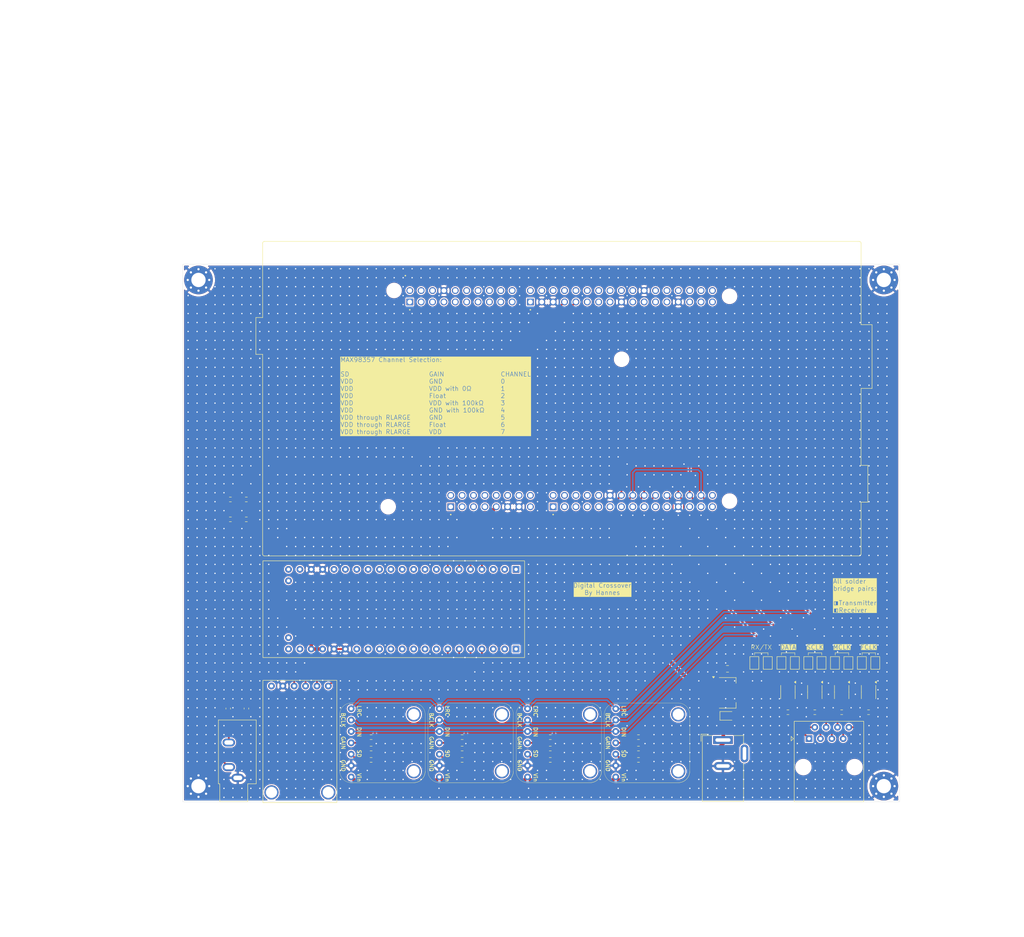
<source format=kicad_pcb>
(kicad_pcb (version 20240108) (generator "pcbnew") (generator_version "8.0")
  (layers (0 "F.Cu" signal) (31 "B.Cu" signal) (34 "B.Paste" user) (35 "F.Paste" user) (36 "B.SilkS" user "B.Silkscreen") (37 "F.SilkS" user "F.Silkscreen") (38 "B.Mask" user) (39 "F.Mask" user) (44 "Edge.Cuts" user))
  (net 0 "")
  (net 1 "/SAI_A_MCLK")
  (net 2 "/SAI_A_SCLK")
  (net 3 "/SAI_A_DIN")
  (net 4 "/SAI_A_FCLK")
  (net 5 "/SAI_A_DOUT")
  (net 6 "Net-(A1D-A6{slash}PB1{slash}ADC_A_IN)")
  (net 70 "Net-(A1D-A7{slash}PC2{slash}ADC_B_IN)")
  (net 86 "GND")
  (net 87 "+5V")
  (net 88 "+3.3V")
  (net 92 "Net-(J2-SCK)")
  (net 103 "Net-(J2-LCK)")
  (net 104 "Net-(J2-BCK)")
  (net 108 "Net-(J2-DAT)")
  (net 124 "Net-(U3-B)")
  (net 125 "Net-(U4-A)")
  (net 126 "Net-(U4-B)")
  (net 127 "Net-(U3-A)")
  (net 128 "Net-(U1-B)")
  (net 129 "Net-(U2-A)")
  (net 130 "Net-(U2-B)")
  (net 131 "Net-(U1-A)")
  (net 132 "Net-(JP1-B)")
  (net 133 "Net-(JP7-B)")
  (net 134 "/Sender{slash}~{Receiver}")
  (net 135 "Net-(JP8-B)")
  (net 136 "Net-(JP2-B)")
  (net 137 "Net-(JP3-B)")
  (net 138 "Net-(JP9-B)")
  (net 139 "Net-(JP10-B)")
  (net 140 "Net-(JP4-B)")
  (net 143 "Net-(A2-GAIN)")
  (net 144 "Net-(A2-SD)")
  (net 145 "Net-(A3-GAIN)")
  (net 146 "Net-(A3-SD)")
  (net 147 "Net-(A4-GAIN)")
  (net 148 "Net-(A4-SD)")
  (net 149 "Net-(A5-SD)")
  (net 150 "Net-(A5-GAIN)")
  (net 151 "Net-(C2-Pad1)")
  (net 152 "Net-(C3-Pad1)")
  (footprint "crossover:Adafruit MAX98357 Breakout" (layer "F.Cu") (at 53 167.455 -90)
    (property "Reference" "A5" (hide yes))
    (property "Value" "MAX98357A")
  )
  (footprint "Jumper:SolderJumper-2_P1.3mm_Bridged_Pad1.0x1.5mm" (layer "F.Cu") (at 149.05 142 -90)
    (property "Reference" "JP4" (hide yes))
    (property "Value" "SolderJumper_2_Bridged")
  )
  (footprint "Jumper:SolderJumper-2_P1.3mm_Bridged_Pad1.0x1.5mm" (layer "F.Cu") (at 167 142 -90)
    (property "Reference" "JP1" (hide yes))
    (property "Value" "SolderJumper_2_Bridged")
  )
  (footprint "Package_SO:MSOP-8_3x3mm_P0.65mm" (layer "F.Cu") (at 150.5 148.5 -90)
    (property "Reference" "U4" (hide yes))
    (property "Value" "LTC2851xMS8")
  )
  (footprint "crossover:Adafruit MAX98357 Breakout" (layer "F.Cu") (at 112.055 167.455 -90)
    (property "Reference" "A4" (hide yes))
    (property "Value" "MAX98357A")
  )
  (footprint "crossover:Tang_Nano_1K" (layer "F.Cu") (at 89.805 138.89 90)
    (property "Reference" "U5" (hide yes))
    (property "Value" "~")
  )
  (footprint "Jumper:SolderJumper-2_P1.3mm_Open_TrianglePad1.0x1.5mm" (layer "F.Cu") (at 158 142 -90)
    (property "Reference" "JP9" (hide yes))
    (property "Value" "SolderJumper_2_Open")
  )
  (footprint "Package_SO:MSOP-8_3x3mm_P0.65mm" (layer "F.Cu") (at 162.5 148.5 -90)
    (property "Reference" "U2" (hide yes))
    (property "Value" "LTC2851xMS8")
  )
  (footprint "Jumper:SolderJumper-2_P1.3mm_Open_TrianglePad1.0x1.5mm" (layer "F.Cu") (at 152.05 142 -90)
    (property "Reference" "JP10" (hide yes))
    (property "Value" "SolderJumper_2_Open")
  )
  (footprint "Resistor_SMD:R_0603_1608Metric" (layer "F.Cu") (at 77.765 158.565)
    (property "Reference" "R16" (hide yes))
    (property "Value" "R_Small")
  )
  (footprint "Resistor_SMD:R_0603_1608Metric" (layer "F.Cu") (at 117.135 158.565)
    (property "Reference" "R12" (hide yes))
    (property "Value" "R_Small")
  )
  (footprint "crossover:PCM2706C_Module" (layer "F.Cu") (at 35.195 147.145 180)
    (property "Reference" "J2" (hide yes))
    (property "Value" "PCM2706C")
  )
  (footprint "Resistor_SMD:R_0603_1608Metric" (layer "F.Cu") (at 97.45 163.645 180)
    (property "Reference" "R6" (hide yes))
    (property "Value" "R_Small")
  )
  (footprint "Resistor_SMD:R_0603_1608Metric" (layer "F.Cu") (at 57.445 158.565)
    (property "Reference" "R10" (hide yes))
    (property "Value" "R_Small")
  )
  (footprint "Jumper:SolderJumper-2_P1.3mm_Bridged_Pad1.0x1.5mm" (layer "F.Cu") (at 155.05 142 -90)
    (property "Reference" "JP3" (hide yes))
    (property "Value" "SolderJumper_2_Bridged")
  )
  (footprint "Jumper:SolderJumper-2_P1.3mm_Open_TrianglePad1.0x1.5mm" (layer "F.Cu") (at 146 142 -90)
    (property "Reference" "JP6" (hide yes))
    (property "Value" "SolderJumper_2_Open")
  )
  (footprint "Resistor_SMD:R_0603_1608Metric" (layer "F.Cu") (at 156.5 153)
    (property "Reference" "R3" (hide yes))
    (property "Value" "110 R")
  )
  (footprint "Package_SO:MSOP-8_3x3mm_P0.65mm" (layer "F.Cu") (at 156.5 148.5 -90)
    (property "Reference" "U3" (hide yes))
    (property "Value" "LTC2851xMS8")
  )
  (footprint "Connector_Audio:Jack_3.5mm_CUI_SJ1-3533NG_Horizontal" (layer "F.Cu") (at 27.682 167.656 180)
    (property "Reference" "J4" (hide yes))
    (property "Value" "AudioJack3")
  )
  (footprint "Resistor_SMD:R_0603_1608Metric" (layer "F.Cu") (at 168.5 153)
    (property "Reference" "R1" (hide yes))
    (property "Value" "110 R")
  )
  (footprint "Package_TO_SOT_SMD:SOT-223-3_TabPin2" (layer "F.Cu") (at 137.01 148.67625)
    (property "Reference" "U6" (hide yes))
    (property "Value" "LT1117-3.3")
  )
  (footprint "Jumper:SolderJumper-2_P1.3mm_Open_TrianglePad1.0x1.5mm" (layer "F.Cu") (at 164 142 -90)
    (property "Reference" "JP8" (hide yes))
    (property "Value" "SolderJumper_2_Open")
  )
  (footprint "Resistor_SMD:R_0603_1608Metric" (layer "F.Cu") (at 97.45 158.565)
    (property "Reference" "R14" (hide yes))
    (property "Value" "R_Small")
  )
  (footprint "Resistor_SMD:R_0603_1608Metric" (layer "F.Cu") (at 77.765 163.645 180)
    (property "Reference" "R5" (hide yes))
    (property "Value" "R_Small")
  )
  (footprint "Package_SO:MSOP-8_3x3mm_P0.65mm" (layer "F.Cu") (at 168.5 148.5 -90)
    (property "Reference" "U1" (hide yes))
    (property "Value" "LTC2851xMS8")
  )
  (footprint "Capacitor_SMD:C_0603_1608Metric" (layer "F.Cu") (at 25.55 152.172 90)
    (property "Reference" "C3" (hide yes))
    (property "Value" "C")
  )
  (footprint "Connector_RJ:RJ45_Amphenol_54602-x08_Horizontal" (layer "F.Cu") (at 155.2175 158.9)
    (property "Reference" "J3" (hide yes))
    (property "Value" "RJ45")
  )
  (footprint "Jumper:SolderJumper-2_P1.3mm_Open_TrianglePad1.0x1.5mm" (layer "F.Cu") (at 170 142 -90)
    (property "Reference" "JP7" (hide yes))
    (property "Value" "SolderJumper_2_Open")
  )
  (footprint "Diode_SMD:D_0805_2012Metric" (layer "F.Cu") (at 137.01 153.81625)
    (property "Reference" "D1" (hide yes))
    (property "Value" "D")
  )
  (footprint "Capacitor_SMD:C_0805_2012Metric" (layer "F.Cu") (at 137.01 143.31625 180)
    (property "Reference" "C1" (hide yes))
    (property "Value" "C")
  )
  (footprint "crossover:Adafruit MAX98357 Breakout" (layer "F.Cu") (at 92.37 167.455 -90)
    (property "Reference" "A3" (hide yes))
    (property "Value" "MAX98357A")
  )
  (footprint "MountingHole:MountingHole_3.2mm_M3_Pad_Via" (layer "F.Cu") (at 18.91 56.5)
    (property "Reference" "H3" (hide yes))
    (property "Value" "MountingHole_Pad")
  )
  (footprint "Resistor_SMD:R_0603_1608Metric" (layer "F.Cu") (at 117.135 163.645 180)
    (property "Reference" "R7" (hide yes))
    (property "Value" "R_Small")
  )
  (footprint "Resistor_SMD:R_0603_1608Metric" (layer "F.Cu") (at 117.135 161.105 180)
    (property "Reference" "R11" (hide yes))
    (property "Value" "R_Small")
  )
  (footprint "MountingHole:MountingHole_3.2mm_M3_Pad_Via" (layer "F.Cu") (at 171.91 169.5)
    (property "Reference" "H1" (hide yes))
    (property "Value" "MountingHole_Pad")
  )
  (footprint "MountingHole:MountingHole_3.2mm_M3_Pad_Via" (layer "F.Cu") (at 171.91 56.5)
    (property "Reference" "H4" (hide yes))
    (property "Value" "MountingHole_Pad")
  )
  (footprint "Jumper:SolderJumper-2_P1.3mm_Bridged_Pad1.0x1.5mm" (layer "F.Cu") (at 161 142 -90)
    (property "Reference" "JP2" (hide yes))
    (property "Value" "SolderJumper_2_Bridged")
  )
  (footprint "Resistor_SMD:R_0603_1608Metric" (layer "F.Cu") (at 57.445 163.645 180)
    (property "Reference" "R8" (hide yes))
    (property "Value" "R_Small")
  )
  (footprint "Resistor_SMD:R_0603_1608Metric" (layer "F.Cu") (at 29.585 105.5 180)
    (property "Reference" "R18" (hide yes))
    (property "Value" "R")
  )
  (footprint "MountingHole:MountingHole_3.2mm_M3_Pad_Via" (layer "F.Cu") (at 18.91 169.5)
    (property "Reference" "H2" (hide yes))
    (property "Value" "MountingHole_Pad")
  )
  (footprint "Resistor_SMD:R_0603_1608Metric" (layer "F.Cu") (at 150.5 153)
    (property "Reference" "R4" (hide yes))
    (property "Value" "110 R")
  )
  (footprint "Resistor_SMD:R_0603_1608Metric" (layer "F.Cu") (at 97.45 161.105 180)
    (property "Reference" "R13" (hide yes))
    (property "Value" "R_Small")
  )
  (footprint "Capacitor_SMD:C_0603_1608Metric" (layer "F.Cu") (at 29.614 152.172 90)
    (property "Reference" "C2" (hide yes))
    (property "Value" "C")
  )
  (footprint "Resistor_SMD:R_0603_1608Metric" (layer "F.Cu") (at 162.5 153)
    (property "Reference" "R2" (hide yes))
    (property "Value" "110 R")
  )
  (footprint "Resistor_SMD:R_0603_1608Metric" (layer "F.Cu") (at 77.765 161.105 180)
    (property "Reference" "R15" (hide yes))
    (property "Value" "R_Small")
  )
  (footprint "crossover:Adafruit MAX98357 Breakout" (layer "F.Cu") (at 72.685 167.455 -90)
    (property "Reference" "A2" (hide yes))
    (property "Value" "MAX98357A")
  )
  (footprint "Resistor_SMD:R_0603_1608Metric" (layer "F.Cu") (at 26.029 105.5 180)
    (property "Reference" "R17" (hide yes))
    (property "Value" "R")
  )
  (footprint "Resistor_SMD:R_0603_1608Metric" (layer "F.Cu") (at 26.029 109.945 180)
    (property "Reference" "R20" (hide yes))
    (property "Value" "R")
  )
  (footprint "Jumper:SolderJumper-2_P1.3mm_Bridged_Pad1.0x1.5mm" (layer "F.Cu") (at 143 142 90)
    (property "Reference" "JP5" (hide yes))
    (property "Value" "SolderJumper_2_Bridged")
  )
  (footprint "Resistor_SMD:R_0603_1608Metric" (layer "F.Cu") (at 29.585 109.945 180)
    (property "Reference" "R19" (hide yes))
    (property "Value" "R")
  )
  (footprint "Resistor_SMD:R_0603_1608Metric" (layer "F.Cu") (at 57.445 161.105 180)
    (property "Reference" "R9" (hide yes))
    (property "Value" "R_Small")
  )
  (footprint "crossover:ST_Zio_Connectors_144_STLink" (layer "F.Cu") (at 65.07 114.75 90)
    (property "Reference" "A1" (hide yes))
    (property "Value" "NUCLEO144-H767ZI")
  )
  (footprint "Connector_BarrelJack:BarrelJack_Wuerth_6941xx301002" (layer "F.Cu") (at 135.995 159.205)
    (property "Reference" "J1" (hide yes))
    (property "Value" "Barrel_Jack_Switch")
  )
  (gr_line (start 158.05 140.25) (end 158.05 139.75) (stroke (width 0.1)) (layer "F.SilkS"))
  (gr_line (start 170.05 139.75) (end 167.05 139.75) (stroke (width 0.1)) (layer "F.SilkS"))
  (gr_line (start 164.05 140.25) (end 164.05 139.75) (stroke (width 0.1)) (layer "F.SilkS"))
  (gr_line (start 170.05 140.25) (end 170.05 139.75) (stroke (width 0.1)) (layer "F.SilkS"))
  (gr_line (start 152.05 139.75) (end 149.05 139.75) (stroke (width 0.1)) (layer "F.SilkS"))
  (gr_line (start 155.05 140.25) (end 155.05 139.75) (stroke (width 0.1)) (layer "F.SilkS"))
  (gr_line (start 146.05 139.75) (end 143.05 139.75) (stroke (width 0.1)) (layer "F.SilkS"))
  (gr_line (start 164.05 139.75) (end 161.05 139.75) (stroke (width 0.1)) (layer "F.SilkS"))
  (gr_line (start 152.05 140.25) (end 152.05 139.75) (stroke (width 0.1)) (layer "F.SilkS"))
  (gr_line (start 161.05 140.25) (end 161.05 139.75) (stroke (width 0.1)) (layer "F.SilkS"))
  (gr_line (start 149.05 140.25) (end 149.05 139.75) (stroke (width 0.1)) (layer "F.SilkS"))
  (gr_line (start 146.05 140.25) (end 146.05 139.75) (stroke (width 0.1)) (layer "F.SilkS"))
  (gr_line (start 143.05 140.25) (end 143.05 139.75) (stroke (width 0.1)) (layer "F.SilkS"))
  (gr_line (start 167.05 140.25) (end 167.05 139.75) (stroke (width 0.1)) (layer "F.SilkS"))
  (gr_line (start 158.05 139.75) (end 155.05 139.75) (stroke (width 0.1)) (layer "F.SilkS"))
  (gr_rect (start 15.41 53) (end 175.41 173) (stroke (width 0.05)) (fill none) (layer "Edge.Cuts"))
  (gr_text "FCLK" (at 168.55 138.5 0) (layer "F.SilkS" knockout) (effects (font (size 1 1) (thickness 0.1))))
  (gr_text "MCLK" (at 162.55 138.5 0) (layer "F.SilkS" knockout) (effects (font (size 1 1) (thickness 0.1))))
  (gr_text "MAX98357 Channel Selection:\n\nSD					GAIN			CHANNEL\nVDD					GND				0\nVDD					VDD with 0Ω		1\nVDD					Float			2\nVDD					VDD with 100kΩ	3\nVDD					GND with 100kΩ	4\nVDD through RLARGE	GND				5\nVDD through RLARGE	Float			6\nVDD through RLARGE	VDD				7" (at 50.55 91 0) (layer "F.SilkS" knockout) (effects (font (size 1 1) (thickness 0.1)) (justify left bottom)))
  (gr_text "Digital Crossover\nBy Hannes" (at 109.05 125.5 0) (layer "F.SilkS" knockout) (effects (font (size 1 1) (thickness 0.1))))
  (gr_text "RX/TX" (at 144.55 138.5 0) (layer "F.SilkS") (effects (font (size 1 1) (thickness 0.1))))
  (gr_text "SCLK" (at 156.55 138.5 0) (layer "F.SilkS" knockout) (effects (font (size 1 1) (thickness 0.1))))
  (gr_text "DATA" (at 150.55 138.5 0) (layer "F.SilkS" knockout) (effects (font (size 1 1) (thickness 0.1))))
  (gr_text "All solder\nbridge pairs:\n\n◨Transmitter\n◧Receiver" (at 160.55 127 0) (layer "F.SilkS" knockout) (effects (font (size 1 1) (thickness 0.1)) (justify left)))
  (segment (start 128.565 104.59) (end 129.835 105.86) (width 0.4) (layer "F.Cu") (net 1))
  (segment (start 74.565 121.11) (end 74.565 119.22) (width 0.4) (layer "F.Cu") (net 1))
  (segment (start 113.325 96.97) (end 113.96 96.335) (width 0.4) (layer "F.Cu") (net 1))
  (segment (start 113.325 104.59) (end 113.325 96.97) (width 0.4) (layer "F.Cu") (net 1))
  (segment (start 112.055 109.67) (end 112.055 105.86) (width 0.4) (layer "F.Cu") (net 1))
  (segment (start 128.565 96.97) (end 128.565 104.59) (width 0.4) (layer "F.Cu") (net 1))
  (segment (start 83.48 110.305) (end 111.42 110.305) (width 0.4) (layer "F.Cu") (net 1))
  (segment (start 161 141.35) (end 163.925 141.35) (width 0.4) (layer "F.Cu") (net 1))
  (segment (start 74.565 119.22) (end 83.48 110.305) (width 0.4) (layer "F.Cu") (net 1))
  (segment (start 112.055 105.86) (end 113.325 104.59) (width 0.4) (layer "F.Cu") (net 1))
  (segment (start 111.42 110.305) (end 112.055 109.67) (width 0.4) (layer "F.Cu") (net 1))
  (segment (start 129.835 110.185) (end 161 141.35) (width 0.4) (layer "F.Cu") (net 1))
  (segment (start 129.835 105.86) (end 129.835 110.185) (width 0.4) (layer "F.Cu") (net 1))
  (segment (start 113.96 96.335) (end 127.93 96.335) (width 0.4) (layer "F.Cu") (net 1))
  (segment (start 163.925 141.35) (end 164 141.275) (width 0.4) (layer "F.Cu") (net 1))
  (segment (start 127.93 96.335) (end 128.565 96.97) (width 0.4) (layer "F.Cu") (net 1))
  (segment (start 117.135 105.86) (end 118.405 104.59) (width 0.4) (layer "F.Cu") (net 2))
  (segment (start 125.39 101.415) (end 126.025 102.05) (width 0.4) (layer "F.Cu") (net 2))
  (segment (start 119.04 101.415) (end 125.39 101.415) (width 0.4) (layer "F.Cu") (net 2))
  (segment (start 157.925 141.35) (end 158 141.275) (width 0.4) (layer "F.Cu") (net 2))
  (segment (start 126.025 102.05) (end 126.025 104.59) (width 0.4) (layer "F.Cu") (net 2))
  (segment (start 83.48 115.385) (end 111.42 115.385) (width 0.4) (layer "F.Cu") (net 2))
  (segment (start 79.645 121.11) (end 79.645 119.22) (width 0.4) (layer "F.Cu") (net 2))
  (segment (start 118.405 102.05) (end 119.04 101.415) (width 0.4) (layer "F.Cu") (net 2))
  (segment (start 155.05 141.35) (end 157.925 141.35) (width 0.4) (layer "F.Cu") (net 2))
  (segment (start 117.135 109.67) (end 117.135 105.86) (width 0.4) (layer "F.Cu") (net 2))
  (segment (start 118.405 104.59) (end 118.405 102.05) (width 0.4) (layer "F.Cu") (net 2))
  (segment (start 127.295 105.86) (end 127.295 113.595) (width 0.4) (layer "F.Cu") (net 2))
  (segment (start 126.025 104.59) (end 127.295 105.86) (width 0.4) (layer "F.Cu") (net 2))
  (segment (start 79.645 119.22) (end 83.48 115.385) (width 0.4) (layer "F.Cu") (net 2))
  (segment (start 111.42 115.385) (end 117.135 109.67) (width 0.4) (layer "F.Cu") (net 2))
  (segment (start 127.295 113.595) (end 155.05 141.35) (width 0.4) (layer "F.Cu") (net 2))
  (via (at 146.9225 133.2225) (size 0.6) (drill 0.3) (layers "F.Cu" "B.Cu") (net 2))
  (segment (start 137.455 133.2225) (end 146.9225 133.2225) (width 0.4) (layer "B.Cu") (net 2))
  (segment (start 136.1275 133.2225) (end 137.455 133.2225) (width 0.4) (layer "B.Cu") (net 2))
  (segment (start 53 154.755) (end 53.635 154.755) (width 0.4) (layer "B.Cu") (net 2))
  (segment (start 111.089801 155.720199) (end 112.055 154.755) (width 0.4) (layer "B.Cu") (net 2))
  (segment (start 91.424 155.701) (end 92.37 154.755) (width 0.4) (layer "B.Cu") (net 2))
  (segment (start 53.635 154.755) (end 54.581 155.701) (width 0.4) (layer "B.Cu") (net 2))
  (segment (start 114.595 154.755) (end 136.1275 133.2225) (width 0.4) (layer "B.Cu") (net 2))
  (segment (start 93.335199 155.720199) (end 111.089801 155.720199) (width 0.4) (layer "B.Cu") (net 2))
  (segment (start 74.266 155.701) (end 91.424 155.701) (width 0.4) (layer "B.Cu") (net 2))
  (segment (start 72.685 154.755) (end 73.32 154.755) (width 0.4) (layer "B.Cu") (net 2))
  (segment (start 54.581 155.701) (end 71.739 155.701) (width 0.4) (layer "B.Cu") (net 2))
  (segment (start 73.32 154.755) (end 74.266 155.701) (width 0.4) (layer "B.Cu") (net 2))
  (segment (start 71.739 155.701) (end 72.685 154.755) (width 0.4) (layer "B.Cu") (net 2))
  (segment (start 112.055 154.755) (end 114.595 154.755) (width 0.4) (layer "B.Cu") (net 2))
  (segment (start 92.37 154.755) (end 93.335199 155.720199) (width 0.4) (layer "B.Cu") (net 2))
  (segment (start 123.485 104.59) (end 124.755 105.86) (width 0.4) (layer "F.Cu") (net 3))
  (segment (start 124.755 105.86) (end 124.755 117.29) (width 0.4) (layer "F.Cu") (net 3))
  (segment (start 149.05 141.35) (end 151.975 141.35) (width 0.4) (layer "F.Cu") (net 3))
  (segment (start 148.815 141.35) (end 149.05 141.35) (width 0.4) (layer "F.Cu") (net 3))
  (segment (start 124.755 117.29) (end 143.17 135.705) (width 0.4) (layer "F.Cu") (net 3))
  (segment (start 143.17 135.705) (end 148.815 141.35) (width 0.4) (layer "F.Cu") (net 3))
  (segment (start 151.975 141.35) (end 152.05 141.275) (width 0.4) (layer "F.Cu") (net 3))
  (via (at 143.17 135.705) (size 0.6) (drill 0.3) (layers "F.Cu" "B.Cu") (net 3))
  (segment (start 114.595 157.295) (end 136.185 135.705) (width 0.4) (layer "B.Cu") (net 3))
  (segment (start 112.055 157.295) (end 114.595 157.295) (width 0.4) (layer "B.Cu") (net 3))
  (segment (start 72.685 157.295) (end 92.37 157.295) (width 0.4) (layer "B.Cu") (net 3))
  (segment (start 136.185 135.705) (end 143.17 135.705) (width 0.4) (layer "B.Cu") (net 3))
  (segment (start 92.37 157.295) (end 112.055 157.295) (width 0.4) (layer "B.Cu") (net 3))
  (segment (start 53 157.295) (end 72.685 157.295) (width 0.4) (layer "B.Cu") (net 3))
  (segment (start 166.217441 141.349993) (end 166.217441 141.35) (width 0.4) (layer "F.Cu") (net 4))
  (segment (start 132.375 105.86) (end 132.375 108.4) (width 0.4) (layer "F.Cu") (net 4))
  (segment (start 114.595 105.86) (end 115.865 104.59) (width 0.4) (layer "F.Cu") (net 4))
  (segment (start 131.105 104.59) (end 132.375 105.86) (width 0.4) (layer "F.Cu") (net 4))
  (segment (start 132.375 108.4) (end 133.01 109.035) (width 0.4) (layer "F.Cu") (net 4))
  (segment (start 133.645 109.035) (end 155.235 130.625) (width 0.4) (layer "F.Cu") (net 4))
  (segment (start 83.48 112.845) (end 111.42 112.845) (width 0.4) (layer "F.Cu") (net 4))
  (segment (start 155.235 130.625) (end 165.96 141.35) (width 0.4) (layer "F.Cu") (net 4))
  (segment (start 165.96 141.35) (end 167 141.35) (width 0.4) (layer "F.Cu") (net 4))
  (segment (start 166.217441 141.35) (end 169.925 141.35) (width 0.4) (layer "F.Cu") (net 4))
  (segment (start 77.105 119.22) (end 83.48 112.845) (width 0.4) (layer "F.Cu") (net 4))
  (segment (start 166.217441 141.35) (end 167 141.35) (width 0.4) (layer "F.Cu") (net 4))
  (segment (start 169.925 141.35) (end 170 141.275) (width 0.4) (layer "F.Cu") (net 4))
  (segment (start 133.01 109.035) (end 133.645 109.035) (width 0.4) (layer "F.Cu") (net 4))
  (segment (start 111.42 112.845) (end 114.595 109.67) (width 0.4) (layer "F.Cu") (net 4))
  (segment (start 114.595 109.67) (end 114.595 105.86) (width 0.4) (layer "F.Cu") (net 4))
  (segment (start 77.105 121.11) (end 77.105 119.22) (width 0.4) (layer "F.Cu") (net 4))
  (via (at 155.235 130.625) (size 0.6) (drill 0.3) (layers "F.Cu" "B.Cu") (net 4))
  (segment (start 53 152.215) (end 54.905 150.31) (width 0.4) (layer "B.Cu") (net 4))
  (segment (start 92.37 152.215) (end 94.275 150.31) (width 0.4) (layer "B.Cu") (net 4))
  (segment (start 115.865 99.51) (end 116.5 98.875) (width 0.4) (layer "B.Cu") (net 4))
  (segment (start 74.59 150.31) (end 90.465 150.31) (width 0.4) (layer "B.Cu") (net 4))
  (segment (start 130.47 98.875) (end 131.105 99.51) (width 0.4) (layer "B.Cu") (net 4))
  (segment (start 136.185 130.625) (end 155.235 130.625) (width 0.4) (layer "B.Cu") (net 4))
  (segment (start 70.78 150.31) (end 72.685 152.215) (width 0.4) (layer "B.Cu") (net 4))
  (segment (start 114.595 152.215) (end 136.185 130.625) (width 0.4) (layer "B.Cu") (net 4))
  (segment (start 90.465 150.31) (end 92.37 152.215) (width 0.4) (layer "B.Cu") (net 4))
  (segment (start 116.5 98.875) (end 130.47 98.875) (width 0.4) (layer "B.Cu") (net 4))
  (segment (start 110.15 150.31) (end 112.055 152.215) (width 0.4) (layer "B.Cu") (net 4))
  (segment (start 54.905 150.31) (end 70.78 150.31) (width 0.4) (layer "B.Cu") (net 4))
  (segment (start 115.865 104.59) (end 115.865 99.51) (width 0.4) (layer "B.Cu") (net 4))
  (segment (start 94.275 150.31) (end 110.15 150.31) (width 0.4) (layer "B.Cu") (net 4))
  (segment (start 72.685 152.215) (end 74.59 150.31) (width 0.4) (layer "B.Cu") (net 4))
  (segment (start 131.105 99.51) (end 131.105 104.59) (width 0.4) (layer "B.Cu") (net 4))
  (segment (start 112.055 152.215) (end 114.595 152.215) (width 0.4) (layer "B.Cu") (net 4))
  (segment (start 111.42 117.925) (end 119.675 109.67) (width 0.4) (layer "F.Cu") (net 5))
  (segment (start 82.185 121.11) (end 82.185 119.22) (width 0.4) (layer "F.Cu") (net 5))
  (segment (start 83.48 117.925) (end 111.42 117.925) (width 0.4) (layer "F.Cu") (net 5))
  (segment (start 82.185 119.22) (end 83.48 117.925) (width 0.4) (layer "F.Cu") (net 5))
  (segment (start 119.675 105.86) (end 120.945 104.59) (width 0.4) (layer "F.Cu") (net 5))
  (segment (start 119.675 109.67) (end 119.675 105.86) (width 0.4) (layer "F.Cu") (net 5))
  (segment (start 67.051 94.984) (end 100.625 61.41) (width 0.4) (layer "F.Cu") (net 6))
  (segment (start 26.054 104.856) (end 35.926 94.984) (width 0.4) (layer "F.Cu") (net 6))
  (segment (start 35.926 94.984) (end 67.051 94.984) (width 0.4) (layer "F.Cu") (net 6))
  (segment (start 26.854 110.696) (end 26.854 109.945) (width 0.4) (layer "F.Cu") (net 6))
  (segment (start 25.55 112) (end 26.854 110.696) (width 0.4) (layer "F.Cu") (net 6))
  (segment (start 26.854 109.945) (end 28.76 109.945) (width 0.4) (layer "F.Cu") (net 6))
  (segment (start 26.854 109.945) (end 26.054 109.145) (width 0.4) (layer "F.Cu") (net 6))
  (segment (start 25.55 151.397) (end 25.55 112) (width 0.4) (layer "F.Cu") (net 6))
  (segment (start 26.054 109.145) (end 26.054 104.856) (width 0.4) (layer "F.Cu") (net 6))
  (segment (start 26.854 105.5) (end 28.76 105.5) (width 0.4) (layer "F.Cu") (net 70))
  (segment (start 28.76 105.5) (end 36.57 97.69) (width 0.4) (layer "F.Cu") (net 70))
  (segment (start 29.614 151.397) (end 29.614 110.47807) (width 0.4) (layer "F.Cu") (net 70))
  (segment (start 66.885 97.69) (end 103.165 61.41) (width 0.4) (layer "F.Cu") (net 70))
  (segment (start 29.614 110.47807) (end 29.61 110.47407) (width 0.4) (layer "F.Cu") (net 70))
  (segment (start 29.61 110.47407) (end 29.61 106.35) (width 0.4) (layer "F.Cu") (net 70))
  (segment (start 36.57 97.69) (end 66.885 97.69) (width 0.4) (layer "F.Cu") (net 70))
  (segment (start 29.61 106.35) (end 28.76 105.5) (width 0.4) (layer "F.Cu") (net 70))
  (segment (start 118.405 109.67) (end 118.405 109.035) (width 0.4) (layer "F.Cu") (net 86))
  (segment (start 128.565 111.575) (end 128.565 109.035) (width 0.4) (layer "F.Cu") (net 86))
  (segment (start 111.42 114.115) (end 115.865 109.67) (width 0.4) (layer "F.Cu") (net 86))
  (segment (start 53.6 140.785) (end 72.685 140.785) (width 0.4) (layer "F.Cu") (net 86))
  (segment (start 126.025 109.035) (end 126.025 115.385) (width 0.4) (layer "F.Cu") (net 86))
  (segment (start 46.635 143.325) (end 75.86 143.325) (width 0.4) (layer "F.Cu") (net 86))
  (segment (start 74.59 142.055) (end 45.365 142.055) (width 0.4) (layer "F.Cu") (net 86))
  (segment (start 119.675 102.685) (end 124.755 102.685) (width 0.4) (layer "F.Cu") (net 86))
  (segment (start 75.86 119.195) (end 83.48 111.575) (width 0.4) (layer "F.Cu") (net 86))
  (segment (start 126.025 115.385) (end 142.535 131.895) (width 0.4) (layer "F.Cu") (net 86))
  (segment (start 127.295 97.605) (end 127.295 102.685) (width 0.4) (layer "F.Cu") (net 86))
  (segment (start 47.895006 144.605) (end 77.12 144.605) (width 0.4) (layer "F.Cu") (net 86))
  (segment (start 78.4 119.195) (end 83.48 114.115) (width 0.4) (layer "F.Cu") (net 86))
  (segment (start 115.865 109.67) (end 115.865 109.035) (width 0.4) (layer "F.Cu") (net 86))
  (segment (start 49.165 138.89) (end 51.705 138.89) (width 0.4) (layer "F.Cu") (net 86))
  (segment (start 75.86 143.325) (end 78.4 140.785) (width 0.4) (layer "F.Cu") (net 86))
  (segment (start 83.48 116.655) (end 111.42 116.655) (width 0.4) (layer "F.Cu") (net 86))
  (segment (start 46.625006 145.875) (end 47.895006 144.605) (width 0.4) (layer "F.Cu") (net 86))
  (segment (start 156.505 139.515) (end 128.565 111.575) (width 0.4) (layer "F.Cu") (net 86))
  (segment (start 72.685 140.785) (end 73.32 140.15) (width 0.4) (layer "F.Cu") (net 86))
  (segment (start 51.705 138.89) (end 53.6 140.785) (width 0.4) (layer "F.Cu") (net 86))
  (segment (start 44.085 145.875) (end 46.625 143.335) (width 0.4) (layer "F.Cu") (net 86))
  (segment (start 45.365 142.055) (end 41.545 145.875) (width 0.4) (layer "F.Cu") (net 86))
  (segment (start 80.94 119.195) (end 83.48 116.655) (width 0.4) (layer "F.Cu") (net 86))
  (segment (start 83.48 111.575) (end 111.42 111.575) (width 0.4) (layer "F.Cu") (net 86))
  (segment (start 46.625 143.335) (end 46.635 143.325) (width 0.4) (layer "F.Cu") (net 86))
  (segment (start 111.42 116.655) (end 118.405 109.67) (width 0.4) (layer "F.Cu") (net 86))
  (segment (start 113.325 109.67) (end 113.325 109.035) (width 0.4) (layer "F.Cu") (net 86))
  (segment (start 75.86 140.785) (end 74.59 142.055) (width 0.4) (layer "F.Cu") (net 86))
  (segment (start 131.105 109.035) (end 161.585 139.515) (width 0.4) (layer "F.Cu") (net 86))
  (segment (start 83.48 114.115) (end 111.42 114.115) (width 0.4) (layer "F.Cu") (net 86))
  (segment (start 111.42 111.575) (end 113.325 109.67) (width 0.4) (layer "F.Cu") (net 86))
  (segment (start 77.12 144.605) (end 80.94 140.785) (width 0.4) (layer "F.Cu") (net 86))
  (segment (start 142.535 131.895) (end 150.155 139.515) (width 0.4) (layer "F.Cu") (net 86))
  (via (at 24.6 94) (size 0.6) (drill 0.3) (layers "F.Cu" "B.Cu") (net 86))
  (via (at 152.6 104) (size 0.6) (drill 0.3) (layers "F.Cu" "B.Cu") (net 86))
  (via (at 164.6 88) (size 0.6) (drill 0.3) (layers "F.Cu" "B.Cu") (net 86))
  (via (at 158.6 90) (size 0.6) (drill 0.3) (layers "F.Cu" "B.Cu") (net 86))
  (via (at 150.6 76) (size 0.6) (drill 0.3) (layers "F.Cu" "B.Cu") (net 86))
  (via (at 52.6 102) (size 0.6) (drill 0.3) (layers "F.Cu" "B.Cu") (net 86))
  (via (at 166.6 88) (size 0.6) (drill 0.3) (layers "F.Cu" "B.Cu") (net 86))
  (via (at 162.6 136) (size 0.6) (drill 0.3) (layers "F.Cu" "B.Cu") (net 86))
  (via (at 104.6 148) (size 0.6) (drill 0.3) (layers "F.Cu" "B.Cu") (net 86))
  (via (at 60.6 148) (size 0.6) (drill 0.3) (layers "F.Cu" "B.Cu") (net 86))
  (via (at 152.6 68) (size 0.6) (drill 0.3) (layers "F.Cu" "B.Cu") (net 86))
  (via (at 122.6 110) (size 0.6) (drill 0.3) (layers "F.Cu" "B.Cu") (net 86))
  (via (at 114.6 68) (size 0.6) (drill 0.3) (layers "F.Cu" "B.Cu") (net 86))
  (via (at 148.6 80) (size 0.6) (drill 0.3) (layers "F.Cu" "B.Cu") (net 86))
  (via (at 80.6 152) (size 0.6) (drill 0.3) (layers "F.Cu" "B.Cu") (net 86))
  (via (at 142.6 96) (size 0.6) (drill 0.3) (layers "F.Cu" "B.Cu") (net 86))
  (via (at 152.6 120) (size 0.6) (drill 0.3) (layers "F.Cu" "B.Cu") (net 86))
  (via (at 130.6 128) (size 0.6) (drill 0.3) (layers "F.Cu" "B.Cu") (net 86))
  (via (at 48.6 78) (size 0.6) (drill 0.3) (layers "F.Cu" "B.Cu") (net 86))
  (via (at 86.6 114) (size 0.6) (drill 0.3) (layers "F.Cu" "B.Cu") (net 86))
  (via (at 108.6 96) (size 0.6) (drill 0.3) (layers "F.Cu" "B.Cu") (net 86))
  (via (at 168.6 62) (size 0.6) (drill 0.3) (layers "F.Cu" "B.Cu") (net 86))
  (via (at 114.6 122) (size 0.6) (drill 0.3) (layers "F.Cu" "B.Cu") (net 86))
  (via (at 72.6 94) (size 0.6) (drill 0.3) (layers "F.Cu" "B.Cu") (net 86))
  (via (at 162.6 76) (size 0.6) (drill 0.3) (layers "F.Cu" "B.Cu") (net 86))
  (via (at 62.6 124) (size 0.6) (drill 0.3) (layers "F.Cu" "B.Cu") (net 86))
  (via (at 56.6 134) (size 0.6) (drill 0.3) (layers "F.Cu" "B.Cu") (net 86))
  (via (at 86.6 100) (size 0.6) (drill 0.3) (layers "F.Cu" "B.Cu") (net 86))
  (via (at 44.6 172) (size 0.6) (drill 0.3) (layers "F.Cu" "B.Cu") (net 86))
  (via (at 172.6 94) (size 0.6) (drill 0.3) (layers "F.Cu" "B.Cu") (net 86))
  (via (at 32.6 142) (size 0.6) (drill 0.3) (layers "F.Cu" "B.Cu") (net 86))
  (via (at 46.6 108) (size 0.6) (drill 0.3) (layers "F.Cu" "B.Cu") (net 86))
  (via (at 60.6 116) (size 0.6) (drill 0.3) (layers "F.Cu" "B.Cu") (net 86))
  (via (at 40.6 164) (size 0.6) (drill 0.3) (layers "F.Cu" "B.Cu") (net 86))
  (via (at 22.6 164) (size 0.6) (drill 0.3) (layers "F.Cu" "B.Cu") (net 86))
  (via (at 152.6 168) (size 0.6) (drill 0.3) (layers "F.Cu" "B.Cu") (net 86))
  (via (at 74.6 154) (size 0.6) (drill 0.3) (layers "F.Cu" "B.Cu") (net 86))
  (via (at 42.6 80) (size 0.6) (drill 0.3) (layers "F.Cu" "B.Cu") (net 86))
  (via (at 160.6 120) (size 0.6) (drill 0.3) (layers "F.Cu" "B.Cu") (net 86))
  (via (at 42.6 54) (size 0.6) (drill 0.3) (layers "F.Cu" "B.Cu") (net 86))
  (via (at 120.6 140) (size 0.6) (drill 0.3) (layers "F.Cu" "B.Cu") (net 86))
  (via (at 76.6 70) (size 0.6) (drill 0.3) (layers "F.Cu" "B.Cu") (net 86))
  (via (at 50.6 96) (size 0.6) (drill 0.3) (layers "F.Cu" "B.Cu") (net 86))
  (via (at 142.6 120) (size 0.6) (drill 0.3) (layers "F.Cu" "B.Cu") (net 86))
  (via (at 48.6 156) (size 0.6) (drill 0.3) (layers "F.Cu" "B.Cu") (net 86))
  (via (at 70.6 140) (size 0.6) (drill 0.3) (layers "F.Cu" "B.Cu") (net 86))
  (via (at 50.6 132) (size 0.6) (drill 0.3) (layers "F.Cu" "B.Cu") (net 86))
  (via (at 52.6 108) (size 0.6) (drill 0.3) (layers "F.Cu" "B.Cu") (net 86))
  (via (at 152.6 62) (size 0.6) (drill 0.3) (layers "F.Cu" "B.Cu") (net 86))
  (via (at 94.6 146) (size 0.6) (drill 0.3) (layers "F.Cu" "B.Cu") (net 86))
  (via (at 110.6 76) (size 0.6) (drill 0.3) (layers "F.Cu" "B.Cu") (net 86))
  (via (at 148.6 112) (size 0.6) (drill 0.3) (layers "F.Cu" "B.Cu") (net 86))
  (via (at 166.6 144) (size 0.6) (drill 0.3) (layers "F.Cu" "B.Cu") (net 86))
  (via (at 58.6 100) (size 0.6) (drill 0.3) (layers "F.Cu" "B.Cu") (net 86))
  (via (at 108.6 166) (size 0.6) (drill 0.3) (layers "F.Cu" "B.Cu") (net 86))
  (via (at 80.6 56) (size 0.6) (drill 0.3) (layers "F.Cu" "B.Cu") (net 86))
  (via (at 36.6 106) (size 0.6) (drill 0.3) (layers "F.Cu" "B.Cu") (net 86))
  (via (at 132.6 168) (size 0.6) (drill 0.3) (layers "F.Cu" "B.Cu") (net 86))
  (via (at 18.6 62) (size 0.6) (drill 0.3) (layers "F.Cu" "B.Cu") (net 86))
  (via (at 32.6 138) (size 0.6) (drill 0.3) (layers "F.Cu" "B.Cu") (net 86))
  (via (at 120.6 168) (size 0.6) (drill 0.3) (layers "F.Cu" "B.Cu") (net 86))
  (via (at 44.6 70) (size 0.6) (drill 0.3) (layers "F.Cu" "B.Cu") (net 86))
  (via (at 72.6 104) (size 0.6) (drill 0.3) (layers "F.Cu" "B.Cu") (net 86))
  (via (at 88.6 114) (size 0.6) (drill 0.3) (layers "F.Cu" "B.Cu") (net 86))
  (via (at 128.6 160) (size 0.6) (drill 0.3) (layers "F.Cu" "B.Cu") (net 86))
  (via (at 78.6 134) (size 0.6) (drill 0.3) (layers "F.Cu" "B.Cu") (net 86))
  (via (at 46.6 152) (size 0.6) (drill 0.3) (layers "F.Cu" "B.Cu") (net 86))
  (via (at 30.6 146) (size 0.6) (drill 0.3) (layers "F.Cu" "B.Cu") (net 86))
  (via (at 162.6 62) (size 0.6) (drill 0.3) (layers "F.Cu" "B.Cu") (net 86))
  (via (at 50.6 160) (size 0.6) (drill 0.3) (layers "F.Cu" "B.Cu") (net 86))
  (via (at 112.6 150) (size 0.6) (drill 0.3) (layers "F.Cu" "B.Cu") (net 86))
  (via (at 102.6 84) (size 0.6) (drill 0.3) (layers "F.Cu" "B.Cu") (net 86))
  (via (at 24.6 62) (size 0.6) (drill 0.3) (layers "F.Cu" "B.Cu") (net 86))
  (via (at 158.6 94) (size 0.6) (drill 0.3) (layers "F.Cu" "B.Cu") (net 86))
  (via (at 32.6 130) (size 0.6) (drill 0.3) (layers "F.Cu" "B.Cu") (net 86))
  (via (at 162.6 118) (size 0.6) (drill 0.3) (layers "F.Cu" "B.Cu") (net 86))
  (via (at 144.6 150) (size 0.6) (drill 0.3) (layers "F.Cu" "B.Cu") (net 86))
  (via (at 46.6 156) (size 0.6) (drill 0.3) (layers "F.Cu" "B.Cu") (net 86))
  (via (at 48.6 92) (size 0.6) (drill 0.3) (layers "F.Cu" "B.Cu") (net 86))
  (via (at 106.6 70) (size 0.6) (drill 0.3) (layers "F.Cu" "B.Cu") (net 86))
  (via (at 142.6 76) (size 0.6) (drill 0.3) (layers "F.Cu" "B.Cu") (net 86))
  (via (at 140.6 144) (size 0.6) (drill 0.3) (layers "F.Cu" "B.Cu") (net 86))
  (via (at 102.6 142) (size 0.6) (drill 0.3) (layers "F.Cu" "B.Cu") (net 86))
  (via (at 148.6 82) (size 0.6) (drill 0.3) (layers "F.Cu" "B.Cu") (net 86))
  (via (at 102.6 92) (size 0.6) (drill 0.3) (layers "F.Cu" "B.Cu") (net 86))
  (via (at 154.6 114) (size 0.6) (drill 0.3) (layers "F.Cu" "B.Cu") (net 86))
  (via (at 122.6 136) (size 0.6) (drill 0.3) (layers "F.Cu" "B.Cu") (net 86))
  (via (at 114.6 90) (size 0.6) (drill 0.3) (layers "F.Cu" "B.Cu") (net 86))
  (via (at 122.6 88) (size 0.6) (drill 0.3) (layers "F.Cu" "B.Cu") (net 86))
  (via (at 160.6 54) (size 0.6) (drill 0.3) (layers "F.Cu" "B.Cu") (net 86))
  (via (at 132.6 72) (size 0.6) (drill 0.3) (layers "F.Cu" "B.Cu") (net 86))
  (via (at 42.6 76) (size 0.6) (drill 0.3) (layers "F.Cu" "B.Cu") (net 86))
  (via (at 114.6 80) (size 0.6) (drill 0.3) (layers "F.Cu" "B.Cu") (net 86))
  (via (at 70.6 56) (size 0.6) (drill 0.3) (layers "F.Cu" "B.Cu") (net 86))
  (via (at 144.6 104) (size 0.6) (drill 0.3) (layers "F.Cu" "B.Cu") (net 86))
  (via (at 76.6 126) (size 0.6) (drill 0.3) (layers "F.Cu" "B.Cu") (net 86))
  (via (at 88.6 132) (size 0.6) (drill 0.3) (layers "F.Cu" "B.Cu") (net 86))
  (via (at 102.6 96) (size 0.6) (drill 0.3) (layers "F.Cu" "B.Cu") (net 86))
  (via (at 126.6 132) (size 0.6) (drill 0.3) (layers "F.Cu" "B.Cu") (net 86))
  (via (at 30.6 142) (size 0.6) (drill 0.3) (layers "F.Cu" "B.Cu") (net 86))
  (via (at 130.6 72) (size 0.6) (drill 0.3) (layers "F.Cu" "B.Cu") (net 86))
  (via (at 138.6 86) (size 0.6) (drill 0.3) (layers "F.Cu" "B.Cu") (net 86))
  (via (at 38.6 86) (size 0.6) (drill 0.3) (layers "F.Cu" "B.Cu") (net 86))
  (via (at 16.6 76) (size 0.6) (drill 0.3) (layers "F.Cu" "B.Cu") (net 86))
  (via (at 166.6 96) (size 0.6) (drill 0.3) (layers "F.Cu" "B.Cu") (net 86))
  (via (at 138.6 162) (size 0.6) (drill 0.3) (layers "F.Cu" "B.Cu") (net 86))
  (via (at 36.6 88) (size 0.6) (drill 0.3) (layers "F.Cu" "B.Cu") (net 86))
  (via (at 156.6 172) (size 0.6) (drill 0.3) (layers "F.Cu" "B.Cu") (net 86))
  (via (at 62.6 96) (size 0.6) (drill 0.3) (layers "F.Cu" "B.Cu") (net 86))
  (via (at 168.6 164) (size 0.6) (drill 0.3) (layers "F.Cu" "B.Cu") (net 86))
  (via (at 86.6 160) (size 0.6) (drill 0.3) (layers "F.Cu" "B.Cu") (net 86))
  (via (at 100.6 56) (size 0.6) (drill 0.3) (layers "F.Cu" "B.Cu") (net 86))
  (via (at 120.6 158) (size 0.6) (drill 0.3) (layers "F.Cu" "B.Cu") (net 86))
  (via (at 96.6 106) (size 0.6) (drill 0.3) (layers "F.Cu" "B.Cu") (net 86))
  (via (at 140.6 66) (size 0.6) (drill 0.3) (layers "F.Cu" "B.Cu") (net 86))
  (via (at 158.6 164) (size 0.6) (drill 0.3) (layers "F.Cu" "B.Cu") (net 86))
  (via (at 124.6 136) (size 0.6) (drill 0.3) (layers "F.Cu" "B.Cu") (net 86))
  (via (at 72.6 72) (size 0.6) (drill 0.3) (layers "F.Cu" "B.Cu") (net 86))
  (via (at 122.6 70) (size 0.6) (drill 0.3) (layers "F.Cu" "B.Cu") (net 86))
  (via (at 62.6 70) (size 0.6) (drill 0.3) (layers "F.Cu" "B.Cu") (net 86))
  (via (at 158.6 76) (size 0.6) (drill 0.3) (layers "F.Cu" "B.Cu") (net 86))
  (via (at 26.6 162) (size 0.6) (drill 0.3) (layers "F.Cu" "B.Cu") (net 86))
  (via (at 48.6 168) (size 0.6) (drill 0.3) (layers "F.Cu" "B.Cu") (net 86))
  (via (at 58.6 94) (size 0.6) (drill 0.3) (layers "F.Cu" "B.Cu") (net 86))
  (via (at 80.6 162) (size 0.6) (drill 0.3) (layers "F.Cu" "B.Cu") (net 86))
  (via (at 20.6 126) (size 0.6) (drill 0.3) (layers "F.Cu" "B.Cu") (net 86))
  (via (at 102.6 166) (size 0.6) (drill 0.3) (layers "F.Cu" "B.Cu") (net 86))
  (via (at 22.6 138) (size 0.6) (drill 0.3) (layers "F.Cu" "B.Cu") (net 86))
  (via (at 94.6 102) (size 0.6) (drill 0.3) (layers "F.Cu" "B.Cu") (net 86))
  (via (at 20.6 136) (size 0.6) (drill 0.3) (layers "F.Cu" "B.Cu") (net 86))
  (via (at 64.6 124) (size 0.6) (drill 0.3) (layers "F.Cu" "B.Cu") (net 86))
  (via (at 94.6 132) (size 0.6) (drill 0.3) (layers "F.Cu" "B.Cu") (net 86))
  (via (at 126.6 86) (size 0.6) (drill 0.3) (layers "F.Cu" "B.Cu") (net 86))
  (via (at 108.6 162) (size 0.6) (drill 0.3) (layers "F.Cu" "B.Cu") (net 86))
  (via (at 134.6 168) (size 0.6) (drill 0.3) (layers "F.Cu" "B.Cu") (net 86))
  (via (at 76.6 132) (size 0.6) (drill 0.3) (layers "F.Cu" "B.Cu") (net 86))
  (via (at 148.6 104) (size 0.6) (drill 0.3) (layers "F.Cu" "B.Cu") (net 86))
  (via (at 44.6 94) (size 0.6) (drill 0.3) (layers "F.Cu" "B.Cu") (net 86))
  (via (at 56.6 94) (size 0.6) (drill 0.3) (layers "F.Cu" "B.Cu") (net 86))
  (via (at 116.6 80) (size 0.6) (drill 0.3) (layers "F.Cu" "B.Cu") (net 86))
  (via (at 82.6 164) (size 0.6) (drill 0.3) (layers "F.Cu" "B.Cu") (net 86))
  (via (at 158.6 66) (size 0.6) (drill 0.3) (layers "F.Cu" "B.Cu") (net 86))
  (via (at 100.6 76) (size 0.6) (drill 0.3) (layers "F.Cu" "B.Cu") (net 86))
  (via (at 50.6 110) (size 0.6) (drill 0.3) (layers "F.Cu" "B.Cu") (net 86))
  (via (at 86.6 94) (size 0.6) (drill 0.3) (layers "F.Cu" "B.Cu") (net 86))
  (via (at 46.6 166) (size 0.6) (drill 0.3) (layers "F.Cu" "B.Cu") (net 86))
  (via (at 18.6 96) (size 0.6) (drill 0.3) (layers "F.Cu" "B.Cu") (net 86))
  (via (at 80.6 130) (size 0.6) (drill 0.3) (layers "F.Cu" "B.Cu") (net 86))
  (via (at 20.6 134) (size 0.6) (drill 0.3) (layers "F.Cu" "B.Cu") (net 86))
  (via (at 124.6 98) (size 0.6) (drill 0.3) (layers "F.Cu" "B.Cu") (net 86))
  (via (at 146.6 88) (size 0.6) (drill 0.3) (layers "F.Cu" "B.Cu") (net 86))
  (via (at 52.6 110) (size 0.6) (drill 0.3) (layers "F.Cu" "B.Cu") (net 86))
  (via (at 100.6 120) (size 0.6) (drill 0.3) (layers "F.Cu" "B.Cu") (net 86))
  (via (at 160.6 106) (size 0.6) (drill 0.3) (layers "F.Cu" "B.Cu") (net 86))
  (via (at 120.6 134) (size 0.6) (drill 0.3) (layers "F.Cu" "B.Cu") (net 86))
  (via (at 98.6 134) (size 0.6) (drill 0.3) (layers "F.Cu" "B.Cu") (net 86))
  (via (at 58.6 66) (size 0.6) (drill 0.3) (layers "F.Cu" "B.Cu") (net 86))
  (via (at 24.6 148) (size 0.6) (drill 0.3) (layers "F.Cu" "B.Cu") (net 86))
  (via (at 152.6 124) (size 0.6) (drill 0.3) (layers "F.Cu" "B.Cu") (net 86))
  (via (at 152.6 64) (size 0.6) (drill 0.3) (layers "F.Cu" "B.Cu") (net 86))
  (via (at 166.6 110) (size 0.6) (drill 0.3) (layers "F.Cu" "B.Cu") (net 86))
  (via (at 166.6 80) (size 0.6) (drill 0.3) (layers "F.Cu" "B.Cu") (net 86))
  (via (at 170.6 120) (size 0.6) (drill 0.3) (layers "F.Cu" "B.Cu") (net 86))
  (via (at 24.6 134) (size 0.6) (drill 0.3) (layers "F.Cu" "B.Cu") (net 86))
  (via (at 142.6 64) (size 0.6) (drill 0.3) (layers "F.Cu" "B.Cu") (net 86))
  (via (at 114.6 92) (size 0.6) (drill 0.3) (layers "F.Cu" "B.Cu") (net 86))
  (via (at 16.6 128) (size 0.6) (drill 0.3) (layers "F.Cu" "B.Cu") (net 86))
  (via (at 50.6 70) (size 0.6) (drill 0.3) (layers "F.Cu" "B.Cu") (net 86))
  (via (at 42.6 60) (size 0.6) (drill 0.3) (layers "F.Cu" "B.Cu") (net 86))
  (via (at 104.6 138) (size 0.6) (drill 0.3) (layers "F.Cu" "B.Cu") (net 86))
  (via (at 140.6 68) (size 0.6) (drill 0.3) (layers "F.Cu" "B.Cu") (net 86))
  (via (at 36.6 62) (size 0.6) (drill 0.3) (layers "F.Cu" "B.Cu") (net 86))
  (via (at 110.6 146) (size 0.6) (drill 0.3) (layers "F.Cu" "B.Cu") (net 86))
  (via (at 110.6 94) (size 0.6) (drill 0.3) (layers "F.Cu" "B.Cu") (net 86))
  (via (at 120.6 160) (size 0.6) (drill 0.3) (layers "F.Cu" "B.Cu") (net 86))
  (via (at 128.6 70) (size 0.6) (drill 0.3) (layers "F.Cu" "B.Cu") (net 86))
  (via (at 20.6 114) (size 0.6) (drill 0.3) (layers "F.Cu" "B.Cu") (net 86))
  (via (at 40.6 126) (size 0.6) (drill 0.3) (layers "F.Cu" "B.Cu") (net 86))
  (via (at 62.6 62) (size 0.6) (drill 0.3) (layers "F.Cu" "B.Cu") (net 86))
  (via (at 170.6 160) (size 0.6) (drill 0.3) (layers "F.Cu" "B.Cu") (net 86))
  (via (at 50.6 166) (size 0.6) (drill 0.3) (layers "F.Cu" "B.Cu") (net 86))
  (via (at 82.6 96) (size 0.6) (drill 0.3) (layers "F.Cu" "B.Cu") (net 86))
  (via (at 154.6 108) (size 0.6) (drill 0.3) (layers "F.Cu" "B.Cu") (net 86))
  (via (at 106.6 66) (size 0.6) (drill 0.3) (layers "F.Cu" "B.Cu") (net 86))
  (via (at 82.6 166) (size 0.6) (drill 0.3) (layers "F.Cu" "B.Cu") (net 86))
  (via (at 152.6 80) (size 0.6) (drill 0.3) (layers "F.Cu" "B.Cu") (net 86))
  (via (at 18.6 92) (size 0.6) (drill 0.3) (layers "F.Cu" "B.Cu") (net 86))
  (via (at 120.6 82) (size 0.6) (drill 0.3) (layers "F.Cu" "B.Cu") (net 86))
  (via (at 16.6 100) (size 0.6) (drill 0.3) (layers "F.Cu" "B.Cu") (net 86))
  (via (at 54.6 172) (size 0.6) (drill 0.3) (layers "F.Cu" "B.Cu") (net 86))
  (via (at 154.6 124) (size 0.6) (drill 0.3) (layers "F.Cu" "B.Cu") (net 86))
  (via (at 170.6 156) (size 0.6) (drill 0.3) (layers "F.Cu" "B.Cu") (net 86))
  (via (at 58.6 132) (size 0.6) (drill 0.3) (layers "F.Cu" "B.Cu") (net 86))
  (via (at 60.6 126) (size 0.6) (drill 0.3) (layers "F.Cu" "B.Cu") (net 86))
  (via (at 168.6 134) (size 0.6) (drill 0.3) (layers "F.Cu" "B.Cu") (net 86))
  (via (at 84.6 152) (size 0.6) (drill 0.3) (layers "F.Cu" "B.Cu") (net 86))
  (via (at 146.6 58) (size 0.6) (drill 0.3) (layers "F.Cu" "B.Cu") (net 86))
  (via (at 44.6 114) (size 0.6) (drill 0.3) (layers "F.Cu" "B.Cu") (net 86))
  (via (at 46.6 62) (size 0.6) (drill 0.3) (layers "F.Cu" "B.Cu") (net 86))
  (via (at 88.6 146) (size 0.6) (drill 0.3) (layers "F.Cu" "B.Cu") (net 86))
  (via (at 42.6 172) (size 0.6) (drill 0.3) (layers "F.Cu" "B.Cu") (net 86))
  (via (at 82.6 162) (size 0.6) (drill 0.3) (layers "F.Cu" "B.Cu") (net 86))
  (via (at 64.6 160) (size 0.6) (drill 0.3) (layers "F.Cu" "B.Cu") (net 86))
  (via (at 98.6 56) (size 0.6) (drill 0.3) (layers "F.Cu" "B.Cu") (net 86))
  (via (at 20.6 104) (size 0.6) (drill 0.3) (layers "F.Cu" "B.Cu") (net 86))
  (via (at 38.6 170) (size 0.6) (drill 0.3) (layers "F.Cu" "B.Cu") (net 86))
  (via (at 100.6 146) (size 0.6) (drill 0.3) (layers "F.Cu" "B.Cu") (net 86))
  (via (at 32.6 96) (size 0.6) (drill 0.3) (layers "F.Cu" "B.Cu") (net 86))
  (via (at 110.6 56) (size 0.6) (drill 0.3) (layers "F.Cu" "B.Cu") (net 86))
  (via (at 70.6 132) (size 0.6) (drill 0.3) (layers "F.Cu" "B.Cu") (net 86))
  (via (at 28.6 142) (size 0.6) (drill 0.3) (layers "F.Cu" "B.Cu") (net 86))
  (via (at 128.6 54) (size 0.6) (drill 0.3) (layers "F.Cu" "B.Cu") (net 86))
  (via (at 18.6 108) (size 0.6) (drill 0.3) (layers "F.Cu" "B.Cu") (net 86))
  (via (at 60.6 152) (size 0.6) (drill 0.3) (layers "F.Cu" "B.Cu") (net 86))
  (via (at 26.6 140) (size 0.6) (drill 0.3) (layers "F.Cu" "B.Cu") (net 86))
  (via (at 48.6 110) (size 0.6) (drill 0.3) (layers "F.Cu" "B.Cu") (net 86))
  (via (at 30.6 98) (size 0.6) (drill 0.3) (layers "F.Cu" "B.Cu") (net 86))
  (via (at 50.6 64) (size 0.6) (drill 0.3) (layers "F.Cu" "B.Cu") (net 86))
  (via (at 114.6 120) (size 0.6) (drill 0.3) (layers "F.Cu" "B.Cu") (net 86))
  (via (at 104.6 70) (size 0.6) (drill 0.3) (layers "F.Cu" "B.Cu") (net 86))
  (via (at 16.6 160) (size 0.6) (drill 0.3) (layers "F.Cu" "B.Cu") (net 86))
  (via (at 106.6 102) (size 0.6) (drill 0.3) (layers "F.Cu" "B.Cu") (net 86))
  (via (at 122.6 112) (size 0.6) (drill 0.3) (layers "F.Cu" "B.Cu") (net 86))
  (via (at 94.6 138) (size 0.6) (drill 0.3) (layers "F.Cu" "B.Cu") (net 86))
  (via (at 22.6 140) (size 0.6) (drill 0.3) (layers "F.Cu" "B.Cu") (net 86))
  (via (at 42.6 124) (size 0.6) (drill 0.3) (layers "F.Cu" "B.Cu") (net 86))
  (via (at 66.6 108) (size 0.6) (drill 0.3) (layers "F.Cu" "B.Cu") (net 86))
  (via (at 104.6 140) (size 0.6) (drill 0.3) (layers "F.Cu" "B.Cu") (net 86))
  (via (at 116.6 64) (size 0.6) (drill 0.3) (layers "F.Cu" "B.Cu") (net 86))
  (via (at 34.6 128) (size 0.6) (drill 0.3) (layers "F.Cu" "B.Cu") (net 86))
  (via (at 94.6 76) (size 0.6) (drill 0.3) (layers "F.Cu" "B.Cu") (net 86))
  (via (at 48.6 114) (size 0.6) (drill 0.3) (layers "F.Cu" "B.Cu") (net 86))
  (via (at 44.6 84) (size 0.6) (drill 0.3) (layers "F.Cu" "B.Cu") (net 86))
  (via (at 140.6 64) (size 0.6) (drill 0.3) (layers "F.Cu" "B.Cu") (net 86))
  (via (at 108.6 168) (size 0.6) (drill 0.3) (layers "F.Cu" "B.Cu") (net 86))
  (via (at 148.6 118) (size 0.6) (drill 0.3) (layers "F.Cu" "B.Cu") (net 86))
  (via (at 52.6 68) (size 0.6) (drill 0.3) (layers "F.Cu" "B.Cu") (net 86))
  (via (at 164.6 94) (size 0.6) (drill 0.3) (layers "F.Cu" "B.Cu") (net 86))
  (via (at 22.6 154) (size 0.6) (drill 0.3) (layers "F.Cu" "B.Cu") (net 86))
  (via (at 102.6 90) (size 0.6) (drill 0.3) (layers "F.Cu" "B.Cu") (net 86))
  (via (at 76.6 172) (size 0.6) (drill 0.3) (layers "F.Cu" "B.Cu") (net 86))
  (via (at 164.6 158) (size 0.6) (drill 0.3) (layers "F.Cu" "B.Cu") (net 86))
  (via (at 108.6 102) (size 0.6) (drill 0.3) (layers "F.Cu" "B.Cu") (net 86))
  (via (at 170.6 92) (size 0.6) (drill 0.3) (layers "F.Cu" "B.Cu") (net 86))
  (via (at 30.6 138) (size 0.6) (drill 0.3) (layers "F.Cu" "B.Cu") (net 86))
  (via (at 34.6 140) (size 0.6) (drill 0.3) (layers "F.Cu" "B.Cu") (net 86))
  (via (at 154.6 92) (size 0.6) (drill 0.3) (layers "F.Cu" "B.Cu") (net 86))
  (via (at 48.6 96) (size 0.6) (drill 0.3) (layers "F.Cu" "B.Cu") (net 86))
  (via (at 172.6 134) (size 0.6) (drill 0.3) (layers "F.Cu" "B.Cu") (net 86))
  (via (at 32.6 172) (size 0.6) (drill 0.3) (layers "F.Cu" "B.Cu") (net 86))
  (via (at 60.6 138) (size 0.6) (drill 0.3) (layers "F.Cu" "B.Cu") (net 86))
  (via (at 150.6 90) (size 0.6) (drill 0.3) (layers "F.Cu" "B.Cu") (net 86))
  (via (at 28.6 90) (size 0.6) (drill 0.3) (layers "F.Cu" "B.Cu") (net 86))
  (via (at 78.6 94) (size 0.6) (drill 0.3) (layers "F.Cu" "B.Cu") (net 86))
  (via (at 96.6 130) (size 0.6) (drill 0.3) (layers "F.Cu" "B.Cu") (net 86))
  (via (at 134.6 92) (size 0.6) (drill 0.3) (layers "F.Cu" "B.Cu") (net 86))
  (via (at 52.6 150) (size 0.6) (drill 0.3) (layers "F.Cu" "B.Cu") (net 86))
  (via (at 26.6 56) (size 0.6) (drill 0.3) (layers "F.Cu" "B.Cu") (net 86))
  (via (at 36.6 150) (size 0.6) (drill 0.3) (layers "F.Cu" "B.Cu") (net 86))
  (via (at 146.6 68) (size 0.6) (drill 0.3) (layers "F.Cu" "B.Cu") (net 86))
  (via (at 46.6 124) (size 0.6) (drill 0.3) (layers "F.Cu" "B.Cu") (net 86))
  (via (at 108.6 68) (size 0.6) (drill 0.3) (layers "F.Cu" "B.Cu") (net 86))
  (via (at 122.6 72) (size 0.6) (drill 0.3) (layers "F.Cu" "B.Cu") (net 86))
  (via (at 20.6 122) (size 0.6) (drill 0.3) (layers "F.Cu" "B.Cu") (net 86))
  (via (at 40.6 70) (size 0.6) (drill 0.3) (layers "F.Cu" "B.Cu") (net 86))
  (via (at 154.6 138) (size 0.6) (drill 0.3) (layers "F.Cu" "B.Cu") (net 86))
  (via (at 142.6 62) (size 0.6) (drill 0.3) (layers "F.Cu" "B.Cu") (net 86))
  (via (at 130.6 96) (size 0.6) (drill 0.3) (layers "F.Cu" "B.Cu") (net 86))
  (via (at 136.6 170) (size 0.6) (drill 0.3) (layers "F.Cu" "B.Cu") (net 86))
  (via (at 18.6 74) (size 0.6) (drill 0.3) (layers "F.Cu" "B.Cu") (net 86))
  (via (at 32.6 100) (size 0.6) (drill 0.3) (layers "F.Cu" "B.Cu") (net 86))
  (via (at 158.6 106) (size 0.6) (drill 0.3) (layers "F.Cu" "B.Cu") (net 86))
  (via (at 32.6 168) (size 0.6) (drill 0.3) (layers "F.Cu" "B.Cu") (net 86))
  (via (at 62.6 104) (size 0.6) (drill 0.3) (layers "F.Cu" "B.Cu") (net 86))
  (via (at 26.6 136) (size 0.6) (drill 0.3) (layers "F.Cu" "B.Cu") (net 86))
  (via (at 170.6 164) (size 0.6) (drill 0.3) (layers "F.Cu" "B.Cu") (net 86))
  (via (at 94.6 80) (size 0.6) (drill 0.3) (layers "F.Cu" "B.Cu") (net 86))
  (via (at 94.6 94) (size 0.6) (drill 0.3) (layers "F.Cu" "B.Cu") (net 86))
  (via (at 42.6 82) (size 0.6) (drill 0.3) (layers "F.Cu" "B.Cu") (net 86))
  (via (at 100.6 82) (size 0.6) (drill 0.3) (layers "F.Cu" "B.Cu") (net 86))
  (via (at 20.6 86) (size 0.6) (drill 0.3) (layers "F.Cu" "B.Cu") (net 86))
  (via (at 34.6 120) (size 0.6) (drill 0.3) (layers "F.Cu" "B.Cu") (net 86))
  (via (at 86.6 98) (size 0.6) (drill 0.3) (layers "F.Cu" "B.Cu") (net 86))
  (via (at 42.6 132) (size 0.6) (drill 0.3) (layers "F.Cu" "B.Cu") (net 86))
  (via (at 66.6 160) (size 0.6) (drill 0.3) (layers "F.Cu" "B.Cu") (net 86))
  (via (at 118.6 130) (size 0.6) (drill 0.3) (layers "F.Cu" "B.Cu") (net 86))
  (via (at 136.6 110) (size 0.6) (drill 0.3) (layers "F.Cu" "B.Cu") (net 86))
  (via (at 130.6 70) (size 0.6) (drill 0.3) (layers "F.Cu" "B.Cu") (net 86))
  (via (at 94.6 82) (size 0.6) (drill 0.3) (layers "F.Cu" "B.Cu") (net 86))
  (via (at 96.6 80) (size 0.6) (drill 0.3) (layers "F.Cu" "B.Cu") (net 86))
  (via (at 52.6 106) (size 0.6) (drill 0.3) (layers "F.Cu" "B.Cu") (net 86))
  (via (at 26.6 76) (size 0.6) (drill 0.3) (layers "F.Cu" "B.Cu") (net 86))
  (via (at 166.6 60) (size 0.6) (drill 0.3) (layers "F.Cu" "B.Cu") (net 86))
  (via (at 150.6 110) (size 0.6) (drill 0.3) (layers "F.Cu" "B.Cu") (net 86))
  (via (at 144.6 94) (size 0.6) (drill 0.3) (layers "F.Cu" "B.Cu") (net 86))
  (via (at 60.6 64) (size 0.6) (drill 0.3) (layers "F.Cu" "B.Cu") (net 86))
  (via (at 86.6 126) (size 0.6) (drill 0.3) (layers "F.Cu" "B.Cu") (net 86))
  (via (at 44.6 86) (size 0.6) (drill 0.3) (layers "F.Cu" "B.Cu") (net 86))
  (via (at 142.6 116) (size 0.6) (drill 0.3) (layers "F.Cu" "B.Cu") (net 86))
  (via (at 22.6 146) (size 0.6) (drill 0.3) (layers "F.Cu" "B.Cu") (net 86))
  (via (at 48.6 70) (size 0.6) (drill 0.3) (layers "F.Cu" "B.Cu") (net 86))
  (via (at 168.6 86) (size 0.6) (drill 0.3) (layers "F.Cu" "B.Cu") (net 86))
  (via (at 118.6 68) (size 0.6) (drill 0.3) (layers "F.Cu" "B.Cu") (net 86))
  (via (at 148.6 138) (size 0.6) (drill 0.3) (layers "F.Cu" "B.Cu") (net 86))
  (via (at 102.6 100) (size 0.6) (drill 0.3) (layers "F.Cu" "B.Cu") (net 86))
  (via (at 18.6 110) (size 0.6) (drill 0.3) (layers "F.Cu" "B.Cu") (net 86))
  (via (at 40.6 114) (size 0.6) (drill 0.3) (layers "F.Cu" "B.Cu") (net 86))
  (via (at 104.6 132) (size 0.6) (drill 0.3) (layers "F.Cu" "B.Cu") (net 86))
  (via (at 132.6 80) (size 0.6) (drill 0.3) (layers "F.Cu" "B.Cu") (net 86))
  (via (at 166.6 100) (size 0.6) (drill 0.3) (layers "F.Cu" "B.Cu") (net 86))
  (via (at 40.6 152) (size 0.6) (drill 0.3) (layers "F.Cu" "B.Cu") (net 86))
  (via (at 102.6 152) (size 0.6) (drill 0.3) (layers "F.Cu" "B.Cu") (net 86))
  (via (at 28.6 172) (size 0.6) (drill 0.3) (layers "F.Cu" "B.Cu") (net 86))
  (via (at 44.6 130) (size 0.6) (drill 0.3) (layers "F.Cu" "B.Cu") (net 86))
  (via (at 50.6 102) (size 0.6) (drill 0.3) (layers "F.Cu" "B.Cu") (net 86))
  (via (at 117.135 102.685) (size 0.6) (drill 0.3) (layers "F.Cu" "B.Cu") (net 86))
  (via (at 100.6 130) (size 0.6) (drill 0.3) (layers "F.Cu" "B.Cu") (net 86))
  (via (at 50.6 68) (size 0.6) (drill 0.3) (layers "F.Cu" "B.Cu") (net 86))
  (via (at 134.6 170) (size 0.6) (drill 0.3) (layers "F.Cu" "B.Cu") (net 86))
  (via (at 82.6 58) (size 0.6) (drill 0.3) (layers "F.Cu" "B.Cu") (net 86))
  (via (at 22.6 92) (size 0.6) (drill 0.3) (layers "F.Cu" "B.Cu") (net 86))
  (via (at 150.6 54) (size 0.6) (drill 0.3) (layers "F.Cu" "B.Cu") (net 86))
  (via (at 122.6 160) (size 0.6) (drill 0.3) (layers "F.Cu" "B.Cu") (net 86))
  (via (at 136.6 68) (size 0.6) (drill 0.3) (layers "F.Cu" "B.Cu") (net 86))
  (via (at 128.6 72) (size 0.6) (drill 0.3) (layers "F.Cu" "B.Cu") (net 86))
  (via (at 54.6 166) (size 0.6) (drill 0.3) (layers "F.Cu" "B.Cu") (net 86))
  (via (at 70.6 68) (size 0.6) (drill 0.3) (layers "F.Cu" "B.Cu") (net 86))
  (via (at 136.6 168) (size 0.6) (drill 0.3) (layers "F.Cu" "B.Cu") (net 86))
  (via (at 112.6 72) (size 0.6) (drill 0.3) (layers "F.Cu" "B.Cu") (net 86))
  (via (at 74.6 148) (size 0.6) (drill 0.3) (layers "F.Cu" "B.Cu") (net 86))
  (via (at 84.6 100) (size 0.6) (drill 0.3) (layers "F.Cu" "B.Cu") (net 86))
  (via (at 100.6 112) (size 0.6) (drill 0.3) (layers "F.Cu" "B.Cu") (net 86))
  (via (at 40.6 104) (size 0.6) (drill 0.3) (layers "F.Cu" "B.Cu") (net 86))
  (via (at 156.6 56) (size 0.6) (drill 0.3) (layers "F.Cu" "B.Cu") (net 86))
  (via (at 164.6 80) (size 0.6) (drill 0.3) (layers "F.Cu" "B.Cu") (net 86))
  (via (at 162.6 162) (size 0.6) (drill 0.3) (layers "F.Cu" "B.Cu") (net 86))
  (via (at 78.6 132) (size 0.6) (drill 0.3) (layers "F.Cu" "B.Cu") (net 86))
  (via (at 134.6 78) (size 0.6) (drill 0.3) (layers "F.Cu" "B.Cu") (net 86))
  (via (at 98.6 152) (size 0.6) (drill 0.3) (layers "F.Cu" "B.Cu") (net 86))
  (via (at 164.6 162) (size 0.6) (drill 0.3) (layers "F.Cu" "B.Cu") (net 86))
  (via (at 124.6 130) (size 0.6) (drill 0.3) (layers "F.Cu" "B.Cu") (net 86))
  (via (at 32.6 58) (size 0.6) (drill 0.3) (layers "F.Cu" "B.Cu") (net 86))
  (via (at 74.6 68) (size 0.6) (drill 0.3) (layers "F.Cu" "B.Cu") (net 86))
  (via (at 68.6 116) (size 0.6) (drill 0.3) (layers "F.Cu" "B.Cu") (net 86))
  (via (at 114.6 150) (size 0.6) (drill 0.3) (layers "F.Cu" "B.Cu") (net 86))
  (via (at 164.6 122) (size 0.6) (drill 0.3) (layers "F.Cu" "B.Cu") (net 86))
  (via (at 40.6 160) (size 0.6) (drill 0.3) (layers "F.Cu" "B.Cu") (net 86))
  (via (at 86.6 96) (size 0.6) (drill 0.3) (layers "F.Cu" "B.Cu") (net 86))
  (via (at 24.6 120) (size 0.6) (drill 0.3) (layers "F.Cu" "B.Cu") (net 86))
  (via (at 168.6 94) (size 0.6) (drill 0.3) (layers "F.Cu" "B.Cu") (net 86))
  (via (at 124.6 66) (size 0.6) (drill 0.3) (layers "F.Cu" "B.Cu") (net 86))
  (via (at 156.6 120) (size 0.6) (drill 0.3) (layers "F.Cu" "B.Cu") (net 86))
  (via (at 142.6 152) (size 0.6) (drill 0.3) (layers "F.Cu" "B.Cu") (net 86))
  (via (at 30.6 62) (size 0.6) (drill 0.3) (layers "F.Cu" "B.Cu") (net 86))
  (via (at 34.6 106) (size 0.6) (drill 0.3) (layers "F.Cu" "B.Cu") (net 86))
  (via (at 162.6 54) (size 0.6) (drill 0.3) (layers "F.Cu" "B.Cu") (net 86))
  (via (at 56.6 100) (size 0.6) (drill 0.3) (layers "F.Cu" "B.Cu") (net 86))
  (via (at 46.6 78) (size 0.6) (drill 0.3) (layers "F.Cu" "B.Cu") (net 86))
  (via (at 110.6 84) (size 0.6) (drill 0.3) (layers "F.Cu" "B.Cu") (net 86))
  (via (at 30.6 80) (size 0.6) (drill 0.3) (layers "F.Cu" "B.Cu") (net 86))
  (via (at 50.6 60) (size 0.6) (drill 0.3) (layers "F.Cu" "B.Cu") (net 86))
  (via (at 32.6 118) (size 0.6) (drill 0.3) (layers "F.Cu" "B.Cu") (net 86))
  (via (at 44.6 156) (size 0.6) (drill 0.3) (layers "F.Cu" "B.Cu") (net 86))
  (via (at 38.6 70) (size 0.6) (drill 0.3) (layers "F.Cu" "B.Cu") (net 86))
  (via (at 50.6 56) (size 0.6) (drill 0.3) (layers "F.Cu" "B.Cu") (net 86))
  (via (at 56.6 56) (size 0.6) (drill 0.3) (layers "F.Cu" "B.Cu") (net 86))
  (via (at 50.6 140) (size 0.6) (drill 0.3) (layers "F.Cu" "B.Cu") (net 86))
  (via (at 66.6 64) (size 0.6) (drill 0.3) (layers "F.Cu" "B.Cu") (net 86))
  (via (at 70.6 98) (size 0.6) (drill 0.3) (layers "F.Cu" "B.Cu") (net 86))
  (via (at 78.6 54) (size 0.6) (drill 0.3) (layers "F.Cu" "B.Cu") (net 86))
  (via (at 110.6 160) (size 0.6) (drill 0.3) (layers "F.Cu" "B.Cu") (net 86))
  (via (at 44.6 116) (size 0.6) (drill 0.3) (layers "F.Cu" "B.Cu") (net 86))
  (via (at 158.6 56) (size 0.6) (drill 0.3) (layers "F.Cu" "B.Cu") (net 86))
  (via (at 164.6 110) (size 0.6) (drill 0.3) (layers "F.Cu" "B.Cu") (net 86))
  (via (at 28.6 96) (size 0.6) (drill 0.3) (layers "F.Cu" "B.Cu") (net 86))
  (via (at 114.6 70) (size 0.6) (drill 0.3) (layers "F.Cu" "B.Cu") (net 86))
  (via (at 142.6 156) (size 0.6) (drill 0.3) (layers "F.Cu" "B.Cu") (net 86))
  (via (at 32.6 68) (size 0.6) (drill 0.3) (layers "F.Cu" "B.Cu") (net 86))
  (via (at 158.6 54) (size 0.6) (drill 0.3) (layers "F.Cu" "B.Cu") (net 86))
  (via (at 136.6 94) (size 0.6) (drill 0.3) (layers "F.Cu" "B.Cu") (net 86))
  (via (at 28.6 104) (size 0.6) (drill 0.3) (layers "F.Cu" "B.Cu") (net 86))
  (via (at 22.6 130) (size 0.6) (drill 0.3) (layers "F.Cu" "B.Cu") (net 86))
  (via (at 172.6 98) (size 0.6) (drill 0.3) (layers "F.Cu" "B.Cu") (net 86))
  (via (at 124.6 90) (size 0.6) (drill 0.3) (layers "F.Cu" "B.Cu") (net 86))
  (via (at 112.6 144) (size 0.6) (drill 0.3) (layers "F.Cu" "B.Cu") (net 86))
  (via (at 158.6 120) (size 0.6) (drill 0.3) (layers "F.Cu" "B.Cu") (net 86))
  (via (at 26.6 96) (size 0.6) (drill 0.3) (layers "F.Cu" "B.Cu") (net 86))
  (via (at 92.6 144) (size 0.6) (drill 0.3) (layers "F.Cu" "B.Cu") (net 86))
  (via (at 98.6 92) (size 0.6) (drill 0.3) (layers "F.Cu" "B.Cu") (net 86))
  (via (at 150.6 144) (size 0.6) (drill 0.3) (layers "F.Cu" "B.Cu") (net 86))
  (via (at 78.6 172) (size 0.6) (drill 0.3) (layers "F.Cu" "B.Cu") (net 86))
  (via (at 62.6 172) (size 0.6) (drill 0.3) (layers "F.Cu" "B.Cu") (net 86))
  (via (at 34.6 154) (size 0.6) (drill 0.3) (layers "F.Cu" "B.Cu") (net 86))
  (via (at 44.6 168) (size 0.6) (drill 0.3) (layers "F.Cu" "B.Cu") (net 86))
  (via (at 72.6 126) (size 0.6) (drill 0.3) (layers "F.Cu" "B.Cu") (net 86))
  (via (at 112.6 170) (size 0.6) (drill 0.3) (layers "F.Cu" "B.Cu") (net 86))
  (via (at 170.6 100) (size 0.6) (drill 0.3) (layers "F.Cu" "B.Cu") (net 86))
  (via (at 124.6 76) (size 0.6) (drill 0.3) (layers "F.Cu" "B.Cu") (net 86))
  (via (at 153.55 149) (size 0.6) (drill 0.3) (layers "F.Cu" "B.Cu") (net 86))
  (via (at 160.6 118) (size 0.6) (drill 0.3) (layers "F.Cu" "B.Cu") (net 86))
  (via (at 148.6 154) (size 0.6) (drill 0.3) (layers "F.Cu" "B.Cu") (net 86))
  (via (at 52.6 128) (size 0.6) (drill 0.3) (layers "F.Cu" "B.Cu") (net 86))
  (via (at 130.6 168) (size 0.6) (drill 0.3) (layers "F.Cu" "B.Cu") (net 86))
  (via (at 28.6 72) (size 0.6) (drill 0.3) (layers "F.Cu" "B.Cu") (net 86))
  (via (at 24.6 116) (size 0.6) (drill 0.3) (layers "F.Cu" "B.Cu") (net 86))
  (via (at 72.6 98) (size 0.6) (drill 0.3) (layers "F.Cu" "B.Cu") (net 86))
  (via (at 164.6 54) (size 0.6) (drill 0.3) (layers "F.Cu" "B.Cu") (net 86))
  (via (at 148.6 168) (size 0.6) (drill 0.3) (layers "F.Cu" "B.Cu") (net 86))
  (via (at 138.6 92) (size 0.6) (drill 0.3) (layers "F.Cu" "B.Cu") (net 86))
  (via (at 50.6 156) (size 0.6) (drill 0.3) (layers "F.Cu" "B.Cu") (net 86))
  (via (at 120.6 130) (size 0.6) (drill 0.3) (layers "F.Cu" "B.Cu") (net 86))
  (via (at 172.6 106) (size 0.6) (drill 0.3) (layers "F.Cu" "B.Cu") (net 86))
  (via (at 166.6 94) (size 0.6) (drill 0.3) (layers "F.Cu" "B.Cu") (net 86))
  (via (at 164.6 120) (size 0.6) (drill 0.3) (layers "F.Cu" "B.Cu") (net 86))
  (via (at 126.6 134) (size 0.6) (drill 0.3) (layers "F.Cu" "B.Cu") (net 86))
  (via (at 168.6 140) (size 0.6) (drill 0.3) (layers "F.Cu" "B.Cu") (net 86))
  (via (at 24.6 124) (size 0.6) (drill 0.3) (layers "F.Cu" "B.Cu") (net 86))
  (via (at 28.6 120) (size 0.6) (drill 0.3) (layers "F.Cu" "B.Cu") (net 86))
  (via (at 100.6 86) (size 0.6) (drill 0.3) (layers "F.Cu" "B.Cu") (net 86))
  (via (at 132.6 90) (size 0.6) (drill 0.3) (layers "F.Cu" "B.Cu") (net 86))
  (via (at 148.6 92) (size 0.6) (drill 0.3) (layers "F.Cu" "B.Cu") (net 86))
  (via (at 22.6 78) (size 0.6) (drill 0.3) (layers "F.Cu" "B.Cu") (net 86))
  (via (at 134.6 118) (size 0.6) (drill 0.3) (layers "F.Cu" "B.Cu") (net 86))
  (via (at 48.6 124) (size 0.6) (drill 0.3) (layers "F.Cu" "B.Cu") (net 86))
  (via (at 116.6 54) (size 0.6) (drill 0.3) (layers "F.Cu" "B.Cu") (net 86))
  (via (at 128.6 128) (size 0.6) (drill 0.3) (layers "F.Cu" "B.Cu") (net 86))
  (via (at 146.6 164) (size 0.6) (drill 0.3) (layers "F.Cu" "B.Cu") (net 86))
  (via (at 102.6 120) (size 0.6) (drill 0.3) (layers "F.Cu" "B.Cu") (net 86))
  (via (at 20.6 98) (size 0.6) (drill 0.3) (layers "F.Cu" "B.Cu") (net 86))
  (via (at 144.6 88) (size 0.6) (drill 0.3) (layers "F.Cu" "B.Cu") (net 86))
  (via (at 102.6 132) (size 0.6) (drill 0.3) (layers "F.Cu" "B.Cu") (net 86))
  (via (at 156.6 108) (size 0.6) (drill 0.3) (layers "F.Cu" "B.Cu") (net 86))
  (via (at 66.6 106) (size 0.6) (drill 0.3) (layers "F.Cu" "B.Cu") (net 86))
  (via (at 161.585 139.515) (size 0.6) (drill 0.3) (layers "F.Cu" "B.Cu") (net 86))
  (via (at 88.6 102) (size 0.6) (drill 0.3) (layers "F.Cu" "B.Cu") (net 86))
  (via (at 170.6 136) (size 0.6) (drill 0.3) (layers "F.Cu" "B.Cu") (net 86))
  (via (at 170.6 154) (size 0.6) (drill 0.3) (layers "F.Cu" "B.Cu") (net 86))
  (via (at 22.6 64) (size 0.6) (drill 0.3) (layers "F.Cu" "B.Cu") (net 86))
  (via (at 106.6 146) (size 0.6) (drill 0.3) (layers "F.Cu" "B.Cu") (net 86))
  (via (at 102.6 146) (size 0.6) (drill 0.3) (layers "F.Cu" "B.Cu") (net 86))
  (via (at 110.6 78) (size 0.6) (drill 0.3) (layers "F.Cu" "B.Cu") (net 86))
  (via (at 20.6 130) (size 0.6) (drill 0.3) (layers "F.Cu" "B.Cu") (net 86))
  (via (at 58.6 70) (size 0.6) (drill 0.3) (layers "F.Cu" "B.Cu") (net 86))
  (via (at 168.6 66) (size 0.6) (drill 0.3) (layers "F.Cu" "B.Cu") (net 86))
  (via (at 66.6 102) (size 0.6) (drill 0.3) (layers "F.Cu" "B.Cu") (net 86))
  (via (at 18.6 94) (size 0.6) (drill 0.3) (layers "F.Cu" "B.Cu") (net 86))
  (via (at 32.6 66) (size 0.6) (drill 0.3) (layers "F.Cu" "B.Cu") (net 86))
  (via (at 144.6 102) (size 0.6) (drill 0.3) (layers "F.Cu" "B.Cu") (net 86))
  (via (at 136.6 92) (size 0.6) (drill 0.3) (layers "F.Cu" "B.Cu") (net 86))
  (via (at 92.6 126) (size 0.6) (drill 0.3) (layers "F.Cu" "B.Cu") (net 86))
  (via (at 86.6 146) (size 0.6) (drill 0.3) (layers "F.Cu" "B.Cu") (net 86))
  (via (at 58.6 56) (size 0.6) (drill 0.3) (layers "F.Cu" "B.Cu") (net 86))
  (via (at 32.6 108) (size 0.6) (drill 0.3) (layers "F.Cu" "B.Cu") (net 86))
  (via (at 128.565 109.035) (size 0.6) (drill 0.3) (layers "F.Cu" "B.Cu") (net 86))
  (via (at 170.6 146) (size 0.6) (drill 0.3) (layers "F.Cu" "B.Cu") (net 86))
  (via (at 148.6 150) (size 0.6) (drill 0.3) (layers "F.Cu" "B.Cu") (net 86))
  (via (at 54.6 130) (size 0.6) (drill 0.3) (layers "F.Cu" "B.Cu") (net 86))
  (via (at 166.6 92) (size 0.6) (drill 0.3) (layers "F.Cu" "B.Cu") (net 86))
  (via (at 24.6 92) (size 0.6) (drill 0.3) (layers "F.Cu" "B.Cu") (net 86))
  (via (at 148.6 58) (size 0.6) (drill 0.3) (layers "F.Cu" "B.Cu") (net 86))
  (via (at 124.6 122) (size 0.6) (drill 0.3) (layers "F.Cu" "B.Cu") (net 86))
  (via (at 118.6 78) (size 0.6) (drill 0.3) (layers "F.Cu" "B.Cu") (net 86))
  (via (at 20.6 102) (size 0.6) (drill 0.3) (layers "F.Cu" "B.Cu") (net 86))
  (via (at 28.6 78) (size 0.6) (drill 0.3) (layers "F.Cu" "B.Cu") (net 86))
  (via (at 102.6 122) (size 0.6) (drill 0.3) (layers "F.Cu" "B.Cu") (net 86))
  (via (at 144.6 122) (size 0.6) (drill 0.3) (layers "F.Cu" "B.Cu") (net 86))
  (via (at 28.6 162) (size 0.6) (drill 0.3) (layers "F.Cu" "B.Cu") (net 86))
  (via (at 106.6 72) (size 0.6) (drill 0.3) (layers "F.Cu" "B.Cu") (net 86))
  (via (at 130.6 80) (size 0.6) (drill 0.3) (layers "F.Cu" "B.Cu") (net 86))
  (via (at 64.6 96) (size 0.6) (drill 0.3) (layers "F.Cu" "B.Cu") (net 86))
  (via (at 72.6 66) (size 0.6) (drill 0.3) (layers "F.Cu" "B.Cu") (net 86))
  (via (at 152.6 114) (size 0.6) (drill 0.3) (layers "F.Cu" "B.Cu") (net 86))
  (via (at 48.6 158) (size 0.6) (drill 0.3) (layers "F.Cu" "B.Cu") (net 86))
  (via (at 46.6 56) (size 0.6) (drill 0.3) (layers "F.Cu" "B.Cu") (net 86))
  (via (at 148.6 90) (size 0.6) (drill 0.3) (layers "F.Cu" "B.Cu") (net 86))
  (via (at 98.6 74) (size 0.6) (drill 0.3) (layers "F.Cu" "B.Cu") (net 86))
  (via (at 16.6 106) (size 0.6) (drill 0.3) (layers "F.Cu" "B.Cu") (net 86))
  (via (at 116.6 86) (size 0.6) (drill 0.3) (layers "F.Cu" "B.Cu") (net 86))
  (via (at 52.6 114) (size 0.6) (drill 0.3) (layers "F.Cu" "B.Cu") (net 86))
  (via (at 26.6 80) (size 0.6) (drill 0.3) (layers "F.Cu" "B.Cu") (net 86))
  (via (at 158.6 72) (size 0.6) (drill 0.3) (layers "F.Cu" "B.Cu") (net 86))
  (via (at 42.6 66) (size 0.6) (drill 0.3) (layers "F.Cu" "B.Cu") (net 86))
  (via (at 34.6 92) (size 0.6) (drill 0.3) (layers "F.Cu" "B.Cu") (net 86))
  (via (at 162.6 98) (size 0.6) (drill 0.3) (layers "F.Cu" "B.Cu") (net 86))
  (via (at 144.6 154) (size 0.6) (drill 0.3) (layers "F.Cu" "B.Cu") (net 86))
  (via (at 158.6 126) (size 0.6) (drill 0.3) (layers "F.Cu" "B.Cu") (net 86))
  (via (at 44.6 104) (size 0.6) (drill 0.3) (layers "F.Cu" "B.Cu") (net 86))
  (via (at 160.6 92) (size 0.6) (drill 0.3) (layers "F.Cu" "B.Cu") (net 86))
  (via (at 130.6 98) (size 0.6) (drill 0.3) (layers "F.Cu" "B.Cu") (net 86))
  (via (at 36.6 86) (size 0.6) (drill 0.3) (layers "F.Cu" "B.Cu") (net 86))
  (via (at 82.6 68) (size 0.6) (drill 0.3) (layers "F.Cu" "B.Cu") (net 86))
  (via (at 156.6 110) (size 0.6) (drill 0.3) (layers "F.Cu" "B.Cu") (net 86))
  (via (at 90.6 66) (size 0.6) (drill 0.3) (layers "F.Cu" "B.Cu") (net 86))
  (via (at 20.6 70) (size 0.6) (drill 0.3) (layers "F.Cu" "B.Cu") (net 86))
  (via (at 28.6 164) (size 0.6) (drill 0.3) (layers "F.Cu" "B.Cu") (net 86))
  (via (at 66.6 164) (size 0.6) (drill 0.3) (layers "F.Cu" "B.Cu") (net 86))
  (via (at 74.6 72) (size 0.6) (drill 0.3) (layers "F.Cu" "B.Cu") (net 86))
  (via (at 96.6 114) (size 0.6) (drill 0.3) (layers "F.Cu" "B.Cu") (net 86))
  (via (at 20.6 152) (size 0.6) (drill 0.3) (layers "F.Cu" "B.Cu") (net 86))
  (via (at 158.6 60) (size 0.6) (drill 0.3) (layers "F.Cu" "B.Cu") (net 86))
  (via (at 98.6 120) (size 0.6) (drill 0.3) (layers "F.Cu" "B.Cu") (net 86))
  (via (at 136.6 56) (size 0.6) (drill 0.3) (layers "F.Cu" "B.Cu") (net 86))
  (via (at 88.6 54) (size 0.6) (drill 0.3) (layers "F.Cu" "B.Cu") (net 86))
  (via (at 24.6 58) (size 0.6) (drill 0.3) (layers "F.Cu" "B.Cu") (net 86))
  (via (at 54.6 134) (size 0.6) (drill 0.3) (layers "F.Cu" "B.Cu") (net 86))
  (via (at 144.6 62) (size 0.6) (drill 0.3) (layers "F.Cu" "B.Cu") (net 86))
  (via (at 96.6 94) (size 0.6) (drill 0.3) (layers "F.Cu" "B.Cu") (net 86))
  (via (at 126.6 160) (size 0.6) (drill 0.3) (layers "F.Cu" "B.Cu") (net 86))
  (via (at 102.6 76) (size 0.6) (drill 0.3) (layers "F.Cu" "B.Cu") (net 86))
  (via (at 32.6 160) (size 0.6) (drill 0.3) (layers "F.Cu" "B.Cu") (net 86))
  (via (at 68.6 124) (size 0.6) (drill 0.3) (layers "F.Cu" "B.Cu") (net 86))
  (via (at 150.6 94) (size 0.6) (drill 0.3) (layers "F.Cu" "B.Cu") (net 86))
  (via (at 140.6 78) (size 0.6) (drill 0.3) (layers "F.Cu" "B.Cu") (net 86))
  (via (at 164.6 76) (size 0.6) (drill 0.3) (layers "F.Cu" "B.Cu") (net 86))
  (via (at 38.6 84) (size 0.6) (drill 0.3) (layers "F.Cu" "B.Cu") (net 86))
  (via (at 32.6 92) (size 0.6) (drill 0.3) (layers "F.Cu" "B.Cu") (net 86))
  (via (at 52.6 118) (size 0.6) (drill 0.3) (layers "F.Cu" "B.Cu") (net 86))
  (via (at 134.6 130) (size 0.6) (drill 0.3) (layers "F.Cu" "B.Cu") (net 86))
  (via (at 68.6 68) (size 0.6) (drill 0.3) (layers "F.Cu" "B.Cu") (net 86))
  (via (at 30.6 166) (size 0.6) (drill 0.3) (layers "F.Cu" "B.Cu") (net 86))
  (via (at 170.6 148) (size 0.6) (drill 0.3) (layers "F.Cu" "B.Cu") (net 86))
  (via (at 36.6 132) (size 0.6) (drill 0.3) (layers "F.Cu" "B.Cu") (net 86))
  (via (at 156.6 162) (size 0.6) (drill 0.3) (layers "F.Cu" "B.Cu") (net 86))
  (via (at 46.6 66) (size 0.6) (drill 0.3) (layers "F.Cu" "B.Cu") (net 86))
  (via (at 146.6 172) (size 0.6) (drill 0.3) (layers "F.Cu" "B.Cu") (net 86))
  (via (at 62.6 110) (size 0.6) (drill 0.3) (layers "F.Cu" "B.Cu") (net 86))
  (via (at 24.6 102) (size 0.6) (drill 0.3) (layers "F.Cu" "B.Cu") (net 86))
  (via (at 150.6 164) (size 0.6) (drill 0.3) (layers "F.Cu" "B.Cu") (net 86))
  (via (at 44.6 166) (size 0.6) (drill 0.3) (layers "F.Cu" "B.Cu") (net 86))
  (via (at 18.6 124) (size 0.6) (drill 0.3) (layers "F.Cu" "B.Cu") (net 86))
  (via (at 48.6 150) (size 0.6) (drill 0.3) (layers "F.Cu" "B.Cu") (net 86))
  (via (at 32.6 80) (size 0.6) (drill 0.3) (layers "F.Cu" "B.Cu") (net 86))
  (via (at 54.6 116) (size 0.6) (drill 0.3) (layers "F.Cu" "B.Cu") (net 86))
  (via (at 84.6 160) (size 0.6) (drill 0.3) (layers "F.Cu" "B.Cu") (net 86))
  (via (at 144.6 80) (size 0.6) (drill 0.3) (layers "F.Cu" "B.Cu") (net 86))
  (via (at 170.6 118) (size 0.6) (drill 0.3) (layers "F.Cu" "B.Cu") (net 86))
  (via (at 165.55 149) (size 0.6) (drill 0.3) (layers "F.Cu" "B.Cu") (net 86))
  (via (at 40.6 106) (size 0.6) (drill 0.3) (layers "F.Cu" "B.Cu") (net 86))
  (via (at 74.6 128) (size 0.6) (drill 0.3) (layers "F.Cu" "B.Cu") (net 86))
  (via (at 132.6 56) (size 0.6) (drill 0.3) (layers "F.Cu" "B.Cu") (net 86))
  (via (at 82.6 168) (size 0.6) (drill 0.3) (layers "F.Cu" "B.Cu") (net 86))
  (via (at 26.6 84) (size 0.6) (drill 0.3) (layers "F.Cu" "B.Cu") (net 86))
  (via (at 52.6 94) (size 0.6) (drill 0.3) (layers "F.Cu" "B.Cu") (net 86))
  (via (at 74.6 116) (size 0.6) (drill 0.3) (layers "F.Cu" "B.Cu") (net 86))
  (via (at 66.6 54) (size 0.6) (drill 0.3) (layers "F.Cu" "B.Cu") (net 86))
  (via (at 52.6 66) (size 0.6) (drill 0.3) (layers "F.Cu" "B.Cu") (net 86))
  (via (at 34.6 110) (size 0.6) (drill 0.3) (layers "F.Cu" "B.Cu") (net 86))
  (via (at 108.6 100) (size 0.6) (drill 0.3) (layers "F.Cu" "B.Cu") (net 86))
  (via (at 118.6 138) (size 0.6) (drill 0.3) (layers "F.Cu" "B.Cu") (net 86))
  (via (at 16.6 132) (size 0.6) (drill 0.3) (layers "F.Cu" "B.Cu") (net 86))
  (via (at 28.6 62) (size 0.6) (drill 0.3) (layers "F.Cu" "B.Cu") (net 86))
  (via (at 56.6 102) (size 0.6) (drill 0.3) (layers "F.Cu" "B.Cu") (net 86))
  (via (at 96.6 128) (size 0.6) (drill 0.3) (layers "F.Cu" "B.Cu") (net 86))
  (via (at 20.6 158) (size 0.6) (drill 0.3) (layers "F.Cu" "B.Cu") (net 86))
  (via (at 36.6 152) (size 0.6) (drill 0.3) (layers "F.Cu" "B.Cu") (net 86))
  (via (at 148.6 72) (size 0.6) (drill 0.3) (layers "F.Cu" "B.Cu") (net 86))
  (via (at 118.6 72) (size 0.6) (drill 0.3) (layers "F.Cu" "B.Cu") (net 86))
  (via (at 84.6 146) (size 0.6) (drill 0.3) (layers "F.Cu" "B.Cu") (net 86))
  (via (at 102.6 138) (size 0.6) (drill 0.3) (layers "F.Cu" "B.Cu") (net 86))
  (via (at 90.6 102) (size 0.6) (drill 0.3) (layers "F.Cu" "B.Cu") (net 86))
  (via (at 40.6 110) (size 0.6) (drill 0.3) (layers "F.Cu" "B.Cu") (net 86))
  (via (at 60.6 70) (size 0.6) (drill 0.3) (layers "F.Cu" "B.Cu") (net 86))
  (via (at 20.6 142) (size 0.6) (drill 0.3) (layers "F.Cu" "B.Cu") (net 86))
  (via (at 70.6 126) (size 0.6) (drill 0.3) (layers "F.Cu" "B.Cu") (net 86))
  (via (at 54.6 54) (size 0.6) (drill 0.3) (layers "F.Cu" "B.Cu") (net 86))
  (via (at 28.6 108) (size 0.6) (drill 0.3) (layers "F.Cu" "B.Cu") (net 86))
  (via (at 98.6 88) (size 0.6) (drill 0.3) (layers "F.Cu" "B.Cu") (net 86))
  (via (at 116.6 148) (size 0.6) (drill 0.3) (layers "F.Cu" "B.Cu") (net 86))
  (via (at 80.6 166) (size 0.6) (drill 0.3) (layers "F.Cu" "B.Cu") (net 86))
  (via (at 112.6 94) (size 0.6) (drill 0.3) (layers "F.Cu" "B.Cu") (net 86))
  (via (at 146.6 90) (size 0.6) (drill 0.3) (layers "F.Cu" "B.Cu") (net 86))
  (via (at 172.6 82) (size 0.6) (drill 0.3) (layers "F.Cu" "B.Cu") (net 86))
  (via (at 38.6 142) (size 0.6) (drill 0.3) (layers "F.Cu" "B.Cu") (net 86))
  (via (at 158.6 136) (size 0.6) (drill 0.3) (layers "F.Cu" "B.Cu") (net 86))
  (via (at 68.6 66) (size 0.6) (drill 0.3) (layers "F.Cu" "B.Cu") (net 86))
  (via (at 144.6 144) (size 0.6) (drill 0.3) (layers "F.Cu" "B.Cu") (net 86))
  (via (at 128.6 152) (size 0.6) (drill 0.3) (layers "F.Cu" "B.Cu") (net 86))
  (via (at 146.6 66) (size 0.6) (drill 0.3) (layers "F.Cu" "B.Cu") (net 86))
  (via (at 116.6 82) (size 0.6) (drill 0.3) (layers "F.Cu" "B.Cu") (net 86))
  (via (at 150.6 120) (size 0.6) (drill 0.3) (layers "F.Cu" "B.Cu") (net 86))
  (via (at 74.6 100) (size 0.6) (drill 0.3) (layers "F.Cu" "B.Cu") (net 86))
  (via (at 78.6 160) (size 0.6) (drill 0.3) (layers "F.Cu" "B.Cu") (net 86))
  (via (at 150.6 96) (size 0.6) (drill 0.3) (layers "F.Cu" "B.Cu") (net 86))
  (via (at 106.6 120) (size 0.6) (drill 0.3) (layers "F.Cu" "B.Cu") (net 86))
  (via (at 32.6 154) (size 0.6) (drill 0.3) (layers "F.Cu" "B.Cu") (net 86))
  (via (at 162.6 134) (size 0.6) (drill 0.3) (layers "F.Cu" "B.Cu") (net 86))
  (via (at 104.6 98) (size 0.6) (drill 0.3) (layers "F.Cu" "B.Cu") (net 86))
  (via (at 166.6 74) (size 0.6) (drill 0.3) (layers "F.Cu" "B.Cu") (net 86))
  (via (at 100.6 124) (size 0.6) (drill 0.3) (layers "F.Cu" "B.Cu") (net 86))
  (via (at 42.6 126) (size 0.6) (drill 0.3) (layers "F.Cu" "B.Cu") (net 86))
  (via (at 153.965 131.895) (size 0.6) (drill 0.3) (layers "F.Cu" "B.Cu") (net 86))
  (via (at 152.6 54) (size 0.6) (drill 0.3) (layers "F.Cu" "B.Cu") (net 86))
  (via (at 74.6 96) (size 0.6) (drill 0.3) (layers "F.Cu" "B.Cu") (net 86))
  (via (at 38.6 82) (size 0.6) (drill 0.3) (layers "F.Cu" "B.Cu") (net 86))
  (via (at 44.6 64) (size 0.6) (drill 0.3) (layers "F.Cu" "B.Cu") (net 86))
  (via (at 96.6 120) (size 0.6) (drill 0.3) (layers "F.Cu" "B.Cu") (net 86))
  (via (at 160.6 138) (size 0.6) (drill 0.3) (layers "F.Cu" "B.Cu") (net 86))
  (via (at 34.6 70) (size 0.6) (drill 0.3) (layers "F.Cu" "B.Cu") (net 86))
  (via (at 46.6 110) (size 0.6) (drill 0.3) (layers "F.Cu" "B.Cu") (net 86))
  (via (at 130.6 160) (size 0.6) (drill 0.3) (layers "F.Cu" "B.Cu") (net 86))
  (via (at 162.6 92) (size 0.6) (drill 0.3) (layers "F.Cu" "B.Cu") (net 86))
  (via (at 24.6 88) (size 0.6) (drill 0.3) (layers "F.Cu" "B.Cu") (net 86))
  (via (at 48.6 128) (size 0.6) (drill 0.3) (layers "F.Cu" "B.Cu") (net 86))
  (via (at 106.6 130) (size 0.6) (drill 0.3) (layers "F.Cu" "B.Cu") (net 86))
  (via (at 112.6 84) (size 0.6) (drill 0.3) (layers "F.Cu" "B.Cu") (net 86))
  (via (at 34.6 158) (size 0.6) (drill 0.3) (layers "F.Cu" "B.Cu") (net 86))
  (via (at 58.6 128) (size 0.6) (drill 0.3) (layers "F.Cu" "B.Cu") (net 86))
  (via (at 70.6 102) (size 0.6) (drill 0.3) (layers "F.Cu" "B.Cu") (net 86))
  (via (at 118.6 74) (size 0.6) (drill 0.3) (layers "F.Cu" "B.Cu") (net 86))
  (via (at 16.6 64) (size 0.6) (drill 0.3) (layers "F.Cu" "B.Cu") (net 86))
  (via (at 22.6 86) (size 0.6) (drill 0.3) (layers "F.Cu" "B.Cu") (net 86))
  (via (at 114.6 82) (size 0.6) (drill 0.3) (layers "F.Cu" "B.Cu") (net 86))
  (via (at 84.6 54) (size 0.6) (drill 0.3) (layers "F.Cu" "B.Cu") (net 86))
  (via (at 86.6 148) (size 0.6) (drill 0.3) (layers "F.Cu" "B.Cu") (net 86))
  (via (at 118.6 156) (size 0.6) (drill 0.3) (layers "F.Cu" "B.Cu") (net 86))
  (via (at 142.6 60) (size 0.6) (drill 0.3) (layers "F.Cu" "B.Cu") (net 86))
  (via (at 92.6 146) (size 0.6) (drill 0.3) (layers "F.Cu" "B.Cu") (net 86))
  (via (at 26.6 66) (size 0.6) (drill 0.3) (layers "F.Cu" "B.Cu") (net 86))
  (via (at 104.6 120) (size 0.6) (drill 0.3) (layers "F.Cu" "B.Cu") (net 86))
  (via (at 34.6 162) (size 0.6) (drill 0.3) (layers "F.Cu" "B.Cu") (net 86))
  (via (at 52.6 132) (size 0.6) (drill 0.3) (layers "F.Cu" "B.Cu") (net 86))
  (via (at 128.6 130) (size 0.6) (drill 0.3) (layers "F.Cu" "B.Cu") (net 86))
  (via (at 172.6 120) (size 0.6) (drill 0.3) (layers "F.Cu" "B.Cu") (net 86))
  (via (at 90.6 128) (size 0.6) (drill 0.3) (layers "F.Cu" "B.Cu") (net 86))
  (via (at 164.6 68) (size 0.6) (drill 0.3) (layers "F.Cu" "B.Cu") (net 86))
  (via (at 146.6 92) (size 0.6) (drill 0.3) (layers "F.Cu" "B.Cu") (net 86))
  (via (at 42.6 128) (size 0.6) (drill 0.3) (layers "F.Cu" "B.Cu") (net 86))
  (via (at 164.6 92) (size 0.6) (drill 0.3) (layers "F.Cu" "B.Cu") (net 86))
  (via (at 22.6 124) (size 0.6) (drill 0.3) (layers "F.Cu" "B.Cu") (net 86))
  (via (at 66.6 124) (size 0.6) (drill 0.3) (layers "F.Cu" "B.Cu") (net 86))
  (via (at 100.6 160) (size 0.6) (drill 0.3) (layers "F.Cu" "B.Cu") (net 86))
  (via (at 150.6 106) (size 0.6) (drill 0.3) (layers "F.Cu" "B.Cu") (net 86))
  (via (at 64.6 54) (size 0.6) (drill 0.3) (layers "F.Cu" "B.Cu") (net 86))
  (via (at 64.6 128) (size 0.6) (drill 0.3) (layers "F.Cu" "B.Cu") (net 86))
  (via (at 150.6 86) (size 0.6) (drill 0.3) (layers "F.Cu" "B.Cu") (net 86))
  (via (at 122.6 130) (size 0.6) (drill 0.3) (layers "F.Cu" "B.Cu") (net 86))
  (via (at 144.6 82) (size 0.6) (drill 0.3) (layers "F.Cu" "B.Cu") (net 86))
  (via (at 146.6 168) (size 0.6) (drill 0.3) (layers "F.Cu" "B.Cu") (net 86))
  (via (at 104.6 66) (size 0.6) (drill 0.3) (layers "F.Cu" "B.Cu") (net 86))
  (via (at 120.6 162) (size 0.6) (drill 0.3) (layers "F.Cu" "B.Cu") (net 86))
  (via (at 150.6 88) (size 0.6) (drill 0.3) (layers "F.Cu" "B.Cu") (net 86))
  (via (at 136.6 66) (size 0.6) (drill 0.3) (layers "F.Cu" "B.Cu") (net 86))
  (via (at 172.6 140) (size 0.6) (drill 0.3) (layers "F.Cu" "B.Cu") (net 86))
  (via (at 145.075 134.435) (size 0.6) (drill 0.3) (layers "F.Cu" "B.Cu") (net 86))
  (via (at 126.6 148) (size 0.6) (drill 0.3) (layers "F.Cu" "B.Cu") (net 86))
  (via (at 20.6 66) (size 0.6) (drill 0.3) (layers "F.Cu" "B.Cu") (net 86))
  (via (at 58.6 124) (size 0.6) (drill 0.3) (layers "F.Cu" "B.Cu") (net 86))
  (via (at 40.6 84) (size 0.6) (drill 0.3) (layers "F.Cu" "B.Cu") (net 86))
  (via (at 144.6 64) (size 0.6) (drill 0.3) (layers "F.Cu" "B.Cu") (net 86))
  (via (at 36.6 82) (size 0.6) (drill 0.3) (layers "F.Cu" "B.Cu") (net 86))
  (via (at 112.6 120) (size 0.6) (drill 0.3) (layers "F.Cu" "B.Cu") (net 86))
  (via (at 172.6 70) (size 0.6) (drill 0.3) (layers "F.Cu" "B.Cu") (net 86))
  (via (at 172.6 90) (size 0.6) (drill 0.3) (layers "F.Cu" "B.Cu") (net 86))
  (via (at 20.6 94) (size 0.6) (drill 0.3) (layers "F.Cu" "B.Cu") (net 86))
  (via (at 54.6 154) (size 0.6) (drill 0.3) (layers "F.Cu" "B.Cu") (net 86))
  (via (at 156.6 170) (size 0.6) (drill 0.3) (layers "F.Cu" "B.Cu") (net 86))
  (via (at 90.6 98) (size 0.6) (drill 0.3) (layers "F.Cu" "B.Cu") (net 86))
  (via (at 66.6 146) (size 0.6) (drill 0.3) (layers "F.Cu" "B.Cu") (net 86))
  (via (at 96.6 168) (size 0.6) (drill 0.3) (layers "F.Cu" "B.Cu") (net 86))
  (via (at 94.6 124) (size 0.6) (drill 0.3) (layers "F.Cu" "B.Cu") (net 86))
  (via (at 62.6 146) (size 0.6) (drill 0.3) (layers "F.Cu" "B.Cu") (net 86))
  (via (at 22.6 120) (size 0.6) (drill 0.3) (layers "F.Cu" "B.Cu") (net 86))
  (via (at 66.6 130) (size 0.6) (drill 0.3) (layers "F.Cu" "B.Cu") (net 86))
  (via (at 150.6 66) (size 0.6) (drill 0.3) (layers "F.Cu" "B.Cu") (net 86))
  (via (at 172.6 130) (size 0.6) (drill 0.3) (layers "F.Cu" "B.Cu") (net 86))
  (via (at 40.6 154) (size 0.6) (drill 0.3) (layers "F.Cu" "B.Cu") (net 86))
  (via (at 122.6 100) (size 0.6) (drill 0.3) (layers "F.Cu" "B.Cu") (net 86))
  (via (at 36.6 168) (size 0.6) (drill 0.3) (layers "F.Cu" "B.Cu") (net 86))
  (via (at 152.6 100) (size 0.6) (drill 0.3) (layers "F.Cu" "B.Cu") (net 86))
  (via (at 154.6 170) (size 0.6) (drill 0.3) (layers "F.Cu" "B.Cu") (net 86))
  (via (at 150.6 170) (size 0.6) (drill 0.3) (layers "F.Cu" "B.Cu") (net 86))
  (via (at 34.6 72) (size 0.6) (drill 0.3) (layers "F.Cu" "B.Cu") (net 86))
  (via (at 130.6 88) (size 0.6) (drill 0.3) (layers "F.Cu" "B.Cu") (net 86))
  (via (at 52.6 62) (size 0.6) (drill 0.3) (layers "F.Cu" "B.Cu") (net 86))
  (via (at 160.6 104) (size 0.6) (drill 0.3) (layers "F.Cu" "B.Cu") (net 86))
  (via (at 122.6 94) (size 0.6) (drill 0.3) (layers "F.Cu" "B.Cu") (net 86))
  (via (at 148.6 70) (size 0.6) (drill 0.3) (layers "F.Cu" "B.Cu") (net 86))
  (via (at 86.6 106) (size 0.6) (drill 0.3) (layers "F.Cu" "B.Cu") (net 86))
  (via (at 92.6 150) (size 0.6) (drill 0.3) (layers "F.Cu" "B.Cu") (net 86))
  (via (at 40.6 68) (size 0.6) (drill 0.3) (layers "F.Cu" "B.Cu") (net 86))
  (via (at 140.6 92) (size 0.6) (drill 0.3) (layers "F.Cu" "B.Cu") (net 86))
  (via (at 26.6 128) (size 0.6) (drill 0.3) (layers "F.Cu" "B.Cu") (net 86))
  (via (at 172.6 84) (size 0.6) (drill 0.3) (layers "F.Cu" "B.Cu") (net 86))
  (via (at 112.6 88) (size 0.6) (drill 0.3) (layers "F.Cu" "B.Cu") (net 86))
  (via (at 110.6 166) (size 0.6) (drill 0.3) (layers "F.Cu" "B.Cu") (net 86))
  (via (at 30.6 158) (size 0.6) (drill 0.3) (layers "F.Cu" "B.Cu") (net 86))
  (via (at 98.6 68) (size 0.6) (drill 0.3) (layers "F.Cu" "B.Cu") (net 86))
  (via (at 132.6 170) (size 0.6) (drill 0.3) (layers "F.Cu" "B.Cu") (net 86))
  (via (at 28.6 114) (size 0.6) (drill 0.3) (layers "F.Cu" "B.Cu") (net 86))
  (via (at 120.6 100) (size 0.6) (drill 0.3) (layers "F.Cu" "B.Cu") (net 86))
  (via (at 134.6 94) (size 0.6) (drill 0.3) (layers "F.Cu" "B.Cu") (net 86))
  (via (at 34.6 112) (size 0.6) (drill 0.3) (layers "F.Cu" "B.Cu") (net 86))
  (via (at 172.6 78) (size 0.6) (drill 0.3) (layers "F.Cu" "B.Cu") (net 86))
  (via (at 30.6 140) (size 0.6) (drill 0.3) (layers "F.Cu" "B.Cu") (net 86))
  (via (at 36.6 68) (size 0.6) (drill 0.3) (layers "F.Cu" "B.Cu") (net 86))
  (via (at 114.6 64) (size 0.6) (drill 0.3) (layers "F.Cu" "B.Cu") (net 86))
  (via (at 112.6 138) (size 0.6) (drill 0.3) (layers "F.Cu" "B.Cu") (net 86))
  (via (at 172.6 124) (size 0.6) (drill 0.3) (layers "F.Cu" "B.Cu") (net 86))
  (via (at 146.6 152) (size 0.6) (drill 0.3) (layers "F.Cu" "B.Cu") (net 86))
  (via (at 130.6 152) (size 0.6) (drill 0.3) (layers "F.Cu" "B.Cu") (net 86))
  (via (at 48.6 134) (size 0.6) (drill 0.3) (layers "F.Cu" "B.Cu") (net 86))
  (via (at 140.6 118) (size 0.6) (drill 0.3) (layers "F.Cu" "B.Cu") (net 86))
  (via (at 146.6 110) (size 0.6) (drill 0.3) (layers "F.Cu" "B.Cu") (net 86))
  (via (at 96.6 56) (size 0.6) (drill 0.3) (layers "F.Cu" "B.Cu") (net 86))
  (via (at 46.6 94) (size 0.6) (drill 0.3) (layers "F.Cu" "B.Cu") (net 86))
  (via (at 94.6 122) (size 0.6) (drill 0.3) (layers "F.Cu" "B.Cu") (net 86))
  (via (at 136.6 84) (size 0.6) (drill 0.3) (layers "F.Cu" "B.Cu") (net 86))
  (via (at 20.6 76) (size 0.6) (drill 0.3) (layers "F.Cu" "B.Cu") (net 86))
  (via (at 32.6 140) (size 0.6) (drill 0.3) (layers "F.Cu" "B.Cu") (net 86))
  (via (at 104.6 100) (size 0.6) (drill 0.3) (layers "F.Cu" "B.Cu") (net 86))
  (via (at 146.6 96) (size 0.6) (drill 0.3) (layers "F.Cu" "B.Cu") (net 86))
  (via (at 40.6 156) (size 0.6) (drill 0.3) (layers "F.Cu" "B.Cu") (net 86))
  (via (at 90.6 152) (size 0.6) (drill 0.3) (layers "F.Cu" "B.Cu") (net 86))
  (via (at 158.6 114) (size 0.6) (drill 0.3) (layers "F.Cu" "B.Cu") (net 86))
  (via (at 98.6 138) (size 0.6) (drill 0.3) (layers "F.Cu" "B.Cu") (net 86))
  (via (at 140.6 96) (size 0.6) (drill 0.3) (layers "F.Cu" "B.Cu") (net 86))
  (via (at 36.6 80) (size 0.6) (drill 0.3) (layers "F.Cu" "B.Cu") (net 86))
  (via (at 108.6 112) (size 0.6) (drill 0.3) (layers "F.Cu" "B.Cu") (net 86))
  (via (at 150.6 156) (size 0.6) (drill 0.3) (layers "F.Cu" "B.Cu") (net 86))
  (via (at 164.6 134) (size 0.6) (drill 0.3) (layers "F.Cu" "B.Cu") (net 86))
  (via (at 130.6 162) (size 0.6) (drill 0.3) (layers "F.Cu" "B.Cu") (net 86))
  (via (at 150.6 68) (size 0.6) (drill 0.3) (layers "F.Cu" "B.Cu") (net 86))
  (via (at 82.6 148) (size 0.6) (drill 0.3) (layers "F.Cu" "B.Cu") (net 86))
  (via (at 64.6 106) (size 0.6) (drill 0.3) (layers "F.Cu" "B.Cu") (net 86))
  (via (at 60.6 104) (size 0.6) (drill 0.3) (layers "F.Cu" "B.Cu") (net 86))
  (via (at 166.6 170) (size 0.6) (drill 0.3) (layers "F.Cu" "B.Cu") (net 86))
  (via (at 94.6 98) (size 0.6) (drill 0.3) (layers "F.Cu" "B.Cu") (net 86))
  (via (at 84.6 130) (size 0.6) (drill 0.3) (layers "F.Cu" "B.Cu") (net 86))
  (via (at 52.6 100) (size 0.6) (drill 0.3) (layers "F.Cu" "B.Cu") (net 86))
  (via (at 146.6 120) (size 0.6) (drill 0.3) (layers "F.Cu" "B.Cu") (net 86))
  (via (at 118.405 109.035) (size 0.6) (drill 0.3) (layers "F.Cu" "B.Cu") (net 86))
  (via (at 22.6 156) (size 0.6) (drill 0.3) (layers "F.Cu" "B.Cu") (net 86))
  (via (at 70.6 66) (size 0.6) (drill 0.3) (layers "F.Cu" "B.Cu") (net 86))
  (via (at 160.6 112) (size 0.6) (drill 0.3) (layers "F.Cu" "B.Cu") (net 86))
  (via (at 160.6 134) (size 0.6) (drill 0.3) (layers "F.Cu" "B.Cu") (net 86))
  (via (at 78.6 98) (size 0.6) (drill 0.3) (layers "F.Cu" "B.Cu") (net 86))
  (via (at 96.6 146) (size 0.6) (drill 0.3) (layers "F.Cu" "B.Cu") (net 86))
  (via (at 154.6 68) (size 0.6) (drill 0.3) (layers "F.Cu" "B.Cu") (net 86))
  (via (at 50.6 66) (size 0.6) (drill 0.3) (layers "F.Cu" "B.Cu") (net 86))
  (via (at 124.6 92) (size 0.6) (drill 0.3) (layers "F.Cu" "B.Cu") (net 86))
  (via (at 158.6 100) (size 0.6) (drill 0.3) (layers "F.Cu" "B.Cu") (net 86))
  (via (at 136.6 72) (size 0.6) (drill 0.3) (layers "F.Cu" "B.Cu") (net 86))
  (via (at 172.6 160) (size 0.6) (drill 0.3) (layers "F.Cu" "B.Cu") (net 86))
  (via (at 50.6 100) (size 0.6) (drill 0.3) (layers "F.Cu" "B.Cu") (net 86))
  (via (at 138.6 138) (size 0.6) (drill 0.3) (layers "F.Cu" "B.Cu") (net 86))
  (via (at 114.6 54) (size 0.6) (drill 0.3) (layers "F.Cu" "B.Cu") (net 86))
  (via (at 42.6 156) (size 0.6) (drill 0.3) (layers "F.Cu" "B.Cu") (net 86))
  (via (at 20.6 84) (size 0.6) (drill 0.3) (layers "F.Cu" "B.Cu") (net 86))
  (via (at 34.6 56) (size 0.6) (drill 0.3) (layers "F.Cu" "B.Cu") (net 86))
  (via (at 130.6 130) (size 0.6) (drill 0.3) (layers "F.Cu" "B.Cu") (net 86))
  (via (at 20.6 120) (size 0.6) (drill 0.3) (layers "F.Cu" "B.Cu") (net 86))
  (via (at 34.6 74) (size 0.6) (drill 0.3) (layers "F.Cu" "B.Cu") (net 86))
  (via (at 130.6 154) (size 0.6) (drill 0.3) (layers "F.Cu" "B.Cu") (net 86))
  (via (at 94.6 64) (size 0.6) (drill 0.3) (layers "F.Cu" "B.Cu") (net 86))
  (via (at 172.6 108) (size 0.6) (drill 0.3) (layers "F.Cu" "B.Cu") (net 86))
  (via (at 128.6 132) (size 0.6) (drill 0.3) (layers "F.Cu" "B.Cu") (net 86))
  (via (at 32.6 70) (size 0.6) (drill 0.3) (layers "F.Cu" "B.Cu") (net 86))
  (via (at 18.6 164) (size 0.6) (drill 0.3) (layers "F.Cu" "B.Cu") (net 86))
  (via (at 152.6 88) (size 0.6) (drill 0.3) (layers "F.Cu" "B.Cu") (net 86))
  (via (at 172.6 156) (size 0.6) (drill 0.3) (layers "F.Cu" "B.Cu") (net 86))
  (via (at 98.6 172) (size 0.6) (drill 0.3) (layers "F.Cu" "B.Cu") (net 86))
  (via (at 20.6 128) (size 0.6) (drill 0.3) (layers "F.Cu" "B.Cu") (net 86))
  (via (at 92.6 100) (size 0.6) (drill 0.3) (layers "F.Cu" "B.Cu") (net 86))
  (via (at 40.6 158) (size 0.6) (drill 0.3) (layers "F.Cu" "B.Cu") (net 86))
  (via (at 104.6 92) (size 0.6) (drill 0.3) (layers "F.Cu" "B.Cu") (net 86))
  (via (at 38.6 152) (size 0.6) (drill 0.3) (layers "F.Cu" "B.Cu") (net 86))
  (via (at 112.6 66) (size 0.6) (drill 0.3) (layers "F.Cu" "B.Cu") (net 86))
  (via (at 20.6 74) (size 0.6) (drill 0.3) (layers "F.Cu" "B.Cu") (net 86))
  (via (at 120.6 120) (size 0.6) (drill 0.3) (layers "F.Cu" "B.Cu") (net 86))
  (via (at 72.6 172) (size 0.6) (drill 0.3) (layers "F.Cu" "B.Cu") (net 86))
  (via (at 170.6 104) (size 0.6) (drill 0.3) (layers "F.Cu" "B.Cu") (net 86))
  (via (at 58.6 54) (size 0.6) (drill 0.3) (layers "F.Cu" "B.Cu") (net 86))
  (via (at 138.6 54) (size 0.6) (drill 0.3) (layers "F.Cu" "B.Cu") (net 86))
  (via (at 42.6 70) (size 0.6) (drill 0.3) (layers "F.Cu" "B.Cu") (net 86))
  (via (at 142.6 88) (size 0.6) (drill 0.3) (layers "F.Cu" "B.Cu") (net 86))
  (via (at 36.6 108) (size 0.6) (drill 0.3) (layers "F.Cu" "B.Cu") (net 86))
  (via (at 20.6 138) (size 0.6) (drill 0.3) (layers "F.Cu" "B.Cu") (net 86))
  (via (at 118.6 114) (size 0.6) (drill 0.3) (layers "F.Cu" "B.Cu") (net 86))
  (via (at 74.6 172) (size 0.6) (drill 0.3) (layers "F.Cu" "B.Cu") (net 86))
  (via (at 170.6 78) (size 0.6) (drill 0.3) (layers "F.Cu" "B.Cu") (net 86))
  (via (at 118.6 134) (size 0.6) (drill 0.3) (layers "F.Cu" "B.Cu") (net 86))
  (via (at 32.6 88) (size 0.6) (drill 0.3) (layers "F.Cu" "B.Cu") (net 86))
  (via (at 132.6 66) (size 0.6) (drill 0.3) (layers "F.Cu" "B.Cu") (net 86))
  (via (at 92.6 130) (size 0.6) (drill 0.3) (layers "F.Cu" "B.Cu") (net 86))
  (via (at 80.6 148) (size 0.6) (drill 0.3) (layers "F.Cu" "B.Cu") (net 86))
  (via (at 98.6 122) (size 0.6) (drill 0.3) (layers "F.Cu" "B.Cu") (net 86))
  (via (at 92.6 142) (size 0.6) (drill 0.3) (layers "F.Cu" "B.Cu") (net 86))
  (via (at 86.6 102) (size 0.6) (drill 0.3) (layers "F.Cu" "B.Cu") (net 86))
  (via (at 44.6 66) (size 0.6) (drill 0.3) (layers "F.Cu" "B.Cu") (net 86))
  (via (at 110.6 64) (size 0.6) (drill 0.3) (layers "F.Cu" "B.Cu") (net 86))
  (via (at 30.6 90) (size 0.6) (drill 0.3) (layers "F.Cu" "B.Cu") (net 86))
  (via (at 132.6 92) (size 0.6) (drill 0.3) (layers "F.Cu" "B.Cu") (net 86))
  (via (at 88.6 148) (size 0.6) (drill 0.3) (layers "F.Cu" "B.Cu") (net 86))
  (via (at 30.6 68) (size 0.6) (drill 0.3) (layers "F.Cu" "B.Cu") (net 86))
  (via (at 108.6 152) (size 0.6) (drill 0.3) (layers "F.Cu" "B.Cu") (net 86))
  (via (at 102.6 154) (size 0.6) (drill 0.3) (layers "F.Cu" "B.Cu") (net 86))
  (via (at 114.5 102.685) (size 0.6) (drill 0.3) (layers "F.Cu" "B.Cu") (net 86))
  (via (at 94.6 96) (size 0.6) (drill 0.3) (layers "F.Cu" "B.Cu") (net 86))
  (via (at 106.6 114) (size 0.6) (drill 0.3) (layers "F.Cu" "B.Cu") (net 86))
  (via (at 28.6 130) (size 0.6) (drill 0.3) (layers "F.Cu" "B.Cu") (net 86))
  (via (at 120.6 126) (size 0.6) (drill 0.3) (layers "F.Cu" "B.Cu") (net 86))
  (via (at 76.6 130) (size 0.6) (drill 0.3) (layers "F.Cu" "B.Cu") (net 86))
  (via (at 142.6 72) (size 0.6) (drill 0.3) (layers "F.Cu" "B.Cu") (net 86))
  (via (at 158.6 58) (size 0.6) (drill 0.3) (layers "F.Cu" "B.Cu") (net 86))
  (via (at 126.6 70) (size 0.6) (drill 0.3) (layers "F.Cu" "B.Cu") (net 86))
  (via (at 98.6 112) (size 0.6) (drill 0.3) (layers "F.Cu" "B.Cu") (net 86))
  (via (at 66.6 110) (size 0.6) (drill 0.3) (layers "F.Cu" "B.Cu") (net 86))
  (via (at 170.6 80) (size 0.6) (drill 0.3) (layers "F.Cu" "B.Cu") (net 86))
  (via (at 168.6 54) (size 0.6) (drill 0.3) (layers "F.Cu" "B.Cu") (net 86))
  (via (at 140.6 84) (size 0.6) (drill 0.3) (layers "F.Cu" "B.Cu") (net 86))
  (via (at 156.6 116) (size 0.6) (drill 0.3) (layers "F.Cu" "B.Cu") (net 86))
  (via (at 48.6 84) (size 0.6) (drill 0.3) (layers "F.Cu" "B.Cu") (net 86))
  (via (at 30.6 122) (size 0.6) (drill 0.3) (layers "F.Cu" "B.Cu") (net 86))
  (via (at 18.6 118) (size 0.6) (drill 0.3) (layers "F.Cu" "B.Cu") (net 86))
  (via (at 24.6 128) (size 0.6) (drill 0.3) (layers "F.Cu" "B.Cu") (net 86))
  (via (at 106.6 76) (size 0.6) (drill 0.3) (layers "F.Cu" "B.Cu") (net 86))
  (via (at 44.6 126) (size 0.6) (drill 0.3) (layers "F.Cu" "B.Cu") (net 86))
  (via (at 166.6 112) (size 0.6) (drill 0.3) (layers "F.Cu" "B.Cu") (net 86))
  (via (at 110.6 148) (size 0.6) (drill 0.3) (layers "F.Cu" "B.Cu") (net 86))
  (via (at 24.6 56) (size 0.6) (drill 0.3) (layers "F.Cu" "B.Cu") (net 86))
  (via (at 142.6 160) (size 0.6) (drill 0.3) (layers "F.Cu" "B.Cu") (net 86))
  (via (at 162.6 86) (size 0.6) (drill 0.3) (layers "F.Cu" "B.Cu") (net 86))
  (via (at 140.6 62) (size 0.6) (drill 0.3) (layers "F.Cu" "B.Cu") (net 86))
  (via (at 148.6 110) (size 0.6) (drill 0.3) (layers "F.Cu" "B.Cu") (net 86))
  (via (at 72.6 134) (size 0.6) (drill 0.3) (layers "F.Cu" "B.Cu") (net 86))
  (via (at 48.6 130) (size 0.6) (drill 0.3) (layers "F.Cu" "B.Cu") (net 86))
  (via (at 44.6 170) (size 0.6) (drill 0.3) (layers "F.Cu" "B.Cu") (net 86))
  (via (at 126.6 88) (size 0.6) (drill 0.3) (layers "F.Cu" "B.Cu") (net 86))
  (via (at 136.6 90) (size 0.6) (drill 0.3) (layers "F.Cu" "B.Cu") (net 86))
  (via (at 120.6 136) (size 0.6) (drill 0.3) (layers "F.Cu" "B.Cu") (net 86))
  (via (at 159.55 149) (size 0.6) (drill 0.3) (layers "F.Cu" "B.Cu") (net 86))
  (via (at 159.55 146.5) (size 0.6) (drill 0.3) (layers "F.Cu" "B.Cu") (net 86))
  (via (at 36.6 146) (size 0.6) (drill 0.3) (layers "F.Cu" "B.Cu") (net 86))
  (via (at 42.6 170) (size 0.6) (drill 0.3) (layers "F.Cu" "B.Cu") (net 86))
  (via (at 132.6 94) (size 0.6) (drill 0.3) (layers "F.Cu" "B.Cu") (net 86))
  (via (at 98.6 76) (size 0.6) (drill 0.3) (layers "F.Cu" "B.Cu") (net 86))
  (via (at 114.6 142) (size 0.6) (drill 0.3) (layers "F.Cu" "B.Cu") (net 86))
  (via (at 106.6 162) (size 0.6) (drill 0.3) (layers "F.Cu" "B.Cu") (net 86))
  (via (at 104.6 84) (size 0.6) (drill 0.3) (layers "F.Cu" "B.Cu") (net 86))
  (via (at 126.6 72) (size 0.6) (drill 0.3) (layers "F.Cu" "B.Cu") (net 86))
  (via (at 160.6 144) (size 0.6) (drill 0.3) (layers "F.Cu" "B.Cu") (net 86))
  (via (at 60.6 146) (size 0.6) (drill 0.3) (layers "F.Cu" "B.Cu") (net 86))
  (via (at 119.675 102.685) (size 0.6) (drill 0.3) (layers "F.Cu" "B.Cu") (net 86))
  (via (at 42.6 100) (size 0.6) (drill 0.3) (layers "F.Cu" "B.Cu") (net 86))
  (via (at 156.6 82) (size 0.6) (drill 0.3) (layers "F.Cu" "B.Cu") (net 86))
  (via (at 160.6 62) (size 0.6) (drill 0.3) (layers "F.Cu" "B.Cu") (net 86))
  (via (at 22.6 104) (size 0.6) (drill 0.3) (layers "F.Cu" "B.Cu") (net 86))
  (via (at 144.6 54) (size 0.6) (drill 0.3) (layers "F.Cu" "B.Cu") (net 86))
  (via (at 70.6 106) (size 0.6) (drill 0.3) (layers "F.Cu" "B.Cu") (net 86))
  (via (at 144.6 56) (size 0.6) (drill 0.3) (layers "F.Cu" "B.Cu") (net 86))
  (via (at 94.6 86) (size 0.6) (drill 0.3) (layers "F.Cu" "B.Cu") (net 86))
  (via (at 154.6 120) (size 0.6) (drill 0.3) (layers "F.Cu" "B.Cu") (net 86))
  (via (at 22.6 70) (size 0.6) (drill 0.3) (layers "F.Cu" "B.Cu") (net 86))
  (via (at 170.6 106) (size 0.6) (drill 0.3) (layers "F.Cu" "B.Cu") (net 86))
  (via (at 166.6 114) (size 0.6) (drill 0.3) (layers "F.Cu" "B.Cu") (net 86))
  (via (at 142.6 66) (size 0.6) (drill 0.3) (layers "F.Cu" "B.Cu") (net 86))
  (via (at 90.6 146) (size 0.6) (drill 0.3) (layers "F.Cu" "B.Cu") (net 86))
  (via (at 146.6 70) (size 0.6) (drill 0.3) (layers "F.Cu" "B.Cu") (net 86))
  (via (at 114.6 78) (size 0.6) (drill 0.3) (layers "F.Cu" "B.Cu") (net 86))
  (via (at 160.6 78) (size 0.6) (drill 0.3) (layers "F.Cu" "B.Cu") (net 86))
  (via (at 128.6 88) (size 0.6) (drill 0.3) (layers "F.Cu" "B.Cu") (net 86))
  (via (at 86.6 162) (size 0.6) (drill 0.3) (layers "F.Cu" "B.Cu") (net 86))
  (via (at 84.6 126) (size 0.6) (drill 0.3) (layers "F.Cu" "B.Cu") (net 86))
  (via (at 170.6 96) (size 0.6) (drill 0.3) (layers "F.Cu" "B.Cu") (net 86))
  (via (at 56.6 166) (size 0.6) (drill 0.3) (layers "F.Cu" "B.Cu") (net 86))
  (via (at 38.6 94) (size 0.6) (drill 0.3) (layers "F.Cu" "B.Cu") (net 86))
  (via (at 92.6 56) (size 0.6) (drill 0.3) (layers "F.Cu" "B.Cu") (net 86))
  (via (at 136.6 120) (size 0.6) (drill 0.3) (layers "F.Cu" "B.Cu") (net 86))
  (via (at 122.6 152) (size 0.6) (drill 0.3) (layers "F.Cu" "B.Cu") (net 86))
  (via (at 142.6 90) (size 0.6) (drill 0.3) (layers "F.Cu" "B.Cu") (net 86))
  (via (at 38.6 106) (size 0.6) (drill 0.3) (layers "F.Cu" "B.Cu") (net 86))
  (via (at 148.6 170) (size 0.6) (drill 0.3) (layers "F.Cu" "B.Cu") (net 86))
  (via (at 172.6 116) (size 0.6) (drill 0.3) (layers "F.Cu" "B.Cu") (net 86))
  (via (at 34.6 144) (size 0.6) (drill 0.3) (layers "F.Cu" "B.Cu") (net 86))
  (via (at 64.6 146) (size 0.6) (drill 0.3) (layers "F.Cu" "B.Cu") (net 86))
  (via (at 108.6 98) (size 0.6) (drill 0.3) (layers "F.Cu" "B.Cu") (net 86))
  (via (at 136.6 102) (size 0.6) (drill 0.3) (layers "F.Cu" "B.Cu") (net 86))
  (via (at 132.6 84) (size 0.6) (drill 0.3) (layers "F.Cu" "B.Cu") (net 86))
  (via (at 34.6 82) (size 0.6) (drill 0.3) (layers "F.Cu" "B.Cu") (net 86))
  (via (at 30.6 126) (size 0.6) (drill 0.3) (layers "F.Cu" "B.Cu") (net 86))
  (via (at 74.6 94) (size 0.6) (drill 0.3) (layers "F.Cu" "B.Cu") (net 86))
  (via (at 158.6 92) (size 0.6) (drill 0.3) (layers "F.Cu" "B.Cu") (net 86))
  (via (at 160.6 64) (size 0.6) (drill 0.3) (layers "F.Cu" "B.Cu") (net 86))
  (via (at 62.6 54) (size 0.6) (drill 0.3) (layers "F.Cu" "B.Cu") (net 86))
  (via (at 168.6 156) (size 0.6) (drill 0.3) (layers "F.Cu" "B.Cu") (net 86))
  (via (at 56.6 110) (size 0.6) (drill 0.3) (layers "F.Cu" "B.Cu") (net 86))
  (via (at 148.6 114) (size 0.6) (drill 0.3) (layers "F.Cu" "B.Cu") (net 86))
  (via (at 54.6 70) (size 0.6) (drill 0.3) (layers "F.Cu" "B.Cu") (net 86))
  (via (at 92.6 98) (size 0.6) (drill 0.3) (layers "F.Cu" "B.Cu") (net 86))
  (via (at 42.6 110) (size 0.6) (drill 0.3) (layers "F.Cu" "B.Cu") (net 86))
  (via (at 144.6 140) (size 0.6) (drill 0.3) (layers "F.Cu" "B.Cu") (net 86))
  (via (at 136.6 78) (size 0.6) (drill 0.3) (layers "F.Cu" "B.Cu") (net 86))
  (via (at 118.6 76) (size 0.6) (drill 0.3) (layers "F.Cu" "B.Cu") (net 86))
  (via (at 84.6 162) (size 0.6) (drill 0.3) (layers "F.Cu" "B.Cu") (net 86))
  (via (at 98.6 80) (size 0.6) (drill 0.3) (layers "F.Cu" "B.Cu") (net 86))
  (via (at 110.6 68) (size 0.6) (drill 0.3) (layers "F.Cu" "B.Cu") (net 86))
  (via (at 100.6 148) (size 0.6) (drill 0.3) (layers "F.Cu" "B.Cu") (net 86))
  (via (at 116.6 76) (size 0.6) (drill 0.3) (layers "F.Cu" "B.Cu") (net 86))
  (via (at 32.6 86) (size 0.6) (drill 0.3) (layers "F.Cu" "B.Cu") (net 86))
  (via (at 46.6 114) (size 0.6) (drill 0.3) (layers "F.Cu" "B.Cu") (net 86))
  (via (at 170.6 70) (size 0.6) (drill 0.3) (layers "F.Cu" "B.Cu") (net 86))
  (via (at 70.6 128) (size 0.6) (drill 0.3) (layers "F.Cu" "B.Cu") (net 86))
  (via (at 142.6 172) (size 0.6) (drill 0.3) (layers "F.Cu" "B.Cu") (net 86))
  (via (at 166.6 160) (size 0.6) (drill 0.3) (layers "F.Cu" "B.Cu") (net 86))
  (via (at 152.6 144) (size 0.6) (drill 0.3) (layers "F.Cu" "B.Cu") (net 86))
  (via (at 158.6 130) (size 0.6) (drill 0.3) (layers "F.Cu" "B.Cu") (net 86))
  (via (at 84.6 148) (size 0.6) (drill 0.3) (layers "F.Cu" "B.Cu") (net 86))
  (via (at 168.6 110) (size 0.6) (drill 0.3) (layers "F.Cu" "B.Cu") (net 86))
  (via (at 130.6 120) (size 0.6) (drill 0.3) (layers "F.Cu" "B.Cu") (net 86))
  (via (at 76.6 146) (size 0.6) (drill 0.3) (layers "F.Cu" "B.Cu") (net 86))
  (via (at 30.6 132) (size 0.6) (drill 0.3) (layers "F.Cu" "B.Cu") (net 86))
  (via (at 88.6 64) (size 0.6) (drill 0.3) (layers "F.Cu" "B.Cu") (net 86))
  (via (at 26.6 54) (size 0.6) (drill 0.3) (layers "F.Cu" "B.Cu") (net 86))
  (via (at 44.6 102) (size 0.6) (drill 0.3) (layers "F.Cu" "B.Cu") (net 86))
  (via (at 44.6 80) (size 0.6) (drill 0.3) (layers "F.Cu" "B.Cu") (net 86))
  (via (at 104.6 102) (size 0.6) (drill 0.3) (layers "F.Cu" "B.Cu") (net 86))
  (via (at 32.6 82) (size 0.6) (drill 0.3) (layers "F.Cu" "B.Cu") (net 86))
  (via (at 126.6 116) (size 0.6) (drill 0.3) (layers "F.Cu" "B.Cu") (net 86))
  (via (at 66.6 134) (size 0.6) (drill 0.3) (layers "F.Cu" "B.Cu") (net 86))
  (via (at 160.6 132) (size 0.6) (drill 0.3) (layers "F.Cu" "B.Cu") (net 86))
  (via (at 78.6 96) (size 0.6) (drill 0.3) (layers "F.Cu" "B.Cu") (net 86))
  (via (at 154.6 94) (size 0.6) (drill 0.3) (layers "F.Cu" "B.Cu") (net 86))
  (via (at 80.6 66) (size 0.6) (drill 0.3) (layers "F.Cu" "B.Cu") (net 86))
  (via (at 88.6 160) (size 0.6) (drill 0.3) (layers "F.Cu" "B.Cu") (net 86))
  (via (at 34.6 58) (size 0.6) (drill 0.3) (layers "F.Cu" "B.Cu") (net 86))
  (via (at 162.6 100) (size 0.6) (drill 0.3) (layers "F.Cu" "B.Cu") (net 86))
  (via (at 142.6 126) (size 0.6) (drill 0.3) (layers "F.Cu" "B.Cu") (net 86))
  (via (at 26.6 100) (size 0.6) (drill 0.3) (layers "F.Cu" "B.Cu") (net 86))
  (via (at 18.6 112) (size 0.6) (drill 0.3) (layers "F.Cu" "B.Cu") (net 86))
  (via (at 112.6 64) (size 0.6) (drill 0.3) (layers "F.Cu" "B.Cu") (net 86))
  (via (at 20.6 80) (size 0.6) (drill 0.3) (layers "F.Cu" "B.Cu") (net 86))
  (via (at 106.6 90) (size 0.6) (drill 0.3) (layers "F.Cu" "B.Cu") (net 86))
  (via (at 144.6 152) (size 0.6) (drill 0.3) (layers "F.Cu" "B.Cu") (net 86))
  (via (at 30.6 58) (size 0.6) (drill 0.3) (layers "F.Cu" "B.Cu") (net 86))
  (via (at 34.6 134) (size 0.6) (drill 0.3) (layers "F.Cu" "B.Cu") (net 86))
  (via (at 66.6 148) (size 0.6) (drill 0.3) (layers "F.Cu" "B.Cu") (net 86))
  (via (at 16.6 120) (size 0.6) (drill 0.3) (layers "F.Cu" "B.Cu") (net 86))
  (via (at 24.6 104) (size 0.6) (drill 0.3) (layers "F.Cu" "B.Cu") (net 86))
  (via (at 156.505 139.515) (size 0.6) (drill 0.3) (layers "F.Cu" "B.Cu") (net 86))
  (via (at 96.6 76) (size 0.6) (drill 0.3) (layers "F.Cu" "B.Cu") (net 86))
  (via (at 114.6 72) (size 0.6) (drill 0.3) (layers "F.Cu" "B.Cu") (net 86))
  (via (at 64.6 108) (size 0.6) (drill 0.3) (layers "F.Cu" "B.Cu") (net 86))
  (via (at 82.6 94) (size 0.6) (drill 0.3) (layers "F.Cu" "B.Cu") (net 86))
  (via (at 24.6 108) (size 0.6) (drill 0.3) (layers "F.Cu" "B.Cu") (net 86))
  (via (at 16.6 114) (size 0.6) (drill 0.3) (layers "F.Cu" "B.Cu") (net 86))
  (via (at 126.6 100) (size 0.6) (drill 0.3) (layers "F.Cu" "B.Cu") (net 86))
  (via (at 132.6 130) (size 0.6) (drill 0.3) (layers "F.Cu" "B.Cu") (net 86))
  (via (at 48.6 88) (size 0.6) (drill 0.3) (layers "F.Cu" "B.Cu") (net 86))
  (via (at 136.6 64) (size 0.6) (drill 0.3) (layers "F.Cu" "B.Cu") (net 86))
  (via (at 96.6 126) (size 0.6) (drill 0.3) (layers "F.Cu" "B.Cu") (net 86))
  (via (at 26.6 62) (size 0.6) (drill 0.3) (layers "F.Cu" "B.Cu") (net 86))
  (via (at 98.6 132) (size 0.6) (drill 0.3) (layers "F.Cu" "B.Cu") (net 86))
  (via (at 26.6 70) (size 0.6) (drill 0.3) (layers "F.Cu" "B.Cu") (net 86))
  (via (at 136.6 146) (size 0.6) (drill 0.3) (layers "F.Cu" "B.Cu") (net 86))
  (via (at 56.6 128) (size 0.6) (drill 0.3) (layers "F.Cu" "B.Cu") (net 86))
  (via (at 122.6 114) (size 0.6) (drill 0.3) (layers "F.Cu" "B.Cu") (net 86))
  (via (at 24.6 82) (size 0.6) (drill 0.3) (layers "F.Cu" "B.Cu") (net 86))
  (via (at 18.6 132) (size 0.6) (drill 0.3) (layers "F.Cu" "B.Cu") (net 86))
  (via (at 140.6 90) (size 0.6) (drill 0.3) (layers "F.Cu" "B.Cu") (net 86))
  (via (at 34.6 124) (size 0.6) (drill 0.3) (layers "F.Cu" "B.Cu") (net 86))
  (via (at 28.6 160) (size 0.6) (drill 0.3) (layers "F.Cu" "B.Cu") (net 86))
  (via (at 130.6 78) (size 0.6) (drill 0.3) (layers "F.Cu" "B.Cu") (net 86))
  (via (at 160.6 122) (size 0.6) (drill 0.3) (layers "F.Cu" "B.Cu") (net 86))
  (via (at 142.6 144) (size 0.6) (drill 0.3) (layers "F.Cu" "B.Cu") (net 86))
  (via (at 168.6 102) (size 0.6) (drill 0.3) (layers "F.Cu" "B.Cu") (net 86))
  (via (at 74.6 132) (size 0.6) (drill 0.3) (layers "F.Cu" "B.Cu") (net 86))
  (via (at 50.6 106) (size 0.6) (drill 0.3) (layers "F.Cu" "B.Cu") (net 86))
  (via (at 104.6 80) (size 0.6) (drill 0.3) (layers "F.Cu" "B.Cu") (net 86))
  (via (at 162.6 110) (size 0.6) (drill 0.3) (layers "F.Cu" "B.Cu") (net 86))
  (via (at 78.6 128) (size 0.6) (drill 0.3) (layers "F.Cu" "B.Cu") (net 86))
  (via (at 154.6 72) (size 0.6) (drill 0.3) (layers "F.Cu" "B.Cu") (net 86))
  (via (at 172.6 72) (size 0.6) (drill 0.3) (layers "F.Cu" "B.Cu") (net 86))
  (via (at 26.6 126) (size 0.6) (drill 0.3) (layers "F.Cu" "B.Cu") (net 86))
  (via (at 72.6 60) (size 0.6) (drill 0.3) (layers "F.Cu" "B.Cu") (net 86))
  (via (at 60.6 140) (size 0.6) (drill 0.3) (layers "F.Cu" "B.Cu") (net 86))
  (via (at 130.6 90) (size 0.6) (drill 0.3) (layers "F.Cu" "B.Cu") (net 86))
  (via (at 112.6 86) (size 0.6) (drill 0.3) (layers "F.Cu" "B.Cu") (net 86))
  (via (at 32.6 134) (size 0.6) (drill 0.3) (layers "F.Cu" "B.Cu") (net 86))
  (via (at 136.6 140) (size 0.6) (drill 0.3) (layers "F.Cu" "B.Cu") (net 86))
  (via (at 158.6 170) (size 0.6) (drill 0.3) (layers "F.Cu" "B.Cu") (net 86))
  (via (at 36.6 136) (size 0.6) (drill 0.3) (layers "F.Cu" "B.Cu") (net 86))
  (via (at 128.6 172) (size 0.6) (drill 0.3) (layers "F.Cu" "B.Cu") (net 86))
  (via (at 172.6 112) (size 0.6) (drill 0.3) (layers "F.Cu" "B.Cu") (net 86))
  (via (at 76.6 106) (size 0.6) (drill 0.3) (layers "F.Cu" "B.Cu") (net 86))
  (via (at 58.6 64) (size 0.6) (drill 0.3) (layers "F.Cu" "B.Cu") (net 86))
  (via (at 16.6 118) (size 0.6) (drill 0.3) (layers "F.Cu" "B.Cu") (net 86))
  (via (at 160.6 152) (size 0.6) (drill 0.3) (layers "F.Cu" "B.Cu") (net 86))
  (via (at 160.6 94) (size 0.6) (drill 0.3) (layers "F.Cu" "B.Cu") (net 86))
  (via (at 36.6 54) (size 0.6) (drill 0.3) (layers "F.Cu" "B.Cu") (net 86))
  (via (at 26.6 114) (size 0.6) (drill 0.3) (layers "F.Cu" "B.Cu") (net 86))
  (via (at 94.6 84) (size 0.6) (drill 0.3) (layers "F.Cu" "B.Cu") (net 86))
  (via (at 44.6 92) (size 0.6) (drill 0.3) (layers "F.Cu" "B.Cu") (net 86))
  (via (at 116.6 122) (size 0.6) (drill 0.3) (layers "F.Cu" "B.Cu") (net 86))
  (via (at 102.6 114) (size 0.6) (drill 0.3) (layers "F.Cu" "B.Cu") (net 86))
  (via (at 36.6 164) (size 0.6) (drill 0.3) (layers "F.Cu" "B.Cu") (net 86))
  (via (at 144.6 74) (size 0.6) (drill 0.3) (layers "F.Cu" "B.Cu") (net 86))
  (via (at 112.6 142) (size 0.6) (drill 0.3) (layers "F.Cu" "B.Cu") (net 86))
  (via (at 136.6 82) (size 0.6) (drill 0.3) (layers "F.Cu" "B.Cu") (net 86))
  (via (at 88.6 162) (size 0.6) (drill 0.3) (layers "F.Cu" "B.Cu") (net 86))
  (via (at 32.6 106) (size 0.6) (drill 0.3) (layers "F.Cu" "B.Cu") (net 86))
  (via (at 18.6 148) (size 0.6) (drill 0.3) (layers "F.Cu" "B.Cu") (net 86))
  (via (at 162.6 164) (size 0.6) (drill 0.3) (layers "F.Cu" "B.Cu") (net 86))
  (via (at 50.6 152) (size 0.6) (drill 0.3) (layers "F.Cu" "B.Cu") (net 86))
  (via (at 46.6 154) (size 0.6) (drill 0.3) (layers "F.Cu" "B.Cu") (net 86))
  (via (at 154.6 82) (size 0.6) (drill 0.3) (layers "F.Cu" "B.Cu") (net 86))
  (via (at 132.6 64) (size 0.6) (drill 0.3) (layers "F.Cu" "B.Cu") (net 86))
  (via (at 110.6 144) (size 0.6) (drill 0.3) (layers "F.Cu" "B.Cu") (net 86))
  (via (at 80.6 54) (size 0.6) (drill 0.3) (layers "F.Cu" "B.Cu") (net 86))
  (via (at 68.6 162) (size 0.6) (drill 0.3) (layers "F.Cu" "B.Cu") (net 86))
  (via (at 168.6 70) (size 0.6) (drill 0.3) (layers "F.Cu" "B.Cu") (net 86))
  (via (at 144.6 162) (size 0.6) (drill 0.3) (layers "F.Cu" "B.Cu") (net 86))
  (via (at 126.6 90) (size 0.6) (drill 0.3) (layers "F.Cu" "B.Cu") (net 86))
  (via (at 144.6 66) (size 0.6) (drill 0.3) (layers "F.Cu" "B.Cu") (net 86))
  (via (at 56.6 124) (size 0.6) (drill 0.3) (layers "F.Cu" "B.Cu") (net 86))
  (via (at 66.6 72) (size 0.6) (drill 0.3) (layers "F.Cu" "B.Cu") (net 86))
  (via (at 82.6 160) (size 0.6) (drill 0.3) (layers "F.Cu" "B.Cu") (net 86))
  (via (at 40.6 150) (size 0.6) (drill 0.3) (layers "F.Cu" "B.Cu") (net 86))
  (via (at 66.6 172) (size 0.6) (drill 0.3) (layers "F.Cu" "B.Cu") (net 86))
  (via (at 66.6 70) (size 0.6) (drill 0.3) (layers "F.Cu" "B.Cu") (net 86))
  (via (at 168.6 122) (size 0.6) (drill 0.3) (layers "F.Cu" "B.Cu") (net 86))
  (via (at 44.6 72) (size 0.6) (drill 0.3) (layers "F.Cu" "B.Cu") (net 86))
  (via (at 90.6 130) (size 0.6) (drill 0.3) (layers "F.Cu" "B.Cu") (net 86))
  (via (at 54.6 62) (size 0.6) (drill 0.3) (layers "F.Cu" "B.Cu") (net 86))
  (via (at 114.6 60) (size 0.6) (drill 0.3) (layers "F.Cu" "B.Cu") (net 86))
  (via (at 22.6 158) (size 0.6) (drill 0.3) (layers "F.Cu" "B.Cu") (net 86))
  (via (at 70.6 120) (size 0.6) (drill 0.3) (layers "F.Cu" "B.Cu") (net 86))
  (via (at 30.6 114) (size 0.6) (drill 0.3) (layers "F.Cu" "B.Cu") (net 86))
  (via (at 128.6 76) (size 0.6) (drill 0.3) (layers "F.Cu" "B.Cu") (net 86))
  (via (at 30.6 94) (size 0.6) (drill 0.3) (layers "F.Cu" "B.Cu") (net 86))
  (via (at 96.6 70) (size 0.6) (drill 0.3) (layers "F.Cu" "B.Cu") (net 86))
  (via (at 40.6 78) (size 0.6) (drill 0.3) (layers "F.Cu" "B.Cu") (net 86))
  (via (at 34.6 122) (size 0.6) (drill 0.3) (layers "F.Cu" "B.Cu") (net 86))
  (via (at 16.6 62) (size 0.6) (drill 0.3) (layers "F.Cu" "B.Cu") (net 86))
  (via (at 34.6 152) (size 0.6) (drill 0.3) (layers "F.Cu" "B.Cu") (net 86))
  (via (at 108.6 120) (size 0.6) (drill 0.3) (layers "F.Cu" "B.Cu") (net 86))
  (via (at 154.6 152) (size 0.6) (drill 0.3) (layers "F.Cu" "B.Cu") (net 86))
  (via (at 158.6 80) (size 0.6) (drill 0.3) (layers "F.Cu" "B.Cu") (net 86))
  (via (at 82.6 128) (size 0.6) (drill 0.3) (layers "F.Cu" "B.Cu") (net 86))
  (via (at 90.6 154) (size 0.6) (drill 0.3) (layers "F.Cu" "B.Cu") (net 86))
  (via (at 92.6 148) (size 0.6) (drill 0.3) (layers "F.Cu" "B.Cu") (net 86))
  (via (at 46.6 54) (size 0.6) (drill 0.3) (layers "F.Cu" "B.Cu") (net 86))
  (via (at 114.6 118) (size 0.6) (drill 0.3) (layers "F.Cu" "B.Cu") (net 86))
  (via (at 46.6 168) (size 0.6) (drill 0.3) (layers "F.Cu" "B.Cu") (net 86))
  (via (at 48.6 82) (size 0.6) (drill 0.3) (layers "F.Cu" "B.Cu") (net 86))
  (via (at 162.6 84) (size 0.6) (drill 0.3) (layers "F.Cu" "B.Cu") (net 86))
  (via (at 128.6 162) (size 0.6) (drill 0.3) (layers "F.Cu" "B.Cu") (net 86))
  (via (at 168.6 118) (size 0.6) (drill 0.3) (layers "F.Cu" "B.Cu") (net 86))
  (via (at 124.6 94) (size 0.6) (drill 0.3) (layers "F.Cu" "B.Cu") (net 86))
  (via (at 128.6 56) (size 0.6) (drill 0.3) (layers "F.Cu" "B.Cu") (net 86))
  (via (at 86.6 124) (size 0.6) (drill 0.3) (layers "F.Cu" "B.Cu") (net 86))
  (via (at 54.6 60) (size 0.6) (drill 0.3) (layers "F.Cu" "B.Cu") (net 86))
  (via (at 32.6 158) (size 0.6) (drill 0.3) (layers "F.Cu" "B.Cu") (net 86))
  (via (at 120.6 154) (size 0.6) (drill 0.3) (layers "F.Cu" "B.Cu") (net 86))
  (via (at 172.6 148) (size 0.6) (drill 0.3) (layers "F.Cu" "B.Cu") (net 86))
  (via (at 114.6 146) (size 0.6) (drill 0.3) (layers "F.Cu" "B.Cu") (net 86))
  (via (at 152.6 158) (size 0.6) (drill 0.3) (layers "F.Cu" "B.Cu") (net 86))
  (via (at 44.6 106) (size 0.6) (drill 0.3) (layers "F.Cu" "B.Cu") (net 86))
  (via (at 168.6 132) (size 0.6) (drill 0.3) (layers "F.Cu" "B.Cu") (net 86))
  (via (at 156.6 106) (size 0.6) (drill 0.3) (layers "F.Cu" "B.Cu") (net 86))
  (via (at 106.6 96) (size 0.6) (drill 0.3) (layers "F.Cu" "B.Cu") (net 86))
  (via (at 100.6 166) (size 0.6) (drill 0.3) (layers "F.Cu" "B.Cu") (net 86))
  (via (at 38.6 72) (size 0.6) (drill 0.3) (layers "F.Cu" "B.Cu") (net 86))
  (via (at 56.6 106) (size 0.6) (drill 0.3) (layers "F.Cu" "B.Cu") (net 86))
  (via (at 154.6 62) (size 0.6) (drill 0.3) (layers "F.Cu" "B.Cu") (net 86))
  (via (at 28.6 82) (size 0.6) (drill 0.3) (layers "F.Cu" "B.Cu") (net 86))
  (via (at 32.6 116) (size 0.6) (drill 0.3) (layers "F.Cu" "B.Cu") (net 86))
  (via (at 20.6 106) (size 0.6) (drill 0.3) (layers "F.Cu" "B.Cu") (net 86))
  (via (at 90.6 134) (size 0.6) (drill 0.3) (layers "F.Cu" "B.Cu") (net 86))
  (via (at 34.6 84) (size 0.6) (drill 0.3) (layers "F.Cu" "B.Cu") (net 86))
  (via (at 156.6 72) (size 0.6) (drill 0.3) (layers "F.Cu" "B.Cu") (net 86))
  (via (at 122.6 92) (size 0.6) (drill 0.3) (layers "F.Cu" "B.Cu") (net 86))
  (via (at 148.6 158) (size 0.6) (drill 0.3) (layers "F.Cu" "B.Cu") (net 86))
  (via (at 66.6 128) (size 0.6) (drill 0.3) (layers "F.Cu" "B.Cu") (net 86))
  (via (at 28.6 80) (size 0.6) (drill 0.3) (layers "F.Cu" "B.Cu") (net 86))
  (via (at 36.6 78) (size 0.6) (drill 0.3) (layers "F.Cu" "B.Cu") (net 86))
  (via (at 166.6 54) (size 0.6) (drill 0.3) (layers "F.Cu" "B.Cu") (net 86))
  (via (at 22.6 58) (size 0.6) (drill 0.3) (layers "F.Cu" "B.Cu") (net 86))
  (via (at 166.6 66) (size 0.6) (drill 0.3) (layers "F.Cu" "B.Cu") (net 86))
  (via (at 76.6 114) (size 0.6) (drill 0.3) (layers "F.Cu" "B.Cu") (net 86))
  (via (at 88.6 68) (size 0.6) (drill 0.3) (layers "F.Cu" "B.Cu") (net 86))
  (via (at 40.6 66) (size 0.6) (drill 0.3) (layers "F.Cu" "B.Cu") (net 86))
  (via (at 152.6 94) (size 0.6) (drill 0.3) (layers "F.Cu" "B.Cu") (net 86))
  (via (at 166.6 56) (size 0.6) (drill 0.3) (layers "F.Cu" "B.Cu") (net 86))
  (via (at 88.6 134) (size 0.6) (drill 0.3) (layers "F.Cu" "B.Cu") (net 86))
  (via (at 131.105 109.035) (size 0.6) (drill 0.3) (layers "F.Cu" "B.Cu") (net 86))
  (via (at 156.6 78) (size 0.6) (drill 0.3) (layers "F.Cu" "B.Cu") (net 86))
  (via (at 106.6 88) (size 0.6) (drill 0.3) (layers "F.Cu" "B.Cu") (net 86))
  (via (at 138.6 128) (size 0.6) (drill 0.3) (layers "F.Cu" "B.Cu") (net 86))
  (via (at 92.6 94) (size 0.6) (drill 0.3) (layers "F.Cu" "B.Cu") (net 86))
  (via (at 88.6 66) (size 0.6) (drill 0.3) (layers "F.Cu" "B.Cu") (net 86))
  (via (at 104.6 112) (size 0.6) (drill 0.3) (layers "F.Cu" "B.Cu") (net 86))
  (via (at 82.6 56) (size 0.6) (drill 0.3) (layers "F.Cu" "B.Cu") (net 86))
  (via (at 66.6 162) (size 0.6) (drill 0.3) (layers "F.Cu" "B.Cu") (net 86))
  (via (at 36.6 64) (size 0.6) (drill 0.3) (layers "F.Cu" "B.Cu") (net 86))
  (via (at 136.6 172) (size 0.6) (drill 0.3) (layers "F.Cu" "B.Cu") (net 86))
  (via (at 134.6 66) (size 0.6) (drill 0.3) (layers "F.Cu" "B.Cu") (net 86))
  (via (at 170.6 66) (size 0.6) (drill 0.3) (layers "F.Cu" "B.Cu") (net 86))
  (via (at 74.6 56) (size 0.6) (drill 0.3) (layers "F.Cu" "B.Cu") (net 86))
  (via (at 80.6 164) (size 0.6) (drill 0.3) (layers "F.Cu" "B.Cu") (net 86))
  (via (at 108.6 140) (size 0.6) (drill 0.3) (layers "F.Cu" "B.Cu") (net 86))
  (via (at 58.6 72) (size 0.6) (drill 0.3) (layers "F.Cu" "B.Cu") (net 86))
  (via (at 102.6 144) (size 0.6) (drill 0.3) (layers "F.Cu" "B.Cu") (net 86))
  (via (at 58.6 60) (size 0.6) (drill 0.3) (layers "F.Cu" "B.Cu") (net 86))
  (via (at 94.6 142) (size 0.6) (drill 0.3) (layers "F.Cu" "B.Cu") (net 86))
  (via (at 162.6 72) (size 0.6) (drill 0.3) (layers "F.Cu" "B.Cu") (net 86))
  (via (at 150.6 114) (size 0.6) (drill 0.3) (layers "F.Cu" "B.Cu") (net 86))
  (via (at 20.6 154) (size 0.6) (drill 0.3) (layers "F.Cu" "B.Cu") (net 86))
  (via (at 36.6 66) (size 0.6) (drill 0.3) (layers "F.Cu" "B.Cu") (net 86))
  (via (at 116.6 94) (size 0.6) (drill 0.3) (layers "F.Cu" "B.Cu") (net 86))
  (via (at 152.6 74) (size 0.6) (drill 0.3) (layers "F.Cu" "B.Cu") (net 86))
  (via (at 120.6 166) (size 0.6) (drill 0.3) (layers "F.Cu" "B.Cu") (net 86))
  (via (at 48.6 152) (size 0.6) (drill 0.3) (layers "F.Cu" "B.Cu") (net 86))
  (via (at 22.6 132) (size 0.6) (drill 0.3) (layers "F.Cu" "B.Cu") (net 86))
  (via (at 30.6 82) (size 0.6) (drill 0.3) (layers "F.Cu" "B.Cu") (net 86))
  (via (at 48.6 116) (size 0.6) (drill 0.3) (layers "F.Cu" "B.Cu") (net 86))
  (via (at 140.6 100) (size 0.6) (drill 0.3) (layers "F.Cu" "B.Cu") (net 86))
  (via (at 68.6 164) (size 0.6) (drill 0.3) (layers "F.Cu" "B.Cu") (net 86))
  (via (at 28.6 128) (size 0.6) (drill 0.3) (layers "F.Cu" "B.Cu") (net 86))
  (via (at 28.6 140) (size 0.6) (drill 0.3) (layers "F.Cu" "B.Cu") (net 86))
  (via (at 54.6 148) (size 0.6) (drill 0.3) (layers "F.Cu" "B.Cu") (net 86))
  (via (at 34.6 168) (size 0.6) (drill 0.3) (layers "F.Cu" "B.Cu") (net 86))
  (via (at 68.6 134) (size 0.6) (drill 0.3) (layers "F.Cu" "B.Cu") (net 86))
  (via (at 16.6 116) (size 0.6) (drill 0.3) (layers "F.Cu" "B.Cu") (net 86))
  (via (at 144.6 68) (size 0.6) (drill 0.3) (layers "F.Cu" "B.Cu") (net 86))
  (via (at 116.6 130) (size 0.6) (drill 0.3) (layers "F.Cu" "B.Cu") (net 86))
  (via (at 148.6 98) (size 0.6) (drill 0.3) (layers "F.Cu" "B.Cu") (net 86))
  (via (at 38.6 58) (size 0.6) (drill 0.3) (layers "F.Cu" "B.Cu") (net 86))
  (via (at 140.6 70) (size 0.6) (drill 0.3) (layers "F.Cu" "B.Cu") (net 86))
  (via (at 128.6 66) (size 0.6) (drill 0.3) (layers "F.Cu" "B.Cu") (net 86))
  (via (at 128.6 118) (size 0.6) (drill 0.3) (layers "F.Cu" "B.Cu") (net 86))
  (via (at 72.6 54) (size 0.6) (drill 0.3) (layers "F.Cu" "B.Cu") (net 86))
  (via (at 160.6 86) (size 0.6) (drill 0.3) (layers "F.Cu" "B.Cu") (net 86))
  (via (at 164.6 144) (size 0.6) (drill 0.3) (layers "F.Cu" "B.Cu") (net 86))
  (via (at 52.6 134) (size 0.6) (drill 0.3) (layers "F.Cu" "B.Cu") (net 86))
  (via (at 110.6 86) (size 0.6) (drill 0.3) (layers "F.Cu" "B.Cu") (net 86))
  (via (at 34.6 98) (size 0.6) (drill 0.3) (layers "F.Cu" "B.Cu") (net 86))
  (via (at 130.6 66) (size 0.6) (drill 0.3) (layers "F.Cu" "B.Cu") (net 86))
  (via (at 134.6 68) (size 0.6) (drill 0.3) (layers "F.Cu" "B.Cu") (net 86))
  (via (at 146.6 84) (size 0.6) (drill 0.3) (layers "F.Cu" "B.Cu") (net 86))
  (via (at 78.4 119.195) (size 0.6) (drill 0.3) (layers "F.Cu" "B.Cu") (net 86))
  (via (at 156.6 124) (size 0.6) (drill 0.3) (layers "F.Cu" "B.Cu") (net 86))
  (via (at 76.6 66) (size 0.6) (drill 0.3) (layers "F.Cu" "B.Cu") (net 86))
  (via (at 62.6 132) (size 0.6) (drill 0.3) (layers "F.Cu" "B.Cu") (net 86))
  (via (at 26.6 170) (size 0.6) (drill 0.3) (layers "F.Cu" "B.Cu") (net 86))
  (via (at 146.6 98) (size 0.6) (drill 0.3) (layers "F.Cu" "B.Cu") (net 86))
  (via (at 82.6 134) (size 0.6) (drill 0.3) (layers "F.Cu" "B.Cu") (net 86))
  (via (at 118.6 132) (size 0.6) (drill 0.3) (layers "F.Cu" "B.Cu") (net 86))
  (via (at 64.6 60) (size 0.6) (drill 0.3) (layers "F.Cu" "B.Cu") (net 86))
  (via (at 148.6 62) (size 0.6) (drill 0.3) (layers "F.Cu" "B.Cu") (net 86))
  (via (at 46.6 84) (size 0.6) (drill 0.3) (layers "F.Cu" "B.Cu") (net 86))
  (via (at 110.6 88) (size 0.6) (drill 0.3) (layers "F.Cu" "B.Cu") (net 86))
  (via (at 120.6 92) (size 0.6) (drill 0.3) (layers "F.Cu" "B.Cu") (net 86))
  (via (at 136.6 100) (size 0.6) (drill 0.3) (layers "F.Cu" "B.Cu") (net 86))
  (via (at 16.6 156) (size 0.6) (drill 0.3) (layers "F.Cu" "B.Cu") (net 86))
  (via (at 152.6 76) (size 0.6) (drill 0.3) (layers "F.Cu" "B.Cu") (net 86))
  (via (at 38.6 64) (size 0.6) (drill 0.3) (layers "F.Cu" "B.Cu") (net 86))
  (via (at 148.6 76) (size 0.6) (drill 0.3) (layers "F.Cu" "B.Cu") (net 86))
  (via (at 44.6 58) (size 0.6) (drill 0.3) (layers "F.Cu" "B.Cu") (net 86))
  (via (at 58.6 126) (size 0.6) (drill 0.3) (layers "F.Cu" "B.Cu") (net 86))
  (via (at 46.6 164) (size 0.6) (drill 0.3) (layers "F.Cu" "B.Cu") (net 86))
  (via (at 52.6 172) (size 0.6) (drill 0.3) (layers "F.Cu" "B.Cu") (net 86))
  (via (at 156.6 76) (size 0.6) (drill 0.3) (layers "F.Cu" "B.Cu") (net 86))
  (via (at 44.6 160) (size 0.6) (drill 0.3) (layers "F.Cu" "B.Cu") (net 86))
  (via (at 144.6 168) (size 0.6) (drill 0.3) (layers "F.Cu" "B.Cu") (net 86))
  (via (at 90.6 58) (size 0.6) (drill 0.3) (layers "F.Cu" "B.Cu") (net 86))
  (via (at 160.6 82) (size 0.6) (drill 0.3) (layers "F.Cu" "B.Cu") (net 86))
  (via (at 144.6 76) (size 0.6) (drill 0.3) (layers "F.Cu" "B.Cu") (net 86))
  (via (at 156.6 54) (size 0.6) (drill 0.3) (layers "F.Cu" "B.Cu") (net 86))
  (via (at 22.6 116) (size 0.6) (drill 0.3) (layers "F.Cu" "B.Cu") (net 86))
  (via (at 56.6 64) (size 0.6) (drill 0.3) (layers "F.Cu" "B.Cu") (net 86))
  (via (at 18.6 98) (size 0.6) (drill 0.3) (layers "F.Cu" "B.Cu") (net 86))
  (via (at 112.6 146) (size 0.6) (drill 0.3) (layers "F.Cu" "B.Cu") (net 86))
  (via (at 168.6 158) (size 0.6) (drill 0.3) (layers "F.Cu" "B.Cu") (net 86))
  (via (at 40.6 102) (size 0.6) (drill 0.3) (layers "F.Cu" "B.Cu") (net 86))
  (via (at 172.6 114) (size 0.6) (drill 0.3) (layers "F.Cu" "B.Cu") (net 86))
  (via (at 38.6 68) (size 0.6) (drill 0.3) (layers "F.Cu" "B.Cu") (net 86))
  (via (at 154.6 66) (size 0.6) (drill 0.3) (layers "F.Cu" "B.Cu") (net 86))
  (via (at 128.6 64) (size 0.6) (drill 0.3) (layers "F.Cu" "B.Cu") (net 86))
  (via (at 112.6 134) (size 0.6) (drill 0.3) (layers "F.Cu" "B.Cu") (net 86))
  (via (at 88.6 96) (size 0.6) (drill 0.3) (layers "F.Cu" "B.Cu") (net 86))
  (via (at 60.6 62) (size 0.6) (drill 0.3) (layers "F.Cu" "B.Cu") (net 86))
  (via (at 50.6 124) (size 0.6) (drill 0.3) (layers "F.Cu" "B.Cu") (net 86))
  (via (at 52.6 104) (size 0.6) (drill 0.3) (layers "F.Cu" "B.Cu") (net 86))
  (via (at 114.6 86) (size 0.6) (drill 0.3) (layers "F.Cu" "B.Cu") (net 86))
  (via (at 122.6 158) (size 0.6) (drill 0.3) (layers "F.Cu" "B.Cu") (net 86))
  (via (at 76.6 134) (size 0.6) (drill 0.3) (layers "F.Cu" "B.Cu") (net 86))
  (via (at 134.6 74) (size 0.6) (drill 0.3) (layers "F.Cu" "B.Cu") (net 86))
  (via (at 114.6 58) (size 0.6) (drill 0.3) (layers "F.Cu" "B.Cu") (net 86))
  (via (at 24.6 100) (size 0.6) (drill 0.3) (layers "F.Cu" "B.Cu") (net 86))
  (via (at 16.6 82) (size 0.6) (drill 0.3) (layers "F.Cu" "B.Cu") (net 86))
  (via (at 30.6 88) (size 0.6) (drill 0.3) (layers "F.Cu" "B.Cu") (net 86))
  (via (at 104.6 54) (size 0.6) (drill 0.3) (layers "F.Cu" "B.Cu") (net 86))
  (via (at 60.6 154) (size 0.6) (drill 0.3) (layers "F.Cu" "B.Cu") (net 86))
  (via (at 126.6 128) (size 0.6) (drill 0.3) (layers "F.Cu" "B.Cu") (net 86))
  (via (at 118.6 122) (size 0.6) (drill 0.3) (layers "F.Cu" "B.Cu") (net 86))
  (via (at 160.6 114) (size 0.6) (drill 0.3) (layers "F.Cu" "B.Cu") (net 86))
  (via (at 146.6 60) (size 0.6) (drill 0.3) (layers "F.Cu" "B.Cu") (net 86))
  (via (at 154.6 90) (size 0.6) (drill 0.3) (layers "F.Cu" "B.Cu") (net 86))
  (via (at 32.6 166) (size 0.6) (drill 0.3) (layers "F.Cu" "B.Cu") (net 86))
  (via (at 170.6 88) (size 0.6) (drill 0.3) (layers "F.Cu" "B.Cu") (net 86))
  (via (at 142.6 80) (size 0.6) (drill 0.3) (layers "F.Cu" "B.Cu") (net 86))
  (via (at 22.6 80) (size 0.6) (drill 0.3) (layers "F.Cu" "B.Cu") (net 86))
  (via (at 142.6 58) (size 0.6) (drill 0.3) (layers "F.Cu" "B.Cu") (net 86))
  (via (at 154.6 110) (size 0.6) (drill 0.3) (layers "F.Cu" "B.Cu") (net 86))
  (via (at 64.6 126) (size 0.6) (drill 0.3) (layers "F.Cu" "B.Cu") (net 86))
  (via (at 54.6 114) (size 0.6) (drill 0.3) (layers "F.Cu" "B.Cu") (net 86))
  (via (at 136.6 108) (size 0.6) (drill 0.3) (layers "F.Cu" "B.Cu") (net 86))
  (via (at 30.6 72) (size 0.6) (drill 0.3) (layers "F.Cu" "B.Cu") (net 86))
  (via (at 56.6 118) (size 0.6) (drill 0.3) (layers "F.Cu" "B.Cu") (net 86))
  (via (at 106.6 80) (size 0.6) (drill 0.3) (layers "F.Cu" "B.Cu") (net 86))
  (via (at 28.6 68) (size 0.6) (drill 0.3) (layers "F.Cu" "B.Cu") (net 86))
  (via (at 170.6 68) (size 0.6) (drill 0.3) (layers "F.Cu" "B.Cu") (net 86))
  (via (at 96.6 90) (size 0.6) (drill 0.3) (layers "F.Cu" "B.Cu") (net 86))
  (via (at 110.6 96) (size 0.6) (drill 0.3) (layers "F.Cu" "B.Cu") (net 86))
  (via (at 162.6 60) (size 0.6) (drill 0.3) (layers "F.Cu" "B.Cu") (net 86))
  (via (at 78.6 56) (size 0.6) (drill 0.3) (layers "F.Cu" "B.Cu") (net 86))
  (via (at 144.6 116) (size 0.6) (drill 0.3) (layers "F.Cu" "B.Cu") (net 86))
  (via (at 168.6 160) (size 0.6) (drill 0.3) (layers "F.Cu" "B.Cu") (net 86))
  (via (at 18.6 134) (size 0.6) (drill 0.3) (layers "F.Cu" "B.Cu") (net 86))
  (via (at 38.6 90) (size 0.6) (drill 0.3) (layers "F.Cu" "B.Cu") (net 86))
  (via (at 66.6 96) (size 0.6) (drill 0.3) (layers "F.Cu" "B.Cu") (net 86))
  (via (at 70.6 118) (size 0.6) (drill 0.3) (layers "F.Cu" "B.Cu") (net 86))
  (via (at 127.295 102.685) (size 0.6) (drill 0.3) (layers "F.Cu" "B.Cu") (net 86))
  (via (at 84.6 70) (size 0.6) (drill 0.3) (layers "F.Cu" "B.Cu") (net 86))
  (via (at 38.6 100) (size 0.6) (drill 0.3) (layers "F.Cu" "B.Cu") (net 86))
  (via (at 128.6 156) (size 0.6) (drill 0.3) (layers "F.Cu" "B.Cu") (net 86))
  (via (at 86.6 70) (size 0.6) (drill 0.3) (layers "F.Cu" "B.Cu") (net 86))
  (via (at 92.6 120) (size 0.6) (drill 0.3) (layers "F.Cu" "B.Cu") (net 86))
  (via (at 24.6 136) (size 0.6) (drill 0.3) (layers "F.Cu" "B.Cu") (net 86))
  (via (at 100.6 128) (size 0.6) (drill 0.3) (layers "F.Cu" "B.Cu") (net 86))
  (via (at 42.6 102) (size 0.6) (drill 0.3) (layers "F.Cu" "B.Cu") (net 86))
  (via (at 96.6 148) (size 0.6) (drill 0.3) (layers "F.Cu" "B.Cu") (net 86))
  (via (at 88.6 70) (size 0.6) (drill 0.3) (layers "F.Cu" "B.Cu") (net 86))
  (via (at 52.6 126) (size 0.6) (drill 0.3) (layers "F.Cu" "B.Cu") (net 86))
  (via (at 100.6 138) (size 0.6) (drill 0.3) (layers "F.Cu" "B.Cu") (net 86))
  (via (at 42.6 116) (size 0.6) (drill 0.3) (layers "F.Cu" "B.Cu") (net 86))
  (via (at 134.6 72) (size 0.6) (drill 0.3) (layers "F.Cu" "B.Cu") (net 86))
  (via (at 70.6 166) (size 0.6) (drill 0.3) (layers "F.Cu" "B.Cu") (net 86))
  (via (at 48.6 94) (size 0.6) (drill 0.3) (layers "F.Cu" "B.Cu") (net 86))
  (via (at 82.6 102) (size 0.6) (drill 0.3) (layers "F.Cu" "B.Cu") (net 86))
  (via (at 64.6 152) (size 0.6) (drill 0.3) (layers "F.Cu" "B.Cu") (net 86))
  (via (at 64.6 116) (size 0.6) (drill 0.3) (layers "F.Cu" "B.Cu") (net 86))
  (via (at 60.6 56) (size 0.6) (drill 0.3) (layers "F.Cu" "B.Cu") (net 86))
  (via (at 46.6 118) (size 0.6) (drill 0.3) (layers "F.Cu" "B.Cu") (net 86))
  (via (at 40.6 88) (size 0.6) (drill 0.3) (layers "F.Cu" "B.Cu") (net 86))
  (via (at 124.6 120) (size 0.6) (drill 0.3) (layers "F.Cu" "B.Cu") (net 86))
  (via (at 172.6 162) (size 0.6) (drill 0.3) (layers "F.Cu" "B.Cu") (net 86))
  (via (at 96.6 112) (size 0.6) (drill 0.3) (layers "F.Cu" "B.Cu") (net 86))
  (via (at 126.6 138) (size 0.6) (drill 0.3) (layers "F.Cu" "B.Cu") (net 86))
  (via (at 84.6 66) (size 0.6) (drill 0.3) (layers "F.Cu" "B.Cu") (net 86))
  (via (at 60.6 122) (size 0.6) (drill 0.3) (layers "F.Cu" "B.Cu") (net 86))
  (via (at 38.6 164) (size 0.6) (drill 0.3) (layers "F.Cu" "B.Cu") (net 86))
  (via (at 20.6 146) (size 0.6) (drill 0.3) (layers "F.Cu" "B.Cu") (net 86))
  (via (at 58.6 110) (size 0.6) (drill 0.3) (layers "F.Cu" "B.Cu") (net 86))
  (via (at 106.6 64) (size 0.6) (drill 0.3) (layers "F.Cu" "B.Cu") (net 86))
  (via (at 118.6 142) (size 0.6) (drill 0.3) (layers "F.Cu" "B.Cu") (net 86))
  (via (at 50.6 58) (size 0.6) (drill 0.3) (layers "F.Cu" "B.Cu") (net 86))
  (via (at 166.6 86) (size 0.6) (drill 0.3) (layers "F.Cu" "B.Cu") (net 86))
  (via (at 42.6 152) (size 0.6) (drill 0.3) (layers "F.Cu" "B.Cu") (net 86))
  (via (at 146.6 72) (size 0.6) (drill 0.3) (layers "F.Cu" "B.Cu") (net 86))
  (via (at 56.6 146) (size 0.6) (drill 0.3) (layers "F.Cu" "B.Cu") (net 86))
  (via (at 122.6 120) (size 0.6) (drill 0.3) (layers "F.Cu" "B.Cu") (net 86))
  (via (at 126.6 158) (size 0.6) (drill 0.3) (layers "F.Cu" "B.Cu") (net 86))
  (via (at 106.6 140) (size 0.6) (drill 0.3) (layers "F.Cu" "B.Cu") (net 86))
  (via (at 40.6 130) (size 0.6) (drill 0.3) (layers "F.Cu" "B.Cu") (net 86))
  (via (at 68.6 130) (size 0.6) (drill 0.3) (layers "F.Cu" "B.Cu") (net 86))
  (via (at 26.6 68) (size 0.6) (drill 0.3) (layers "F.Cu" "B.Cu") (net 86))
  (via (at 100.6 122) (size 0.6) (drill 0.3) (layers "F.Cu" "B.Cu") (net 86))
  (via (at 140.6 124) (size 0.6) (drill 0.3) (layers "F.Cu" "B.Cu") (net 86))
  (via (at 142.6 54) (size 0.6) (drill 0.3) (layers "F.Cu" "B.Cu") (net 86))
  (via (at 40.6 118) (size 0.6) (drill 0.3) (layers "F.Cu" "B.Cu") (net 86))
  (via (at 102.6 168) (size 0.6) (drill 0.3) (layers "F.Cu" "B.Cu") (net 86))
  (via (at 54.6 68) (size 0.6) (drill 0.3) (layers "F.Cu" "B.Cu") (net 86))
  (via (at 22.6 62) (size 0.6) (drill 0.3) (layers "F.Cu" "B.Cu") (net 86))
  (via (at 20.6 148) (size 0.6) (drill 0.3) (layers "F.Cu" "B.Cu") (net 86))
  (via (at 150.6 172) (size 0.6) (drill 0.3) (layers "F.Cu" "B.Cu") (net 86))
  (via (at 140.6 82) (size 0.6) (drill 0.3) (layers "F.Cu" "B.Cu") (net 86))
  (via (at 88.6 98) (size 0.6) (drill 0.3) (layers "F.Cu" "B.Cu") (net 86))
  (via (at 138.6 74) (size 0.6) (drill 0.3) (layers "F.Cu" "B.Cu") (net 86))
  (via (at 42.6 88) (size 0.6) (drill 0.3) (layers "F.Cu" "B.Cu") (net 86))
  (via (at 126.6 150) (size 0.6) (drill 0.3) (layers "F.Cu" "B.Cu") (net 86))
  (via (at 152.6 170) (size 0.6) (drill 0.3) (layers "F.Cu" "B.Cu") (net 86))
  (via (at 46.6 60) (size 0.6) (drill 0.3) (layers "F.Cu" "B.Cu") (net 86))
  (via (at 162.6 68) (size 0.6) (drill 0.3) (layers "F.Cu" "B.Cu") (net 86))
  (via (at 32.6 144) (size 0.6) (drill 0.3) (layers "F.Cu" "B.Cu") (net 86))
  (via (at 138.6 66) (size 0.6) (drill 0.3) (layers "F.Cu" "B.Cu") (net 86))
  (via (at 22.6 60) (size 0.6) (drill 0.3) (layers "F.Cu" "B.Cu") (net 86))
  (via (at 104.6 168) (size 0.6) (drill 0.3) (layers "F.Cu" "B.Cu") (net 86))
  (via (at 100.6 154) (size 0.6) (drill 0.3) (layers "F.Cu" "B.Cu") (net 86))
  (via (at 68.6 110) (size 0.6) (drill 0.3) (layers "F.Cu" "B.Cu") (net 86))
  (via (at 44.6 164) (size 0.6) (drill 0.3) (layers "F.Cu" "B.Cu") (net 86))
  (via (at 168.6 116) (size 0.6) (drill 0.3) (layers "F.Cu" "B.Cu") (net 86))
  (via (at 84.6 124) (size 0.6) (drill 0.3) (layers "F.Cu" "B.Cu") (net 86))
  (via (at 34.6 118) (size 0.6) (drill 0.3) (layers "F.Cu" "B.Cu") (net 86))
  (via (at 144.6 108) (size 0.6) (drill 0.3) (layers "F.Cu" "B.Cu") (net 86))
  (via (at 136.6 132) (size 0.6) (drill 0.3) (layers "F.Cu" "B.Cu") (net 86))
  (via (at 42.6 108) (size 0.6) (drill 0.3) (layers "F.Cu" "B.Cu") (net 86))
  (via (at 36.6 60) (size 0.6) (drill 0.3) (layers "F.Cu" "B.Cu") (net 86))
  (via (at 50.6 172) (size 0.6) (drill 0.3) (layers "F.Cu" "B.Cu") (net 86))
  (via (at 80.6 134) (size 0.6) (drill 0.3) (layers "F.Cu" "B.Cu") (net 86))
  (via (at 120.6 98) (size 0.6) (drill 0.3) (layers "F.Cu" "B.Cu") (net 86))
  (via (at 160.6 56) (size 0.6) (drill 0.3) (layers "F.Cu" "B.Cu") (net 86))
  (via (at 36.6 138) (size 0.6) (drill 0.3) (layers "F.Cu" "B.Cu") (net 86))
  (via (at 92.6 102) (size 0.6) (drill 0.3) (layers "F.Cu" "B.Cu") (net 86))
  (via (at 122.6 56) (size 0.6) (drill 0.3) (layers "F.Cu" "B.Cu") (net 86))
  (via (at 30.6 86) (size 0.6) (drill 0.3) (layers "F.Cu" "B.Cu") (net 86))
  (via (at 48.6 74) (size 0.6) (drill 0.3) (layers "F.Cu" "B.Cu") (net 86))
  (via (at 110.6 92) (size 0.6) (drill 0.3) (layers "F.Cu" "B.Cu") (net 86))
  (via (at 18.6 114) (size 0.6) (drill 0.3) (layers "F.Cu" "B.Cu") (net 86))
  (via (at 32.6 56) (size 0.6) (drill 0.3) (layers "F.Cu" "B.Cu") (net 86))
  (via (at 20.6 164) (size 0.6) (drill 0.3) (layers "F.Cu" "B.Cu") (net 86))
  (via (at 148.6 102) (size 0.6) (drill 0.3) (layers "F.Cu" "B.Cu") (net 86))
  (via (at 48.6 132) (size 0.6) (drill 0.3) (layers "F.Cu" "B.Cu") (net 86))
  (via (at 130.6 172) (size 0.6) (drill 0.3) (layers "F.Cu" "B.Cu") (net 86))
  (via (at 136.6 58) (size 0.6) (drill 0.3) (layers "F.Cu" "B.Cu") (net 86))
  (via (at 116.6 56) (size 0.6) (drill 0.3) (layers "F.Cu" "B.Cu") (net 86))
  (via (at 126.6 122) (size 0.6) (drill 0.3) (layers "F.Cu" "B.Cu") (net 86))
  (via (at 100.6 70) (size 0.6) (drill 0.3) (layers "F.Cu" "B.Cu") (net 86))
  (via (at 22.6 98) (size 0.6) (drill 0.3) (layers "F.Cu" "B.Cu") (net 86))
  (via (at 152.6 72) (size 0.6) (drill 0.3) (layers "F.Cu" "B.Cu") (net 86))
  (via (at 18.6 80) (size 0.6) (drill 0.3) (layers "F.Cu" "B.Cu") (net 86))
  (via (at 118.6 90) (size 0.6) (drill 0.3) (layers "F.Cu" "B.Cu") (net 86))
  (via (at 154.6 76) (size 0.6) (drill 0.3) (layers "F.Cu" "B.Cu") (net 86))
  (via (at 90.6 62) (size 0.6) (drill 0.3) (layers "F.Cu" "B.Cu") (net 86))
  (via (at 24.6 114) (size 0.6) (drill 0.3) (layers "F.Cu" "B.Cu") (net 86))
  (via (at 164.6 160) (size 0.6) (drill 0.3) (layers "F.Cu" "B.Cu") (net 86))
  (via (at 86.6 54) (size 0.6) (drill 0.3) (layers "F.Cu" "B.Cu") (net 86))
  (via (at 16.6 78) (size 0.6) (drill 0.3) (layers "F.Cu" "B.Cu") (net 86))
  (via (at 60.6 134) (size 0.6) (drill 0.3) (layers "F.Cu" "B.Cu") (net 86))
  (via (at 154.6 78) (size 0.6) (drill 0.3) (layers "F.Cu" "B.Cu") (net 86))
  (via (at 62.6 56) (size 0.6) (drill 0.3) (layers "F.Cu" "B.Cu") (net 86))
  (via (at 28.6 166) (size 0.6) (drill 0.3) (layers "F.Cu" "B.Cu") (net 86))
  (via (at 82.6 144) (size 0.6) (drill 0.3) (layers "F.Cu" "B.Cu") (net 86))
  (via (at 28.6 56) (size 0.6) (drill 0.3) (layers "F.Cu" "B.Cu") (net 86))
  (via (at 118.6 54) (size 0.6) (drill 0.3) (layers "F.Cu" "B.Cu") (net 86))
  (via (at 24.6 76) (size 0.6) (drill 0.3) (layers "F.Cu" "B.Cu") (net 86))
  (via (at 104.6 160) (size 0.6) (drill 0.3) (layers "F.Cu" "B.Cu") (net 86))
  (via (at 28.6 58) (size 0.6) (drill 0.3) (layers "F.Cu" "B.Cu") (net 86))
  (via (at 148.6 122) (size 0.6) (drill 0.3) (layers "F.Cu" "B.Cu") (net 86))
  (via (at 146.6 76) (size 0.6) (drill 0.3) (layers "F.Cu" "B.Cu") (net 86))
  (via (at 18.6 146) (size 0.6) (drill 0.3) (layers "F.Cu" "B.Cu") (net 86))
  (via (at 90.6 166) (size 0.6) (drill 0.3) (layers "F.Cu" "B.Cu") (net 86))
  (via (at 158.6 104) (size 0.6) (drill 0.3) (layers "F.Cu" "B.Cu") (net 86))
  (via (at 102.6 130) (size 0.6) (drill 0.3) (layers "F.Cu" "B.Cu") (net 86))
  (via (at 68.6 54) (size 0.6) (drill 0.3) (layers "F.Cu" "B.Cu") (net 86))
  (via (at 96.6 60) (size 0.6) (drill 0.3) (layers "F.Cu" "B.Cu") (net 86))
  (via (at 30.6 160) (size 0.6) (drill 0.3) (layers "F.Cu" "B.Cu") (net 86))
  (via (at 138.6 170) (size 0.6) (drill 0.3) (layers "F.Cu" "B.Cu") (net 86))
  (via (at 94.6 134) (size 0.6) (drill 0.3) (layers "F.Cu" "B.Cu") (net 86))
  (via (at 44.6 54) (size 0.6) (drill 0.3) (layers "F.Cu" "B.Cu") (net 86))
  (via (at 48.6 164) (size 0.6) (drill 0.3) (layers "F.Cu" "B.Cu") (net 86))
  (via (at 120.6 132) (size 0.6) (drill 0.3) (layers "F.Cu" "B.Cu") (net 86))
  (via (at 44.085 145.875) (size 0.6) (drill 0.3) (layers "F.Cu" "B.Cu") (net 86))
  (via (at 34.6 102) (size 0.6) (drill 0.3) (layers "F.Cu" "B.Cu") (net 86))
  (via (at 164.6 84) (size 0.6) (drill 0.3) (layers "F.Cu" "B.Cu") (net 86))
  (via (at 127.295 97.605) (size 0.6) (drill 0.3) (layers "F.Cu" "B.Cu") (net 86))
  (via (at 88.6 128) (size 0.6) (drill 0.3) (layers "F.Cu" "B.Cu") (net 86))
  (via (at 74.6 102) (size 0.6) (drill 0.3) (layers "F.Cu" "B.Cu") (net 86))
  (via (at 88.6 94) (size 0.6) (drill 0.3) (layers "F.Cu" "B.Cu") (net 86))
  (via (at 170.6 162) (size 0.6) (drill 0.3) (layers "F.Cu" "B.Cu") (net 86))
  (via (at 48.6 64) (size 0.6) (drill 0.3) (layers "F.Cu" "B.Cu") (net 86))
  (via (at 80.6 124) (size 0.6) (drill 0.3) (layers "F.Cu" "B.Cu") (net 86))
  (via (at 28.6 116) (size 0.6) (drill 0.3) (layers "F.Cu" "B.Cu") (net 86))
  (via (at 60.6 100) (size 0.6) (drill 0.3) (layers "F.Cu" "B.Cu") (net 86))
  (via (at 42.6 114) (size 0.6) (drill 0.3) (layers "F.Cu" "B.Cu") (net 86))
  (via (at 64.6 110) (size 0.6) (drill 0.3) (layers "F.Cu" "B.Cu") (net 86))
  (via (at 76.6 152) (size 0.6) (drill 0.3) (layers "F.Cu" "B.Cu") (net 86))
  (via (at 36.6 72) (size 0.6) (drill 0.3) (layers "F.Cu" "B.Cu") (net 86))
  (via (at 48.6 106) (size 0.6) (drill 0.3) (layers "F.Cu" "B.Cu") (net 86))
  (via (at 112.6 132) (size 0.6) (drill 0.3) (layers "F.Cu" "B.Cu") (net 86))
  (via (at 66.6 68) (size 0.6) (drill 0.3) (layers "F.Cu" "B.Cu") (net 86))
  (via (at 122.6 74) (size 0.6) (drill 0.3) (layers "F.Cu" "B.Cu") (net 86))
  (via (at 138.6 80) (size 0.6) (drill 0.3) (layers "F.Cu" "B.Cu") (net 86))
  (via (at 84.6 172) (size 0.6) (drill 0.3) (layers "F.Cu" "B.Cu") (net 86))
  (via (at 172.6 102) (size 0.6) (drill 0.3) (layers "F.Cu" "B.Cu") (net 86))
  (via (at 140.6 138) (size 0.6) (drill 0.3) (layers "F.Cu" "B.Cu") (net 86))
  (via (at 32.6 126) (size 0.6) (drill 0.3) (layers "F.Cu" "B.Cu") (net 86))
  (via (at 72.6 170) (size 0.6) (drill 0.3) (layers "F.Cu" "B.Cu") (net 86))
  (via (at 24.6 64) (size 0.6) (drill 0.3) (layers "F.Cu" "B.Cu") (net 86))
  (via (at 172.6 76) (size 0.6) (drill 0.3) (layers "F.Cu" "B.Cu") (net 86))
  (via (at 94.6 114) (size 0.6) (drill 0.3) (layers "F.Cu" "B.Cu") (net 86))
  (via (at 110.6 54) (size 0.6) (drill 0.3) (layers "F.Cu" "B.Cu") (net 86))
  (via (at 118.6 118) (size 0.6) (drill 0.3) (layers "F.Cu" "B.Cu") (net 86))
  (via (at 116.6 126) (size 0.6) (drill 0.3) (layers "F.Cu" "B.Cu") (net 86))
  (via (at 150.6 168) (size 0.6) (drill 0.3) (layers "F.Cu" "B.Cu") (net 86))
  (via (at 50.6 62) (size 0.6) (drill 0.3) (layers "F.Cu" "B.Cu") (net 86))
  (via (at 28.6 84) (size 0.6) (drill 0.3) (layers "F.Cu" "B.Cu") (net 86))
  (via (at 54.6 94) (size 0.6) (drill 0.3) (layers "F.Cu" "B.Cu") (net 86))
  (via (at 152.6 78) (size 0.6) (drill 0.3) (layers "F.Cu" "B.Cu") (net 86))
  (via (at 54.6 118) (size 0.6) (drill 0.3) (layers "F.Cu" "B.Cu") (net 86))
  (via (at 115.865 109.035) (size 0.6) (drill 0.3) (layers "F.Cu" "B.Cu") (net 86))
  (via (at 130.6 94) (size 0.6) (drill 0.3) (layers "F.Cu" "B.Cu") (net 86))
  (via (at 30.6 134) (size 0.6) (drill 0.3) (layers "F.Cu" "B.Cu") (net 86))
  (via (at 166.6 64) (size 0.6) (drill 0.3) (layers "F.Cu" "B.Cu") (net 86))
  (via (at 104.6 134) (size 0.6) (drill 0.3) (layers "F.Cu" "B.Cu") (net 86))
  (via (at 22.6 160) (size 0.6) (drill 0.3) (layers "F.Cu" "B.Cu") (net 86))
  (via (at 158.6 172) (size 0.6) (drill 0.3) (layers "F.Cu" "B.Cu") (net 86))
  (via (at 38.6 88) (size 0.6) (drill 0.3) (layers "F.Cu" "B.Cu") (net 86))
  (via (at 42.6 162) (size 0.6) (drill 0.3) (layers "F.Cu" "B.Cu") (net 86))
  (via (at 96.6 102) (size 0.6) (drill 0.3) (layers "F.Cu" "B.Cu") (net 86))
  (via (at 110.6 90) (size 0.6) (drill 0.3) (layers "F.Cu" "B.Cu") (net 86))
  (via (at 42.6 142) (size 0.6) (drill 0.3) (layers "F.Cu" "B.Cu") (net 86))
  (via (at 56.6 114) (size 0.6) (drill 0.3) (layers "F.Cu" "B.Cu") (net 86))
  (via (at 94.6 128) (size 0.6) (drill 0.3) (layers "F.Cu" "B.Cu") (net 86))
  (via (at 160.6 58) (size 0.6) (drill 0.3) (layers "F.Cu" "B.Cu") (net 86))
  (via (at 60.6 96) (size 0.6) (drill 0.3) (layers "F.Cu" "B.Cu") (net 86))
  (via (at 80.6 72) (size 0.6) (drill 0.3) (layers "F.Cu" "B.Cu") (net 86))
  (via (at 76.6 100) (size 0.6) (drill 0.3) (layers "F.Cu" "B.Cu") (net 86))
  (via (at 108.6 172) (size 0.6) (drill 0.3) (layers "F.Cu" "B.Cu") (net 86))
  (via (at 158.6 116) (size 0.6) (drill 0.3) (layers "F.Cu" "B.Cu") (net 86))
  (via (at 48.6 86) (size 0.6) (drill 0.3) (layers "F.Cu" "B.Cu") (net 86))
  (via (at 152.6 162) (size 0.6) (drill 0.3) (layers "F.Cu" "B.Cu") (net 86))
  (via (at 38.6 76) (size 0.6) (drill 0.3) (layers "F.Cu" "B.Cu") (net 86))
  (via (at 108.6 164) (size 0.6) (drill 0.3) (layers "F.Cu" "B.Cu") (net 86))
  (via (at 104.6 74) (size 0.6) (drill 0.3) (layers "F.Cu" "B.Cu") (net 86))
  (via (at 78.6 126) (size 0.6) (drill 0.3) (layers "F.Cu" "B.Cu") (net 86))
  (via (at 20.6 78) (size 0.6) (drill 0.3) (layers "F.Cu" "B.Cu") (net 86))
  (via (at 44.6 162) (size 0.6) (drill 0.3) (layers "F.Cu" "B.Cu") (net 86))
  (via (at 74.6 124) (size 0.6) (drill 0.3) (layers "F.Cu" "B.Cu") (net 86))
  (via (at 138.6 98) (size 0.6) (drill 0.3) (layers "F.Cu" "B.Cu") (net 86))
  (via (at 28.6 122) (size 0.6) (drill 0.3) (layers "F.Cu" "B.Cu") (net 86))
  (via (at 18.6 154) (size 0.6) (drill 0.3) (layers "F.Cu" "B.Cu") (net 86))
  (via (at 116.6 168) (size 0.6) (drill 0.3) (layers "F.Cu" "B.Cu") (net 86))
  (via (at 70.6 100) (size 0.6) (drill 0.3) (layers "F.Cu" "B.Cu") (net 86))
  (via (at 134.6 102) (size 0.6) (drill 0.3) (layers "F.Cu" "B.Cu") (net 86))
  (via (at 16.6 142) (size 0.6) (drill 0.3) (layers "F.Cu" "B.Cu") (net 86))
  (via (at 72.6 118) (size 0.6) (drill 0.3) (layers "F.Cu" "B.Cu") (net 86))
  (via (at 50.6 168) (size 0.6) (drill 0.3) (layers "F.Cu" "B.Cu") (net 86))
  (via (at 46.6 128) (size 0.6) (drill 0.3) (layers "F.Cu" "B.Cu") (net 86))
  (via (at 50.6 108) (size 0.6) (drill 0.3) (layers "F.Cu" "B.Cu") (net 86))
  (via (at 98.6 146) (size 0.6) (drill 0.3) (layers "F.Cu" "B.Cu") (net 86))
  (via (at 30.6 74) (size 0.6) (drill 0.3) (layers "F.Cu" "B.Cu") (net 86))
  (via (at 16.6 158) (size 0.6) (drill 0.3) (layers "F.Cu" "B.Cu") (net 86))
  (via (at 48.6 166) (size 0.6) (drill 0.3) (layers "F.Cu" "B.Cu") (net 86))
  (via (at 108.6 74) (size 0.6) (drill 0.3) (layers "F.Cu" "B.Cu") (net 86))
  (via (at 84.6 96) (size 0.6) (drill 0.3) (layers "F.Cu" "B.Cu") (net 86))
  (via (at 16.6 102) (size 0.6) (drill 0.3) (layers "F.Cu" "B.Cu") (net 86))
  (via (at 28.6 132) (size 0.6) (drill 0.3) (layers "F.Cu" "B.Cu") (net 86))
  (via (at 130.6 158) (size 0.6) (drill 0.3) (layers "F.Cu" "B.Cu") (net 86))
  (via (at 170.6 76) (size 0.6) (drill 0.3) (layers "F.Cu" "B.Cu") (net 86))
  (via (at 126.025 109.035) (size 0.6) (drill 0.3) (layers "F.Cu" "B.Cu") (net 86))
  (via (at 30.6 162) (size 0.6) (drill 0.3) (layers "F.Cu" "B.Cu") (net 86))
  (via (at 36.6 84) (size 0.6) (drill 0.3) (layers "F.Cu" "B.Cu") (net 86))
  (via (at 54.6 124) (size 0.6) (drill 0.3) (layers "F.Cu" "B.Cu") (net 86))
  (via (at 20.6 64) (size 0.6) (drill 0.3) (layers "F.Cu" "B.Cu") (net 86))
  (via (at 138.6 100) (size 0.6) (drill 0.3) (layers "F.Cu" "B.Cu") (net 86))
  (via (at 110.6 132) (size 0.6) (drill 0.3) (layers "F.Cu" "B.Cu") (net 86))
  (via (at 30.6 164) (size 0.6) (drill 0.3) (layers "F.Cu" "B.Cu") (net 86))
  (via (at 124.6 128) (size 0.6) (drill 0.3) (layers "F.Cu" "B.Cu") (net 86))
  (via (at 86.6 64) (size 0.6) (drill 0.3) (layers "F.Cu" "B.Cu") (net 86))
  (via (at 132.6 110) (size 0.6) (drill 0.3) (layers "F.Cu" "B.Cu") (net 86))
  (via (at 86.6 164) (size 0.6) (drill 0.3) (layers "F.Cu" "B.Cu") (net 86))
  (via (at 54.6 106) (size 0.6) (drill 0.3) (layers "F.Cu" "B.Cu") (net 86))
  (via (at 164.6 138) (size 0.6) (drill 0.3) (layers "F.Cu" "B.Cu") (net 86))
  (via (at 52.6 146) (size 0.6) (drill 0.3) (layers "F.Cu" "B.Cu") (net 86))
  (via (at 160.6 60) (size 0.6) (drill 0.3) (layers "F.Cu" "B.Cu") (net 86))
  (via (at 148.6 56) (size 0.6) (drill 0.3) (layers "F.Cu" "B.Cu") (net 86))
  (via (at 40.6 170) (size 0.6) (drill 0.3) (layers "F.Cu" "B.Cu") (net 86))
  (via (at 86.6 172) (size 0.6) (drill 0.3) (layers "F.Cu" "B.Cu") (net 86))
  (via (at 172.6 62) (size 0.6) (drill 0.3) (layers "F.Cu" "B.Cu") (net 86))
  (via (at 18.6 102) (size 0.6) (drill 0.3) (layers "F.Cu" "B.Cu") (net 86))
  (via (at 18.6 70) (size 0.6) (drill 0.3) (layers "F.Cu" "B.Cu") (net 86))
  (via (at 30.6 78) (size 0.6) (drill 0.3) (layers "F.Cu" "B.Cu") (net 86))
  (via (at 26.6 98) (size 0.6) (drill 0.3) (layers "F.Cu" "B.Cu") (net 86))
  (via (at 46.6 150) (size 0.6) (drill 0.3) (layers "F.Cu" "B.Cu") (net 86))
  (via (at 80.94 119.195) (size 0.6) (drill 0.3) (layers "F.Cu" "B.Cu") (net 86))
  (via (at 120.6 72) (size 0.6) (drill 0.3) (layers "F.Cu" "B.Cu") (net 86))
  (via (at 58.6 172) (size 0.6) (drill 0.3) (layers "F.Cu" "B.Cu") (net 86))
  (via (at 54.6 128) (size 0.6) (drill 0.3) (layers "F.Cu" "B.Cu") (net 86))
  (via (at 156.6 80) (size 0.6) (drill 0.3) (layers "F.Cu" "B.Cu") (net 86))
  (via (at 32.6 84) (size 0.6) (drill 0.3) (layers "F.Cu" "B.Cu") (net 86))
  (via (at 50.6 72) (size 0.6) (drill 0.3) (layers "F.Cu" "B.Cu") (net 86))
  (via (at 126.6 80) (size 0.6) (drill 0.3) (layers "F.Cu" "B.Cu") (net 86))
  (via (at 142.6 108) (size 0.6) (drill 0.3) (layers "F.Cu" "B.Cu") (net 86))
  (via (at 62.6 164) (size 0.6) (drill 0.3) (layers "F.Cu" "B.Cu") (net 86))
  (via (at 162.6 58) (size 0.6) (drill 0.3) (layers "F.Cu" "B.Cu") (net 86))
  (via (at 46.6 58) (size 0.6) (drill 0.3) (layers "F.Cu" "B.Cu") (net 86))
  (via (at 142.6 78) (size 0.6) (drill 0.3) (layers "F.Cu" "B.Cu") (net 86))
  (via (at 102.6 72) (size 0.6) (drill 0.3) (layers "F.Cu" "B.Cu") (net 86))
  (via (at 100.6 168) (size 0.6) (drill 0.3) (layers "F.Cu" "B.Cu") (net 86))
  (via (at 28.6 98) (size 0.6) (drill 0.3) (layers "F.Cu" "B.Cu") (net 86))
  (via (at 156.6 166) (size 0.6) (drill 0.3) (layers "F.Cu" "B.Cu") (net 86))
  (via (at 20.6 124) (size 0.6) (drill 0.3) (layers "F.Cu" "B.Cu") (net 86))
  (via (at 32.6 156) (size 0.6) (drill 0.3) (layers "F.Cu" "B.Cu") (net 86))
  (via (at 166.6 70) (size 0.6) (drill 0.3) (layers "F.Cu" "B.Cu") (net 86))
  (via (at 104.6 88) (size 0.6) (drill 0.3) (layers "F.Cu" "B.Cu") (net 86))
  (via (at 82.6 64) (size 0.6) (drill 0.3) (layers "F.Cu" "B.Cu") (net 86))
  (via (at 140.6 140) (size 0.6) (drill 0.3) (layers "F.Cu" "B.Cu") (net 86))
  (via (at 22.6 134) (size 0.6) (drill 0.3) (layers "F.Cu" "B.Cu") (net 86))
  (via (at 62.6 154) (size 0.6) (drill 0.3) (layers "F.Cu" "B.Cu") (net 86))
  (via (at 108.6 78) (size 0.6) (drill 0.3) (layers "F.Cu" "B.Cu") (net 86))
  (via (at 34.6 142) (size 0.6) (drill 0.3) (layers "F.Cu" "B.Cu") (net 86))
  (via (at 116.6 116) (size 0.6) (drill 0.3) (layers "F.Cu" "B.Cu") (net 86))
  (via (at 138.6 164) (size 0.6) (drill 0.3) (layers "F.Cu" "B.Cu") (net 86))
  (via (at 110.6 138) (size 0.6) (drill 0.3) (layers "F.Cu" "B.Cu") (net 86))
  (via (at 168.6 100) (size 0.6) (drill 0.3) (layers "F.Cu" "B.Cu") (net 86))
  (via (at 118.6 66) (size 0.6) (drill 0.3) (layers "F.Cu" "B.Cu") (net 86))
  (via (at 94.6 152) (size 0.6) (drill 0.3) (layers "F.Cu" "B.Cu") (net 86))
  (via (at 28.6 60) (size 0.6) (drill 0.3) (layers "F.Cu" "B.Cu") (net 86))
  (via (at 38.6 104) (size 0.6) (drill 0.3) (layers "F.Cu" "B.Cu") (net 86))
  (via (at 86.6 132) (size 0.6) (drill 0.3) (layers "F.Cu" "B.Cu") (net 86))
  (via (at 132.6 116) (size 0.6) (drill 0.3) (layers "F.Cu" "B.Cu") (net 86))
  (via (at 120.6 128) (size 0.6) (drill 0.3) (layers "F.Cu" "B.Cu") (net 86))
  (via (at 76.6 124) (size 0.6) (drill 0.3) (layers "F.Cu" "B.Cu") (net 86))
  (via (at 18.6 156) (size 0.6) (drill 0.3) (layers "F.Cu" "B.Cu") (net 86))
  (via (at 146.6 158) (size 0.6) (drill 0.3) (layers "F.Cu" "B.Cu") (net 86))
  (via (at 22.6 112) (size 0.6) (drill 0.3) (layers "F.Cu" "B.Cu") (net 86))
  (via (at 104.6 172) (size 0.6) (drill 0.3) (layers "F.Cu" "B.Cu") (net 86))
  (via (at 112.6 54) (size 0.6) (drill 0.3) (layers "F.Cu" "B.Cu") (net 86))
  (via (at 46.6 76) (size 0.6) (drill 0.3) (layers "F.Cu" "B.Cu") (net 86))
  (via (at 172.6 92) (size 0.6) (drill 0.3) (layers "F.Cu" "B.Cu") (net 86))
  (via (at 38.6 156) (size 0.6) (drill 0.3) (layers "F.Cu" "B.Cu") (net 86))
  (via (at 116.6 92) (size 0.6) (drill 0.3) (layers "F.Cu" "B.Cu") (net 86))
  (via (at 126.6 54) (size 0.6) (drill 0.3) (layers "F.Cu" "B.Cu") (net 86))
  (via (at 26.6 78) (size 0.6) (drill 0.3) (layers "F.Cu" "B.Cu") (net 86))
  (via (at 80.6 146) (size 0.6) (drill 0.3) (layers "F.Cu" "B.Cu") (net 86))
  (via (at 150.6 64) (size 0.6) (drill 0.3) (layers "F.Cu" "B.Cu") (net 86))
  (via (at 72.6 108) (size 0.6) (drill 0.3) (layers "F.Cu" "B.Cu") (net 86))
  (via (at 164.6 108) (size 0.6) (drill 0.3) (layers "F.Cu" "B.Cu") (net 86))
  (via (at 52.6 124) (size 0.6) (drill 0.3) (layers "F.Cu" "B.Cu") (net 86))
  (via (at 56.6 68) (size 0.6) (drill 0.3) (layers "F.Cu" "B.Cu") (net 86))
  (via (at 138.6 90) (size 0.6) (drill 0.3) (layers "F.Cu" "B.Cu") (net 86))
  (via (at 80.6 98) (size 0.6) (drill 0.3) (layers "F.Cu" "B.Cu") (net 86))
  (via (at 154.6 88) (size 0.6) (drill 0.3) (layers "F.Cu" "B.Cu") (net 86))
  (via (at 76.6 168) (size 0.6) (drill 0.3) (layers "F.Cu" "B.Cu") (net 86))
  (via (at 24.6 156) (size 0.6) (drill 0.3) (layers "F.Cu" "B.Cu") (net 86))
  (via (at 56.6 60) (size 0.6) (drill 0.3) (layers "F.Cu" "B.Cu") (net 86))
  (via (at 142.6 140) (size 0.6) (drill 0.3) (layers "F.Cu" "B.Cu") (net 86))
  (via (at 38.6 62) (size 0.6) (drill 0.3) (layers "F.Cu" "B.Cu") (net 86))
  (via (at 164.6 58) (size 0.6) (drill 0.3) (layers "F.Cu" "B.Cu") (net 86))
  (via (at 130.6 114) (size 0.6) (drill 0.3) (layers "F.Cu" "B.Cu") (net 86))
  (via (at 46.6 82) (size 0.6) (drill 0.3) (layers "F.Cu" "B.Cu") (net 86))
  (via (at 136.6 142) (size 0.6) (drill 0.3) (layers "F.Cu" "B.Cu") (net 86))
  (via (at 96.6 134) (size 0.6) (drill 0.3) (layers "F.Cu" "B.Cu") (net 86))
  (via (at 114.6 148) (size 0.6) (drill 0.3) (layers "F.Cu" "B.Cu") (net 86))
  (via (at 58.6 106) (size 0.6) (drill 0.3) (layers "F.Cu" "B.Cu") (net 86))
  (via (at 166.6 82) (size 0.6) (drill 0.3) (layers "F.Cu" "B.Cu") (net 86))
  (via (at 34.6 150) (size 0.6) (drill 0.3) (layers "F.Cu" "B.Cu") (net 86))
  (via (at 75.86 140.785) (size 0.6) (drill 0.3) (layers "F.Cu" "B.Cu") (net 86))
  (via (at 126.6 56) (size 0.6) (drill 0.3) (layers "F.Cu" "B.Cu") (net 86))
  (via (at 80.6 126) (size 0.6) (drill 0.3) (layers "F.Cu" "B.Cu") (net 86))
  (via (at 98.6 148) (size 0.6) (drill 0.3) (layers "F.Cu" "B.Cu") (net 86))
  (via (at 16.6 72) (size 0.6) (drill 0.3) (layers "F.Cu" "B.Cu") (net 86))
  (via (at 160.6 70) (size 0.6) (drill 0.3) (layers "F.Cu" "B.Cu") (net 86))
  (via (at 76.6 94) (size 0.6) (drill 0.3) (layers "F.Cu" "B.Cu") (net 86))
  (via (at 152.6 66) (size 0.6) (drill 0.3) (layers "F.Cu" "B.Cu") (net 86))
  (via (at 152.6 90) (size 0.6) (drill 0.3) (layers "F.Cu" "B.Cu") (net 86))
  (via (at 124.6 82) (size 0.6) (drill 0.3) (layers "F.Cu" "B.Cu") (net 86))
  (via (at 132.6 76) (size 0.6) (drill 0.3) (layers "F.Cu" "B.Cu") (net 86))
  (via (at 108.6 70) (size 0.6) (drill 0.3) (layers "F.Cu" "B.Cu") (net 86))
  (via (at 58.6 96) (size 0.6) (drill 0.3) (layers "F.Cu" "B.Cu") (net 86))
  (via (at 172.6 74) (size 0.6) (drill 0.3) (layers "F.Cu" "B.Cu") (net 86))
  (via (at 52.6 72) (size 0.6) (drill 0.3) (layers "F.Cu" "B.Cu") (net 86))
  (via (at 100.6 132) (size 0.6) (drill 0.3) (layers "F.Cu" "B.Cu") (net 86))
  (via (at 120.6 112) (size 0.6) (drill 0.3) (layers "F.Cu" "B.Cu") (net 86))
  (via (at 148.6 156) (size 0.6) (drill 0.3) (layers "F.Cu" "B.Cu") (net 86))
  (via (at 48.6 118) (size 0.6) (drill 0.3) (layers "F.Cu" "B.Cu") (net 86))
  (via (at 170.6 98) (size 0.6) (drill 0.3) (layers "F.Cu" "B.Cu") (net 86))
  (via (at 72.6 110) (size 0.6) (drill 0.3) (layers "F.Cu" "B.Cu") (net 86))
  (via (at 42.6 64) (size 0.6) (drill 0.3) (layers "F.Cu" "B.Cu") (net 86))
  (via (at 140.6 94) (size 0.6) (drill 0.3) (layers "F.Cu" "B.Cu") (net 86))
  (via (at 26.6 158) (size 0.6) (drill 0.3) (layers "F.Cu" "B.Cu") (net 86))
  (via (at 94.6 106) (size 0.6) (drill 0.3) (layers "F.Cu" "B.Cu") (net 86))
  (via (at 116.6 172) (size 0.6) (drill 0.3) (layers "F.Cu" "B.Cu") (net 86))
  (via (at 122.6 68) (size 0.6) (drill 0.3) (layers "F.Cu" "B.Cu") (net 86))
  (via (at 156.6 58) (size 0.6) (drill 0.3) (layers "F.Cu" "B.Cu") (net 86))
  (via (at 34.6 88) (size 0.6) (drill 0.3) (layers "F.Cu" "B.Cu") (net 86))
  (via (at 62.6 128) (size 0.6) (drill 0.3) (layers "F.Cu" "B.Cu") (net 86))
  (via (at 20.6 116) (size 0.6) (drill 0.3) (layers "F.Cu" "B.Cu") (net 86))
  (via (at 100.6 80) (size 0.6) (drill 0.3) (layers "F.Cu" "B.Cu") (net 86))
  (via (at 156.6 94) (size 0.6) (drill 0.3) (layers "F.Cu" "B.Cu") (net 86))
  (via (at 166.6 168) (size 0.6) (drill 0.3) (layers "F.Cu" "B.Cu") (net 86))
  (via (at 152.6 116) (size 0.6) (drill 0.3) (layers "F.Cu" "B.Cu") (net 86))
  (via (at 152.6 60) (size 0.6) (drill 0.3) (layers "F.Cu" "B.Cu") (net 86))
  (via (at 22.6 94) (size 0.6) (drill 0.3) (layers "F.Cu" "B.Cu") (net 86))
  (via (at 156.6 68) (size 0.6) (drill 0.3) (layers "F.Cu" "B.Cu") (net 86))
  (via (at 104.6 82) (size 0.6) (drill 0.3) (layers "F.Cu" "B.Cu") (net 86))
  (via (at 138.6 88) (size 0.6) (drill 0.3) (layers "F.Cu" "B.Cu") (net 86))
  (via (at 128.6 78) (size 0.6) (drill 0.3) (layers "F.Cu" "B.Cu") (net 86))
  (via (at 34.6 160) (size 0.6) (drill 0.3) (layers "F.Cu" "B.Cu") (net 86))
  (via (at 78.6 146) (size 0.6) (drill 0.3) (layers "F.Cu" "B.Cu") (net 86))
  (via (at 18.6 150) (size 0.6) (drill 0.3) (layers "F.Cu" "B.Cu") (net 86))
  (via (at 120.6 144) (size 0.6) (drill 0.3) (layers "F.Cu" "B.Cu") (net 86))
  (via (at 148.6 162) (size 0.6) (drill 0.3) (layers "F.Cu" "B.Cu") (net 86))
  (via (at 32.6 104) (size 0.6) (drill 0.3) (layers "F.Cu" "B.Cu") (net 86))
  (via (at 36.6 142) (size 0.6) (drill 0.3) (layers "F.Cu" "B.Cu") (net 86))
  (via (at 50.6 148) (size 0.6) (drill 0.3) (layers "F.Cu" "B.Cu") (net 86))
  (via (at 158.6 74) (size 0.6) (drill 0.3) (layers "F.Cu" "B.Cu") (net 86))
  (via (at 54.6 58) (size 0.6) (drill 0.3) (layers "F.Cu" "B.Cu") (net 86))
  (via (at 118.6 100) (size 0.6) (drill 0.3) (layers "F.Cu" "B.Cu") (net 86))
  (via (at 106.6 94) (size 0.6) (drill 0.3) (layers "F.Cu" "B.Cu") (net 86))
  (via (at 54.6 56) (size 0.6) (drill 0.3) (layers "F.Cu" "B.Cu") (net 86))
  (via (at 30.6 116) (size 0.6) (drill 0.3) (layers "F.Cu" "B.Cu") (net 86))
  (via (at 138.6 78) (size 0.6) (drill 0.3) (layers "F.Cu" "B.Cu") (net 86))
  (via (at 140.6 168) (size 0.6) (drill 0.3) (layers "F.Cu" "B.Cu") (net 86))
  (via (at 106.6 122) (size 0.6) (drill 0.3) (layers "F.Cu" "B.Cu") (net 86))
  (via (at 72.6 150) (size 0.6) (drill 0.3) (layers "F.Cu" "B.Cu") (net 86))
  (via (at 110.6 74) (size 0.6) (drill 0.3) (layers "F.Cu" "B.Cu") (net 86))
  (via (at 22.6 88) (size 0.6) (drill 0.3) (layers "F.Cu" "B.Cu") (net 86))
  (via (at 24.6 132) (size 0.6) (drill 0.3) (layers "F.Cu" "B.Cu") (net 86))
  (via (at 140.6 76) (size 0.6) (drill 0.3) (layers "F.Cu" "B.Cu") (net 86))
  (via (at 170.6 102) (size 0.6) (drill 0.3) (layers "F.Cu" "B.Cu") (net 86))
  (via (at 132.6 160) (size 0.6) (drill 0.3) (layers "F.Cu" "B.Cu") (net 86))
  (via (at 90.6 148) (size 0.6) (drill 0.3) (layers "F.Cu" "B.Cu") (net 86))
  (via (at 32.6 124) (size 0.6) (drill 0.3) (layers "F.Cu" "B.Cu") (net 86))
  (via (at 52.6 54) (size 0.6) (drill 0.3) (layers "F.Cu" "B.Cu") (net 86))
  (via (at 16.6 152) (size 0.6) (drill 0.3) (layers "F.Cu" "B.Cu") (net 86))
  (via (at 168.6 98) (size 0.6) (drill 0.3) (layers "F.Cu" "B.Cu") (net 86))
  (via (at 52.6 130) (size 0.6) (drill 0.3) (layers "F.Cu" "B.Cu") (net 86))
  (via (at 58.6 148) (size 0.6) (drill 0.3) (layers "F.Cu" "B.Cu") (net 86))
  (via (at 170.6 140) (size 0.6) (drill 0.3) (layers "F.Cu" "B.Cu") (net 86))
  (via (at 80.6 154) (size 0.6) (drill 0.3) (layers "F.Cu" "B.Cu") (net 86))
  (via (at 110.6 140) (size 0.6) (drill 0.3) (layers "F.Cu" "B.Cu") (net 86))
  (via (at 60.6 130) (size 0.6) (drill 0.3) (layers "F.Cu" "B.Cu") (net 86))
  (via (at 140.6 104) (size 0.6) (drill 0.3) (layers "F.Cu" "B.Cu") (net 86))
  (via (at 124.6 54) (size 0.6) (drill 0.3) (layers "F.Cu" "B.Cu") (net 86))
  (via (at 36.6 114) (size 0.6) (drill 0.3) (layers "F.Cu" "B.Cu") (net 86))
  (via (at 92.6 172) (size 0.6) (drill 0.3) (layers "F.Cu" "B.Cu") (net 86))
  (via (at 140.6 172) (size 0.6) (drill 0.3) (layers "F.Cu" "B.Cu") (net 86))
  (via (at 150.6 80) (size 0.6) (drill 0.3) (layers "F.Cu" "B.Cu") (net 86))
  (via (at 96.6 122) (size 0.6) (drill 0.3) (layers "F.Cu" "B.Cu") (net 86))
  (via (at 144.6 160) (size 0.6) (drill 0.3) (layers "F.Cu" "B.Cu") (net 86))
  (via (at 152.6 58) (size 0.6) (drill 0.3) (layers "F.Cu" "B.Cu") (net 86))
  (via (at 18.6 130) (size 0.6) (drill 0.3) (layers "F.Cu" "B.Cu") (net 86))
  (via (at 80.6 132) (size 0.6) (drill 0.3) (layers "F.Cu" "B.Cu") (net 86))
  (via (at 82.6 60) (size 0.6) (drill 0.3) (layers "F.Cu" "B.Cu") (net 86))
  (via (at 66.6 104) (size 0.6) (drill 0.3) (layers "F.Cu" "B.Cu") (net 86))
  (via (at 56.6 104) (size 0.6) (drill 0.3) (layers "F.Cu" "B.Cu") (net 86))
  (via (at 26.6 58) (size 0.6) (drill 0.3) (layers "F.Cu" "B.Cu") (net 86))
  (via (at 146.6 104) (size 0.6) (drill 0.3) (layers "F.Cu" "B.Cu") (net 86))
  (via (at 16.6 146) (size 0.6) (drill 0.3) (layers "F.Cu" "B.Cu") (net 86))
  (via (at 110.6 70) (size 0.6) (drill 0.3) (layers "F.Cu" "B.Cu") (net 86))
  (via (at 110.6 112) (size 0.6) (drill 0.3) (layers "F.Cu" "B.Cu") (net 86))
  (via (at 151.425 134.435) (size 0.6) (drill 0.3) (layers "F.Cu" "B.Cu") (net 86))
  (via (at 82.6 54) (size 0.6) (drill 0.3) (layers "F.Cu" "B.Cu") (net 86))
  (via (at 152.6 84) (size 0.6) (drill 0.3) (layers "F.Cu" "B.Cu") (net 86))
  (via (at 160.6 108) (size 0.6) (drill 0.3) (layers "F.Cu" "B.Cu") (net 86))
  (via (at 64.6 134) (size 0.6) (drill 0.3) (layers "F.Cu" "B.Cu") (net 86))
  (via (at 154.6 128) (size 0.6) (drill 0.3) (layers "F.Cu" "B.Cu") (net 86))
  (via (at 48.6 72) (size 0.6) (drill 0.3) (layers "F.Cu" "B.Cu") (net 86))
  (via (at 16.6 108) (size 0.6) (drill 0.3) (layers "F.Cu" "B.Cu") (net 86))
  (via (at 132.6 142) (size 0.6) (drill 0.3) (layers "F.Cu" "B.Cu") (net 86))
  (via (at 166.6 154) (size 0.6) (drill 0.3) (layers "F.Cu" "B.Cu") (net 86))
  (via (at 18.6 140) (size 0.6) (drill 0.3) (layers "F.Cu" "B.Cu") (net 86))
  (via (at 164.6 56) (size 0.6) (drill 0.3) (layers "F.Cu" "B.Cu") (net 86))
  (via (at 41.545 145.875) (size 0.6) (drill 0.3) (layers "F.Cu" "B.Cu") (net 86))
  (via (at 46.6 162) (size 0.6) (drill 0.3) (layers "F.Cu" "B.Cu") (net 86))
  (via (at 102.6 88) (size 0.6) (drill 0.3) (layers "F.Cu" "B.Cu") (net 86))
  (via (at 164.6 60) (size 0.6) (drill 0.3) (layers "F.Cu" "B.Cu") (net 86))
  (via (at 124.6 78) (size 0.6) (drill 0.3) (layers "F.Cu" "B.Cu") (net 86))
  (via (at 150.6 122) (size 0.6) (drill 0.3) (layers "F.Cu" "B.Cu") (net 86))
  (via (at 46.6 134) (size 0.6) (drill 0.3) (layers "F.Cu" "B.Cu") (net 86))
  (via (at 92.6 64) (size 0.6) (drill 0.3) (layers "F.Cu" "B.Cu") (net 86))
  (via (at 86.6 112) (size 0.6) (drill 0.3) (layers "F.Cu" "B.Cu") (net 86))
  (via (at 156.6 62) (size 0.6) (drill 0.3) (layers "F.Cu" "B.Cu") (net 86))
  (via (at 28.6 100) (size 0.6) (drill 0.3) (layers "F.Cu" "B.Cu") (net 86))
  (via (at 32.6 54) (size 0.6) (drill 0.3) (layers "F.Cu" "B.Cu") (net 86))
  (via (at 146.6 154) (size 0.6) (drill 0.3) (layers "F.Cu" "B.Cu") (net 86))
  (via (at 50.6 118) (size 0.6) (drill 0.3) (layers "F.Cu" "B.Cu") (net 86))
  (via (at 142.535 131.895) (size 0.6) (drill 0.3) (layers "F.Cu" "B.Cu") (net 86))
  (via (at 168.6 60) (size 0.6) (drill 0.3) (layers "F.Cu" "B.Cu") (net 86))
  (via (at 16.6 130) (size 0.6) (drill 0.3) (layers "F.Cu" "B.Cu") (net 86))
  (via (at 98.6 130) (size 0.6) (drill 0.3) (layers "F.Cu" "B.Cu") (net 86))
  (via (at 92.6 170) (size 0.6) (drill 0.3) (layers "F.Cu" "B.Cu") (net 86))
  (via (at 164.6 90) (size 0.6) (drill 0.3) (layers "F.Cu" "B.Cu") (net 86))
  (via (at 162.6 96) (size 0.6) (drill 0.3) (layers "F.Cu" "B.Cu") (net 86))
  (via (at 108.6 154) (size 0.6) (drill 0.3) (layers "F.Cu" "B.Cu") (net 86))
  (via (at 44.6 56) (size 0.6) (drill 0.3) (layers "F.Cu" "B.Cu") (net 86))
  (via (at 120.6 142) (size 0.6) (drill 0.3) (layers "F.Cu" "B.Cu") (net 86))
  (via (at 24.6 70) (size 0.6) (drill 0.3) (layers "F.Cu" "B.Cu") (net 86))
  (via (at 116.6 138) (size 0.6) (drill 0.3) (layers "F.Cu" "B.Cu") (net 86))
  (via (at 126.6 156) (size 0.6) (drill 0.3) (layers "F.Cu" "B.Cu") (net 86))
  (via (at 60.6 128) (size 0.6) (drill 0.3) (layers "F.Cu" "B.Cu") (net 86))
  (via (at 90.6 60) (size 0.6) (drill 0.3) (layers "F.Cu" "B.Cu") (net 86))
  (via (at 16.6 60) (size 0.6) (drill 0.3) (layers "F.Cu" "B.Cu") (net 86))
  (via (at 140.6 166) (size 0.6) (drill 0.3) (layers "F.Cu" "B.Cu") (net 86))
  (via (at 34.6 62) (size 0.6) (drill 0.3) (layers "F.Cu" "B.Cu") (net 86))
  (via (at 84.6 164) (size 0.6) (drill 0.3) (layers "F.Cu" "B.Cu") (net 86))
  (via (at 96.6 138) (size 0.6) (drill 0.3) (layers "F.Cu" "B.Cu") (net 86))
  (via (at 96.6 172) (size 0.6) (drill 0.3) (layers "F.Cu" "B.Cu") (net 86))
  (via (at 58.6 108) (size 0.6) (drill 0.3) (layers "F.Cu" "B.Cu") (net 86))
  (via (at 158.6 78) (size 0.6) (drill 0.3) (layers "F.Cu" "B.Cu") (net 86))
  (via (at 100.6 68) (size 0.6) (drill 0.3) (layers "F.Cu" "B.Cu") (net 86))
  (via (at 70.6 124) (size 0.6) (drill 0.3) (layers "F.Cu" "B.Cu") (net 86))
  (via (at 172.6 68) (size 0.6) (drill 0.3) (layers "F.Cu" "B.Cu") (net 86))
  (via (at 136.6 70) (size 0.6) (drill 0.3) (layers "F.Cu" "B.Cu") (net 86))
  (via (at 138.6 96) (size 0.6) (drill 0.3) (layers "F.Cu" "B.Cu") (net 86))
  (via (at 160.6 66) (size 0.6) (drill 0.3) (layers "F.Cu" "B.Cu") (net 86))
  (via (at 120.6 124) (size 0.6) (drill 0.3) (layers "F.Cu" "B.Cu") (net 86))
  (via (at 48.6 160) (size 0.6) (drill 0.3) (layers "F.Cu" "B.Cu") (net 86))
  (via (at 28.6 86) (size 0.6) (drill 0.3) (layers "F.Cu" "B.Cu") (net 86))
  (via (at 138.6 76) (size 0.6) (drill 0.3) (layers "F.Cu" "B.Cu") (net 86))
  (via (at 64.6 70) (size 0.6) (drill 0.3) (layers "F.Cu" "B.Cu") (net 86))
  (via (at 18.6 158) (size 0.6) (drill 0.3) (layers "F.Cu" "B.Cu") (net 86))
  (via (at 60.6 118) (size 0.6) (drill 0.3) (layers "F.Cu" "B.Cu") (net 86))
  (via (at 108.6 134) (size 0.6) (drill 0.3) (layers "F.Cu" "B.Cu") (net 86))
  (via (at 124.6 132) (size 0.6) (drill 0.3) (layers "F.Cu" "B.Cu") (net 86))
  (via (at 38.6 80) (size 0.6) (drill 0.3) (layers "F.Cu" "B.Cu") (net 86))
  (via (at 36.6 112) (size 0.6) (drill 0.3) (layers "F.Cu" "B.Cu") (net 86))
  (via (at 96.6 84) (size 0.6) (drill 0.3) (layers "F.Cu" "B.Cu") (net 86))
  (via (at 90.6 172) (size 0.6) (drill 0.3) (layers "F.Cu" "B.Cu") (net 86))
  (via (at 24.6 138) (size 0.6) (drill 0.3) (layers "F.Cu" "B.Cu") (net 86))
  (via (at 126.6 66) (size 0.6) (drill 0.3) (layers "F.Cu" "B.Cu") (net 86))
  (via (at 38.6 172) (size 0.6) (drill 0.3) (layers "F.Cu" "B.Cu") (net 86))
  (via (at 110.6 114) (size 0.6) (drill 0.3) (layers "F.Cu" "B.Cu") (net 86))
  (via (at 148.6 166) (size 0.6) (drill 0.3) (layers "F.Cu" "B.Cu") (net 86))
  (via (at 18.6 88) (size 0.6) (drill 0.3) (layers "F.Cu" "B.Cu") (net 86))
  (via (at 166.6 152) (size 0.6) (drill 0.3) (layers "F.Cu" "B.Cu") (net 86))
  (via (at 144.6 118) (size 0.6) (drill 0.3) (layers "F.Cu" "B.Cu") (net 86))
  (via (at 42.6 164) (size 0.6) (drill 0.3) (layers "F.Cu" "B.Cu") (net 86))
  (via (at 36.6 96) (size 0.6) (drill 0.3) (layers "F.Cu" "B.Cu") (net 86))
  (via (at 28.6 150) (size 0.6) (drill 0.3) (layers "F.Cu" "B.Cu") (net 86))
  (via (at 112.6 78) (size 0.6) (drill 0.3) (layers "F.Cu" "B.Cu") (net 86))
  (via (at 130.6 132) (size 0.6) (drill 0.3) (layers "F.Cu" "B.Cu") (net 86))
  (via (at 144.6 98) (size 0.6) (drill 0.3) (layers "F.Cu" "B.Cu") (net 86))
  (via (at 22.6 110) (size 0.6) (drill 0.3) (layers "F.Cu" "B.Cu") (net 86))
  (via (at 54.6 110) (size 0.6) (drill 0.3) (layers "F.Cu" "B.Cu") (net 86))
  (via (at 104.6 146) (size 0.6) (drill 0.3) (layers "F.Cu" "B.Cu") (net 86))
  (via (at 134.6 98) (size 0.6) (drill 0.3) (layers "F.Cu" "B.Cu") (net 86))
  (via (at 162.6 170) (size 0.6) (drill 0.3) (layers "F.Cu" "B.Cu") (net 86))
  (via (at 158.6 144) (size 0.6) (drill 0.3) (layers "F.Cu" "B.Cu") (net 86))
  (via (at 46.6 106) (size 0.6) (drill 0.3) (layers "F.Cu" "B.Cu") (net 86))
  (via (at 164.6 104) (size 0.6) (drill 0.3) (layers "F.Cu" "B.Cu") (net 86))
  (via (at 44.6 76) (size 0.6) (drill 0.3) (layers "F.Cu" "B.Cu") (net 86))
  (via (at 156.6 98) (size 0.6) (drill 0.3) (layers "F.Cu" "B.Cu") (net 86))
  (via (at 156.6 96) (size 0.6) (drill 0.3) (layers "F.Cu" "B.Cu") (net 86))
  (via (at 64.6 162) (size 0.6) (drill 0.3) (layers "F.Cu" "B.Cu") (net 86))
  (via (at 36.6 134) (size 0.6) (drill 0.3) (layers "F.Cu" "B.Cu") (net 86))
  (via (at 96.6 166) (size 0.6) (drill 0.3) (layers "F.Cu" "B.Cu") (net 86))
  (via (at 154.6 56) (size 0.6) (drill 0.3) (layers "F.Cu" "B.Cu") (net 86))
  (via (at 56.6 126) (size 0.6) (drill 0.3) (layers "F.Cu" "B.Cu") (net 86))
  (via (at 92.6 128) (size 0.6) (drill 0.3) (layers "F.Cu" "B.Cu") (net 86))
  (via (at 172.6 80) (size 0.6) (drill 0.3) (layers "F.Cu" "B.Cu") (net 86))
  (via (at 116.6 98) (size 0.6) (drill 0.3) (layers "F.Cu" "B.Cu") (net 86))
  (via (at 114.6 56) (size 0.6) (drill 0.3) (layers "F.Cu" "B.Cu") (net 86))
  (via (at 148.6 94) (size 0.6) (drill 0.3) (layers "F.Cu" "B.Cu") (net 86))
  (via (at 106.6 172) (size 0.6) (drill 0.3) (layers "F.Cu" "B.Cu") (net 86))
  (via (at 24.6 72) (size 0.6) (drill 0.3) (layers "F.Cu" "B.Cu") (net 86))
  (via (at 82.6 66) (size 0.6) (drill 0.3) (layers "F.Cu" "B.Cu") (net 86))
  (via (at 160.6 98) (size 0.6) (drill 0.3) (layers "F.Cu" "B.Cu") (net 86))
  (via (at 92.6 138) (size 0.6) (drill 0.3) (layers "F.Cu" "B.Cu") (net 86))
  (via (at 98.6 54) (size 0.6) (drill 0.3) (layers "F.Cu" "B.Cu") (net 86))
  (via (at 142.6 168) (size 0.6) (drill 0.3) (layers "F.Cu" "B.Cu") (net 86))
  (via (at 68.6 146) (size 0.6) (drill 0.3) (layers "F.Cu" "B.Cu") (net 86))
  (via (at 16.6 70) (size 0.6) (drill 0.3) (layers "F.Cu" "B.Cu") (net 86))
  (via (at 42.6 78) (size 0.6) (drill 0.3) (layers "F.Cu" "B.Cu") (net 86))
  (via (at 44.6 82) (size 0.6) (drill 0.3) (layers "F.Cu" "B.Cu") (net 86))
  (via (at 114.6 162) (size 0.6) (drill 0.3) (layers "F.Cu" "B.Cu") (net 86))
  (via (at 60.6 94) (size 0.6) (drill 0.3) (layers "F.Cu" "B.Cu") (net 86))
  (via (at 102.6 54) (size 0.6) (drill 0.3) (layers "F.Cu" "B.Cu") (net 86))
  (via (at 166.6 62) (size 0.6) (drill 0.3) (layers "F.Cu" "B.Cu") (net 86))
  (via (at 118.6 82) (size 0.6) (drill 0.3) (layers "F.Cu" "B.Cu") (net 86))
  (via (at 74.6 130) (size 0.6) (drill 0.3) (layers "F.Cu" "B.Cu") (net 86))
  (via (at 18.6 138) (size 0.6) (drill 0.3) (layers "F.Cu" "B.Cu") (net 86))
  (via (at 72.6 102) (size 0.6) (drill 0.3) (layers "F.Cu" "B.Cu") (net 86))
  (via (at 28.6 156) (size 0.6) (drill 0.3) (layers "F.Cu" "B.Cu") (net 86))
  (via (at 124.6 80) (size 0.6) (drill 0.3) (layers "F.Cu" "B.Cu") (net 86))
  (via (at 118.6 140) (size 0.6) (drill 0.3) (layers "F.Cu" "B.Cu") (net 86))
  (via (at 144.6 170) (size 0.6) (drill 0.3) (layers "F.Cu" "B.Cu") (net 86))
  (via (at 98.6 102) (size 0.6) (drill 0.3) (layers "F.Cu" "B.Cu") (net 86))
  (via (at 160.6 102) (size 0.6) (drill 0.3) (layers "F.Cu" "B.Cu") (net 86))
  (via (at 150.6 58) (size 0.6) (drill 0.3) (layers "F.Cu" "B.Cu") (net 86))
  (via (at 20.6 88) (size 0.6) (drill 0.3) (layers "F.Cu" "B.Cu") (net 86))
  (via (at 102.6 102) (size 0.6) (drill 0.3) (layers "F.Cu" "B.Cu") (net 86))
  (via (at 74.6 66) (size 0.6) (drill 0.3) (layers "F.Cu" "B.Cu") (net 86))
  (via (at 124.6 156) (size 0.6) (drill 0.3) (layers "F.Cu" "B.Cu") (net 86))
  (via (at 156.6 102) (size 0.6) (drill 0.3) (layers "F.Cu" "B.Cu") (net 86))
  (via (at 88.6 172) (size 0.6) (drill 0.3) (layers "F.Cu" "B.Cu") (net 86))
  (via (at 90.6 64) (size 0.6) (drill 0.3) (layers "F.Cu" "B.Cu") (net 86))
  (via (at 164.6 66) (size 0.6) (drill 0.3) (layers "F.Cu" "B.Cu") (net 86))
  (via (at 112.6 56) (size 0.6) (drill 0.3) (layers "F.Cu" "B.Cu") (net 86))
  (via (at 124.6 140) (size 0.6) (drill 0.3) (layers "F.Cu" "B.Cu") (net 86))
  (via (at 162.6 172) (size 0.6) (drill 0.3) (layers "F.Cu" "B.Cu") (net 86))
  (via (at 122.6 78) (size 0.6) (drill 0.3) (layers "F.Cu" "B.Cu") (net 86))
  (via (at 96.6 152) (size 0.6) (drill 0.3) (layers "F.Cu" "B.Cu") (net 86))
  (via (at 42.6 168) (size 0.6) (drill 0.3) (layers "F.Cu" "B.Cu") (net 86))
  (via (at 146.6 108) (size 0.6) (drill 0.3) (layers "F.Cu" "B.Cu") (net 86))
  (via (at 32.6 148) (size 0.6) (drill 0.3) (layers "F.Cu" "B.Cu") (net 86))
  (via (at 134.6 64) (size 0.6) (drill 0.3) (layers "F.Cu" "B.Cu") (net 86))
  (via (at 116.6 66) (size 0.6) (drill 0.3) (layers "F.Cu" "B.Cu") (net 86))
  (via (at 124.6 60) (size 0.6) (drill 0.3) (layers "F.Cu" "B.Cu") (net 86))
  (via (at 46.6 158) (size 0.6) (drill 0.3) (layers "F.Cu" "B.Cu") (net 86))
  (via (at 170.6 74) (size 0.6) (drill 0.3) (layers "F.Cu" "B.Cu") (net 86))
  (via (at 164.6 106) (size 0.6) (drill 0.3) (layers "F.Cu" "B.Cu") (net 86))
  (via (at 52.6 70) (size 0.6) (drill 0.3) (layers "F.Cu" "B.Cu") (net 86))
  (via (at 128.6 74) (size 0.6) (drill 0.3) (layers "F.Cu" "B.Cu") (net 86))
  (via (at 113.325 109.035) (size 0.6) (drill 0.3) (layers "F.Cu" "B.Cu") (net 86))
  (via (at 48.6 104) (size 0.6) (drill 0.3) (layers "F.Cu" "B.Cu") (net 86))
  (via (at 84.6 142) (size 0.6) (drill 0.3) (layers "F.Cu" "B.Cu") (net 86))
  (via (at 132.6 122) (size 0.6) (drill 0.3) (layers "F.Cu" "B.Cu") (net 86))
  (via (at 34.6 136) (size 0.6) (drill 0.3) (layers "F.Cu" "B.Cu") (net 86))
  (via (at 34.6 86) (size 0.6) (drill 0.3) (layers "F.Cu" "B.Cu") (net 86))
  (via (at 50.6 120) (size 0.6) (drill 0.3) (layers "F.Cu" "B.Cu") (net 86))
  (via (at 16.6 74) (size 0.6) (drill 0.3) (layers "F.Cu" "B.Cu") (net 86))
  (via (at 70.6 146) (size 0.6) (drill 0.3) (layers "F.Cu" "B.Cu") (net 86))
  (via (at 28.6 170) (size 0.6) (drill 0.3) (layers "F.Cu" "B.Cu") (net 86))
  (via (at 154.6 154) (size 0.6) (drill 0.3) (layers "F.Cu" "B.Cu") (net 86))
  (via (at 46.6 86) (size 0.6) (drill 0.3) (layers "F.Cu" "B.Cu") (net 86))
  (via (at 64.6 72) (size 0.6) (drill 0.3) (layers "F.Cu" "B.Cu") (net 86))
  (via (at 154.6 116) (size 0.6) (drill 0.3) (layers "F.Cu" "B.Cu") (net 86))
  (via (at 166.6 158) (size 0.6) (drill 0.3) (layers "F.Cu" "B.Cu") (net 86))
  (via (at 64.6 154) (size 0.6) (drill 0.3) (layers "F.Cu" "B.Cu") (net 86))
  (via (at 124.6 100) (size 0.6) (drill 0.3) (layers "F.Cu" "B.Cu") (net 86))
  (via (at 24.6 140) (size 0.6) (drill 0.3) (layers "F.Cu" "B.Cu") (net 86))
  (via (at 30.6 124) (size 0.6) (drill 0.3) (layers "F.Cu" "B.Cu") (net 86))
  (via (at 114.6 130) (size 0.6) (drill 0.3) (layers "F.Cu" "B.Cu") (net 86))
  (via (at 80.6 168) (size 0.6) (drill 0.3) (layers "F.Cu" "B.Cu") (net 86))
  (via (at 152.6 98) (size 0.6) (drill 0.3) (layers "F.Cu" "B.Cu") (net 86))
  (via (at 162.6 88) (size 0.6) (drill 0.3) (layers "F.Cu" "B.Cu") (net 86))
  (via (at 98.6 140) (size 0.6) (drill 0.3) (layers "F.Cu" "B.Cu") (net 86))
  (via (at 94.6 108) (size 0.6) (drill 0.3) (layers "F.Cu" "B.Cu") (net 86))
  (via (at 118.6 86) (size 0.6) (drill 0.3) (layers "F.Cu" "B.Cu") (net 86))
  (via (at 50.6 126) (size 0.6) (drill 0.3) (layers "F.Cu" "B.Cu") (net 86))
  (via (at 78.6 124) (size 0.6) (drill 0.3) (layers "F.Cu" "B.Cu") (net 86))
  (via (at 88.6 142) (size 0.6) (drill 0.3) (layers "F.Cu" "B.Cu") (net 86))
  (via (at 80.6 144) (size 0.6) (drill 0.3) (layers "F.Cu" "B.Cu") (net 86))
  (via (at 126.6 94) (size 0.6) (drill 0.3) (layers "F.Cu" "B.Cu") (net 86))
  (via (at 74.6 126) (size 0.6) (drill 0.3) (layers "F.Cu" "B.Cu") (net 86))
  (via (at 138.6 102) (size 0.6) (drill 0.3) (layers "F.Cu" "B.Cu") (net 86))
  (via (at 20.6 68) (size 0.6) (drill 0.3) (layers "F.Cu" "B.Cu") (net 86))
  (via (at 30.6 144) (size 0.6) (drill 0.3) (layers "F.Cu" "B.Cu") (net 86))
  (via (at 48.6 154) (size 0.6) (drill 0.3) (layers "F.Cu" "B.Cu") (net 86))
  (via (at 42.6 74) (size 0.6) (drill 0.3) (layers "F.Cu" "B.Cu") (net 86))
  (via (at 46.6 92) (size 0.6) (drill 0.3) (layers "F.Cu" "B.Cu") (net 86))
  (via (at 84.6 102) (size 0.6) (drill 0.3) (layers "F.Cu" "B.Cu") (net 86))
  (via (at 50.6 104) (size 0.6) (drill 0.3) (layers "F.Cu" "B.Cu") (net 86))
  (via (at 100.6 152) (size 0.6) (drill 0.3) (layers "F.Cu" "B.Cu") (net 86))
  (via (at 42.6 94) (size 0.6) (drill 0.3) (layers "F.Cu" "B.Cu") (net 86))
  (via (at 102.6 56) (size 0.6) (drill 0.3) (layers "F.Cu" "B.Cu") (net 86))
  (via (at 72.6 128) (size 0.6) (drill 0.3) (layers "F.Cu" "B.Cu") (net 86))
  (via (at 168.6 78) (size 0.6) (drill 0.3) (layers "F.Cu" "B.Cu") (net 86))
  (via (at 42.6 158) (size 0.6) (drill 0.3) (layers "F.Cu" "B.Cu") (net 86))
  (via (at 20.6 150) (size 0.6) (drill 0.3) (layers "F.Cu" "B.Cu") (net 86))
  (via (at 64.6 64) (size 0.6) (drill 0.3) (layers "F.Cu" "B.Cu") (net 86))
  (via (at 164.6 100) (size 0.6) (drill 0.3) (layers "F.Cu" "B.Cu") (net 86))
  (via (at 48.6 102) (size 0.6) (drill 0.3) (layers "F.Cu" "B.Cu") (net 86))
  (via (at 130.6 170) (size 0.6) (drill 0.3) (layers "F.Cu" "B.Cu") (net 86))
  (via (at 146.6 106) (size 0.6) (drill 0.3) (layers "F.Cu" "B.Cu") (net 86))
  (via (at 64.6 68) (size 0.6) (drill 0.3) (layers "F.Cu" "B.Cu") (net 86))
  (via (at 112.6 122) (size 0.6) (drill 0.3) (layers "F.Cu" "B.Cu") (net 86))
  (via (at 156.6 84) (size 0.6) (drill 0.3) (layers "F.Cu" "B.Cu") (net 86))
  (via (at 36.6 144) (size 0.6) (drill 0.3) (layers "F.Cu" "B.Cu") (net 86))
  (via (at 60.6 120) (size 0.6) (drill 0.3) (layers "F.Cu" "B.Cu") (net 86))
  (via (at 116.6 140) (size 0.6) (drill 0.3) (layers "F.Cu" "B.Cu") (net 86))
  (via (at 28.6 70) (size 0.6) (drill 0.3) (layers "F.Cu" "B.Cu") (net 86))
  (via (at 22.6 106) (size 0.6) (drill 0.3) (layers "F.Cu" "B.Cu") (net 86))
  (via (at 20.6 162) (size 0.6) (drill 0.3) (layers "F.Cu" "B.Cu") (net 86))
  (via (at 34.6 108) (size 0.6) (drill 0.3) (layers "F.Cu" "B.Cu") (net 86))
  (via (at 38.6 78) (size 0.6) (drill 0.3) (layers "F.Cu" "B.Cu") (net 86))
  (via (at 156.6 66) (size 0.6) (drill 0.3) (layers "F.Cu" "B.Cu") (net 86))
  (via (at 160.6 170) (size 0.6) (drill 0.3) (layers "F.Cu" "B.Cu") (net 86))
  (via (at 58.6 154) (size 0.6) (drill 0.3) (layers "F.Cu" "B.Cu") (net 86))
  (via (at 150.6 166) (size 0.6) (drill 0.3) (layers "F.Cu" "B.Cu") (net 86))
  (via (at 60.6 160) (size 0.6) (drill 0.3) (layers "F.Cu" "B.Cu") (net 86))
  (via (at 58.6 116) (size 0.6) (drill 0.3) (layers "F.Cu" "B.Cu") (net 86))
  (via (at 38.6 144) (size 0.6) (drill 0.3) (layers "F.Cu" "B.Cu") (net 86))
  (via (at 124.6 88) (size 0.6) (drill 0.3) (layers "F.Cu" "B.Cu") (net 86))
  (via (at 138.6 56) (size 0.6) (drill 0.3) (layers "F.Cu" "B.Cu") (net 86))
  (via (at 16.6 126) (size 0.6) (drill 0.3) (layers "F.Cu" "B.Cu") (net 86))
  (via (at 122.6 168) (size 0.6) (drill 0.3) (layers "F.Cu" "B.Cu") (net 86))
  (via (at 26.6 152) (size 0.6) (drill 0.3) (layers "F.Cu" "B.Cu") (net 86))
  (via (at 104.6 144) (size 0.6) (drill 0.3) (layers "F.Cu" "B.Cu") (net 86))
  (via (at 80.6 68) (size 0.6) (drill 0.3) (layers "F.Cu" "B.Cu") (net 86))
  (via (at 108.6 72) (size 0.6) (drill 0.3) (layers "F.Cu" "B.Cu") (net 86))
  (via (at 162.6 166) (size 0.6) (drill 0.3) (layers "F.Cu" "B.Cu") (net 86))
  (via (at 166.6 116) (size 0.6) (drill 0.3) (layers "F.Cu" "B.Cu") (net 86))
  (via (at 158.6 162) (size 0.6) (drill 0.3) (layers "F.Cu" "B.Cu") (net 86))
  (via (at 22.6 152) (size 0.6) (drill 0.3) (layers "F.Cu" "B.Cu") (net 86))
  (via (at 162.6 64) (size 0.6) (drill 0.3) (layers "F.Cu" "B.Cu") (net 86))
  (via (at 22.6 162) (size 0.6) (drill 0.3) (layers "F.Cu" "B.Cu") (net 86))
  (via (at 160.6 172) (size 0.6) (drill 0.3) (layers "F.Cu" "B.Cu") (net 86))
  (via (at 96.6 54) (size 0.6) (drill 0.3) (layers "F.Cu" "B.Cu") (net 86))
  (via (at 66.6 66) (size 0.6) (drill 0.3) (layers "F.Cu" "B.Cu") (net 86))
  (via (at 90.6 162) (size 0.6) (drill 0.3) (layers "F.Cu" "B.Cu") (net 86))
  (via (at 72.6 70) (size 0.6) (drill 0.3) (layers "F.Cu" "B.Cu") (net 86))
  (via (at 40.6 142) (size 0.6) (drill 0.3) (layers "F.Cu" "B.Cu") (net 86))
  (via (at 38.6 108) (size 0.6) (drill 0.3) (layers "F.Cu" "B.Cu") (net 86))
  (via (at 152.6 108) (size 0.6) (drill 0.3) (layers "F.Cu" "B.Cu") (net 86))
  (via (at 166.6 172) (size 0.6) (drill 0.3) (layers "F.Cu" "B.Cu") (net 86))
  (via (at 166.6 136) (size 0.6) (drill 0.3) (layers "F.Cu" "B.Cu") (net 86))
  (via (at 102.6 82) (size 0.6) (drill 0.3) (layers "F.Cu" "B.Cu") (net 86))
  (via (at 24.6 96) (size 0.6) (drill 0.3) (layers "F.Cu" "B.Cu") (net 86))
  (via (at 138.6 82) (size 0.6) (drill 0.3) (layers "F.Cu" "B.Cu") (net 86))
  (via (at 36.6 162) (size 0.6) (drill 0.3) (layers "F.Cu" "B.Cu") (net 86))
  (via (at 56.6 62) (size 0.6) (drill 0.3) (layers "F.Cu" "B.Cu") (net 86))
  (via (at 138.6 122) (size 0.6) (drill 0.3) (layers "F.Cu" "B.Cu") (net 86))
  (via (at 36.6 74) (size 0.6) (drill 0.3) (layers "F.Cu" "B.Cu") (net 86))
  (via (at 152.6 172) (size 0.6) (drill 0.3) (layers "F.Cu" "B.Cu") (net 86))
  (via (at 40.6 76) (size 0.6) (drill 0.3) (layers "F.Cu" "B.Cu") (net 86))
  (via (at 162.6 82) (size 0.6) (drill 0.3) (layers "F.Cu" "B.Cu") (net 86))
  (via (at 160.6 164) (size 0.6) (drill 0.3) (layers "F.Cu" "B.Cu") (net 86))
  (via (at 78.6 72) (size 0.6) (drill 0.3) (layers "F.Cu" "B.Cu") (net 86))
  (via (at 168.6 144) (size 0.6) (drill 0.3) (layers "F.Cu" "B.Cu") (net 86))
  (via (at 68.6 114) (size 0.6) (drill 0.3) (layers "F.Cu" "B.Cu") (net 86))
  (via (at 16.6 110) (size 0.6) (drill 0.3) (layers "F.Cu" "B.Cu") (net 86))
  (via (at 40.6 124) (size 0.6) (drill 0.3) (layers "F.Cu" "B.Cu") (net 86))
  (via (at 144.6 100) (size 0.6) (drill 0.3) (layers "F.Cu" "B.Cu") (net 86))
  (via (at 22.6 122) (size 0.6) (drill 0.3) (layers "F.Cu" "B.Cu") (net 86))
  (via (at 129.835 100.145) (size 0.6) (drill 0.3) (layers "F.Cu" "B.Cu") (net 86))
  (via (at 16.6 162) (size 0.6) (drill 0.3) (layers "F.Cu" "B.Cu") (net 86))
  (via (at 78.6 148) (size 0.6) (drill 0.3) (layers "F.Cu" "B.Cu") (net 86))
  (via (at 132.6 102) (size 0.6) (drill 0.3) (layers "F.Cu" "B.Cu") (net 86))
  (via (at 98.6 154) (size 0.6) (drill 0.3) (layers "F.Cu" "B.Cu") (net 86))
  (via (at 100.6 126) (size 0.6) (drill 0.3) (layers "F.Cu" "B.Cu") (net 86))
  (via (at 64.6 166) (size 0.6) (drill 0.3) (layers "F.Cu" "B.Cu") (net 86))
  (via (at 132.6 100) (size 0.6) (drill 0.3) (layers "F.Cu" "B.Cu") (net 86))
  (via (at 154.6 60) (size 0.6) (drill 0.3) (layers "F.Cu" "B.Cu") (net 86))
  (via (at 102.6 164) (size 0.6) (drill 0.3) (layers "F.Cu" "B.Cu") (net 86))
  (via (at 154.6 98) (size 0.6) (drill 0.3) (layers "F.Cu" "B.Cu") (net 86))
  (via (at 60.6 166) (size 0.6) (drill 0.3) (layers "F.Cu" "B.Cu") (net 86))
  (via (at 146.6 156) (size 0.6) (drill 0.3) (layers "F.Cu" "B.Cu") (net 86))
  (via (at 172.6 118) (size 0.6) (drill 0.3) (layers "F.Cu" "B.Cu") (net 86))
  (via (at 84.6 114) (size 0.6) (drill 0.3) (layers "F.Cu" "B.Cu") (net 86))
  (via (at 120.6 116) (size 0.6) (drill 0.3) (layers "F.Cu" "B.Cu") (net 86))
  (via (at 96.6 132) (size 0.6) (drill 0.3) (layers "F.Cu" "B.Cu") (net 86))
  (via (at 164.6 86) (size 0.6) (drill 0.3) (layers "F.Cu" "B.Cu") (net 86))
  (via (at 90.6 142) (size 0.6) (drill 0.3) (layers "F.Cu" "B.Cu") (net 86))
  (via (at 20.6 82) (size 0.6) (drill 0.3) (layers "F.Cu" "B.Cu") (net 86))
  (via (at 26.6 64) (size 0.6) (drill 0.3) (layers "F.Cu" "B.Cu") (net 86))
  (via (at 72.6 116) (size 0.6) (drill 0.3) (layers "F.Cu" "B.Cu") (net 86))
  (via (at 44.6 150) (size 0.6) (drill 0.3) (layers "F.Cu" "B.Cu") (net 86))
  (via (at 156.6 90) (size 0.6) (drill 0.3) (layers "F.Cu" "B.Cu") (net 86))
  (via (at 144.6 86) (size 0.6) (drill 0.3) (layers "F.Cu" "B.Cu") (net 86))
  (via (at 148.6 152) (size 0.6) (drill 0.3) (layers "F.Cu" "B.Cu") (net 86))
  (via (at 44.6 60) (size 0.6) (drill 0.3) (layers "F.Cu" "B.Cu") (net 86))
  (via (at 120.6 90) (size 0.6) (drill 0.3) (layers "F.Cu" "B.Cu") (net 86))
  (via (at 134.6 70) (size 0.6) (drill 0.3) (layers "F.Cu" "B.Cu") (net 86))
  (via (at 170.6 158) (size 0.6) (drill 0.3) (layers "F.Cu" "B.Cu") (net 86))
  (via (at 64.6 94) (size 0.6) (drill 0.3) (layers "F.Cu" "B.Cu") (net 86))
  (via (at 46.6 72) (size 0.6) (drill 0.3) (layers "F.Cu" "B.Cu") (net 86))
  (via (at 88.6 100) (size 0.6) (drill 0.3) (layers "F.Cu" "B.Cu") (net 86))
  (via (at 116.6 118) (size 0.6) (drill 0.3) (layers "F.Cu" "B.Cu") (net 86))
  (via (at 26.6 92) (size 0.6) (drill 0.3) (layers "F.Cu" "B.Cu") (net 86))
  (via (at 72.6 132) (size 0.6) (drill 0.3) (layers "F.Cu" "B.Cu") (net 86))
  (via (at 74.6 70) (size 0.6) (drill 0.3) (layers "F.Cu" "B.Cu") (net 86))
  (via (at 94.6 166) (size 0.6) (drill 0.3) (layers "F.Cu" "B.Cu") (net 86))
  (via (at 106.6 144) (size 0.6) (drill 0.3) (layers "F.Cu" "B.Cu") (net 86))
  (via (at 58.6 118) (size 0.6) (drill 0.3) (layers "F.Cu" "B.Cu") (net 86))
  (via (at 34.6 130) (size 0.6) (drill 0.3) (layers "F.Cu" "B.Cu") (net 86))
  (via (at 18.6 106) (size 0.6) (drill 0.3) (layers "F.Cu" "B.Cu") (net 86))
  (via (at 164.6 112) (size 0.6) (drill 0.3) (layers "F.Cu" "B.Cu") (net 86))
  (via (at 162.6 116) (size 0.6) (drill 0.3) (layers "F.Cu" "B.Cu") (net 86))
  (via (at 34.6 94) (size 0.6) (drill 0.3) (layers "F.Cu" "B.Cu") (net 86))
  (via (at 110.6 66) (size 0.6) (drill 0.3) (layers "F.Cu" "B.Cu") (net 86))
  (via (at 60.6 72) (size 0.6) (drill 0.3) (layers "F.Cu" "B.Cu") (net 86))
  (via (at 124.6 68) (size 0.6) (drill 0.3) (layers "F.Cu" "B.Cu") (net 86))
  (via (at 158.6 64) (size 0.6) (drill 0.3) (layers "F.Cu" "B.Cu") (net 86))
  (via (at 94.6 154) (size 0.6) (drill 0.3) (layers "F.Cu" "B.Cu") (net 86))
  (via (at 52.6 56) (size 0.6) (drill 0.3) (layers "F.Cu" "B.Cu") (net 86))
  (via (at 54.6 100) (size 0.6) (drill 0.3) (layers "F.Cu" "B.Cu") (net 86))
  (via (at 108.6 90) (size 0.6) (drill 0.3) (layers "F.Cu" "B.Cu") (net 86))
  (via (at 144.6 70) (size 0.6) (drill 0.3) (layers "F.Cu" "B.Cu") (net 86))
  (via (at 160.6 96) (size 0.6) (drill 0.3) (layers "F.Cu" "B.Cu") (net 86))
  (via (at 170.6 144) (size 0.6) (drill 0.3) (layers "F.Cu" "B.Cu") (net 86))
  (via (at 168.6 136) (size 0.6) (drill 0.3) (layers "F.Cu" "B.Cu") (net 86))
  (via (at 160.6 110) (size 0.6) (drill 0.3) (layers "F.Cu" "B.Cu") (net 86))
  (via (at 160.6 166) (size 0.6) (drill 0.3) (layers "F.Cu" "B.Cu") (net 86))
  (via (at 82.6 100) (size 0.6) (drill 0.3) (layers "F.Cu" "B.Cu") (net 86))
  (via (at 140.6 86) (size 0.6) (drill 0.3) (layers "F.Cu" "B.Cu") (net 86))
  (via (at 98.6 94) (size 0.6) (drill 0.3) (layers "F.Cu" "B.Cu") (net 86))
  (via (at 48.6 56) (size 0.6) (drill 0.3) (layers "F.Cu" "B.Cu") (net 86))
  (via (at 50.6 164) (size 0.6) (drill 0.3) (layers "F.Cu" "B.Cu") (net 86))
  (via (at 154.6 104) (size 0.6) (drill 0.3) (layers "F.Cu" "B.Cu") (net 86))
  (via (at 104.6 78) (size 0.6) (drill 0.3) (layers "F.Cu" "B.Cu") (net 86))
  (via (at 106.6 142) (size 0.6) (drill 0.3) (layers "F.Cu" "B.Cu") (net 86))
  (via (at 24.6 90) (size 0.6) (drill 0.3) (layers "F.Cu" "B.Cu") (net 86))
  (via (at 172.6 132) (size 0.6) (drill 0.3) (layers "F.Cu" "B.Cu") (net 86))
  (via (at 90.6 126) (size 0.6) (drill 0.3) (layers "F.Cu" "B.Cu") (net 86))
  (via (at 166.6 106) (size 0.6) (drill 0.3) (layers "F.Cu" "B.Cu") (net 86))
  (via (at 110.6 172) (size 0.6) (drill 0.3) (layers "F.Cu" "B.Cu") (net 86))
  (via (at 124.6 172) (size 0.6) (drill 0.3) (layers "F.Cu" "B.Cu") (net 86))
  (via (at 148.6 164) (size 0.6) (drill 0.3) (layers "F.Cu" "B.Cu") (net 86))
  (via (at 170.6 94) (size 0.6) (drill 0.3) (layers "F.Cu" "B.Cu") (net 86))
  (via (at 122.6 86) (size 0.6) (drill 0.3) (layers "F.Cu" "B.Cu") (net 86))
  (via (at 170.6 82) (size 0.6) (drill 0.3) (layers "F.Cu" "B.Cu") (net 86))
  (via (at 150.6 118) (size 0.6) (drill 0.3) (layers "F.Cu" "B.Cu") (net 86))
  (via (at 152.6 118) (size 0.6) (drill 0.3) (layers "F.Cu" "B.Cu") (net 86))
  (via (at 30.6 70) (size 0.6) (drill 0.3) (layers "F.Cu" "B.Cu") (net 86))
  (via (at 76.6 72) (size 0.6) (drill 0.3) (layers "F.Cu" "B.Cu") (net 86))
  (via (at 156.6 70) (size 0.6) (drill 0.3) (layers "F.Cu" "B.Cu") (net 86))
  (via (at 120.6 64) (size 0.6) (drill 0.3) (layers "F.Cu" "B.Cu") (net 86))
  (via (at 90.6 100) (size 0.6) (drill 0.3) (layers "F.Cu" "B.Cu") (net 86))
  (via (at 32.6 60) (size 0.6) (drill 0.3) (layers "F.Cu" "B.Cu") (net 86))
  (via (at 94.6 126) (size 0.6) (drill 0.3) (layers "F.Cu" "B.Cu") (net 86))
  (via (at 150.6 82) (size 0.6) (drill 0.3) (layers "F.Cu" "B.Cu") (net 86))
  (via (at 18.6 126) (size 0.6) (drill 0.3) (layers "F.Cu" "B.Cu") (net 86))
  (via (at 128.6 134) (size 0.6) (drill 0.3) (layers "F.Cu" "B.Cu") (net 86))
  (via (at 164.6 114) (size 0.6) (drill 0.3) (layers "F.Cu" "B.Cu") (net 86))
  (via (at 18.6 128) (size 0.6) (drill 0.3) (layers "F.Cu" "B.Cu") (net 86))
  (via (at 24.6 78) (size 0.6) (drill 0.3) (layers "F.Cu" "B.Cu") (net 86))
  (via (at 94.6 162) (size 0.6) (drill 0.3) (layers "F.Cu" "B.Cu") (net 86))
  (via (at 140.6 106) (size 0.6) (drill 0.3) (layers "F.Cu" "B.Cu") (net 86))
  (via (at 22.6 74) (size 0.6) (drill 0.3) (layers "F.Cu" "B.Cu") (net 86))
  (via (at 94.6 72) (size 0.6) (drill 0.3) (layers "F.Cu" "B.Cu") (net 86))
  (via (at 54.6 66) (size 0.6) (drill 0.3) (layers "F.Cu" "B.Cu") (net 86))
  (via (at 30.6 60) (size 0.6) (drill 0.3) (layers "F.Cu" "B.Cu") (net 86))
  (via (at 42.6 68) (size 0.6) (drill 0.3) (layers "F.Cu" "B.Cu") (net 86))
  (via (at 168.6 108) (size 0.6) (drill 0.3) (layers "F.Cu" "B.Cu") (net 86))
  (via (at 152.6 126) (size 0.6) (drill 0.3) (layers "F.Cu" "B.Cu") (net 86))
  (via (at 118.6 98) (size 0.6) (drill 0.3) (layers "F.Cu" "B.Cu") (net 86))
  (via (at 32.6 164) (size 0.6) (drill 0.3) (layers "F.Cu" "B.Cu") (net 86))
  (via (at 162.6 112) (size 0.6) (drill 0.3) (layers "F.Cu" "B.Cu") (net 86))
  (via (at 108.6 56) (size 0.6) (drill 0.3) (layers "F.Cu" "B.Cu") (net 86))
  (via (at 16.6 98) (size 0.6) (drill 0.3) (layers "F.Cu" "B.Cu") (net 86))
  (via (at 64.6 148) (size 0.6) (drill 0.3) (layers "F.Cu" "B.Cu") (net 86))
  (via (at 72.6 64) (size 0.6) (drill 0.3) (layers "F.Cu" "B.Cu") (net 86))
  (via (at 18.6 122) (size 0.6) (drill 0.3) (layers "F.Cu" "B.Cu") (net 86))
  (via (at 160.6 168) (size 0.6) (drill 0.3) (layers "F.Cu" "B.Cu") (net 86))
  (via (at 140.6 156) (size 0.6) (drill 0.3) (layers "F.Cu" "B.Cu") (net 86))
  (via (at 150.6 162) (size 0.6) (drill 0.3) (layers "F.Cu" "B.Cu") (net 86))
  (via (at 150.6 128) (size 0.6) (drill 0.3) (layers "F.Cu" "B.Cu") (net 86))
  (via (at 42.6 72) (size 0.6) (drill 0.3) (layers "F.Cu" "B.Cu") (net 86))
  (via (at 168.6 82) (size 0.6) (drill 0.3) (layers "F.Cu" "B.Cu") (net 86))
  (via (at 82.6 154) (size 0.6) (drill 0.3) (layers "F.Cu" "B.Cu") (net 86))
  (via (at 118.6 120) (size 0.6) (drill 0.3) (layers "F.Cu" "B.Cu") (net 86))
  (via (at 20.6 96) (size 0.6) (drill 0.3) (layers "F.Cu" "B.Cu") (net 86))
  (via (at 104.6 60) (size 0.6) (drill 0.3) (layers "F.Cu" "B.Cu") (net 86))
  (via (at 30.6 120) (size 0.6) (drill 0.3) (layers "F.Cu" "B.Cu") (net 86))
  (via (at 172.6 152) (size 0.6) (drill 0.3) (layers "F.Cu" "B.Cu") (net 86))
  (via (at 156.6 126) (size 0.6) (drill 0.3) (layers "F.Cu" "B.Cu") (net 86))
  (via (at 84.6 132) (size 0.6) (drill 0.3) (layers "F.Cu" "B.Cu") (net 86))
  (via (at 50.6 134) (size 0.6) (drill 0.3) (layers "F.Cu" "B.Cu") (net 86))
  (via (at 30.6 172) (size 0.6) (drill 0.3) (layers "F.Cu" "B.Cu") (net 86))
  (via (at 108.6 54) (size 0.6) (drill 0.3) (layers "F.Cu" "B.Cu") (net 86))
  (via (at 60.6 66) (size 0.6) (drill 0.3) (layers "F.Cu" "B.Cu") (net 86))
  (via (at 60.6 172) (size 0.6) (drill 0.3) (layers "F.Cu" "B.Cu") (net 86))
  (via (at 170.6 90) (size 0.6) (drill 0.3) (layers "F.Cu" "B.Cu") (net 86))
  (via (at 132.6 98) (size 0.6) (drill 0.3) (layers "F.Cu" "B.Cu") (net 86))
  (via (at 28.6 138) (size 0.6) (drill 0.3) (layers "F.Cu" "B.Cu") (net 86))
  (via (at 130.6 56) (size 0.6) (drill 0.3) (layers "F.Cu" "B.Cu") (net 86))
  (via (at 96.6 104) (size 0.6) (drill 0.3) (layers "F.Cu" "B.Cu") (net 86))
  (via (at 152.6 152) (size 0.6) (drill 0.3) (layers "F.Cu" "B.Cu") (net 86))
  (via (at 52.6 60) (size 0.6) (drill 0.3) (layers "F.Cu" "B.Cu") (net 86))
  (via (at 136.6 96) (size 0.6) (drill 0.3) (layers "F.Cu" "B.Cu") (net 86))
  (via (at 88.6 168) (size 0.6) (drill 0.3) (layers "F.Cu" "B.Cu") (net 86))
  (via (at 56.6 108) (size 0.6) (drill 0.3) (layers "F.Cu" "B.Cu") (net 86))
  (via (at 98.6 70) (size 0.6) (drill 0.3) (layers "F.Cu" "B.Cu") (net 86))
  (via (at 168.6 96) (size 0.6) (drill 0.3) (layers "F.Cu" "B.Cu") (net 86))
  (via (at 148.6 78) (size 0.6) (drill 0.3) (layers "F.Cu" "B.Cu") (net 86))
  (via (at 122.6 162) (size 0.6) (drill 0.3) (layers "F.Cu" "B.Cu") (net 86))
  (via (at 46.6 102) (size 0.6) (drill 0.3) (layers "F.Cu" "B.Cu") (net 86))
  (via (at 122.6 172) (size 0.6) (drill 0.3) (layers "F.Cu" "B.Cu") (net 86))
  (via (at 84.6 64) (size 0.6) (drill 0.3) (layers "F.Cu" "B.Cu") (net 86))
  (via (at 144.6 72) (size 0.6) (drill 0.3) (layers "F.Cu" "B.Cu") (net 86))
  (via (at 30.6 156) (size 0.6) (drill 0.3) (layers "F.Cu" "B.Cu") (net 86))
  (via (at 136.6 54) (size 0.6) (drill 0.3) (layers "F.Cu" "B.Cu") (net 86))
  (via (at 36.6 76) (size 0.6) (drill 0.3) (layers "F.Cu" "B.Cu") (net 86))
  (via (at 40.6 162) (size 0.6) (drill 0.3) (layers "F.Cu" "B.Cu") (net 86))
  (via (at 152.6 112) (size 0.6) (drill 0.3) (layers "F.Cu" "B.Cu") (net 86))
  (via (at 158.6 128) (size 0.6) (drill 0.3) (layers "F.Cu" "B.Cu") (net 86))
  (via (at 158.6 122) (size 0.6) (drill 0.3) (layers "F.Cu" "B.Cu") (net 86))
  (via (at 26.6 148) (size 0.6) (drill 0.3) (layers "F.Cu" "B.Cu") (net 86))
  (via (at 140.6 112) (size 0.6) (drill 0.3) (layers "F.Cu" "B.Cu") (net 86))
  (via (at 102.6 98) (size 0.6) (drill 0.3) (layers "F.Cu" "B.Cu") (net 86))
  (via (at 16.6 150) (size 0.6) (drill 0.3) (layers "F.Cu" "B.Cu") (net 86))
  (via (at 24.6 144) (size 0.6) (drill 0.3) (layers "F.Cu" "B.Cu") (net 86))
  (via (at 44.6 110) (size 0.6) (drill 0.3) (layers "F.Cu" "B.Cu") (net 86))
  (via (at 24.6 112) (size 0.6) (drill 0.3) (layers "F.Cu" "B.Cu") (net 86))
  (via (at 146.6 100) (size 0.6) (drill 0.3) (layers "F.Cu" "B.Cu") (net 86))
  (via (at 104.6 130) (size 0.6) (drill 0.3) (layers "F.Cu" "B.Cu") (net 86))
  (via (at 172.6 64) (size 0.6) (drill 0.3) (layers "F.Cu" "B.Cu") (net 86))
  (via (at 48.6 54) (size 0.6) (drill 0.3) (layers "F.Cu" "B.Cu") (net 86))
  (via (at 160.6 76) (size 0.6) (drill 0.3) (layers "F.Cu" "B.Cu") (net 86))
  (via (at 64.6 104) (size 0.6) (drill 0.3) (layers "F.Cu" "B.Cu") (net 86))
  (via (at 146.6 80) (size 0.6) (drill 0.3) (layers "F.Cu" "B.Cu") (net 86))
  (via (at 168.6 120) (size 0.6) (drill 0.3) (layers "F.Cu" "B.Cu") (net 86))
  (via (at 102.6 140) (size 0.6) (drill 0.3) (layers "F.Cu" "B.Cu") (net 86))
  (via (at 32.6 78) (size 0.6) (drill 0.3) (layers "F.Cu" "B.Cu") (net 86))
  (via (at 40.6 62) (size 0.6) (drill 0.3) (layers "F.Cu" "B.Cu") (net 86))
  (via (at 72.6 148) (size 0.6) (drill 0.3) (layers "F.Cu" "B.Cu") (net 86))
  (via (at 82.6 126) (size 0.6) (drill 0.3) (layers "F.Cu" "B.Cu") (net 86))
  (via (at 144.6 146) (size 0.6) (drill 0.3) (layers "F.Cu" "B.Cu") (net 86))
  (via (at 20.6 140) (size 0.6) (drill 0.3) (layers "F.Cu" "B.Cu") (net 86))
  (via (at 166.6 122) (size 0.6) (drill 0.3) (layers "F.Cu" "B.Cu") (net 86))
  (via (at 96.6 96) (size 0.6) (drill 0.3) (layers "F.Cu" "B.Cu") (net 86))
  (via (at 68.6 168) (size 0.6) (drill 0.3) (layers "F.Cu" "B.Cu") (net 86))
  (via (at 160.6 116) (size 0.6) (drill 0.3) (layers "F.Cu" "B.Cu") (net 86))
  (via (at 60.6 114) (size 0.6) (drill 0.3) (layers "F.Cu" "B.Cu") (net 86))
  (via (at 142.6 170) (size 0.6) (drill 0.3) (layers "F.Cu" "B.Cu") (net 86))
  (via (at 156.6 112) (size 0.6) (drill 0.3) (layers "F.Cu" "B.Cu") (net 86))
  (via (at 102.6 160) (size 0.6) (drill 0.3) (layers "F.Cu" "B.Cu") (net 86))
  (via (at 126.6 164) (size 0.6) (drill 0.3) (layers "F.Cu" "B.Cu") (net 86))
  (via (at 38.6 160) (size 0.6) (drill 0.3) (layers "F.Cu" "B.Cu") (net 86))
  (via (at 104.6 56) (size 0.6) (drill 0.3) (layers "F.Cu" "B.Cu") (net 86))
  (via (at 34.6 76) (size 0.6) (drill 0.3) (layers "F.Cu" "B.Cu") (net 86))
  (via (at 146.6 74) (size 0.6) (drill 0.3) (layers "F.Cu" "B.Cu") (net 86))
  (via (at 32.6 74) (size 0.6) (drill 0.3) (layers "F.Cu" "B.Cu") (net 86))
  (via (at 168.6 138) (size 0.6) (drill 0.3) (layers "F.Cu" "B.Cu") (net 86))
  (via (at 98.6 142) (size 0.6) (drill 0.3) (layers "F.Cu" "B.Cu") (net 86))
  (via (at 128.6 84) (size 0.6) (drill 0.3) (layers "F.Cu" "B.Cu") (net 86))
  (via (at 38.6 96) (size 0.6) (drill 0.3) (layers "F.Cu" "B.Cu") (net 86))
  (via (at 94.6 78) (size 0.6) (drill 0.3) (layers "F.Cu" "B.Cu") (net 86))
  (via (at 26.6 60) (size 0.6) (drill 0.3) (layers "F.Cu" "B.Cu") (net 86))
  (via (at 134.6 100) (size 0.6) (drill 0.3) (layers "F.Cu" "B.Cu") (net 86))
  (via (at 114.6 168) (size 0.6) (drill 0.3) (layers "F.Cu" "B.Cu") (net 86))
  (via (at 132.6 54) (size 0.6) (drill 0.3) (layers "F.Cu" "B.Cu") (net 86))
  (via (at 96.6 74) (size 0.6) (drill 0.3) (layers "F.Cu" "B.Cu") (net 86))
  (via (at 46.6 100) (size 0.6) (drill 0.3) (layers "F.Cu" "B.Cu") (net 86))
  (via (at 30.6 56) (size 0.6) (drill 0.3) (layers "F.Cu" "B.Cu") (net 86))
  (via (at 48.6 80) (size 0.6) (drill 0.3) (layers "F.Cu" "B.Cu") (net 86))
  (via (at 34.6 90) (size 0.6) (drill 0.3) (layers "F.Cu" "B.Cu") (net 86))
  (via (at 60.6 54) (size 0.6) (drill 0.3) (layers "F.Cu" "B.Cu") (net 86))
  (via (at 26.6 150) (size 0.6) (drill 0.3) (layers "F.Cu" "B.Cu") (net 86))
  (via (at 158.6 98) (size 0.6) (drill 0.3) (layers "F.Cu" "B.Cu") (net 86))
  (via (at 20.6 112) (size 0.6) (drill 0.3) (layers "F.Cu" "B.Cu") (net 86))
  (via (at 142.6 84) (size 0.6) (drill 0.3) (layers "F.Cu" "B.Cu") (net 86))
  (via (at 84.6 128) (size 0.6) (drill 0.3) (layers "F.Cu" "B.Cu") (net 86))
  (via (at 154.6 106) (size 0.6) (drill 0.3) (layers "F.Cu" "B.Cu") (net 86))
  (via (at 120.6 156) (size 0.6) (drill 0.3) (layers "F.Cu" "B.Cu") (net 86))
  (via (at 54.6 104) (size 0.6) (drill 0.3) (layers "F.Cu" "B.Cu") (net 86))
  (via (at 152.6 136) (size 0.6) (drill 0.3) (layers "F.Cu" "B.Cu") (net 86))
  (via (at 124.755 102.685) (size 0.6) (drill 0.3) (layers "F.Cu" "B.Cu") (net 86))
  (via (at 34.6 126) (size 0.6) (drill 0.3) (layers "F.Cu" "B.Cu") (net 86))
  (via (at 34.6 60) (size 0.6) (drill 0.3) (layers "F.Cu" "B.Cu") (net 86))
  (via (at 150.6 116) (size 0.6) (drill 0.3) (layers "F.Cu" "B.Cu") (net 86))
  (via (at 136.6 88) (size 0.6) (drill 0.3) (layers "F.Cu" "B.Cu") (net 86))
  (via (at 78.6 130) (size 0.6) (drill 0.3) (layers "F.Cu" "B.Cu") (net 86))
  (via (at 40.6 172) (size 0.6) (drill 0.3) (layers "F.Cu" "B.Cu") (net 86))
  (via (at 40.6 166) (size 0.6) (drill 0.3) (layers "F.Cu" "B.Cu") (net 86))
  (via (at 100.6 98) (size 0.6) (drill 0.3) (layers "F.Cu" "B.Cu") (net 86))
  (via (at 142.6 74) (size 0.6) (drill 0.3) (layers "F.Cu" "B.Cu") (net 86))
  (via (at 56.6 54) (size 0.6) (drill 0.3) (layers "F.Cu" "B.Cu") (net 86))
  (via (at 154.6 122) (size 0.6) (drill 0.3) (layers "F.Cu" "B.Cu") (net 86))
  (via (at 146.6 124) (size 0.6) (drill 0.3) (layers "F.Cu" "B.Cu") (net 86))
  (via (at 128.6 90) (size 0.6) (drill 0.3) (layers "F.Cu" "B.Cu") (net 86))
  (via (at 22.6 144) (size 0.6) (drill 0.3) (layers "F.Cu" "B.Cu") (net 86))
  (via (at 134.6 76) (size 0.6) (drill 0.3) (layers "F.Cu" "B.Cu") (net 86))
  (via (at 86.6 56) (size 0.6) (drill 0.3) (layers "F.Cu" "B.Cu") (net 86))
  (via (at 150.6 60) (size 0.6) (drill 0.3) (layers "F.Cu" "B.Cu") (net 86))
  (via (at 164.6 78) (size 0.6) (drill 0.3) (layers "F.Cu" "B.Cu") (net 86))
  (via (at 56.6 116) (size 0.6) (drill 0.3) (layers "F.Cu" "B.Cu") (net 86))
  (via (at 66.6 132) (size 0.6) (drill 0.3) (layers "F.Cu" "B.Cu") (net 86))
  (via (at 16.6 124) (size 0.6) (drill 0.3) (layers "F.Cu" "B.Cu") (net 86))
  (via (at 128.6 94) (size 0.6) (drill 0.3) (layers "F.Cu" "B.Cu") (net 86))
  (via (at 66.6 118) (size 0.6) (drill 0.3) (layers "F.Cu" "B.Cu") (net 86))
  (via (at 162.6 108) (size 0.6) (drill 0.3) (layers "F.Cu" "B.Cu") (net 86))
  (via (at 66.6 100) (size 0.6) (drill 0.3) (layers "F.Cu" "B.Cu") (net 86))
  (via (at 150.6 104) (size 0.6) (drill 0.3) (layers "F.Cu" "B.Cu") (net 86))
  (via (at 22.6 166) (size 0.6) (drill 0.3) (layers "F.Cu" "B.Cu") (net 86))
  (via (at 160.6 162) (size 0.6) (drill 0.3) (layers "F.Cu" "B.Cu") (net 86))
  (via (at 138.6 150) (size 0.6) (drill 0.3) (layers "F.Cu" "B.Cu") (net 86))
  (via (at 94.6 112) (size 0.6) (drill 0.3) (layers "F.Cu" "B.Cu") (net 86))
  (via (at 158.6 88) (size 0.6) (drill 0.3) (layers "F.Cu" "B.Cu") (net 86))
  (via (at 100.6 134) (size 0.6) (drill 0.3) (layers "F.Cu" "B.Cu") (net 86))
  (via (at 120.6 122) (size 0.6) (drill 0.3) (layers "F.Cu" "B.Cu") (net 86))
  (via (at 34.6 166) (size 0.6) (drill 0.3) (layers "F.Cu" "B.Cu") (net 86))
  (via (at 74.6 134) (size 0.6) (drill 0.3) (layers "F.Cu" "B.Cu") (net 86))
  (via (at 28.6 134) (size 0.6) (drill 0.3) (layers "F.Cu" "B.Cu") (net 86))
  (via (at 126.6 82) (size 0.6) (drill 0.3) (layers "F.Cu" "B.Cu") (net 86))
  (via (at 42.6 84) (size 0.6) (drill 0.3) (layers "F.Cu" "B.Cu") (net 86))
  (via (at 40.6 136) (size 0.6) (drill 0.3) (layers "F.Cu" "B.Cu") (net 86))
  (via (at 32.6 64) (size 0.6) (drill 0.3) (layers "F.Cu" "B.Cu") (net 86))
  (via (at 74.6 54) (size 0.6) (drill 0.3) (layers "F.Cu" "B.Cu") (net 86))
  (via (at 38.6 128) (size 0.6) (drill 0.3) (layers "F.Cu" "B.Cu") (net 86))
  (via (at 94.6 144) (size 0.6) (drill 0.3) (layers "F.Cu" "B.Cu") (net 86))
  (via (at 142.6 138) (size 0.6) (drill 0.3) (layers "F.Cu" "B.Cu") (net 86))
  (via (at 24.6 170) (size 0.6) (drill 0.3) (layers "F.Cu" "B.Cu") (net 86))
  (via (at 164.6 172) (size 0.6) (drill 0.3) (layers "F.Cu" "B.Cu") (net 86))
  (via (at 94.6 172) (size 0.6) (drill 0.3) (layers "F.Cu" "B.Cu") (net 86))
  (via (at 150.6 102) (size 0.6) (drill 0.3) (layers "F.Cu" "B.Cu") (net 86))
  (via (at 26.6 82) (size 0.6) (drill 0.3) (layers "F.Cu" "B.Cu") (net 86))
  (via (at 144.6 166) (size 0.6) (drill 0.3) (layers "F.Cu" "B.Cu") (net 86))
  (via (at 126.6 124) (size 0.6) (drill 0.3) (layers "F.Cu" "B.Cu") (net 86))
  (via (at 68.6 108) (size 0.6) (drill 0.3) (layers "F.Cu" "B.Cu") (net 86))
  (via (at 140.6 110) (size 0.6) (drill 0.3) (layers "F.Cu" "B.Cu") (net 86))
  (via (at 116.6 144) (size 0.6) (drill 0.3) (layers "F.Cu" "B.Cu") (net 86))
  (via (at 144.6 106) (size 0.6) (drill 0.3) (layers "F.Cu" "B.Cu") (net 86))
  (via (at 54.6 72) (size 0.6) (drill 0.3) (layers "F.Cu" "B.Cu") (net 86))
  (via (at 66.6 126) (size 0.6) (drill 0.3) (layers "F.Cu" "B.Cu") (net 86))
  (via (at 130.6 54) (size 0.6) (drill 0.3) (layers "F.Cu" "B.Cu") (net 86))
  (via (at 146.6 82) (size 0.6) (drill 0.3) (layers "F.Cu" "B.Cu") (net 86))
  (via (at 75.86 119.195) (size 0.6) (drill 0.3) (layers "F.Cu" "B.Cu") (net 86))
  (via (at 172.6 146) (size 0.6) (drill 0.3) (layers "F.Cu" "B.Cu") (net 86))
  (via (at 74.6 114) (size 0.6) (drill 0.3) (layers "F.Cu" "B.Cu") (net 86))
  (via (at 172.6 86) (size 0.6) (drill 0.3) (layers "F.Cu" "B.Cu") (net 86))
  (via (at 54.6 126) (size 0.6) (drill 0.3) (layers "F.Cu" "B.Cu") (net 86))
  (via (at 130.6 92) (size 0.6) (drill 0.3) (layers "F.Cu" "B.Cu") (net 86))
  (via (at 48.6 68) (size 0.6) (drill 0.3) (layers "F.Cu" "B.Cu") (net 86))
  (via (at 72.6 96) (size 0.6) (drill 0.3) (layers "F.Cu" "B.Cu") (net 86))
  (via (at 168.6 112) (size 0.6) (drill 0.3) (layers "F.Cu" "B.Cu") (net 86))
  (via (at 100.6 140) (size 0.6) (drill 0.3) (layers "F.Cu" "B.Cu") (net 86))
  (via (at 64.6 130) (size 0.6) (drill 0.3) (layers "F.Cu" "B.Cu") (net 86))
  (via (at 16.6 84) (size 0.6) (drill 0.3) (layers "F.Cu" "B.Cu") (net 86))
  (via (at 122.6 138) (size 0.6) (drill 0.3) (layers "F.Cu" "B.Cu") (net 86))
  (via (at 36.6 160) (size 0.6) (drill 0.3) (layers "F.Cu" "B.Cu") (net 86))
  (via (at 62.6 160) (size 0.6) (drill 0.3) (layers "F.Cu" "B.Cu") (net 86))
  (via (at 22.6 54) (size 0.6) (drill 0.3) (layers "F.Cu" "B.Cu") (net 86))
  (via (at 156.6 104) (size 0.6) (drill 0.3) (layers "F.Cu" "B.Cu") (net 86))
  (via (at 64.6 132) (size 0.6) (drill 0.3) (layers "F.Cu" "B.Cu") (net 86))
  (via (at 60.6 164) (size 0.6) (drill 0.3) (layers "F.Cu" "B.Cu") (net 86))
  (via (at 16.6 90) (size 0.6) (drill 0.3) (layers "F.Cu" "B.Cu") (net 86))
  (via (at 38.6 154) (size 0.6) (drill 0.3) (layers "F.Cu" "B.Cu") (net 86))
  (via (at 70.6 64) (size 0.6) (drill 0.3) (layers "F.Cu" "B.Cu") (net 86))
  (via (at 56.6 154) (size 0.6) (drill 0.3) (layers "F.Cu" "B.Cu") (net 86))
  (via (at 16.6 112) (size 0.6) (drill 0.3) (layers "F.Cu" "B.Cu") (net 86))
  (via (at 154.6 74) (size 0.6) (drill 0.3) (layers "F.Cu" "B.Cu") (net 86))
  (via (at 150.6 160) (size 0.6) (drill 0.3) (layers "F.Cu" "B.Cu") (net 86))
  (via (at 16.6 86) (size 0.6) (drill 0.3) (layers "F.Cu" "B.Cu") (net 86))
  (via (at 104.6 90) (size 0.6) (drill 0.3) (layers "F.Cu" "B.Cu") (net 86))
  (via (at 42.6 104) (size 0.6) (drill 0.3) (layers "F.Cu" "B.Cu") (net 86))
  (via (at 130.6 76) (size 0.6) (drill 0.3) (layers "F.Cu" "B.Cu") (net 86))
  (via (at 76.6 98) (size 0.6) (drill 0.3) (layers "F.Cu" "B.Cu") (net 86))
  (via (at 104.6 142) (size 0.6) (drill 0.3) (layers "F.Cu" "B.Cu") (net 86))
  (via (at 154.6 54) (size 0.6) (drill 0.3) (layers "F.Cu" "B.Cu") (net 86))
  (via (at 100.6 100) (size 0.6) (drill 0.3) (layers "F.Cu" "B.Cu") (net 86))
  (via (at 42.6 92) (size 0.6) (drill 0.3) (layers "F.Cu" "B.Cu") (net 86))
  (via (at 18.6 66) (size 0.6) (drill 0.3) (layers "F.Cu" "B.Cu") (net 86))
  (via (at 164.6 96) (size 0.6) (drill 0.3) (layers "F.Cu" "B.Cu") (net 86))
  (via (at 104.6 114) (size 0.6) (drill 0.3) (layers "F.Cu" "B.Cu") (net 86))
  (via (at 30.6 84) (size 0.6) (drill 0.3) (layers "F.Cu" "B.Cu") (net 86))
  (via (at 30.6 96) (size 0.6) (drill 0.3) (layers "F.Cu" "B.Cu") (net 86))
  (via (at 24.6 158) (size 0.6) (drill 0.3) (layers "F.Cu" "B.Cu") (net 86))
  (via (at 168.6 104) (size 0.6) (drill 0.3) (layers "F.Cu" "B.Cu") (net 86))
  (via (at 130.6 126) (size 0.6) (drill 0.3) (layers "F.Cu" "B.Cu") (net 86))
  (via (at 16.6 96) (size 0.6) (drill 0.3) (layers "F.Cu" "B.Cu") (net 86))
  (via (at 166.6 134) (size 0.6) (drill 0.3) (layers "F.Cu" "B.Cu") (net 86))
  (via (at 98.6 82) (size 0.6) (drill 0.3) (layers "F.Cu" "B.Cu") (net 86))
  (via (at 134.6 96) (size 0.6) (drill 0.3) (layers "F.Cu" "B.Cu") (net 86))
  (via (at 26.6 134) (size 0.6) (drill 0.3) (layers "F.Cu" "B.Cu") (net 86))
  (via (at 70.6 130) (size 0.6) (drill 0.3) (layers "F.Cu" "B.Cu") (net 86))
  (via (at 64.6 58) (size 0.6) (drill 0.3) (layers "F.Cu" "B.Cu") (net 86))
  (via (at 52.6 58) (size 0.6) (drill 0.3) (layers "F.Cu" "B.Cu") (net 86))
  (via (at 132.6 82) (size 0.6) (drill 0.3) (layers "F.Cu" "B.Cu") (net 86))
  (via (at 170.6 138) (size 0.6) (drill 0.3) (layers "F.Cu" "B.Cu") (net 86))
  (via (at 126.6 84) (size 0.6) (drill 0.3) (layers "F.Cu" "B.Cu") (net 86))
  (via (at 136.6 86) (size 0.6) (drill 0.3) (layers "F.Cu" "B.Cu") (net 86))
  (via (at 138.6 58) (size 0.6) (drill 0.3) (layers "F.Cu" "B.Cu") (net 86))
  (via (at 122.6 122) (size 0.6) (drill 0.3) (layers "F.Cu" "B.Cu") (net 86))
  (via (at 62.6 148) (size 0.6) (drill 0.3) (layers "F.Cu" "B.Cu") (net 86))
  (via (at 138.6 110) (size 0.6) (drill 0.3) (layers "F.Cu" "B.Cu") (net 86))
  (via (at 30.6 168) (size 0.6) (drill 0.3) (layers "F.Cu" "B.Cu") (net 86))
  (via (at 92.6 134) (size 0.6) (drill 0.3) (layers "F.Cu" "B.Cu") (net 86))
  (via (at 110.6 102) (size 0.6) (drill 0.3) (layers "F.Cu" "B.Cu") (net 86))
  (via (at 146.6 62) (size 0.6) (drill 0.3) (layers "F.Cu" "B.Cu") (net 86))
  (via (at 114.6 84) (size 0.6) (drill 0.3) (layers "F.Cu" "B.Cu") (net 86))
  (via (at 74.6 64) (size 0.6) (drill 0.3) (layers "F.Cu" "B.Cu") (net 86))
  (via (at 90.6 96) (size 0.6) (drill 0.3) (layers "F.Cu" "B.Cu") (net 86))
  (via (at 106.6 68) (size 0.6) (drill 0.3) (layers "F.Cu" "B.Cu") (net 86))
  (via (at 106.6 92) (size 0.6) (drill 0.3) (layers "F.Cu" "B.Cu") (net 86))
  (via (at 96.6 86) (size 0.6) (drill 0.3) (layers "F.Cu" "B.Cu") (net 86))
  (via (at 148.6 100) (size 0.6) (drill 0.3) (layers "F.Cu" "B.Cu") (net 86))
  (via (at 110.6 154) (size 0.6) (drill 0.3) (layers "F.Cu" "B.Cu") (net 86))
  (via (at 32.6 62) (size 0.6) (drill 0.3) (layers "F.Cu" "B.Cu") (net 86))
  (via (at 62.6 100) (size 0.6) (drill 0.3) (layers "F.Cu" "B.Cu") (net 86))
  (via (at 98.6 144) (size 0.6) (drill 0.3) (layers "F.Cu" "B.Cu") (net 86))
  (via (at 118.6 84) (size 0.6) (drill 0.3) (layers "F.Cu" "B.Cu") (net 86))
  (via (at 72.6 124) (size 0.6) (drill 0.3) (layers "F.Cu" "B.Cu") (net 86))
  (via (at 142.6 110) (size 0.6) (drill 0.3) (layers "F.Cu" "B.Cu") (net 86))
  (via (at 134.6 142) (size 0.6) (drill 0.3) (layers "F.Cu" "B.Cu") (net 86))
  (via (at 172.6 138) (size 0.6) (drill 0.3) (layers "F.Cu" "B.Cu") (net 86))
  (via (at 126.6 130) (size 0.6) (drill 0.3) (layers "F.Cu" "B.Cu") (net 86))
  (via (at 172.6 154) (size 0.6) (drill 0.3) (layers "F.Cu" "B.Cu") (net 86))
  (via (at 166.6 120) (size 0.6) (drill 0.3) (layers "F.Cu" "B.Cu") (net 86))
  (via (at 62.6 116) (size 0.6) (drill 0.3) (layers "F.Cu" "B.Cu") (net 86))
  (via (at 168.6 80) (size 0.6) (drill 0.3) (layers "F.Cu" "B.Cu") (net 86))
  (via (at 26.6 86) (size 0.6) (drill 0.3) (layers "F.Cu" "B.Cu") (net 86))
  (via (at 80.6 128) (size 0.6) (drill 0.3) (layers "F.Cu" "B.Cu") (net 86))
  (via (at 38.6 118) (size 0.6) (drill 0.3) (layers "F.Cu" "B.Cu") (net 86))
  (via (at 150.6 108) (size 0.6) (drill 0.3) (layers "F.Cu" "B.Cu") (net 86))
  (via (at 100.6 144) (size 0.6) (drill 0.3) (layers "F.Cu" "B.Cu") (net 86))
  (via (at 28.6 66) (size 0.6) (drill 0.3) (layers "F.Cu" "B.Cu") (net 86))
  (via (at 84.6 68) (size 0.6) (drill 0.3) (layers "F.Cu" "B.Cu") (net 86))
  (via (at 146.6 136) (size 0.6) (drill 0.3) (layers "F.Cu" "B.Cu") (net 86))
  (via (at 144.6 172) (size 0.6) (drill 0.3) (layers "F.Cu" "B.Cu") (net 86))
  (via (at 58.6 68) (size 0.6) (drill 0.3) (layers "F.Cu" "B.Cu") (net 86))
  (via (at 110.6 80) (size 0.6) (drill 0.3) (layers "F.Cu" "B.Cu") (net 86))
  (via (at 138.6 146) (size 0.6) (drill 0.3) (layers "F.Cu" "B.Cu") (net 86))
  (via (at 122.6 166) (size 0.6) (drill 0.3) (layers "F.Cu" "B.Cu") (net 86))
  (via (at 94.6 100) (size 0.6) (drill 0.3) (layers "F.Cu" "B.Cu") (net 86))
  (via (at 90.6 160) (size 0.6) (drill 0.3) (layers "F.Cu" "B.Cu") (net 86))
  (via (at 132.6 78) (size 0.6) (drill 0.3) (layers "F.Cu" "B.Cu") (net 86))
  (via (at 94.6 140) (size 0.6) (drill 0.3) (layers "F.Cu" "B.Cu") (net 86))
  (via (at 62.6 118) (size 0.6) (drill 0.3) (layers "F.Cu" "B.Cu") (net 86))
  (via (at 38.6 102) (size 0.6) (drill 0.3) (layers "F.Cu" "B.Cu") (net 86))
  (via (at 104.6 106) (size 0.6) (drill 0.3) (layers "F.Cu" "B.Cu") (net 86))
  (via (at 72.6 114) (size 0.6) (drill 0.3) (layers "F.Cu" "B.Cu") (net 86))
  (via (at 166.6 58) (size 0.6) (drill 0.3) (layers "F.Cu" "B.Cu") (net 86))
  (via (at 62.6 72) (size 0.6) (drill 0.3) (layers "F.Cu" "B.Cu") (net 86))
  (via (at 144.6 114) (size 0.6) (drill 0.3) (layers "F.Cu" "B.Cu") (net 86))
  (via (at 114.6 94) (size 0.6) (drill 0.3) (layers "F.Cu" "B.Cu") (net 86))
  (via (at 162.6 144) (size 0.6) (drill 0.3) (layers "F.Cu" "B.Cu") (net 86))
  (via (at 84.6 168) (size 0.6) (drill 0.3) (layers "F.Cu" "B.Cu") (net 86))
  (via (at 98.6 84) (size 0.6) (drill 0.3) (layers "F.Cu" "B.Cu") (net 86))
  (via (at 16.6 140) (size 0.6) (drill 0.3) (layers "F.Cu" "B.Cu") (net 86))
  (via (at 26.6 118) (size 0.6) (drill 0.3) (layers "F.Cu" "B.Cu") (net 86))
  (via (at 50.6 130) (size 0.6) (drill 0.3) (layers "F.Cu" "B.Cu") (net 86))
  (via (at 146.6 78) (size 0.6) (drill 0.3) (layers "F.Cu" "B.Cu") (net 86))
  (via (at 148.6 74) (size 0.6) (drill 0.3) (layers "F.Cu" "B.Cu") (net 86))
  (via (at 146.6 150) (size 0.6) (drill 0.3) (layers "F.Cu" "B.Cu") (net 86))
  (via (at 94.6 56) (size 0.6) (drill 0.3) (layers "F.Cu" "B.Cu") (net 86))
  (via (at 30.6 130) (size 0.6) (drill 0.3) (layers "F.Cu" "B.Cu") (net 86))
  (via (at 98.6 128) (size 0.6) (drill 0.3) (layers "F.Cu" "B.Cu") (net 86))
  (via (at 100.6 66) (size 0.6) (drill 0.3) (layers "F.Cu" "B.Cu") (net 86))
  (via (at 38.6 60) (size 0.6) (drill 0.3) (layers "F.Cu" "B.Cu") (net 86))
  (via (at 142.6 150) (size 0.6) (drill 0.3) (layers "F.Cu" "B.Cu") (net 86))
  (via (at 165.55 146.5) (size 0.6) (drill 0.3) (layers "F.Cu" "B.Cu") (net 86))
  (via (at 20.6 160) (size 0.6) (drill 0.3) (layers "F.Cu" "B.Cu") (net 86))
  (via (at 56.6 132) (size 0.6) (drill 0.3) (layers "F.Cu" "B.Cu") (net 86))
  (via (at 152.6 102) (size 0.6) (drill 0.3) (layers "F.Cu" "B.Cu") (net 86))
  (via (at 24.6 122) (size 0.6) (drill 0.3) (layers "F.Cu" "B.Cu") (net 86))
  (via (at 166.6 104) (size 0.6) (drill 0.3) (layers "F.Cu" "B.Cu") (net 86))
  (via (at 164.6 118) (size 0.6) (drill 0.3) (layers "F.Cu" "B.Cu") (net 86))
  (via (at 100.6 72) (size 0.6) (drill 0.3) (layers "F.Cu" "B.Cu") (net 86))
  (via (at 88.6 124) (size 0.6) (drill 0.3) (layers "F.Cu" "B.Cu") (net 86))
  (via (at 152.6 82) (size 0.6) (drill 0.3) (layers "F.Cu" "B.Cu") (net 86))
  (via (at 96.6 100) (size 0.6) (drill 0.3) (layers "F.Cu" "B.Cu") (net 86))
  (via (at 22.6 76) (size 0.6) (drill 0.3) (layers "F.Cu" "B.Cu") (net 86))
  (via (at 150.155 139.515) (size 0.6) (drill 0.3) (layers "F.Cu" "B.Cu") (net 86))
  (via (at 120.6 56) (size 0.6) (drill 0.3) (layers "F.Cu" "B.Cu") (net 86))
  (via (at 40.6 108) (size 0.6) (drill 0.3) (layers "F.Cu" "B.Cu") (net 86))
  (via (at 82.6 130) (size 0.6) (drill 0.3) (layers "F.Cu" "B.Cu") (net 86))
  (via (at 40.6 82) (size 0.6) (drill 0.3) (layers "F.Cu" "B.Cu") (net 86))
  (via (at 102.6 134) (size 0.6) (drill 0.3) (layers "F.Cu" "B.Cu") (net 86))
  (via (at 28.6 136) (size 0.6) (drill 0.3) (layers "F.Cu" "B.Cu") (net 86))
  (via (at 114.6 132) (size 0.6) (drill 0.3) (layers "F.Cu" "B.Cu") (net 86))
  (via (at 46.6 68) (size 0.6) (drill 0.3) (layers "F.Cu" "B.Cu") (net 86))
  (via (at 142.6 112) (size 0.6) (drill 0.3) (layers "F.Cu" "B.Cu") (net 86))
  (via (at 34.6 164) (size 0.6) (drill 0.3) (layers "F.Cu" "B.Cu") (net 86))
  (via (at 164.6 102) (size 0.6) (drill 0.3) (layers "F.Cu" "B.Cu") (net 86))
  (via (at 70.6 154) (size 0.6) (drill 0.3) (layers "F.Cu" "B.Cu") (net 86))
  (via (at 156.6 122) (size 0.6) (drill 0.3) (layers "F.Cu" "B.Cu") (net 86))
  (via (at 68.6 102) (size 0.6) (drill 0.3) (layers "F.Cu" "B.Cu") (net 86))
  (via (at 18.6 152) (size 0.6) (drill 0.3) (layers "F.Cu" "B.Cu") (net 86))
  (via (at 16.6 138) (size 0.6) (drill 0.3) (layers "F.Cu" "B.Cu") (net 86))
  (via (at 134.6 80) (size 0.6) (drill 0.3) (layers "F.Cu" "B.Cu") (net 86))
  (via (at 62.6 66) (size 0.6) (drill 0.3) (layers "F.Cu" "B.Cu") (net 86))
  (via (at 130.6 150) (size 0.6) (drill 0.3) (layers "F.Cu" "B.Cu") (net 86))
  (via (at 92.6 66) (size 0.6) (drill 0.3) (layers "F.Cu" "B.Cu") (net 86))
  (via (at 82.6 152) (size 0.6) (drill 0.3) (layers "F.Cu" "B.Cu") (net 86))
  (via (at 108.6 82) (size 0.6) (drill 0.3) (layers "F.Cu" "B.Cu") (net 86))
  (via (at 142.6 86) (size 0.6) (drill 0.3) (layers "F.Cu" "B.Cu") (net 86))
  (via (at 36.6 140) (size 0.6) (drill 0.3) (layers "F.Cu" "B.Cu") (net 86))
  (via (at 106.6 112) (size 0.6) (drill 0.3) (layers "F.Cu" "B.Cu") (net 86))
  (via (at 156.6 88) (size 0.6) (drill 0.3) (layers "F.Cu" "B.Cu") (net 86))
  (via (at 168.6 90) (size 0.6) (drill 0.3) (layers "F.Cu" "B.Cu") (net 86))
  (via (at 64.6 118) (size 0.6) (drill 0.3) (layers "F.Cu" "B.Cu") (net 86))
  (via (at 146.6 114) (size 0.6) (drill 0.3) (layers "F.Cu" "B.Cu") (net 86))
  (via (at 114.6 144) (size 0.6) (drill 0.3) (layers "F.Cu" "B.Cu") (net 86))
  (via (at 62.6 114) (size 0.6) (drill 0.3) (layers "F.Cu" "B.Cu") (net 86))
  (via (at 166.6 140) (size 0.6) (drill 0.3) (layers "F.Cu" "B.Cu") (net 86))
  (via (at 20.6 100) (size 0.6) (drill 0.3) (layers "F.Cu" "B.Cu") (net 86))
  (via (at 54.6 96) (size 0.6) (drill 0.3) (layers "F.Cu" "B.Cu") (net 86))
  (via (at 162.6 120) (size 0.6) (drill 0.3) (layers "F.Cu" "B.Cu") (net 86))
  (via (at 148.6 60) (size 0.6) (drill 0.3) (layers "F.Cu" "B.Cu") (net 86))
  (via (at 102.6 148) (size 0.6) (drill 0.3) (layers "F.Cu" "B.Cu") (net 86))
  (via (at 170.6 110) (size 0.6) (drill 0.3) (layers "F.Cu" "B.Cu") (net 86))
  (via (at 80.6 96) (size 0.6) (drill 0.3) (layers "F.Cu" "B.Cu") (net 86))
  (via (at 132.6 70) (size 0.6) (drill 0.3) (layers "F.Cu" "B.Cu") (net 86))
  (via (at 138.6 70) (size 0.6) (drill 0.3) (layers "F.Cu" "B.Cu") (net 86))
  (via (at 68.6 118) (size 0.6) (drill 0.3) (layers "F.Cu" "B.Cu") (net 86))
  (via (at 16.6 148) (size 0.6) (drill 0.3) (layers "F.Cu" "B.Cu") (net 86))
  (via (at 50.6 116) (size 0.6) (drill 0.3) (layers "F.Cu" "B.Cu") (net 86))
  (via (at 136.6 152) (size 0.6) (drill 0.3) (layers "F.Cu" "B.Cu") (net 86))
  (via (at 30.6 150) (size 0.6) (drill 0.3) (layers "F.Cu" "B.Cu") (net 86))
  (via (at 70.6 110) (size 0.6) (drill 0.3) (layers "F.Cu" "B.Cu") (net 86))
  (via (at 116.6 128) (size 0.6) (drill 0.3) (layers "F.Cu" "B.Cu") (net 86))
  (via (at 122.6 54) (size 0.6) (drill 0.3) (layers "F.Cu" "B.Cu") (net 86))
  (via (at 164.6 136) (size 0.6) (drill 0.3) (layers "F.Cu" "B.Cu") (net 86))
  (via (at 62.6 162) (size 0.6) (drill 0.3) (layers "F.Cu" "B.Cu") (net 86))
  (via (at 154.6 64) (size 0.6) (drill 0.3) (layers "F.Cu" "B.Cu") (net 86))
  (via (at 124.6 72) (size 0.6) (drill 0.3) (layers "F.Cu" "B.Cu") (net 86))
  (via (at 150.6 158) (size 0.6) (drill 0.3) (layers "F.Cu" "B.Cu") (net 86))
  (via (at 70.6 116) (size 0.6) (drill 0.3) (layers "F.Cu" "B.Cu") (net 86))
  (via (at 26.6 124) (size 0.6) (drill 0.3) (layers "F.Cu" "B.Cu") (net 86))
  (via (at 38.6 56) (size 0.6) (drill 0.3) (layers "F.Cu" "B.Cu") (net 86))
  (via (at 84.6 56) (size 0.6) (drill 0.3) (layers "F.Cu" "B.Cu") (net 86))
  (via (at 34.6 54) (size 0.6) (drill 0.3) (layers "F.Cu" "B.Cu") (net 86))
  (via (at 172.6 136) (size 0.6) (drill 0.3) (layers "F.Cu" "B.Cu") (net 86))
  (via (at 106.6 84) (size 0.6) (drill 0.3) (layers "F.Cu" "B.Cu") (net 86))
  (via (at 142.6 98) (size 0.6) (drill 0.3) (layers "F.Cu" "B.Cu") (net 86))
  (via (at 20.6 110) (size 0.6) (drill 0.3) (layers "F.Cu" "B.Cu") (net 86))
  (via (at 92.6 114) (size 0.6) (drill 0.3) (layers "F.Cu" "B.Cu") (net 86))
  (via (at 62.6 102) (size 0.6) (drill 0.3) (layers "F.Cu" "B.Cu") (net 86))
  (via (at 120.6 74) (size 0.6) (drill 0.3) (layers "F.Cu" "B.Cu") (net 86))
  (via (at 110.6 134) (size 0.6) (drill 0.3) (layers "F.Cu" "B.Cu") (net 86))
  (via (at 88.6 112) (size 0.6) (drill 0.3) (layers "F.Cu" "B.Cu") (net 86))
  (via (at 62.6 166) (size 0.6) (drill 0.3) (layers "F.Cu" "B.Cu") (net 86))
  (via (at 38.6 92) (size 0.6) (drill 0.3) (layers "F.Cu" "B.Cu") (net 86))
  (via (at 46.6 126) (size 0.6) (drill 0.3) (layers "F.Cu" "B.Cu") (net 86))
  (via (at 44.6 124) (size 0.6) (drill 0.3) (layers "F.Cu" "B.Cu") (net 86))
  (via (at 60.6 102) (size 0.6) (drill 0.3) (layers "F.Cu" "B.Cu") (net 86))
  (via (at 142.6 92) (size 0.6) (drill 0.3) (layers "F.Cu" "B.Cu") (net 86))
  (via (at 56.6 70) (size 0.6) (drill 0.3) (layers "F.Cu" "B.Cu") (net 86))
  (via (at 82.6 70) (size 0.6) (drill 0.3) (layers "F.Cu" "B.Cu") (net 86))
  (via (at 70.6 162) (size 0.6) (drill 0.3) (layers "F.Cu" "B.Cu") (net 86))
  (via (at 16.6 80) (size 0.6) (drill 0.3) (layers "F.Cu" "B.Cu") (net 86))
  (via (at 58.6 134) (size 0.6) (drill 0.3) (layers "F.Cu" "B.Cu") (net 86))
  (via (at 110.6 98) (size 0.6) (drill 0.3) (layers "F.Cu" "B.Cu") (net 86))
  (via (at 124.6 162) (size 0.6) (drill 0.3) (layers "F.Cu" "B.Cu") (net 86))
  (via (at 168.6 114) (size 0.6) (drill 0.3) (layers "F.Cu" "B.Cu") (net 86))
  (via (at 58.6 58) (size 0.6) (drill 0.3) (layers "F.Cu" "B.Cu") (net 86))
  (via (at 68.6 104) (size 0.6) (drill 0.3) (layers "F.Cu" "B.Cu") (net 86))
  (via (at 112.6 140) (size 0.6) (drill 0.3) (layers "F.Cu" "B.Cu") (net 86))
  (via (at 28.6 74) (size 0.6) (drill 0.3) (layers "F.Cu" "B.Cu") (net 86))
  (via (at 108.6 138) (size 0.6) (drill 0.3) (layers "F.Cu" "B.Cu") (net 86))
  (via (at 20.6 132) (size 0.6) (drill 0.3) (layers "F.Cu" "B.Cu") (net 86))
  (via (at 26.6 72) (size 0.6) (drill 0.3) (layers "F.Cu" "B.Cu") (net 86))
  (via (at 76.6 166) (size 0.6) (drill 0.3) (layers "F.Cu" "B.Cu") (net 86))
  (via (at 156.6 164) (size 0.6) (drill 0.3) (layers "F.Cu" "B.Cu") (net 86))
  (via (at 38.6 158) (size 0.6) (drill 0.3) (layers "F.Cu" "B.Cu") (net 86))
  (via (at 94.6 74) (size 0.6) (drill 0.3) (layers "F.Cu" "B.Cu") (net 86))
  (via (at 118.6 146) (size 0.6) (drill 0.3) (layers "F.Cu" "B.Cu") (net 86))
  (via (at 132.6 156) (size 0.6) (drill 0.3) (layers "F.Cu" "B.Cu") (net 86))
  (via (at 156.6 160) (size 0.6) (drill 0.3) (layers "F.Cu" "B.Cu") (net 86))
  (via (at 120.6 68) (size 0.6) (drill 0.3) (layers "F.Cu" "B.Cu") (net 86))
  (via (at 164.6 64) (size 0.6) (drill 0.3) (layers "F.Cu" "B.Cu") (net 86))
  (via (at 28.6 126) (size 0.6) (drill 0.3) (layers "F.Cu" "B.Cu") (net 86))
  (via (at 102.6 78) (size 0.6) (drill 0.3) (layers "F.Cu" "B.Cu") (net 86))
  (via (at 114.6 66) (size 0.6) (drill 0.3) (layers "F.Cu" "B.Cu") (net 86))
  (via (at 130.6 82) (size 0.6) (drill 0.3) (layers "F.Cu" "B.Cu") (net 86))
  (via (at 50.6 150) (size 0.6) (drill 0.3) (layers "F.Cu" "B.Cu") (net 86))
  (via (at 36.6 58) (size 0.6) (drill 0.3) (layers "F.Cu" "B.Cu") (net 86))
  (via (at 116.6 78) (size 0.6) (drill 0.3) (layers "F.Cu" "B.Cu") (net 86))
  (via (at 162.6 80) (size 0.6) (drill 0.3) (layers "F.Cu" "B.Cu") (net 86))
  (via (at 120.6 172) (size 0.6) (drill 0.3) (layers "F.Cu" "B.Cu") (net 86))
  (via (at 42.6 90) (size 0.6) (drill 0.3) (layers "F.Cu" "B.Cu") (net 86))
  (via (at 40.6 92) (size 0.6) (drill 0.3) (layers "F.Cu" "B.Cu") (net 86))
  (via (at 86.6 68) (size 0.6) (drill 0.3) (layers "F.Cu" "B.Cu") (net 86))
  (via (at 74.6 110) (size 0.6) (drill 0.3) (layers "F.Cu" "B.Cu") (net 86))
  (via (at 32.6 136) (size 0.6) (drill 0.3) (layers "F.Cu" "B.Cu") (net 86))
  (via (at 62.6 130) (size 0.6) (drill 0.3) (layers "F.Cu" "B.Cu") (net 86))
  (via (at 170.6 84) (size 0.6) (drill 0.3) (layers "F.Cu" "B.Cu") (net 86))
  (via (at 46.6 74) (size 0.6) (drill 0.3) (layers "F.Cu" "B.Cu") (net 86))
  (via (at 106.6 98) (size 0.6) (drill 0.3) (layers "F.Cu" "B.Cu") (net 86))
  (via (at 30.6 66) (size 0.6) (drill 0.3) (layers "F.Cu" "B.Cu") (net 86))
  (via (at 148.6 144) (size 0.6) (drill 0.3) (layers "F.Cu" "B.Cu") (net 86))
  (via (at 32.6 120) (size 0.6) (drill 0.3) (layers "F.Cu" "B.Cu") (net 86))
  (via (at 84.6 134) (size 0.6) (drill 0.3) (layers "F.Cu" "B.Cu") (net 86))
  (via (at 30.6 170) (size 0.6) (drill 0.3) (layers "F.Cu" "B.Cu") (net 86))
  (via (at 40.6 100) (size 0.6) (drill 0.3) (layers "F.Cu" "B.Cu") (net 86))
  (via (at 94.6 90) (size 0.6) (drill 0.3) (layers "F.Cu" "B.Cu") (net 86))
  (via (at 170.6 116) (size 0.6) (drill 0.3) (layers "F.Cu" "B.Cu") (net 86))
  (via (at 36.6 94) (size 0.6) (drill 0.3) (layers "F.Cu" "B.Cu") (net 86))
  (via (at 58.6 114) (size 0.6) (drill 0.3) (layers "F.Cu" "B.Cu") (net 86))
  (via (at 70.6 108) (size 0.6) (drill 0.3) (layers "F.Cu" "B.Cu") (net 86))
  (via (at 162.6 104) (size 0.6) (drill 0.3) (layers "F.Cu" "B.Cu") (net 86))
  (via (at 142.6 158) (size 0.6) (drill 0.3) (layers "F.Cu" "B.Cu") (net 86))
  (via (at 38.6 150) (size 0.6) (drill 0.3) (layers "F.Cu" "B.Cu") (net 86))
  (via (at 118.6 92) (size 0.6) (drill 0.3) (layers "F.Cu" "B.Cu") (net 86))
  (via (at 68.6 160) (size 0.6) (drill 0.3) (layers "F.Cu" "B.Cu") (net 86))
  (via (at 32.6 122) (size 0.6) (drill 0.3) (layers "F.Cu" "B.Cu") (net 86))
  (via (at 146.6 64) (size 0.6) (drill 0.3) (layers "F.Cu" "B.Cu") (net 86))
  (via (at 16.6 164) (size 0.6) (drill 0.3) (layers "F.Cu" "B.Cu") (net 86))
  (via (at 42.6 160) (size 0.6) (drill 0.3) (layers "F.Cu" "B.Cu") (net 86))
  (via (at 152.6 96) (size 0.6) (drill 0.3) (layers "F.Cu" "B.Cu") (net 86))
  (via (at 24.6 146) (size 0.6) (drill 0.3) (layers "F.Cu" "B.Cu") (net 86))
  (via (at 96.6 142) (size 0.6) (drill 0.3) (layers "F.Cu" "B.Cu") (net 86))
  (via (at 166.6 118) (size 0.6) (drill 0.3) (layers "F.Cu" "B.Cu") (net 86))
  (via (at 154.6 96) (size 0.6) (drill 0.3) (layers "F.Cu" "B.Cu") (net 86))
  (via (at 118.6 128) (size 0.6) (drill 0.3) (layers "F.Cu" "B.Cu") (net 86))
  (via (at 114.595 156.025) (size 0.6) (drill 0.3) (layers "F.Cu" "B.Cu") (net 86))
  (via (at 104.6 64) (size 0.6) (drill 0.3) (layers "F.Cu" "B.Cu") (net 86))
  (via (at 68.6 148) (size 0.6) (drill 0.3) (layers "F.Cu" "B.Cu") (net 86))
  (via (at 124.6 70) (size 0.6) (drill 0.3) (layers "F.Cu" "B.Cu") (net 86))
  (via (at 46.6 104) (size 0.6) (drill 0.3) (layers "F.Cu" "B.Cu") (net 86))
  (via (at 132.6 172) (size 0.6) (drill 0.3) (layers "F.Cu" "B.Cu") (net 86))
  (via (at 96.6 98) (size 0.6) (drill 0.3) (layers "F.Cu" "B.Cu") (net 86))
  (via (at 164.6 62) (size 0.6) (drill 0.3) (layers "F.Cu" "B.Cu") (net 86))
  (via (at 116.6 146) (size 0.6) (drill 0.3) (layers "F.Cu" "B.Cu") (net 86))
  (via (at 84.6 144) (size 0.6) (drill 0.3) (layers "F.Cu" "B.Cu") (net 86))
  (via (at 90.6 68) (size 0.6) (drill 0.3) (layers "F.Cu" "B.Cu") (net 86))
  (via (at 82.6 72) (size 0.6) (drill 0.3) (layers "F.Cu" "B.Cu") (net 86))
  (via (at 146.6 56) (size 0.6) (drill 0.3) (layers "F.Cu" "B.Cu") (net 86))
  (via (at 142.6 166) (size 0.6) (drill 0.3) (layers "F.Cu" "B.Cu") (net 86))
  (via (at 168.6 162) (size 0.6) (drill 0.3) (layers "F.Cu" "B.Cu") (net 86))
  (via (at 112.6 148) (size 0.6) (drill 0.3) (layers "F.Cu" "B.Cu") (net 86))
  (via (at 158.6 70) (size 0.6) (drill 0.3) (layers "F.Cu" "B.Cu") (net 86))
  (via (at 168.6 72) (size 0.6) (drill 0.3) (layers "F.Cu" "B.Cu") (net 86))
  (via (at 40.6 54) (size 0.6) (drill 0.3) (layers "F.Cu" "B.Cu") (net 86))
  (via (at 48.6 66) (size 0.6) (drill 0.3) (layers "F.Cu" "B.Cu") (net 86))
  (via (at 158.6 112) (size 0.6) (drill 0.3) (layers "F.Cu" "B.Cu") (net 86))
  (via (at 44.6 78) (size 0.6) (drill 0.3) (layers "F.Cu" "B.Cu") (net 86))
  (via (at 148.6 160) (size 0.6) (drill 0.3) (layers "F.Cu" "B.Cu") (net 86))
  (via (at 40.6 56) (size 0.6) (drill 0.3) (layers "F.Cu" "B.Cu") (net 86))
  (via (at 18.6 162) (size 0.6) (drill 0.3) (layers "F.Cu" "B.Cu") (net 86))
  (via (at 100.6 142) (size 0.6) (drill 0.3) (layers "F.Cu" "B.Cu") (net 86))
  (via (at 148.6 106) (size 0.6) (drill 0.3) (layers "F.Cu" "B.Cu") (net 86))
  (via (at 124.6 160) (size 0.6) (drill 0.3) (layers "F.Cu" "B.Cu") (net 86))
  (via (at 20.6 72) (size 0.6) (drill 0.3) (layers "F.Cu" "B.Cu") (net 86))
  (via (at 68.6 100) (size 0.6) (drill 0.3) (layers "F.Cu" "B.Cu") (net 86))
  (via (at 30.6 54) (size 0.6) (drill 0.3) (layers "F.Cu" "B.Cu") (net 86))
  (via (at 28.6 112) (size 0.6) (drill 0.3) (layers "F.Cu" "B.Cu") (net 86))
  (via (at 148.6 88) (size 0.6) (drill 0.3) (layers "F.Cu" "B.Cu") (net 86))
  (via (at 76.6 102) (size 0.6) (drill 0.3) (layers "F.Cu" "B.Cu") (net 86))
  (via (at 18.6 100) (size 0.6) (drill 0.3) (layers "F.Cu" "B.Cu") (net 86))
  (via (at 118.6 70) (size 0.6) (drill 0.3) (layers "F.Cu" "B.Cu") (net 86))
  (via (at 138.6 134) (size 0.6) (drill 0.3) (layers "F.Cu" "B.Cu") (net 86))
  (via (at 152.6 86) (size 0.6) (drill 0.3) (layers "F.Cu" "B.Cu") (net 86))
  (via (at 122.6 164) (size 0.6) (drill 0.3) (layers "F.Cu" "B.Cu") (net 86))
  (via (at 50.6 128) (size 0.6) (drill 0.3) (layers "F.Cu" "B.Cu") (net 86))
  (via (at 48.6 126) (size 0.6) (drill 0.3) (layers "F.Cu" "B.Cu") (net 86))
  (via (at 166.6 102) (size 0.6) (drill 0.3) (layers "F.Cu" "B.Cu") (net 86))
  (via (at 132.6 86) (size 0.6) (drill 0.3) (layers "F.Cu" "B.Cu") (net 86))
  (via (at 160.6 74) (size 0.6) (drill 0.3) (layers "F.Cu" "B.Cu") (net 86))
  (via (at 122.6 154) (size 0.6) (drill 0.3) (layers "F.Cu" "B.Cu") (net 86))
  (via (at 24.6 60) (size 0.6) (drill 0.3) (layers "F.Cu" "B.Cu") (net 86))
  (via (at 26.6 122) (size 0.6) (drill 0.3) (layers "F.Cu" "B.Cu") (net 86))
  (via (at 160.6 88) (size 0.6) (drill 0.3) (layers "F.Cu" "B.Cu") (net 86))
  (via (at 122.6 156) (size 0.6) (drill 0.3) (layers "F.Cu" "B.Cu") (net 86))
  (via (at 102.6 112) (size 0.6) (drill 0.3) (layers "F.Cu" "B.Cu") (net 86))
  (via (at 40.6 94) (size 0.6) (drill 0.3) (layers "F.Cu" "B.Cu") (net 86))
  (via (at 110.6 142) (size 0.6) (drill 0.3) (layers "F.Cu" "B.Cu") (net 86))
  (via (at 86.6 72) (size 0.6) (drill 0.3) (layers "F.Cu" "B.Cu") (net 86))
  (via (at 54.6 162) (size 0.6) (drill 0.3) (layers "F.Cu" "B.Cu") (net 86))
  (via (at 36.6 154) (size 0.6) (drill 0.3) (layers "F.Cu" "B.Cu") (net 86))
  (via (at 54.6 146) (size 0.6) (drill 0.3) (layers "F.Cu" "B.Cu") (net 86))
  (via (at 134.6 172) (size 0.6) (drill 0.3) (layers "F.Cu" "B.Cu") (net 86))
  (via (at 154.6 118) (size 0.6) (drill 0.3) (layers "F.Cu" "B.Cu") (net 86))
  (via (at 70.6 160) (size 0.6) (drill 0.3) (layers "F.Cu" "B.Cu") (net 86))
  (via (at 42.6 106) (size 0.6) (drill 0.3) (layers "F.Cu" "B.Cu") (net 86))
  (via (at 162.6 114) (size 0.6) (drill 0.3) (layers "F.Cu" "B.Cu") (net 86))
  (via (at 48.6 60) (size 0.6) (drill 0.3) (layers "F.Cu" "B.Cu") (net 86))
  (via (at 102.6 66) (size 0.6) (drill 0.3) (layers "F.Cu" "B.Cu") (net 86))
  (via (at 122.6 128) (size 0.6) (drill 0.3) (layers "F.Cu" "B.Cu") (net 86))
  (via (at 170.6 114) (size 0.6) (drill 0.3) (layers "F.Cu" "B.Cu") (net 86))
  (via (at 42.6 118) (size 0.6) (drill 0.3) (layers "F.Cu" "B.Cu") (net 86))
  (via (at 112.6 172) (size 0.6) (drill 0.3) (layers "F.Cu" "B.Cu") (net 86))
  (via (at 106.6 164) (size 0.6) (drill 0.3) (layers "F.Cu" "B.Cu") (net 86))
  (via (at 84.6 112) (size 0.6) (drill 0.3) (layers "F.Cu" "B.Cu") (net 86))
  (via (at 104.6 96) (size 0.6) (drill 0.3) (layers "F.Cu" "B.Cu") (net 86))
  (via (at 70.6 148) (size 0.6) (drill 0.3) (layers "F.Cu" "B.Cu") (net 86))
  (via (at 78.6 154) (size 0.6) (drill 0.3) (layers "F.Cu" "B.Cu") (net 86))
  (via (at 18.6 136) (size 0.6) (drill 0.3) (layers "F.Cu" "B.Cu") (net 86))
  (via (at 166.6 98) (size 0.6) (drill 0.3) (layers "F.Cu" "B.Cu") (net 86))
  (via (at 42.6 58) (size 0.6) (drill 0.3) (layers "F.Cu" "B.Cu") (net 86))
  (via (at 32.6 72) (size 0.6) (drill 0.3) (layers "F.Cu" "B.Cu") (net 86))
  (via (at 108.6 144) (size 0.6) (drill 0.3) (layers "F.Cu" "B.Cu") (net 86))
  (via (at 22.6 142) (size 0.6) (drill 0.3) (layers "F.Cu" "B.Cu") (net 86))
  (via (at 116.6 124) (size 0.6) (drill 0.3) (layers "F.Cu" "B.Cu") (net 86))
  (via (at 120.6 80) (size 0.6) (drill 0.3) (layers "F.Cu" "B.Cu") (net 86))
  (via (at 56.6 96) (size 0.6) (drill 0.3) (layers "F.Cu" "B.Cu") (net 86))
  (via (at 40.6 74) (size 0.6) (drill 0.3) (layers "F.Cu" "B.Cu") (net 86))
  (via (at 116.6 72) (size 0.6) (drill 0.3) (layers "F.Cu" "B.Cu") (net 86))
  (via (at 132.6 144) (size 0.6) (drill 0.3) (layers "F.Cu" "B.Cu") (net 86))
  (via (at 16.6 66) (size 0.6) (drill 0.3) (layers "F.Cu" "B.Cu") (net 86))
  (via (at 82.6 98) (size 0.6) (drill 0.3) (layers "F.Cu" "B.Cu") (net 86))
  (via (at 72.6 56) (size 0.6) (drill 0.3) (layers "F.Cu" "B.Cu") (net 86))
  (via (at 46.6 64) (size 0.6) (drill 0.3) (layers "F.Cu" "B.Cu") (net 86))
  (via (at 98.6 160) (size 0.6) (drill 0.3) (layers "F.Cu" "B.Cu") (net 86))
  (via (at 96.6 88) (size 0.6) (drill 0.3) (layers "F.Cu" "B.Cu") (net 86))
  (via (at 56.6 168) (size 0.6) (drill 0.3) (layers "F.Cu" "B.Cu") (net 86))
  (via (at 52.6 96) (size 0.6) (drill 0.3) (layers "F.Cu" "B.Cu") (net 86))
  (via (at 34.6 78) (size 0.6) (drill 0.3) (layers "F.Cu" "B.Cu") (net 86))
  (via (at 20.6 92) (size 0.6) (drill 0.3) (layers "F.Cu" "B.Cu") (net 86))
  (via (at 132.6 88) (size 0.6) (drill 0.3) (layers "F.Cu" "B.Cu") (net 86))
  (via (at 76.6 68) (size 0.6) (drill 0.3) (layers "F.Cu" "B.Cu") (net 86))
  (via (at 152.6 56) (size 0.6) (drill 0.3) (layers "F.Cu" "B.Cu") (net 86))
  (via (at 82.6 172) (size 0.6) (drill 0.3) (layers "F.Cu" "B.Cu") (net 86))
  (via (at 144.6 96) (size 0.6) (drill 0.3) (layers "F.Cu" "B.Cu") (net 86))
  (via (at 76.6 128) (size 0.6) (drill 0.3) (layers "F.Cu" "B.Cu") (net 86))
  (via (at 96.6 154) (size 0.6) (drill 0.3) (layers "F.Cu" "B.Cu") (net 86))
  (via (at 132.6 74) (size 0.6) (drill 0.3) (layers "F.Cu" "B.Cu") (net 86))
  (via (at 102.6 162) (size 0.6) (drill 0.3) (layers "F.Cu" "B.Cu") (net 86))
  (via (at 140.6 88) (size 0.6) (drill 0.3) (layers "F.Cu" "B.Cu") (net 86))
  (via (at 44.6 128) (size 0.6) (drill 0.3) (layers "F.Cu" "B.Cu") (net 86))
  (via (at 166.6 132) (size 0.6) (drill 0.3) (layers "F.Cu" "B.Cu") (net 86))
  (via (at 136.6 126) (size 0.6) (drill 0.3) (layers "F.Cu" "B.Cu") (net 86))
  (via (at 62.6 134) (size 0.6) (drill 0.3) (layers "F.Cu" "B.Cu") (net 86))
  (via (at 40.6 168) (size 0.6) (drill 0.3) (layers "F.Cu" "B.Cu") (net 86))
  (via (at 76.6 56) (size 0.6) (drill 0.3) (layers "F.Cu" "B.Cu") (net 86))
  (via (at 74.6 98) (size 0.6) (drill 0.3) (layers "F.Cu" "B.Cu") (net 86))
  (via (at 138.6 116) (size 0.6) (drill 0.3) (layers "F.Cu" "B.Cu") (net 86))
  (via (at 30.6 154) (size 0.6) (drill 0.3) (layers "F.Cu" "B.Cu") (net 86))
  (via (at 100.6 96) (size 0.6) (drill 0.3) (layers "F.Cu" "B.Cu") (net 86))
  (via (at 88.6 144) (size 0.6) (drill 0.3) (layers "F.Cu" "B.Cu") (net 86))
  (via (at 166.6 84) (size 0.6) (drill 0.3) (layers "F.Cu" "B.Cu") (net 86))
  (via (at 122.6 80) (size 0.6) (drill 0.3) (layers "F.Cu" "B.Cu") (net 86))
  (via (at 100.6 54) (size 0.6) (drill 0.3) (layers "F.Cu" "B.Cu") (net 86))
  (via (at 90.6 54) (size 0.6) (drill 0.3) (layers "F.Cu" "B.Cu") (net 86))
  (via (at 64.6 100) (size 0.6) (drill 0.3) (layers "F.Cu" "B.Cu") (net 86))
  (via (at 66.6 114) (size 0.6) (drill 0.3) (layers "F.Cu" "B.Cu") (net 86))
  (via (at 152.6 110) (size 0.6) (drill 0.3) (layers "F.Cu" "B.Cu") (net 86))
  (via (at 160.6 80) (size 0.6) (drill 0.3) (layers "F.Cu" "B.Cu") (net 86))
  (via (at 36.6 156) (size 0.6) (drill 0.3) (layers "F.Cu" "B.Cu") (net 86))
  (via (at 62.6 126) (size 0.6) (drill 0.3) (layers "F.Cu" "B.Cu") (net 86))
  (via (at 90.6 56) (size 0.6) (drill 0.3) (layers "F.Cu" "B.Cu") (net 86))
  (via (at 28.6 144) (size 0.6) (drill 0.3) (layers "F.Cu" "B.Cu") (net 86))
  (via (at 62.6 168) (size 0.6) (drill 0.3) (layers "F.Cu" "B.Cu") (net 86))
  (via (at 50.6 154) (size 0.6) (drill 0.3) (layers "F.Cu" "B.Cu") (net 86))
  (via (at 106.6 160) (size 0.6) (drill 0.3) (layers "F.Cu" "B.Cu") (net 86))
  (via (at 138.6 168) (size 0.6) (drill 0.3) (layers "F.Cu" "B.Cu") (net 86))
  (via (at 144.6 90) (size 0.6) (drill 0.3) (layers "F.Cu" "B.Cu") (net 86))
  (via (at 134.6 90) (size 0.6) (drill 0.3) (layers "F.Cu" "B.Cu") (net 86))
  (via (at 134.6 54) (size 0.6) (drill 0.3) (layers "F.Cu" "B.Cu") (net 86))
  (via (at 92.6 54) (size 0.6) (drill 0.3) (layers "F.Cu" "B.Cu") (net 86))
  (via (at 130.6 64) (size 0.6) (drill 0.3) (layers "F.Cu" "B.Cu") (net 86))
  (via (at 90.6 164) (size 0.6) (drill 0.3) (layers "F.Cu" "B.Cu") (net 86))
  (via (at 158.6 62) (size 0.6) (drill 0.3) (layers "F.Cu" "B.Cu") (net 86))
  (via (at 70.6 152) (size 0.6) (drill 0.3) (layers "F.Cu" "B.Cu") (net 86))
  (via (at 158.6 86) (size 0.6) (drill 0.3) (layers "F.Cu" "B.Cu") (net 86))
  (via (at 22.6 90) (size 0.6) (drill 0.3) (layers "F.Cu" "B.Cu") (net 86))
  (via (at 36.6 100) (size 0.6) (drill 0.3) (layers "F.Cu" "B.Cu") (net 86))
  (via (at 132.6 132) (size 0.6) (drill 0.3) (layers "F.Cu" "B.Cu") (net 86))
  (via (at 94.6 120) (size 0.6) (drill 0.3) (layers "F.Cu" "B.Cu") (net 86))
  (via (at 46.6 130) (size 0.6) (drill 0.3) (layers "F.Cu" "B.Cu") (net 86))
  (via (at 120.6 76) (size 0.6) (drill 0.3) (layers "F.Cu" "B.Cu") (net 86))
  (via (at 168.6 76) (size 0.6) (drill 0.3) (layers "F.Cu" "B.Cu") (net 86))
  (via (at 130.6 134) (size 0.6) (drill 0.3) (layers "F.Cu" "B.Cu") (net 86))
  (via (at 158.6 96) (size 0.6) (drill 0.3) (layers "F.Cu" "B.Cu") (net 86))
  (via (at 38.6 126) (size 0.6) (drill 0.3) (layers "F.Cu" "B.Cu") (net 86))
  (via (at 118.6 160) (size 0.6) (drill 0.3) (layers "F.Cu" "B.Cu") (net 86))
  (via (at 148.6 108) (size 0.6) (drill 0.3) (layers "F.Cu" "B.Cu") (net 86))
  (via (at 172.6 88) (size 0.6) (drill 0.3) (layers "F.Cu" "B.Cu") (net 86))
  (via (at 146.6 116) (size 0.6) (drill 0.3) (layers "F.Cu" "B.Cu") (net 86))
  (via (at 122.6 90) (size 0.6) (drill 0.3) (layers "F.Cu" "B.Cu") (net 86))
  (via (at 94.6 92) (size 0.6) (drill 0.3) (layers "F.Cu" "B.Cu") (net 86))
  (via (at 22.6 136) (size 0.6) (drill 0.3) (layers "F.Cu" "B.Cu") (net 86))
  (via (at 128.6 170) (size 0.6) (drill 0.3) (layers "F.Cu" "B.Cu") (net 86))
  (via (at 142.6 82) (size 0.6) (drill 0.3) (layers "F.Cu" "B.Cu") (net 86))
  (via (at 56.6 172) (size 0.6) (drill 0.3) (layers "F.Cu" "B.Cu") (net 86))
  (via (at 156.6 168) (size 0.6) (drill 0.3) (layers "F.Cu" "B.Cu") (net 86))
  (via (at 50.6 170) (size 0.6) (drill 0.3) (layers "F.Cu" "B.Cu") (net 86))
  (via (at 146.6 162) (size 0.6) (drill 0.3) (layers "F.Cu" "B.Cu") (net 86))
  (via (at 116.6 166) (size 0.6) (drill 0.3) (layers "F.Cu" "B.Cu") (net 86))
  (via (at 26.6 88) (size 0.6) (drill 0.3) (layers "F.Cu" "B.Cu") (net 86))
  (via (at 116.6 120) (size 0.6) (drill 0.3) (layers "F.Cu" "B.Cu") (net 86))
  (via (at 150.6 56) (size 0.6) (drill 0.3) (layers "F.Cu" "B.Cu") (net 86))
  (via (at 56.6 66) (size 0.6) (drill 0.3) (layers "F.Cu" "B.Cu") (net 86))
  (via (at 164.6 152) (size 0.6) (drill 0.3) (layers "F.Cu" "B.Cu") (net 86))
  (via (at 38.6 110) (size 0.6) (drill 0.3) (layers "F.Cu" "B.Cu") (net 86))
  (via (at 136.6 150) (size 0.6) (drill 0.3) (layers "F.Cu" "B.Cu") (net 86))
  (via (at 172.6 128) (size 0.6) (drill 0.3) (layers "F.Cu" "B.Cu") (net 86))
  (via (at 20.6 90) (size 0.6) (drill 0.3) (layers "F.Cu" "B.Cu") (net 86))
  (via (at 56.6 148) (size 0.6) (drill 0.3) (layers "F.Cu" "B.Cu") (net 86))
  (via (at 140.6 170) (size 0.6) (drill 0.3) (layers "F.Cu" "B.Cu") (net 86))
  (via (at 152.6 122) (size 0.6) (drill 0.3) (layers "F.Cu" "B.Cu") (net 86))
  (via (at 162.6 94) (size 0.6) (drill 0.3) (layers "F.Cu" "B.Cu") (net 86))
  (via (at 76.6 96) (size 0.6) (drill 0.3) (layers "F.Cu" "B.Cu") (net 86))
  (via (at 30.6 136) (size 0.6) (drill 0.3) (layers "F.Cu" "B.Cu") (net 86))
  (via (at 124.6 134) (size 0.6) (drill 0.3) (layers "F.Cu" "B.Cu") (net 86))
  (via (at 104.6 76) (size 0.6) (drill 0.3) (layers "F.Cu" "B.Cu") (net 86))
  (via (at 22.6 84) (size 0.6) (drill 0.3) (layers "F.Cu" "B.Cu") (net 86))
  (via (at 122.6 126) (size 0.6) (drill 0.3) (layers "F.Cu" "B.Cu") (net 86))
  (via (at 90.6 144) (size 0.6) (drill 0.3) (layers "F.Cu" "B.Cu") (net 86))
  (via (at 32.6 132) (size 0.6) (drill 0.3) (layers "F.Cu" "B.Cu") (net 86))
  (via (at 108.6 132) (size 0.6) (drill 0.3) (layers "F.Cu" "B.Cu") (net 86))
  (via (at 58.6 130) (size 0.6) (drill 0.3) (layers "F.Cu" "B.Cu") (net 86))
  (via (at 140.6 60) (size 0.6) (drill 0.3) (layers "F.Cu" "B.Cu") (net 86))
  (via (at 24.6 66) (size 0.6) (drill 0.3) (layers "F.Cu" "B.Cu") (net 86))
  (via (at 26.6 142) (size 0.6) (drill 0.3) (layers "F.Cu" "B.Cu") (net 86))
  (via (at 32.6 90) (size 0.6) (drill 0.3) (layers "F.Cu" "B.Cu") (net 86))
  (via (at 58.6 62) (size 0.6) (drill 0.3) (layers "F.Cu" "B.Cu") (net 86))
  (via (at 124.6 150) (size 0.6) (drill 0.3) (layers "F.Cu" "B.Cu") (net 86))
  (via (at 52.6 64) (size 0.6) (drill 0.3) (layers "F.Cu" "B.Cu") (net 86))
  (via (at 104.6 68) (size 0.6) (drill 0.3) (layers "F.Cu" "B.Cu") (net 86))
  (via (at 140.6 74) (size 0.6) (drill 0.3) (layers "F.Cu" "B.Cu") (net 86))
  (via (at 138.6 156) (size 0.6) (drill 0.3) (layers "F.Cu" "B.Cu") (net 86))
  (via (at 172.6 66) (size 0.6) (drill 0.3) (layers "F.Cu" "B.Cu") (net 86))
  (via (at 70.6 96) (size 0.6) (drill 0.3) (layers "F.Cu" "B.Cu") (net 86))
  (via (at 128.6 164) (size 0.6) (drill 0.3) (layers "F.Cu" "B.Cu") (net 86))
  (via (at 80.6 100) (size 0.6) (drill 0.3) (layers "F.Cu" "B.Cu") (net 86))
  (via (at 128.6 82) (size 0.6) (drill 0.3) (layers "F.Cu" "B.Cu") (net 86))
  (via (at 22.6 68) (size 0.6) (drill 0.3) (layers "F.Cu" "B.Cu") (net 86))
  (via (at 134.6 82) (size 0.6) (drill 0.3) (layers "F.Cu" "B.Cu") (net 86))
  (via (at 98.6 86) (size 0.6) (drill 0.3) (layers "F.Cu" "B.Cu") (net 86))
  (via (at 140.6 56) (size 0.6) (drill 0.3) (layers "F.Cu" "B.Cu") (net 86))
  (via (at 70.6 104) (size 0.6) (drill 0.3) (layers "F.Cu" "B.Cu") (net 86))
  (via (at 156.6 114) (size 0.6) (drill 0.3) (layers "F.Cu" "B.Cu") (net 86))
  (via (at 150.6 72) (size 0.6) (drill 0.3) (layers "F.Cu" "B.Cu") (net 86))
  (via (at 108.6 146) (size 0.6) (drill 0.3) (layers "F.Cu" "B.Cu") (net 86))
  (via (at 120.6 70) (size 0.6) (drill 0.3) (layers "F.Cu" "B.Cu") (net 86))
  (via (at 122.6 118) (size 0.6) (drill 0.3) (layers "F.Cu" "B.Cu") (net 86))
  (via (at 92.6 140) (size 0.6) (drill 0.3) (layers "F.Cu" "B.Cu") (net 86))
  (via (at 20.6 108) (size 0.6) (drill 0.3) (layers "F.Cu" "B.Cu") (net 86))
  (via (at 36.6 158) (size 0.6) (drill 0.3) (layers "F.Cu" "B.Cu") (net 86))
  (via (at 84.6 94) (size 0.6) (drill 0.3) (layers "F.Cu" "B.Cu") (net 86))
  (via (at 90.6 132) (size 0.6) (drill 0.3) (layers "F.Cu" "B.Cu") (net 86))
  (via (at 24.6 68) (size 0.6) (drill 0.3) (layers "F.Cu" "B.Cu") (net 86))
  (via (at 116.6 134) (size 0.6) (drill 0.3) (layers "F.Cu" "B.Cu") (net 86))
  (via (at 138.6 64) (size 0.6) (drill 0.3) (layers "F.Cu" "B.Cu") (net 86))
  (via (at 124.6 124) (size 0.6) (drill 0.3) (layers "F.Cu" "B.Cu") (net 86))
  (via (at 158.6 110) (size 0.6) (drill 0.3) (layers "F.Cu" "B.Cu") (net 86))
  (via (at 126.6 136) (size 0.6) (drill 0.3) (layers "F.Cu" "B.Cu") (net 86))
  (via (at 112.6 70) (size 0.6) (drill 0.3) (layers "F.Cu" "B.Cu") (net 86))
  (via (at 138.6 166) (size 0.6) (drill 0.3) (layers "F.Cu" "B.Cu") (net 86))
  (via (at 16.6 88) (size 0.6) (drill 0.3) (layers "F.Cu" "B.Cu") (net 86))
  (via (at 140.6 58) (size 0.6) (drill 0.3) (layers "F.Cu" "B.Cu") (net 86))
  (via (at 62.6 94) (size 0.6) (drill 0.3) (layers "F.Cu" "B.Cu") (net 86))
  (via (at 44.6 62) (size 0.6) (drill 0.3) (layers "F.Cu" "B.Cu") (net 86))
  (via (at 120.6 54) (size 0.6) (drill 0.3) (layers "F.Cu" "B.Cu") (net 86))
  (via (at 142.6 162) (size 0.6) (drill 0.3) (layers "F.Cu" "B.Cu") (net 86))
  (via (at 24.6 98) (size 0.6) (drill 0.3) (layers "F.Cu" "B.Cu") (net 86))
  (via (at 100.6 102) (size 0.6) (drill 0.3) (layers "F.Cu" "B.Cu") (net 86))
  (via (at 158.6 84) (size 0.6) (drill 0.3) (layers "F.Cu" "B.Cu") (net 86))
  (via (at 148.6 86) (size 0.6) (drill 0.3) (layers "F.Cu" "B.Cu") (net 86))
  (via (at 164.6 168) (size 0.6) (drill 0.3) (layers "F.Cu" "B.Cu") (net 86))
  (via (at 102.6 94) (size 0.6) (drill 0.3) (layers "F.Cu" "B.Cu") (net 86))
  (via (at 96.6 92) (size 0.6) (drill 0.3) (layers "F.Cu" "B.Cu") (net 86))
  (via (at 24.6 142) (size 0.6) (drill 0.3) (layers "F.Cu" "B.Cu") (net 86))
  (via (at 118.6 56) (size 0.6) (drill 0.3) (layers "F.Cu" "B.Cu") (net 86))
  (via (at 170.6 150) (size 0.6) (drill 0.3) (layers "F.Cu" "B.Cu") (net 86))
  (via (at 28.6 148) (size 0.6) (drill 0.3) (layers "F.Cu" "B.Cu") (net 86))
  (via (at 128.6 150) (size 0.6) (drill 0.3) (layers "F.Cu" "B.Cu") (net 86))
  (via (at 142.6 70) (size 0.6) (drill 0.3) (layers "F.Cu" "B.Cu") (net 86))
  (via (at 34.6 104) (size 0.6) (drill 0.3) (layers "F.Cu" "B.Cu") (net 86))
  (via (at 90.6 94) (size 0.6) (drill 0.3) (layers "F.Cu" "B.Cu") (net 86))
  (via (at 98.6 100) (size 0.6) (drill 0.3) (layers "F.Cu" "B.Cu") (net 86))
  (via (at 24.6 162) (size 0.6) (drill 0.3) (layers "F.Cu" "B.Cu") (net 86))
  (via (at 120.6 114) (size 0.6) (drill 0.3) (layers "F.Cu" "B.Cu") (net 86))
  (via (at 140.6 114) (size 0.6) (drill 0.3) (layers "F.Cu" "B.Cu") (net 86))
  (via (at 44.6 74) (size 0.6) (drill 0.3) (layers "F.Cu" "B.Cu") (net 86))
  (via (at 32.6 94) (size 0.6) (drill 0.3) (layers "F.Cu" "B.Cu") (net 86))
  (via (at 140.6 98) (size 0.6) (drill 0.3) (layers "F.Cu" "B.Cu") (net 86))
  (via (at 140.6 72) (size 0.6) (drill 0.3) (layers "F.Cu" "B.Cu") (net 86))
  (via (at 34.6 64) (size 0.6) (drill 0.3) (layers "F.Cu" "B.Cu") (net 86))
  (via (at 26.6 116) (size 0.6) (drill 0.3) (layers "F.Cu" "B.Cu") (net 86))
  (via (at 124.6 164) (size 0.6) (drill 0.3) (layers "F.Cu" "B.Cu") (net 86))
  (via (at 78.4 140.785) (size 0.6) (drill 0.3) (layers "F.Cu" "B.Cu") (net 86))
  (via (at 134.6 86) (size 0.6) (drill 0.3) (layers "F.Cu" "B.Cu") (net 86))
  (via (at 118.6 116) (size 0.6) (drill 0.3) (layers "F.Cu" "B.Cu") (net 86))
  (via (at 68.6 106) (size 0.6) (drill 0.3) (layers "F.Cu" "B.Cu") (net 86))
  (via (at 132.6 166) (size 0.6) (drill 0.3) (layers "F.Cu" "B.Cu") (net 86))
  (via (at 80.6 64) (size 0.6) (drill 0.3) (layers "F.Cu" "B.Cu") (net 86))
  (via (at 38.6 116) (size 0.6) (drill 0.3) (layers "F.Cu" "B.Cu") (net 86))
  (via (at 110.6 100) (size 0.6) (drill 0.3) (layers "F.Cu" "B.Cu") (net 86))
  (via (at 170.6 108) (size 0.6) (drill 0.3) (layers "F.Cu" "B.Cu") (net 86))
  (via (at 46.6 160) (size 0.6) (drill 0.3) (layers "F.Cu" "B.Cu") (net 86))
  (via (at 152.6 106) (size 0.6) (drill 0.3) (layers "F.Cu" "B.Cu") (net 86))
  (via (at 144.6 110) (size 0.6) (drill 0.3) (layers "F.Cu" "B.Cu") (net 86))
  (via (at 162.6 70) (size 0.6) (drill 0.3) (layers "F.Cu" "B.Cu") (net 86))
  (via (at 96.6 108) (size 0.6) (drill 0.3) (layers "F.Cu" "B.Cu") (net 86))
  (via (at 24.6 86) (size 0.6) (drill 0.3) (layers "F.Cu" "B.Cu") (net 86))
  (via (at 102.6 80) (size 0.6) (drill 0.3) (layers "F.Cu" "B.Cu") (net 86))
  (via (at 132.6 68) (size 0.6) (drill 0.3) (layers "F.Cu" "B.Cu") (net 86))
  (via (at 34.6 156) (size 0.6) (drill 0.3) (layers "F.Cu" "B.Cu") (net 86))
  (via (at 134.6 56) (size 0.6) (drill 0.3) (layers "F.Cu" "B.Cu") (net 86))
  (via (at 156.6 74) (size 0.6) (drill 0.3) (layers "F.Cu" "B.Cu") (net 86))
  (via (at 148.6 120) (size 0.6) (drill 0.3) (layers "F.Cu" "B.Cu") (net 86))
  (via (at 138.6 94) (size 0.6) (drill 0.3) (layers "F.Cu" "B.Cu") (net 86))
  (via (at 158.6 124) (size 0.6) (drill 0.3) (layers "F.Cu" "B.Cu") (net 86))
  (via (at 100.6 84) (size 0.6) (drill 0.3) (layers "F.Cu" "B.Cu") (net 86))
  (via (at 108.6 64) (size 0.6) (drill 0.3) (layers "F.Cu" "B.Cu") (net 86))
  (via (at 168.6 92) (size 0.6) (drill 0.3) (layers "F.Cu" "B.Cu") (net 86))
  (via (at 72.6 130) (size 0.6) (drill 0.3) (layers "F.Cu" "B.Cu") (net 86))
  (via (at 42.6 86) (size 0.6) (drill 0.3) (layers "F.Cu" "B.Cu") (net 86))
  (via (at 44.6 96) (size 0.6) (drill 0.3) (layers "F.Cu" "B.Cu") (net 86))
  (via (at 26.6 146) (size 0.6) (drill 0.3) (layers "F.Cu" "B.Cu") (net 86))
  (via (at 28.6 158) (size 0.6) (drill 0.3) (layers "F.Cu" "B.Cu") (net 86))
  (via (at 74.6 146) (size 0.6) (drill 0.3) (layers "F.Cu" "B.Cu") (net 86))
  (via (at 24.6 130) (size 0.6) (drill 0.3) (layers "F.Cu" "B.Cu") (net 86))
  (via (at 22.6 148) (size 0.6) (drill 0.3) (layers "F.Cu" "B.Cu") (net 86))
  (via (at 30.6 76) (size 0.6) (drill 0.3) (layers "F.Cu" "B.Cu") (net 86))
  (via (at 164.6 98) (size 0.6) (drill 0.3) (layers "F.Cu" "B.Cu") (net 86))
  (via (at 50.6 54) (size 0.6) (drill 0.3) (layers "F.Cu" "B.Cu") (net 86))
  (via (at 30.6 128) (size 0.6) (drill 0.3) (layers "F.Cu" "B.Cu") (net 86))
  (via (at 130.6 86) (size 0.6) (drill 0.3) (layers "F.Cu" "B.Cu") (net 86))
  (via (at 98.6 124) (size 0.6) (drill 0.3) (layers "F.Cu" "B.Cu") (net 86))
  (via (at 118.6 144) (size 0.6) (drill 0.3) (layers "F.Cu" "B.Cu") (net 86))
  (via (at 144.6 112) (size 0.6) (drill 0.3) (layers "F.Cu" "B.Cu") (net 86))
  (via (at 110.6 72) (size 0.6) (drill 0.3) (layers "F.Cu" "B.Cu") (net 86))
  (via (at 144.6 92) (size 0.6) (drill 0.3) (layers "F.Cu" "B.Cu") (net 86))
  (via (at 24.6 54) (size 0.6) (drill 0.3) (layers "F.Cu" "B.Cu") (net 86))
  (via (at 154.6 80) (size 0.6) (drill 0.3) (layers "F.Cu" "B.Cu") (net 86))
  (via (at 42.6 62) (size 0.6) (drill 0.3) (layers "F.Cu" "B.Cu") (net 86))
  (via (at 22.6 100) (size 0.6) (drill 0.3) (layers "F.Cu" "B.Cu") (net 86))
  (via (at 146.6 118) (size 0.6) (drill 0.3) (layers "F.Cu" "B.Cu") (net 86))
  (via (at 30.6 92) (size 0.6) (drill 0.3) (layers "F.Cu" "B.Cu") (net 86))
  (via (at 128.6 92) (size 0.6) (drill 0.3) (layers "F.Cu" "B.Cu") (net 86))
  (via (at 160.6 68) (size 0.6) (drill 0.3) (layers "F.Cu" "B.Cu") (net 86))
  (via (at 96.6 144) (size 0.6) (drill 0.3) (layers "F.Cu" "B.Cu") (net 86))
  (via (at 142.6 68) (size 0.6) (drill 0.3) (layers "F.Cu" "B.Cu") (net 86))
  (via (at 170.6 62) (size 0.6) (drill 0.3) (layers "F.Cu" "B.Cu") (net 86))
  (via (at 68.6 56) (size 0.6) (drill 0.3) (layers "F.Cu" "B.Cu") (net 86))
  (via (at 138.6 84) (size 0.6) (drill 0.3) (layers "F.Cu" "B.Cu") (net 86))
  (via (at 22.6 126) (size 0.6) (drill 0.3) (layers "F.Cu" "B.Cu") (net 86))
  (via (at 134.6 84) (size 0.6) (drill 0.3) (layers "F.Cu" "B.Cu") (net 86))
  (via (at 108.6 122) (size 0.6) (drill 0.3) (layers "F.Cu" "B.Cu") (net 86))
  (via (at 50.6 162) (size 0.6) (drill 0.3) (layers "F.Cu" "B.Cu") (net 86))
  (via (at 50.6 158) (size 0.6) (drill 0.3) (layers "F.Cu" "B.Cu") (net 86))
  (via (at 140.6 158) (size 0.6) (drill 0.3) (layers "F.Cu" "B.Cu") (net 86))
  (via (at 86.6 134) (size 0.6) (drill 0.3) (layers "F.Cu" "B.Cu") (net 86))
  (via (at 46.625006 145.875) (size 0.6) (drill 0.3) (layers "F.Cu" "B.Cu") (net 86))
  (via (at 154.6 86) (size 0.6) (drill 0.3) (layers "F.Cu" "B.Cu") (net 86))
  (via (at 50.6 146) (size 0.6) (drill 0.3) (layers "F.Cu" "B.Cu") (net 86))
  (via (at 150.6 98) (size 0.6) (drill 0.3) (layers "F.Cu" "B.Cu") (net 86))
  (via (at 168.6 68) (size 0.6) (drill 0.3) (layers "F.Cu" "B.Cu") (net 86))
  (via (at 128.6 80) (size 0.6) (drill 0.3) (layers "F.Cu" "B.Cu") (net 86))
  (via (at 26.6 90) (size 0.6) (drill 0.3) (layers "F.Cu" "B.Cu") (net 86))
  (via (at 158.6 168) (size 0.6) (drill 0.3) (layers "F.Cu" "B.Cu") (net 86))
  (via (at 58.6 146) (size 0.6) (drill 0.3) (layers "F.Cu" "B.Cu") (net 86))
  (via (at 44.6 88) (size 0.6) (drill 0.3) (layers "F.Cu" "B.Cu") (net 86))
  (via (at 66.6 116) (size 0.6) (drill 0.3) (layers "F.Cu" "B.Cu") (net 86))
  (via (at 102.6 172) (size 0.6) (drill 0.3) (layers "F.Cu" "B.Cu") (net 86))
  (via (at 130.6 68) (size 0.6) (drill 0.3) (layers "F.Cu" "B.Cu") (net 86))
  (via (at 120.6 164) (size 0.6) (drill 0.3) (layers "F.Cu" "B.Cu") (net 86))
  (via (at 144.6 58) (size 0.6) (drill 0.3) (layers "F.Cu" "B.Cu") (net 86))
  (via (at 172.6 164) (size 0.6) (drill 0.3) (layers "F.Cu" "B.Cu") (net 86))
  (via (at 146.6 170) (size 0.6) (drill 0.3) (layers "F.Cu" "B.Cu") (net 86))
  (via (at 32.6 128) (size 0.6) (drill 0.3) (layers "F.Cu" "B.Cu") (net 86))
  (via (at 132.6 158) (size 0.6) (drill 0.3) (layers "F.Cu" "B.Cu") (net 86))
  (via (at 146.6 160) (size 0.6) (drill 0.3) (layers "F.Cu" "B.Cu") (net 86))
  (via (at 166.6 76) (size 0.6) (drill 0.3) (layers "F.Cu" "B.Cu") (net 86))
  (via (at 26.6 120) (size 0.6) (drill 0.3) (layers "F.Cu" "B.Cu") (net 86))
  (via (at 32.6 152) (size 0.6) (drill 0.3) (layers "F.Cu" "B.Cu") (net 86))
  (via (at 172.6 100) (size 0.6) (drill 0.3) (layers "F.Cu" "B.Cu") (net 86))
  (via (at 58.6 104) (size 0.6) (drill 0.3) (layers "F.Cu" "B.Cu") (net 86))
  (via (at 24.6 84) (size 0.6) (drill 0.3) (layers "F.Cu" "B.Cu") (net 86))
  (via (at 78.6 68) (size 0.6) (drill 0.3) (layers "F.Cu" "B.Cu") (net 86))
  (via (at 38.6 162) (size 0.6) (drill 0.3) (layers "F.Cu" "B.Cu") (net 86))
  (via (at 128.6 68) (size 0.6) (drill 0.3) (layers "F.Cu" "B.Cu") (net 86))
  (via (at 114.595 153.485) (size 0.6) (drill 0.3) (layers "F.Cu" "B.Cu") (net 86))
  (via (at 84.6 98) (size 0.6) (drill 0.3) (layers "F.Cu" "B.Cu") (net 86))
  (via (at 56.6 152) (size 0.6) (drill 0.3) (layers "F.Cu" "B.Cu") (net 86))
  (via (at 58.6 152) (size 0.6) (drill 0.3) (layers "F.Cu" "B.Cu") (net 86))
  (via (at 102.6 64) (size 0.6) (drill 0.3) (layers "F.Cu" "B.Cu") (net 86))
  (via (at 140.6 80) (size 0.6) (drill 0.3) (layers "F.Cu" "B.Cu") (net 86))
  (via (at 106.6 148) (size 0.6) (drill 0.3) (layers "F.Cu" "B.Cu") (net 86))
  (via (at 114.6 140) (size 0.6) (drill 0.3) (layers "F.Cu" "B.Cu") (net 86))
  (via (at 56.6 130) (size 0.6) (drill 0.3) (layers "F.Cu" "B.Cu") (net 86))
  (via (at 86.6 66) (size 0.6) (drill 0.3) (layers "F.Cu" "B.Cu") (net 86))
  (via (at 116.6 68) (size 0.6) (drill 0.3) (layers "F.Cu" "B.Cu") (net 86))
  (via (at 82.6 146) (size 0.6) (drill 0.3) (layers "F.Cu" "B.Cu") (net 86))
  (via (at 32.6 76) (size 0.6) (drill 0.3) (layers "F.Cu" "B.Cu") (net 86))
  (via (at 16.6 68) (size 0.6) (drill 0.3) (layers "F.Cu" "B.Cu") (net 86))
  (via (at 144.6 60) (size 0.6) (drill 0.3) (layers "F.Cu" "B.Cu") (net 86))
  (via (at 154.6 70) (size 0.6) (drill 0.3) (layers "F.Cu" "B.Cu") (net 86))
  (via (at 22.6 118) (size 0.6) (drill 0.3) (layers "F.Cu" "B.Cu") (net 86))
  (via (at 102.6 86) (size 0.6) (drill 0.3) (layers "F.Cu" "B.Cu") (net 86))
  (via (at 156.6 86) (size 0.6) (drill 0.3) (layers "F.Cu" "B.Cu") (net 86))
  (via (at 34.6 66) (size 0.6) (drill 0.3) (layers "F.Cu" "B.Cu") (net 86))
  (via (at 118.6 88) (size 0.6) (drill 0.3) (layers "F.Cu" "B.Cu") (net 86))
  (via (at 168.6 74) (size 0.6) (drill 0.3) (layers "F.Cu" "B.Cu") (net 86))
  (via (at 120.6 78) (size 0.6) (drill 0.3) (layers "F.Cu" "B.Cu") (net 86))
  (via (at 40.6 144) (size 0.6) (drill 0.3) (layers "F.Cu" "B.Cu") (net 86))
  (via (at 106.6 100) (size 0.6) (drill 0.3) (layers "F.Cu" "B.Cu") (net 86))
  (via (at 28.6 94) (size 0.6) (drill 0.3) (layers "F.Cu" "B.Cu") (net 86))
  (via (at 152.6 92) (size 0.6) (drill 0.3) (layers "F.Cu" "B.Cu") (net 86))
  (via (at 112.6 82) (size 0.6) (drill 0.3) (layers "F.Cu" "B.Cu") (net 86))
  (via (at 28.6 76) (size 0.6) (drill 0.3) (layers "F.Cu" "B.Cu") (net 86))
  (via (at 120.6 94) (size 0.6) (drill 0.3) (layers "F.Cu" "B.Cu") (net 86))
  (via (at 44.6 154) (size 0.6) (drill 0.3) (layers "F.Cu" "B.Cu") (net 86))
  (via (at 88.6 56) (size 0.6) (drill 0.3) (layers "F.Cu" "B.Cu") (net 86))
  (via (at 153.55 146.5) (size 0.6) (drill 0.3) (layers "F.Cu" "B.Cu") (net 86))
  (via (at 150.6 124) (size 0.6) (drill 0.3) (layers "F.Cu" "B.Cu") (net 86))
  (via (at 140.6 102) (size 0.6) (drill 0.3) (layers "F.Cu" "B.Cu") (net 86))
  (via (at 106.6 56) (size 0.6) (drill 0.3) (layers "F.Cu" "B.Cu") (net 86))
  (via (at 120.6 88) (size 0.6) (drill 0.3) (layers "F.Cu" "B.Cu") (net 86))
  (via (at 46.6 116) (size 0.6) (drill 0.3) (layers "F.Cu" "B.Cu") (net 86))
  (via (at 80.6 70) (size 0.6) (drill 0.3) (layers "F.Cu" "B.Cu") (net 86))
  (via (at 172.6 144) (size 0.6) (drill 0.3) (layers "F.Cu" "B.Cu") (net 86))
  (via (at 122.6 64) (size 0.6) (drill 0.3) (layers "F.Cu" "B.Cu") (net 86))
  (via (at 164.6 70) (size 0.6) (drill 0.3) (layers "F.Cu" "B.Cu") (net 86))
  (via (at 42.6 166) (size 0.6) (drill 0.3) (layers "F.Cu" "B.Cu") (net 86))
  (via (at 78.6 100) (size 0.6) (drill 0.3) (layers "F.Cu" "B.Cu") (net 86))
  (via (at 166.6 108) (size 0.6) (drill 0.3) (layers "F.Cu" "B.Cu") (net 86))
  (via (at 40.6 90) (size 0.6) (drill 0.3) (layers "F.Cu" "B.Cu") (net 86))
  (via (at 26.6 102) (size 0.6) (drill 0.3) (layers "F.Cu" "B.Cu") (net 86))
  (via (at 24.6 168) (size 0.6) (drill 0.3) (layers "F.Cu" "B.Cu") (net 86))
  (via (at 86.6 144) (size 0.6) (drill 0.3) (layers "F.Cu" "B.Cu") (net 86))
  (via (at 112.6 130) (size 0.6) (drill 0.3) (layers "F.Cu" "B.Cu") (net 86))
  (via (at 42.6 96) (size 0.6) (drill 0.3) (layers "F.Cu" "B.Cu") (net 86))
  (via (at 28.6 88) (size 0.6) (drill 0.3) (layers "F.Cu" "B.Cu") (net 86))
  (via (at 120.6 118) (size 0.6) (drill 0.3) (layers "F.Cu" "B.Cu") (net 86))
  (via (at 46.6 88) (size 0.6) (drill 0.3) (layers "F.Cu" "B.Cu") (net 86))
  (via (at 108.6 80) (size 0.6) (drill 0.3) (layers "F.Cu" "B.Cu") (net 86))
  (via (at 108.6 88) (size 0.6) (drill 0.3) (layers "F.Cu" "B.Cu") (net 86))
  (via (at 142.6 102) (size 0.6) (drill 0.3) (layers "F.Cu" "B.Cu") (net 86))
  (via (at 44.6 152) (size 0.6) (drill 0.3) (layers "F.Cu" "B.Cu") (net 86))
  (via (at 88.6 130) (size 0.6) (drill 0.3) (layers "F.Cu" "B.Cu") (net 86))
  (via (at 30.6 102) (size 0.6) (drill 0.3) (layers "F.Cu" "B.Cu") (net 86))
  (via (at 24.6 118) (size 0.6) (drill 0.3) (layers "F.Cu" "B.Cu") (net 86))
  (via (at 36.6 92) (size 0.6) (drill 0.3) (layers "F.Cu" "B.Cu") (net 86))
  (via (at 160.6 90) (size 0.6) (drill 0.3) (layers "F.Cu" "B.Cu") (net 86))
  (via (at 146.6 86) (size 0.6) (drill 0.3) (layers "F.Cu" "B.Cu") (net 86))
  (via (at 44.6 118) (size 0.6) (drill 0.3) (layers "F.Cu" "B.Cu") (net 86))
  (via (at 132.6 96) (size 0.6) (drill 0.3) (layers "F.Cu" "B.Cu") (net 86))
  (via (at 38.6 66) (size 0.6) (drill 0.3) (layers "F.Cu" "B.Cu") (net 86))
  (via (at 106.6 74) (size 0.6) (drill 0.3) (layers "F.Cu" "B.Cu") (net 86))
  (via (at 106.6 134) (size 0.6) (drill 0.3) (layers "F.Cu" "B.Cu") (net 86))
  (via (at 80.6 94) (size 0.6) (drill 0.3) (layers "F.Cu" "B.Cu") (net 86))
  (via (at 126.6 92) (size 0.6) (drill 0.3) (layers "F.Cu" "B.Cu") (net 86))
  (via (at 82.6 124) (size 0.6) (drill 0.3) (layers "F.Cu" "B.Cu") (net 86))
  (via (at 130.6 74) (size 0.6) (drill 0.3) (layers "F.Cu" "B.Cu") (net 86))
  (via (at 156.6 60) (size 0.6) (drill 0.3) (layers "F.Cu" "B.Cu") (net 86))
  (via (at 52.6 170) (size 0.6) (drill 0.3) (layers "F.Cu" "B.Cu") (net 86))
  (via (at 142.6 154) (size 0.6) (drill 0.3) (layers "F.Cu" "B.Cu") (net 86))
  (via (at 18.6 78) (size 0.6) (drill 0.3) (layers "F.Cu" "B.Cu") (net 86))
  (via (at 166.6 78) (size 0.6) (drill 0.3) (layers "F.Cu" "B.Cu") (net 86))
  (via (at 78.6 70) (size 0.6) (drill 0.3) (layers "F.Cu" "B.Cu") (net 86))
  (via (at 24.6 80) (size 0.6) (drill 0.3) (layers "F.Cu" "B.Cu") (net 86))
  (via (at 68.6 172) (size 0.6) (drill 0.3) (layers "F.Cu" "B.Cu") (net 86))
  (via (at 140.6 108) (size 0.6) (drill 0.3) (layers "F.Cu" "B.Cu") (net 86))
  (via (at 128.6 158) (size 0.6) (drill 0.3) (layers "F.Cu" "B.Cu") (net 86))
  (via (at 148.885 131.895) (size 0.6) (drill 0.3) (layers "F.Cu" "B.Cu") (net 86))
  (via (at 26.6 132) (size 0.6) (drill 0.3) (layers "F.Cu" "B.Cu") (net 86))
  (via (at 92.6 122) (size 0.6) (drill 0.3) (layers "F.Cu" "B.Cu") (net 86))
  (via (at 90.6 124) (size 0.6) (drill 0.3) (layers "F.Cu" "B.Cu") (net 86))
  (via (at 164.6 74) (size 0.6) (drill 0.3) (layers "F.Cu" "B.Cu") (net 86))
  (via (at 112.6 68) (size 0.6) (drill 0.3) (layers "F.Cu" "B.Cu") (net 86))
  (via (at 108.6 76) (size 0.6) (drill 0.3) (layers "F.Cu" "B.Cu") (net 86))
  (via (at 38.6 74) (size 0.6) (drill 0.3) (layers "F.Cu" "B.Cu") (net 86))
  (via (at 104.6 94) (size 0.6) (drill 0.3) (layers "F.Cu" "B.Cu") (net 86))
  (via (at 46.6 90) (size 0.6) (drill 0.3) (layers "F.Cu" "B.Cu") (net 86))
  (via (at 170.6 86) (size 0.6) (drill 0.3) (layers "F.Cu" "B.Cu") (net 86))
  (via (at 94.6 130) (size 0.6) (drill 0.3) (layers "F.Cu" "B.Cu") (net 86))
  (via (at 172.6 126) (size 0.6) (drill 0.3) (layers "F.Cu" "B.Cu") (net 86))
  (via (at 124.6 74) (size 0.6) (drill 0.3) (layers "F.Cu" "B.Cu") (net 86))
  (via (at 18.6 116) (size 0.6) (drill 0.3) (layers "F.Cu" "B.Cu") (net 86))
  (via (at 78.6 66) (size 0.6) (drill 0.3) (layers "F.Cu" "B.Cu") (net 86))
  (via (at 16.6 122) (size 0.6) (drill 0.3) (layers "F.Cu" "B.Cu") (net 86))
  (via (at 156.6 64) (size 0.6) (drill 0.3) (layers "F.Cu" "B.Cu") (net 86))
  (via (at 156.6 144) (size 0.6) (drill 0.3) (layers "F.Cu" "B.Cu") (net 86))
  (via (at 98.6 78) (size 0.6) (drill 0.3) (layers "F.Cu" "B.Cu") (net 86))
  (via (at 108.6 148) (size 0.6) (drill 0.3) (layers "F.Cu" "B.Cu") (net 86))
  (via (at 170.6 112) (size 0.6) (drill 0.3) (layers "F.Cu" "B.Cu") (net 86))
  (via (at 16.6 136) (size 0.6) (drill 0.3) (layers "F.Cu" "B.Cu") (net 86))
  (via (at 38.6 166) (size 0.6) (drill 0.3) (layers "F.Cu" "B.Cu") (net 86))
  (via (at 32.6 146) (size 0.6) (drill 0.3) (layers "F.Cu" "B.Cu") (net 86))
  (via (at 68.6 98) (size 0.6) (drill 0.3) (layers "F.Cu" "B.Cu") (net 86))
  (via (at 36.6 56) (size 0.6) (drill 0.3) (layers "F.Cu" "B.Cu") (net 86))
  (via (at 134.6 156) (size 0.6) (drill 0.3) (layers "F.Cu" "B.Cu") (net 86))
  (via (at 94.6 104) (size 0.6) (drill 0.3) (layers "F.Cu" "B.Cu") (net 86))
  (via (at 156.6 100) (size 0.6) (drill 0.3) (layers "F.Cu" "B.Cu") (net 86))
  (via (at 136.6 74) (size 0.6) (drill 0.3) (layers "F.Cu" "B.Cu") (net 86))
  (via (at 162.6 56) (size 0.6) (drill 0.3) (layers "F.Cu" "B.Cu") (net 86))
  (via (at 142.6 106) (size 0.6) (drill 0.3) (layers "F.Cu" "B.Cu") (net 86))
  (via (at 162.6 90) (size 0.6) (drill 0.3) (layers "F.Cu" "B.Cu") (net 86))
  (via (at 16.6 154) (size 0.6) (drill 0.3) (layers "F.Cu" "B.Cu") (net 86))
  (via (at 98.6 96) (size 0.6) (drill 0.3) (layers "F.Cu" "B.Cu") (net 86))
  (via (at 100.6 94) (size 0.6) (drill 0.3) (layers "F.Cu" "B.Cu") (net 86))
  (via (at 100.6 162) (size 0.6) (drill 0.3) (layers "F.Cu" "B.Cu") (net 86))
  (via (at 86.6 142) (size 0.6) (drill 0.3) (layers "F.Cu" "B.Cu") (net 86))
  (via (at 158.6 118) (size 0.6) (drill 0.3) (layers "F.Cu" "B.Cu") (net 86))
  (via (at 28.6 54) (size 0.6) (drill 0.3) (layers "F.Cu" "B.Cu") (net 86))
  (via (at 148.6 84) (size 0.6) (drill 0.3) (layers "F.Cu" "B.Cu") (net 86))
  (via (at 70.6 114) (size 0.6) (drill 0.3) (layers "F.Cu" "B.Cu") (net 86))
  (via (at 42.6 154) (size 0.6) (drill 0.3) (layers "F.Cu" "B.Cu") (net 86))
  (via (at 76.6 110) (size 0.6) (drill 0.3) (layers "F.Cu" "B.Cu") (net 86))
  (via (at 128.6 148) (size 0.6) (drill 0.3) (layers "F.Cu" "B.Cu") (net 86))
  (via (at 144.6 78) (size 0.6) (drill 0.3) (layers "F.Cu" "B.Cu") (net 86))
  (via (at 84.6 72) (size 0.6) (drill 0.3) (layers "F.Cu" "B.Cu") (net 86))
  (via (at 170.6 134) (size 0.6) (drill 0.3) (layers "F.Cu" "B.Cu") (net 86))
  (via (at 58.6 160) (size 0.6) (drill 0.3) (layers "F.Cu" "B.Cu") (net 86))
  (via (at 148.6 54) (size 0.6) (drill 0.3) (layers "F.Cu" "B.Cu") (net 86))
  (via (at 114.6 138) (size 0.6) (drill 0.3) (layers "F.Cu" "B.Cu") (net 86))
  (via (at 122.6 76) (size 0.6) (drill 0.3) (layers "F.Cu" "B.Cu") (net 86))
  (via (at 42.6 56) (size 0.6) (drill 0.3) (layers "F.Cu" "B.Cu") (net 86))
  (via (at 146.6 166) (size 0.6) (drill 0.3) (layers "F.Cu" "B.Cu") (net 86))
  (via (at 164.6 132) (size 0.6) (drill 0.3) (layers "F.Cu" "B.Cu") (net 86))
  (via (at 122.6 98) (size 0.6) (drill 0.3) (layers "F.Cu" "B.Cu") (net 86))
  (via (at 124.6 64) (size 0.6) (drill 0.3) (layers "F.Cu" "B.Cu") (net 86))
  (via (at 48.6 108) (size 0.6) (drill 0.3) (layers "F.Cu" "B.Cu") (net 86))
  (via (at 104.6 162) (size 0.6) (drill 0.3) (layers "F.Cu" "B.Cu") (net 86))
  (via (at 116.6 70) (size 0.6) (drill 0.3) (layers "F.Cu" "B.Cu") (net 86))
  (via (at 18.6 86) (size 0.6) (drill 0.3) (layers "F.Cu" "B.Cu") (net 86))
  (via (at 40.6 96) (size 0.6) (drill 0.3) (layers "F.Cu" "B.Cu") (net 86))
  (via (at 142.6 100) (size 0.6) (drill 0.3) (layers "F.Cu" "B.Cu") (net 86))
  (via (at 134.6 124) (size 0.6) (drill 0.3) (layers "F.Cu" "B.Cu") (net 86))
  (via (at 106.6 82) (size 0.6) (drill 0.3) (layers "F.Cu" "B.Cu") (net 86))
  (via (at 170.6 64) (size 0.6) (drill 0.3) (layers "F.Cu" "B.Cu") (net 86))
  (via (at 24.6 74) (size 0.6) (drill 0.3) (layers "F.Cu" "B.Cu") (net 86))
  (via (at 76.6 54) (size 0.6) (drill 0.3) (layers "F.Cu" "B.Cu") (net 86))
  (via (at 26.6 138) (size 0.6) (drill 0.3) (layers "F.Cu" "B.Cu") (net 86))
  (via (at 120.6 84) (size 0.6) (drill 0.3) (layers "F.Cu" "B.Cu") (net 86))
  (via (at 80.6 102) (size 0.6) (drill 0.3) (layers "F.Cu" "B.Cu") (net 86))
  (via (at 28.6 118) (size 0.6) (drill 0.3) (layers "F.Cu" "B.Cu") (net 86))
  (via (at 172.6 158) (size 0.6) (drill 0.3) (layers "F.Cu" "B.Cu") (net 86))
  (via (at 34.6 68) (size 0.6) (drill 0.3) (layers "F.Cu" "B.Cu") (net 86))
  (via (at 98.6 98) (size 0.6) (drill 0.3) (layers "F.Cu" "B.Cu") (net 86))
  (via (at 54.6 64) (size 0.6) (drill 0.3) (layers "F.Cu" "B.Cu") (net 86))
  (via (at 144.6 158) (size 0.6) (drill 0.3) (layers "F.Cu" "B.Cu") (net 86))
  (via (at 24.6 126) (size 0.6) (drill 0.3) (layers "F.Cu" "B.Cu") (net 86))
  (via (at 116.6 90) (size 0.6) (drill 0.3) (layers "F.Cu" "B.Cu") (net 86))
  (via (at 172.6 104) (size 0.6) (drill 0.3) (layers "F.Cu" "B.Cu") (net 86))
  (via (at 150.6 92) (size 0.6) (drill 0.3) (layers "F.Cu" "B.Cu") (net 86))
  (via (at 166.6 90) (size 0.6) (drill 0.3) (layers "F.Cu" "B.Cu") (net 86))
  (via (at 40.6 60) (size 0.6) (drill 0.3) (layers "F.Cu" "B.Cu") (net 86))
  (via (at 44.6 108) (size 0.6) (drill 0.3) (layers "F.Cu" "B.Cu") (net 86))
  (via (at 172.6 122) (size 0.6) (drill 0.3) (layers "F.Cu" "B.Cu") (net 86))
  (via (at 26.6 94) (size 0.6) (drill 0.3) (layers "F.Cu" "B.Cu") (net 86))
  (via (at 22.6 114) (size 0.6) (drill 0.3) (layers "F.Cu" "B.Cu") (net 86))
  (via (at 18.6 84) (size 0.6) (drill 0.3) (layers "F.Cu" "B.Cu") (net 86))
  (via (at 172.6 110) (size 0.6) (drill 0.3) (layers "F.Cu" "B.Cu") (net 86))
  (via (at 146.6 54) (size 0.6) (drill 0.3) (layers "F.Cu" "B.Cu") (net 86))
  (via (at 16.6 104) (size 0.6) (drill 0.3) (layers "F.Cu" "B.Cu") (net 86))
  (via (at 138.6 140) (size 0.6) (drill 0.3) (layers "F.Cu" "B.Cu") (net 86))
  (via (at 136.6 76) (size 0.6) (drill 0.3) (layers "F.Cu" "B.Cu") (net 86))
  (via (at 104.6 164) (size 0.6) (drill 0.3) (layers "F.Cu" "B.Cu") (net 86))
  (via (at 140.6 54) (size 0.6) (drill 0.3) (layers "F.Cu" "B.Cu") (net 86))
  (via (at 52.6 116) (size 0.6) (drill 0.3) (layers "F.Cu" "B.Cu") (net 86))
  (via (at 102.6 68) (size 0.6) (drill 0.3) (layers "F.Cu" "B.Cu") (net 86))
  (via (at 156.6 92) (size 0.6) (drill 0.3) (layers "F.Cu" "B.Cu") (net 86))
  (via (at 130.6 144) (size 0.6) (drill 0.3) (layers "F.Cu" "B.Cu") (net 86))
  (via (at 20.6 62) (size 0.6) (drill 0.3) (layers "F.Cu" "B.Cu") (net 86))
  (via (at 88.6 152) (size 0.6) (drill 0.3) (layers "F.Cu" "B.Cu") (net 86))
  (via (at 82.6 142) (size 0.6) (drill 0.3) (layers "F.Cu" "B.Cu") (net 86))
  (via (at 148.6 64) (size 0.6) (drill 0.3) (layers "F.Cu" "B.Cu") (net 86))
  (via (at 72.6 100) (size 0.6) (drill 0.3) (layers "F.Cu" "B.Cu") (net 86))
  (via (at 150.6 74) (size 0.6) (drill 0.3) (layers "F.Cu" "B.Cu") (net 86))
  (via (at 142.6 146) (size 0.6) (drill 0.3) (layers "F.Cu" "B.Cu") (net 86))
  (via (at 32.6 170) (size 0.6) (drill 0.3) (layers "F.Cu" "B.Cu") (net 86))
  (via (at 124.6 138) (size 0.6) (drill 0.3) (layers "F.Cu" "B.Cu") (net 86))
  (via (at 110.6 162) (size 0.6) (drill 0.3) (layers "F.Cu" "B.Cu") (net 86))
  (via (at 130.6 146) (size 0.6) (drill 0.3) (layers "F.Cu" "B.Cu") (net 86))
  (via (at 100.6 114) (size 0.6) (drill 0.3) (layers "F.Cu" "B.Cu") (net 86))
  (via (at 170.6 132) (size 0.6) (drill 0.3) (layers "F.Cu" "B.Cu") (net 86))
  (via (at 18.6 104) (size 0.6) (drill 0.3) (layers "F.Cu" "B.Cu") (net 86))
  (via (at 100.6 164) (size 0.6) (drill 0.3) (layers "F.Cu" "B.Cu") (net 86))
  (via (at 142.6 104) (size 0.6) (drill 0.3) (layers "F.Cu" "B.Cu") (net 86))
  (via (at 152.6 160) (size 0.6) (drill 0.3) (layers "F.Cu" "B.Cu") (net 86))
  (via (at 162.6 132) (size 0.6) (drill 0.3) (layers "F.Cu" "B.Cu") (net 86))
  (via (at 146.6 102) (size 0.6) (drill 0.3) (layers "F.Cu" "B.Cu") (net 86))
  (via (at 64.6 66) (size 0.6) (drill 0.3) (layers "F.Cu" "B.Cu") (net 86))
  (via (at 80.6 160) (size 0.6) (drill 0.3) (layers "F.Cu" "B.Cu") (net 86))
  (via (at 126.6 162) (size 0.6) (drill 0.3) (layers "F.Cu" "B.Cu") (net 86))
  (via (at 76.6 64) (size 0.6) (drill 0.3) (layers "F.Cu" "B.Cu") (net 86))
  (via (at 118.6 124) (size 0.6) (drill 0.3) (layers "F.Cu" "B.Cu") (net 86))
  (via (at 64.6 56) (size 0.6) (drill 0.3) (layers "F.Cu" "B.Cu") (net 86))
  (via (at 128.6 86) (size 0.6) (drill 0.3) (layers "F.Cu" "B.Cu") (net 86))
  (via (at 60.6 110) (size 0.6) (drill 0.3) (layers "F.Cu" "B.Cu") (net 86))
  (via (at 64.6 62) (size 0.6) (drill 0.3) (layers "F.Cu" "B.Cu") (net 86))
  (via (at 110.6 122) (size 0.6) (drill 0.3) (layers "F.Cu" "B.Cu") (net 86))
  (via (at 98.6 72) (size 0.6) (drill 0.3) (layers "F.Cu" "B.Cu") (net 86))
  (via (at 138.6 108) (size 0.6) (drill 0.3) (layers "F.Cu" "B.Cu") (net 86))
  (via (at 128.6 112) (size 0.6) (drill 0.3) (layers "F.Cu" "B.Cu") (net 86))
  (via (at 30.6 148) (size 0.6) (drill 0.3) (layers "F.Cu" "B.Cu") (net 86))
  (via (at 110.6 82) (size 0.6) (drill 0.3) (layers "F.Cu" "B.Cu") (net 86))
  (via (at 68.6 64) (size 0.6) (drill 0.3) (layers "F.Cu" "B.Cu") (net 86))
  (via (at 32.6 110) (size 0.6) (drill 0.3) (layers "F.Cu" "B.Cu") (net 86))
  (via (at 38.6 112) (size 0.6) (drill 0.3) (layers "F.Cu" "B.Cu") (net 86))
  (via (at 24.6 150) (size 0.6) (drill 0.3) (layers "F.Cu" "B.Cu") (net 86))
  (via (at 80.6 172) (size 0.6) (drill 0.3) (layers "F.Cu" "B.Cu") (net 86))
  (via (at 138.6 72) (size 0.6) (drill 0.3) (layers "F.Cu" "B.Cu") (net 86))
  (via (at 162.6 168) (size 0.6) (drill 0.3) (layers "F.Cu" "B.Cu") (net 86))
  (via (at 26.6 130) (size 0.6) (drill 0.3) (layers "F.Cu" "B.Cu") (net 86))
  (via (at 152.6 70) (size 0.6) (drill 0.3) (layers "F.Cu" "B.Cu") (net 86))
  (via (at 162.6 106) (size 0.6) (drill 0.3) (layers "F.Cu" "B.Cu") (net 86))
  (via (at 26.6 74) (size 0.6) (drill 0.3) (layers "F.Cu" "B.Cu") (net 86))
  (via (at 124.6 86) (size 0.6) (drill 0.3) (layers "F.Cu" "B.Cu") (net 86))
  (via (at 134.6 144) (size 0.6) (drill 0.3) (layers "F.Cu" "B.Cu") (net 86))
  (via (at 18.6 142) (size 0.6) (drill 0.3) (layers "F.Cu" "B.Cu") (net 86))
  (via (at 158.6 102) (size 0.6) (drill 0.3) (layers "F.Cu" "B.Cu") (net 86))
  (via (at 78.6 152) (size 0.6) (drill 0.3) (layers "F.Cu" "B.Cu") (net 86))
  (via (at 168.6 172) (size 0.6) (drill 0.3) (layers "F.Cu" "B.Cu") (net 86))
  (via (at 48.6 58) (size 0.6) (drill 0.3) (layers "F.Cu" "B.Cu") (net 86))
  (via (at 66.6 56) (size 0.6) (drill 0.3) (layers "F.Cu" "B.Cu") (net 86))
  (via (at 70.6 172) (size 0.6) (drill 0.3) (layers "F.Cu" "B.Cu") (net 86))
  (via (at 90.6 114) (size 0.6) (drill 0.3) (layers "F.Cu" "B.Cu") (net 86))
  (via (at 24.6 172) (size 0.6) (drill 0.3) (layers "F.Cu" "B.Cu") (net 86))
  (via (at 154.6 168) (size 0.6) (drill 0.3) (layers "F.Cu" "B.Cu") (net 86))
  (via (at 134.6 112) (size 0.6) (drill 0.3) (layers "F.Cu" "B.Cu") (net 86))
  (via (at 96.6 72) (size 0.6) (drill 0.3) (layers "F.Cu" "B.Cu") (net 86))
  (via (at 114.6 88) (size 0.6) (drill 0.3) (layers "F.Cu" "B.Cu") (net 86))
  (via (at 40.6 80) (size 0.6) (drill 0.3) (layers "F.Cu" "B.Cu") (net 86))
  (via (at 168.6 88) (size 0.6) (drill 0.3) (layers "F.Cu" "B.Cu") (net 86))
  (via (at 36.6 90) (size 0.6) (drill 0.3) (layers "F.Cu" "B.Cu") (net 86))
  (via (at 114.6 172) (size 0.6) (drill 0.3) (layers "F.Cu" "B.Cu") (net 86))
  (via (at 68.6 72) (size 0.6) (drill 0.3) (layers "F.Cu" "B.Cu") (net 86))
  (via (at 134.6 88) (size 0.6) (drill 0.3) (layers "F.Cu" "B.Cu") (net 86))
  (via (at 92.6 124) (size 0.6) (drill 0.3) (layers "F.Cu" "B.Cu") (net 86))
  (via (at 144.6 84) (size 0.6) (drill 0.3) (layers "F.Cu" "B.Cu") (net 86))
  (via (at 32.6 150) (size 0.6) (drill 0.3) (layers "F.Cu" "B.Cu") (net 86))
  (via (at 40.6 58) (size 0.6) (drill 0.3) (layers "F.Cu" "B.Cu") (net 86))
  (via (at 166.6 162) (size 0.6) (drill 0.3) (layers "F.Cu" "B.Cu") (net 86))
  (via (at 129.835 102.685) (size 0.6) (drill 0.3) (layers "F.Cu" "B.Cu") (net 86))
  (via (at 164.6 72) (size 0.6) (drill 0.3) (layers "F.Cu" "B.Cu") (net 86))
  (via (at 112.6 92) (size 0.6) (drill 0.3) (layers "F.Cu" "B.Cu") (net 86))
  (via (at 64.6 168) (size 0.6) (drill 0.3) (layers "F.Cu" "B.Cu") (net 86))
  (via (at 154.6 144) (size 0.6) (drill 0.3) (layers "F.Cu" "B.Cu") (net 86))
  (via (at 162.6 74) (size 0.6) (drill 0.3) (layers "F.Cu" "B.Cu") (net 86))
  (via (at 96.6 124) (size 0.6) (drill 0.3) (layers "F.Cu" "B.Cu") (net 86))
  (via (at 104.6 122) (size 0.6) (drill 0.3) (layers "F.Cu" "B.Cu") (net 86))
  (via (at 20.6 156) (size 0.6) (drill 0.3) (layers "F.Cu" "B.Cu") (net 86))
  (via (at 142.6 94) (size 0.6) (drill 0.3) (layers "F.Cu" "B.Cu") (net 86))
  (via (at 18.6 68) (size 0.6) (drill 0.3) (layers "F.Cu" "B.Cu") (net 86))
  (via (at 44.6 134) (size 0.6) (drill 0.3) (layers "F.Cu" "B.Cu") (net 86))
  (via (at 106.6 86) (size 0.6) (drill 0.3) (layers "F.Cu" "B.Cu") (net 86))
  (via (at 36.6 166) (size 0.6) (drill 0.3) (layers "F.Cu" "B.Cu") (net 86))
  (via (at 40.6 86) (size 0.6) (drill 0.3) (layers "F.Cu" "B.Cu") (net 86))
  (via (at 60.6 124) (size 0.6) (drill 0.3) (layers "F.Cu" "B.Cu") (net 86))
  (via (at 122.6 82) (size 0.6) (drill 0.3) (layers "F.Cu" "B.Cu") (net 86))
  (via (at 158.6 82) (size 0.6) (drill 0.3) (layers "F.Cu" "B.Cu") (net 86))
  (via (at 44.6 158) (size 0.6) (drill 0.3) (layers "F.Cu" "B.Cu") (net 86))
  (via (at 154.6 162) (size 0.6) (drill 0.3) (layers "F.Cu" "B.Cu") (net 86))
  (via (at 126.6 76) (size 0.6) (drill 0.3) (layers "F.Cu" "B.Cu") (net 86))
  (via (at 16.6 144) (size 0.6) (drill 0.3) (layers "F.Cu" "B.Cu") (net 86))
  (via (at 62.6 152) (size 0.6) (drill 0.3) (layers "F.Cu" "B.Cu") (net 86))
  (via (at 18.6 160) (size 0.6) (drill 0.3) (layers "F.Cu" "B.Cu") (net 86))
  (via (at 108.6 142) (size 0.6) (drill 0.3) (layers "F.Cu" "B.Cu") (net 86))
  (via (at 116.6 88) (size 0.6) (drill 0.3) (layers "F.Cu" "B.Cu") (net 86))
  (via (at 136.6 80) (size 0.6) (drill 0.3) (layers "F.Cu" "B.Cu") (net 86))
  (via (at 122.6 132) (size 0.6) (drill 0.3) (layers "F.Cu" "B.Cu") (net 86))
  (via (at 118.6 64) (size 0.6) (drill 0.3) (layers "F.Cu" "B.Cu") (net 86))
  (via (at 42.6 130) (size 0.6) (drill 0.3) (layers "F.Cu" "B.Cu") (net 86))
  (via (at 126.6 74) (size 0.6) (drill 0.3) (layers "F.Cu" "B.Cu") (net 86))
  (via (at 20.6 118) (size 0.6) (drill 0.3) (layers "F.Cu" "B.Cu") (net 86))
  (via (at 150.6 70) (size 0.6) (drill 0.3) (layers "F.Cu" "B.Cu") (net 86))
  (via (at 70.6 70) (size 0.6) (drill 0.3) (layers "F.Cu" "B.Cu") (net 86))
  (via (at 20.6 144) (size 0.6) (drill 0.3) (layers "F.Cu" "B.Cu") (net 86))
  (via (at 64.6 164) (size 0.6) (drill 0.3) (layers "F.Cu" "B.Cu") (net 86))
  (via (at 124.6 126) (size 0.6) (drill 0.3) (layers "F.Cu" "B.Cu") (net 86))
  (via (at 156.6 130) (size 0.6) (drill 0.3) (layers "F.Cu" "B.Cu") (net 86))
  (via (at 18.6 82) (size 0.6) (drill 0.3) (layers "F.Cu" "B.Cu") (net 86))
  (via (at 124.6 84) (size 0.6) (drill 0.3) (layers "F.Cu" "B.Cu") (net 86))
  (via (at 164.6 116) (size 0.6) (drill 0.3) (layers "F.Cu" "B.Cu") (net 86))
  (via (at 60.6 168) (size 0.6) (drill 0.3) (layers "F.Cu" "B.Cu") (net 86))
  (via (at 94.6 148) (size 0.6) (drill 0.3) (layers "F.Cu" "B.Cu") (net 86))
  (via (at 162.6 102) (size 0.6) (drill 0.3) (layers "F.Cu" "B.Cu") (net 86))
  (via (at 114.6 166) (size 0.6) (drill 0.3) (layers "F.Cu" "B.Cu") (net 86))
  (via (at 68.6 128) (size 0.6) (drill 0.3) (layers "F.Cu" "B.Cu") (net 86))
  (via (at 122.6 124) (size 0.6) (drill 0.3) (layers "F.Cu" "B.Cu") (net 86))
  (via (at 138.6 172) (size 0.6) (drill 0.3) (layers "F.Cu" "B.Cu") (net 86))
  (via (at 158.6 166) (size 0.6) (drill 0.3) (layers "F.Cu" "B.Cu") (net 86))
  (via (at 122.6 84) (size 0.6) (drill 0.3) (layers "F.Cu" "B.Cu") (net 86))
  (via (at 32.6 162) (size 0.6) (drill 0.3) (layers "F.Cu" "B.Cu") (net 86))
  (via (at 68.6 70) (size 0.6) (drill 0.3) (layers "F.Cu" "B.Cu") (net 86))
  (via (at 166.6 138) (size 0.6) (drill 0.3) (layers "F.Cu" "B.Cu") (net 86))
  (via (at 136.6 114) (size 0.6) (drill 0.3) (layers "F.Cu" "B.Cu") (net 86))
  (via (at 136.6 138) (size 0.6) (drill 0.3) (layers "F.Cu" "B.Cu") (net 86))
  (via (at 26.6 144) (size 0.6) (drill 0.3) (layers "F.Cu" "B.Cu") (net 86))
  (via (at 164.6 82) (size 0.6) (drill 0.3) (layers "F.Cu" "B.Cu") (net 86))
  (via (at 38.6 54) (size 0.6) (drill 0.3) (layers "F.Cu" "B.Cu") (net 86))
  (via (at 48.6 100) (size 0.6) (drill 0.3) (layers "F.Cu" "B.Cu") (net 86))
  (via (at 158.6 68) (size 0.6) (drill 0.3) (layers "F.Cu" "B.Cu") (net 86))
  (via (at 30.6 118) (size 0.6) (drill 0.3) (layers "F.Cu" "B.Cu") (net 86))
  (via (at 106.6 54) (size 0.6) (drill 0.3) (layers "F.Cu" "B.Cu") (net 86))
  (via (at 166.6 72) (size 0.6) (drill 0.3) (layers "F.Cu" "B.Cu") (net 86))
  (via (at 162.6 122) (size 0.6) (drill 0.3) (layers "F.Cu" "B.Cu") (net 86))
  (via (at 86.6 128) (size 0.6) (drill 0.3) (layers "F.Cu" "B.Cu") (net 86))
  (via (at 104.6 86) (size 0.6) (drill 0.3) (layers "F.Cu" "B.Cu") (net 86))
  (via (at 44.6 132) (size 0.6) (drill 0.3) (layers "F.Cu" "B.Cu") (net 86))
  (via (at 46.6 70) (size 0.6) (drill 0.3) (layers "F.Cu" "B.Cu") (net 86))
  (via (at 44.6 90) (size 0.6) (drill 0.3) (layers "F.Cu" "B.Cu") (net 86))
  (via (at 158.6 108) (size 0.6) (drill 0.3) (layers "F.Cu" "B.Cu") (net 86))
  (via (at 122.6 116) (size 0.6) (drill 0.3) (layers "F.Cu" "B.Cu") (net 86))
  (via (at 98.6 126) (size 0.6) (drill 0.3) (layers "F.Cu" "B.Cu") (net 86))
  (via (at 148.6 66) (size 0.6) (drill 0.3) (layers "F.Cu" "B.Cu") (net 86))
  (via (at 154.6 58) (size 0.6) (drill 0.3) (layers "F.Cu" "B.Cu") (net 86))
  (via (at 16.6 134) (size 0.6) (drill 0.3) (layers "F.Cu" "B.Cu") (net 86))
  (via (at 78.6 102) (size 0.6) (drill 0.3) (layers "F.Cu" "B.Cu") (net 86))
  (via (at 100.6 92) (size 0.6) (drill 0.3) (layers "F.Cu" "B.Cu") (net 86))
  (via (at 130.6 84) (size 0.6) (drill 0.3) (layers "F.Cu" "B.Cu") (net 86))
  (via (at 70.6 134) (size 0.6) (drill 0.3) (layers "F.Cu" "B.Cu") (net 86))
  (via (at 50.6 114) (size 0.6) (drill 0.3) (layers "F.Cu" "B.Cu") (net 86))
  (via (at 64.6 172) (size 0.6) (drill 0.3) (layers "F.Cu" "B.Cu") (net 86))
  (via (at 108.6 130) (size 0.6) (drill 0.3) (layers "F.Cu" "B.Cu") (net 86))
  (via (at 148.6 172) (size 0.6) (drill 0.3) (layers "F.Cu" "B.Cu") (net 86))
  (via (at 88.6 164) (size 0.6) (drill 0.3) (layers "F.Cu" "B.Cu") (net 86))
  (via (at 22.6 108) (size 0.6) (drill 0.3) (layers "F.Cu" "B.Cu") (net 86))
  (via (at 46.6 132) (size 0.6) (drill 0.3) (layers "F.Cu" "B.Cu") (net 86))
  (via (at 168.6 106) (size 0.6) (drill 0.3) (layers "F.Cu" "B.Cu") (net 86))
  (via (at 172.6 150) (size 0.6) (drill 0.3) (layers "F.Cu" "B.Cu") (net 86))
  (via (at 108.6 94) (size 0.6) (drill 0.3) (layers "F.Cu" "B.Cu") (net 86))
  (via (at 48.6 90) (size 0.6) (drill 0.3) (layers "F.Cu" "B.Cu") (net 86))
  (via (at 74.6 152) (size 0.6) (drill 0.3) (layers "F.Cu" "B.Cu") (net 86))
  (via (at 100.6 90) (size 0.6) (drill 0.3) (layers "F.Cu" "B.Cu") (net 86))
  (via (at 50.6 94) (size 0.6) (drill 0.3) (layers "F.Cu" "B.Cu") (net 86))
  (via (at 40.6 72) (size 0.6) (drill 0.3) (layers "F.Cu" "B.Cu") (net 86))
  (via (at 120.6 86) (size 0.6) (drill 0.3) (layers "F.Cu" "B.Cu") (net 86))
  (via (at 16.6 92) (size 0.6) (drill 0.3) (layers "F.Cu" "B.Cu") (net 86))
  (via (at 26.6 154) (size 0.6) (drill 0.3) (layers "F.Cu" "B.Cu") (net 86))
  (via (at 126.6 68) (size 0.6) (drill 0.3) (layers "F.Cu" "B.Cu") (net 86))
  (via (at 172.6 142) (size 0.6) (drill 0.3) (layers "F.Cu" "B.Cu") (net 86))
  (via (at 52.6 148) (size 0.6) (drill 0.3) (layers "F.Cu" "B.Cu") (net 86))
  (via (at 114.595 97.605) (size 0.6) (drill 0.3) (layers "F.Cu" "B.Cu") (net 86))
  (via (at 108.6 92) (size 0.6) (drill 0.3) (layers "F.Cu" "B.Cu") (net 86))
  (via (at 18.6 76) (size 0.6) (drill 0.3) (layers "F.Cu" "B.Cu") (net 86))
  (via (at 92.6 132) (size 0.6) (drill 0.3) (layers "F.Cu" "B.Cu") (net 86))
  (via (at 108.6 86) (size 0.6) (drill 0.3) (layers "F.Cu" "B.Cu") (net 86))
  (via (at 164.6 170) (size 0.6) (drill 0.3) (layers "F.Cu" "B.Cu") (net 86))
  (via (at 144.6 164) (size 0.6) (drill 0.3) (layers "F.Cu" "B.Cu") (net 86))
  (via (at 60.6 162) (size 0.6) (drill 0.3) (layers "F.Cu" "B.Cu") (net 86))
  (via (at 22.6 72) (size 0.6) (drill 0.3) (layers "F.Cu" "B.Cu") (net 86))
  (via (at 150.6 78) (size 0.6) (drill 0.3) (layers "F.Cu" "B.Cu") (net 86))
  (via (at 154.6 100) (size 0.6) (drill 0.3) (layers "F.Cu" "B.Cu") (net 86))
  (via (at 68.6 132) (size 0.6) (drill 0.3) (layers "F.Cu" "B.Cu") (net 86))
  (via (at 40.6 128) (size 0.6) (drill 0.3) (layers "F.Cu" "B.Cu") (net 86))
  (via (at 162.6 78) (size 0.6) (drill 0.3) (layers "F.Cu" "B.Cu") (net 86))
  (via (at 140.6 154) (size 0.6) (drill 0.3) (layers "F.Cu" "B.Cu") (net 86))
  (via (at 160.6 72) (size 0.6) (drill 0.3) (layers "F.Cu" "B.Cu") (net 86))
  (via (at 48.6 62) (size 0.6) (drill 0.3) (layers "F.Cu" "B.Cu") (net 86))
  (via (at 18.6 120) (size 0.6) (drill 0.3) (layers "F.Cu" "B.Cu") (net 86))
  (via (at 132.6 128) (size 0.6) (drill 0.3) (layers "F.Cu" "B.Cu") (net 86))
  (via (at 156.6 118) (size 0.6) (drill 0.3) (layers "F.Cu" "B.Cu") (net 86))
  (via (at 162.6 66) (size 0.6) (drill 0.3) (layers "F.Cu" "B.Cu") (net 86))
  (via (at 28.6 92) (size 0.6) (drill 0.3) (layers "F.Cu" "B.Cu") (net 86))
  (via (at 120.6 110) (size 0.6) (drill 0.3) (layers "F.Cu" "B.Cu") (net 86))
  (via (at 60.6 132) (size 0.6) (drill 0.3) (layers "F.Cu" "B.Cu") (net 86))
  (via (at 60.6 60) (size 0.6) (drill 0.3) (layers "F.Cu" "B.Cu") (net 86))
  (via (at 126.6 64) (size 0.6) (drill 0.3) (layers "F.Cu" "B.Cu") (net 86))
  (via (at 142.6 56) (size 0.6) (drill 0.3) (layers "F.Cu" "B.Cu") (net 86))
  (via (at 150.6 100) (size 0.6) (drill 0.3) (layers "F.Cu" "B.Cu") (net 86))
  (via (at 22.6 150) (size 0.6) (drill 0.3) (layers "F.Cu" "B.Cu") (net 86))
  (via (at 144.6 156) (size 0.6) (drill 0.3) (layers "F.Cu" "B.Cu") (net 86))
  (via (at 100.6 172) (size 0.6) (drill 0.3) (layers "F.Cu" "B.Cu") (net 86))
  (via (at 58.6 102) (size 0.6) (drill 0.3) (layers "F.Cu" "B.Cu") (net 86))
  (via (at 114.6 100) (size 0.6) (drill 0.3) (layers "F.Cu" "B.Cu") (net 86))
  (via (at 156.6 128) (size 0.6) (drill 0.3) (layers "F.Cu" "B.Cu") (net 86))
  (via (at 60.6 68) (size 0.6) (drill 0.3) (layers "F.Cu" "B.Cu") (net 86))
  (via (at 106.6 78) (size 0.6) (drill 0.3) (layers "F.Cu" "B.Cu") (net 86))
  (via (at 56.6 72) (size 0.6) (drill 0.3) (layers "F.Cu" "B.Cu") (net 86))
  (via (at 110.6 120) (size 0.6) (drill 0.3) (layers "F.Cu" "B.Cu") (net 86))
  (via (at 40.6 64) (size 0.6) (drill 0.3) (layers "F.Cu" "B.Cu") (net 86))
  (via (at 46.6 80) (size 0.6) (drill 0.3) (layers "F.Cu" "B.Cu") (net 86))
  (via (at 90.6 112) (size 0.6) (drill 0.3) (layers "F.Cu" "B.Cu") (net 86))
  (via (at 98.6 90) (size 0.6) (drill 0.3) (layers "F.Cu" "B.Cu") (net 86))
  (via (at 168.6 166) (size 0.6) (drill 0.3) (layers "F.Cu" "B.Cu") (net 86))
  (via (at 36.6 102) (size 0.6) (drill 0.3) (layers "F.Cu" "B.Cu") (net 86))
  (via (at 170.6 152) (size 0.6) (drill 0.3) (layers "F.Cu" "B.Cu") (net 86))
  (via (at 102.6 74) (size 0.6) (drill 0.3) (layers "F.Cu" "B.Cu") (net 86))
  (via (at 154.6 112) (size 0.6) (drill 0.3) (layers "F.Cu" "B.Cu") (net 86))
  (via (at 18.6 90) (size 0.6) (drill 0.3) (layers "F.Cu" "B.Cu") (net 86))
  (via (at 134.6 140) (size 0.6) (drill 0.3) (layers "F.Cu" "B.Cu") (net 86))
  (via (at 106.6 138) (size 0.6) (drill 0.3) (layers "F.Cu" "B.Cu") (net 86))
  (via (at 120.6 66) (size 0.6) (drill 0.3) (layers "F.Cu" "B.Cu") (net 86))
  (via (at 42.6 150) (size 0.6) (drill 0.3) (layers "F.Cu" "B.Cu") (net 86))
  (via (at 128.6 136) (size 0.6) (drill 0.3) (layers "F.Cu" "B.Cu") (net 86))
  (via (at 168.6 84) (size 0.6) (drill 0.3) (layers "F.Cu" "B.Cu") (net 86))
  (via (at 80.94 140.785) (size 0.6) (drill 0.3) (layers "F.Cu" "B.Cu") (net 86))
  (via (at 160.6 84) (size 0.6) (drill 0.3) (layers "F.Cu" "B.Cu") (net 86))
  (via (at 18.6 72) (size 0.6) (drill 0.3) (layers "F.Cu" "B.Cu") (net 86))
  (via (at 62.6 68) (size 0.6) (drill 0.3) (layers "F.Cu" "B.Cu") (net 86))
  (via (at 36.6 104) (size 0.6) (drill 0.3) (layers "F.Cu" "B.Cu") (net 86))
  (via (at 148.6 126) (size 0.6) (drill 0.3) (layers "F.Cu" "B.Cu") (net 86))
  (via (at 36.6 70) (size 0.6) (drill 0.3) (layers "F.Cu" "B.Cu") (net 86))
  (via (at 112.6 90) (size 0.6) (drill 0.3) (layers "F.Cu" "B.Cu") (net 86))
  (via (at 92.6 96) (size 0.6) (drill 0.3) (layers "F.Cu" "B.Cu") (net 86))
  (via (at 70.6 72) (size 0.6) (drill 0.3) (layers "F.Cu" "B.Cu") (net 86))
  (via (at 108.6 114) (size 0.6) (drill 0.3) (layers "F.Cu" "B.Cu") (net 86))
  (via (at 70.6 164) (size 0.6) (drill 0.3) (layers "F.Cu" "B.Cu") (net 86))
  (via (at 72.6 146) (size 0.6) (drill 0.3) (layers "F.Cu" "B.Cu") (net 86))
  (via (at 94.6 54) (size 0.6) (drill 0.3) (layers "F.Cu" "B.Cu") (net 86))
  (via (at 96.6 78) (size 0.6) (drill 0.3) (layers "F.Cu" "B.Cu") (net 86))
  (via (at 38.6 134) (size 0.6) (drill 0.3) (layers "F.Cu" "B.Cu") (net 86))
  (via (at 102.6 70) (size 0.6) (drill 0.3) (layers "F.Cu" "B.Cu") (net 86))
  (via (at 86.6 130) (size 0.6) (drill 0.3) (layers "F.Cu" "B.Cu") (net 86))
  (via (at 76.6 148) (size 0.6) (drill 0.3) (layers "F.Cu" "B.Cu") (net 86))
  (via (at 73.32 140.15) (size 0.6) (drill 0.3) (layers "F.Cu" "B.Cu") (net 86))
  (via (at 172.6 96) (size 0.6) (drill 0.3) (layers "F.Cu" "B.Cu") (net 86))
  (via (at 118.6 94) (size 0.6) (drill 0.3) (layers "F.Cu" "B.Cu") (net 86))
  (via (at 70.6 54) (size 0.6) (drill 0.3) (layers "F.Cu" "B.Cu") (net 86))
  (via (at 158.6 132) (size 0.6) (drill 0.3) (layers "F.Cu" "B.Cu") (net 86))
  (via (at 146.6 112) (size 0.6) (drill 0.3) (layers "F.Cu" "B.Cu") (net 86))
  (via (at 136.6 98) (size 0.6) (drill 0.3) (layers "F.Cu" "B.Cu") (net 86))
  (via (at 22.6 102) (size 0.6) (drill 0.3) (layers "F.Cu" "B.Cu") (net 86))
  (via (at 166.6 68) (size 0.6) (drill 0.3) (layers "F.Cu" "B.Cu") (net 86))
  (via (at 142.6 164) (size 0.6) (drill 0.3) (layers "F.Cu" "B.Cu") (net 86))
  (via (at 28.6 146) (size 0.6) (drill 0.3) (layers "F.Cu" "B.Cu") (net 86))
  (via (at 112.6 96) (size 0.6) (drill 0.3) (layers "F.Cu" "B.Cu") (net 86))
  (via (at 148.6 68) (size 0.6) (drill 0.3) (layers "F.Cu" "B.Cu") (net 86))
  (via (at 136.6 162) (size 0.6) (drill 0.3) (layers "F.Cu" "B.Cu") (net 86))
  (via (at 88.6 126) (size 0.6) (drill 0.3) (layers "F.Cu" "B.Cu") (net 86))
  (via (at 22.6 128) (size 0.6) (drill 0.3) (layers "F.Cu" "B.Cu") (net 86))
  (via (at 108.6 66) (size 0.6) (drill 0.3) (layers "F.Cu" "B.Cu") (net 86))
  (via (at 116.6 84) (size 0.6) (drill 0.3) (layers "F.Cu" "B.Cu") (net 86))
  (via (at 148.6 96) (size 0.6) (drill 0.3) (layers "F.Cu" "B.Cu") (net 86))
  (via (at 72.6 68) (size 0.6) (drill 0.3) (layers "F.Cu" "B.Cu") (net 86))
  (via (at 62.6 64) (size 0.6) (drill 0.3) (layers "F.Cu" "B.Cu") (net 86))
  (via (at 158.6 152) (size 0.6) (drill 0.3) (layers "F.Cu" "B.Cu") (net 86))
  (via (at 108.6 84) (size 0.6) (drill 0.3) (layers "F.Cu" "B.Cu") (net 86))
  (via (at 122.6 142) (size 0.6) (drill 0.3) (layers "F.Cu" "B.Cu") (net 86))
  (via (at 48.6 162) (size 0.6) (drill 0.3) (layers "F.Cu" "B.Cu") (net 86))
  (via (at 150.6 112) (size 0.6) (drill 0.3) (layers "F.Cu" "B.Cu") (net 86))
  (via (at 74.6 166) (size 0.6) (drill 0.3) (layers "F.Cu" "B.Cu") (net 86))
  (via (at 64.6 102) (size 0.6) (drill 0.3) (layers "F.Cu" "B.Cu") (net 86))
  (via (at 16.6 94) (size 0.6) (drill 0.3) (layers "F.Cu" "B.Cu") (net 86))
  (via (at 40.6 116) (size 0.6) (drill 0.3) (layers "F.Cu" "B.Cu") (net 86))
  (via (at 22.6 96) (size 0.6) (drill 0.3) (layers "F.Cu" "B.Cu") (net 86))
  (via (at 124.6 158) (size 0.6) (drill 0.3) (layers "F.Cu" "B.Cu") (net 86))
  (via (at 64.6 114) (size 0.6) (drill 0.3) (layers "F.Cu" "B.Cu") (net 86))
  (via (at 154.6 84) (size 0.6) (drill 0.3) (layers "F.Cu" "B.Cu") (net 86))
  (via (at 154.6 172) (size 0.6) (drill 0.3) (layers "F.Cu" "B.Cu") (net 86))
  (via (at 122.6 66) (size 0.6) (drill 0.3) (layers "F.Cu" "B.Cu") (net 86))
  (via (at 100.6 74) (size 0.6) (drill 0.3) (layers "F.Cu" "B.Cu") (net 86))
  (via (at 22.6 82) (size 0.6) (drill 0.3) (layers "F.Cu" "B.Cu") (net 86))
  (via (at 126.6 126) (size 0.6) (drill 0.3) (layers "F.Cu" "B.Cu") (net 86))
  (via (at 148.6 116) (size 0.6) (drill 0.3) (layers "F.Cu" "B.Cu") (net 86))
  (via (at 150.6 62) (size 0.6) (drill 0.3) (layers "F.Cu" "B.Cu") (net 86))
  (via (at 68.6 126) (size 0.6) (drill 0.3) (layers "F.Cu" "B.Cu") (net 86))
  (via (at 170.6 122) (size 0.6) (drill 0.3) (layers "F.Cu" "B.Cu") (net 86))
  (via (at 138.6 68) (size 0.6) (drill 0.3) (layers "F.Cu" "B.Cu") (net 86))
  (via (at 92.6 112) (size 0.6) (drill 0.3) (layers "F.Cu" "B.Cu") (net 86))
  (via (at 132.6 154) (size 0.6) (drill 0.3) (layers "F.Cu" "B.Cu") (net 86))
  (via (at 44.6 68) (size 0.6) (drill 0.3) (layers "F.Cu" "B.Cu") (net 86))
  (via (at 26.6 172) (size 0.6) (drill 0.3) (layers "F.Cu" "B.Cu") (net 86))
  (via (at 94.6 88) (size 0.6) (drill 0.3) (layers "F.Cu" "B.Cu") (net 86))
  (via (at 110.6 164) (size 0.6) (drill 0.3) (layers "F.Cu" "B.Cu") (net 86))
  (via (at 98.6 114) (size 0.6) (drill 0.3) (layers "F.Cu" "B.Cu") (net 86))
  (via (at 54.6 108) (size 0.6) (drill 0.3) (layers "F.Cu" "B.Cu") (net 86))
  (via (at 116.6 74) (size 0.6) (drill 0.3) (layers "F.Cu" "B.Cu") (net 86))
  (via (at 30.6 64) (size 0.6) (drill 0.3) (layers "F.Cu" "B.Cu") (net 86))
  (via (at 126.6 78) (size 0.6) (drill 0.3) (layers "F.Cu" "B.Cu") (net 86))
  (via (at 76.6 154) (size 0.6) (drill 0.3) (layers "F.Cu" "B.Cu") (net 86))
  (via (at 128.6 154) (size 0.6) (drill 0.3) (layers "F.Cu" "B.Cu") (net 86))
  (via (at 128.6 124) (size 0.6) (drill 0.3) (layers "F.Cu" "B.Cu") (net 86))
  (via (at 36.6 110) (size 0.6) (drill 0.3) (layers "F.Cu" "B.Cu") (net 86))
  (via (at 78.6 64) (size 0.6) (drill 0.3) (layers "F.Cu" "B.Cu") (net 86))
  (via (at 118.6 172) (size 0.6) (drill 0.3) (layers "F.Cu" "B.Cu") (net 86))
  (via (at 72.6 106) (size 0.6) (drill 0.3) (layers "F.Cu" "B.Cu") (net 86))
  (via (at 160.6 100) (size 0.6) (drill 0.3) (layers "F.Cu" "B.Cu") (net 86))
  (via (at 168.6 64) (size 0.6) (drill 0.3) (layers "F.Cu" "B.Cu") (net 86))
  (via (at 170.6 72) (size 0.6) (drill 0.3) (layers "F.Cu" "B.Cu") (net 86))
  (via (at 22.6 66) (size 0.6) (drill 0.3) (layers "F.Cu" "B.Cu") (net 86))
  (via (at 130.6 156) (size 0.6) (drill 0.3) (layers "F.Cu" "B.Cu") (net 86))
  (via (at 156.505 134.435) (size 0.6) (drill 0.3) (layers "F.Cu" "B.Cu") (net 86))
  (via (at 74.6 162) (size 0.6) (drill 0.3) (layers "F.Cu" "B.Cu") (net 86))
  (via (at 34.6 80) (size 0.6) (drill 0.3) (layers "F.Cu" "B.Cu") (net 86))
  (via (at 144.6 128) (size 0.6) (drill 0.3) (layers "F.Cu" "B.Cu") (net 86))
  (via (at 150.6 84) (size 0.6) (drill 0.3) (layers "F.Cu" "B.Cu") (net 86))
  (via (at 142.6 114) (size 0.6) (drill 0.3) (layers "F.Cu" "B.Cu") (net 86))
  (via (at 126.6 172) (size 0.6) (drill 0.3) (layers "F.Cu" "B.Cu") (net 86))
  (via (at 128.6 126) (size 0.6) (drill 0.3) (layers "F.Cu" "B.Cu") (net 86))
  (via (at 44.6 100) (size 0.6) (drill 0.3) (layers "F.Cu" "B.Cu") (net 86))
  (via (at 96.6 82) (size 0.6) (drill 0.3) (layers "F.Cu" "B.Cu") (net 86))
  (via (at 100.6 78) (size 0.6) (drill 0.3) (layers "F.Cu" "B.Cu") (net 86))
  (via (at 114.6 134) (size 0.6) (drill 0.3) (layers "F.Cu" "B.Cu") (net 86))
  (via (at 96.6 140) (size 0.6) (drill 0.3) (layers "F.Cu" "B.Cu") (net 86))
  (via (at 106.6 132) (size 0.6) (drill 0.3) (layers "F.Cu" "B.Cu") (net 86))
  (via (at 28.6 64) (size 0.6) (drill 0.3) (layers "F.Cu" "B.Cu") (net 86))
  (via (at 116.6 142) (size 0.6) (drill 0.3) (layers "F.Cu" "B.Cu") (net 86))
  (via (at 110.6 130) (size 0.6) (drill 0.3) (layers "F.Cu" "B.Cu") (net 86))
  (via (at 116.6 132) (size 0.6) (drill 0.3) (layers "F.Cu" "B.Cu") (net 86))
  (via (at 28.6 124) (size 0.6) (drill 0.3) (layers "F.Cu" "B.Cu") (net 86))
  (via (at 56.6 58) (size 0.6) (drill 0.3) (layers "F.Cu" "B.Cu") (net 86))
  (via (at 54.6 102) (size 0.6) (drill 0.3) (layers "F.Cu" "B.Cu") (net 86))
  (via (at 38.6 168) (size 0.6) (drill 0.3) (layers "F.Cu" "B.Cu") (net 86))
  (via (at 154.6 126) (size 0.6) (drill 0.3) (layers "F.Cu" "B.Cu") (net 86))
  (via (at 104.6 72) (size 0.6) (drill 0.3) (layers "F.Cu" "B.Cu") (net 86))
  (via (at 100.6 88) (size 0.6) (drill 0.3) (layers "F.Cu" "B.Cu") (net 86))
  (via (at 34.6 138) (size 0.6) (drill 0.3) (layers "F.Cu" "B.Cu") (net 86))
  (via (at 82.6 132) (size 0.6) (drill 0.3) (layers "F.Cu" "B.Cu") (net 86))
  (via (at 118.6 126) (size 0.6) (drill 0.3) (layers "F.Cu" "B.Cu") (net 86))
  (via (at 54.6 132) (size 0.6) (drill 0.3) (layers "F.Cu" "B.Cu") (net 86))
  (via (at 34.6 132) (size 0.6) (drill 0.3) (layers "F.Cu" "B.Cu") (net 86))
  (via (at 154.6 102) (size 0.6) (drill 0.3) (layers "F.Cu" "B.Cu") (net 86))
  (via (at 46.6 96) (size 0.6) (drill 0.3) (layers "F.Cu" "B.Cu") (net 86))
  (via (at 48.6 76) (size 0.6) (drill 0.3) (layers "F.Cu" "B.Cu") (net 86))
  (via (at 122.6 134) (size 0.6) (drill 0.3) (layers "F.Cu" "B.Cu") (net 86))
  (via (at 112.6 80) (size 0.6) (drill 0.3) (layers "F.Cu" "B.Cu") (net 86))
  (via (at 124.6 56) (size 0.6) (drill 0.3) (layers "F.Cu" "B.Cu") (net 86))
  (via (at 18.6 64) (size 0.6) (drill 0.3) (layers "F.Cu" "B.Cu") (net 86))
  (via (at 108.6 160) (size 0.6) (drill 0.3) (layers "F.Cu" "B.Cu") (net 86))
  (via (at 118.6 80) (size 0.6) (drill 0.3) (layers "F.Cu" "B.Cu") (net 86))
  (via (at 18.6 144) (size 0.6) (drill 0.3) (layers "F.Cu" "B.Cu") (net 86))
  (via (at 146.6 94) (size 0.6) (drill 0.3) (layers "F.Cu" "B.Cu") (net 86))
  (via (at 138.6 112) (size 0.6) (drill 0.3) (layers "F.Cu" "B.Cu") (net 86))
  (segment (start 117.135 102.685) (end 117.135 100.145) (width 0.4) (layer "B.Cu") (net 86))
  (segment (start 136.185 134.435) (end 156.505 134.435) (width 0.4) (layer "B.Cu") (net 86))
  (segment (start 136.185 131.895) (end 153.965 131.895) (width 0.4) (layer "B.Cu") (net 86))
  (segment (start 117.135 100.145) (end 129.835 100.145) (width 0.4) (layer "B.Cu") (net 86))
  (segment (start 114.5 97.7) (end 114.595 97.605) (width 0.4) (layer "B.Cu") (net 86))
  (segment (start 114.5 102.685) (end 114.5 97.7) (width 0.4) (layer "B.Cu") (net 86))
  (segment (start 114.595 156.025) (end 136.185 134.435) (width 0.4) (layer "B.Cu") (net 86))
  (segment (start 114.595 153.485) (end 136.185 131.895) (width 0.4) (layer "B.Cu") (net 86))
  (segment (start 114.595 97.605) (end 127.295 97.605) (width 0.4) (layer "B.Cu") (net 86))
  (segment (start 129.835 100.145) (end 129.835 102.685) (width 0.4) (layer "B.Cu") (net 86))
  (segment (start 117.77 169.36) (end 126.66 169.36) (width 0.8) (layer "F.Cu") (net 87))
  (segment (start 53 167.455) (end 54.905 169.36) (width 0.8) (layer "F.Cu") (net 87))
  (segment (start 117.96 163.645) (end 117.96 169.17) (width 0.4) (layer "F.Cu") (net 87))
  (segment (start 112.055 167.455) (end 113.96 169.36) (width 0.8) (layer "F.Cu") (net 87))
  (segment (start 92.37 167.455) (end 94.275 169.36) (width 0.8) (layer "F.Cu") (net 87))
  (segment (start 78.59 169.17) (end 78.4 169.36) (width 0.4) (layer "F.Cu") (net 87))
  (segment (start 133.52625 150.97625) (end 118.23 135.68) (width 0.8) (layer "F.Cu") (net 87))
  (segment (start 133.86 150.97625) (end 133.86 151.60375) (width 0.8) (layer "F.Cu") (net 87))
  (segment (start 84.02 108.495) (end 81.055 108.495) (width 0.8) (layer "F.Cu") (net 87))
  (segment (start 135.995 160.025) (end 135.995 159.205) (width 0.8) (layer "F.Cu") (net 87))
  (segment (start 98.275 169.17) (end 98.085 169.36) (width 0.4) (layer "F.Cu") (net 87))
  (segment (start 46.625 138.89) (end 44.085 138.89) (width 0.8) (layer "F.Cu") (net 87))
  (segment (start 98.085 169.36) (end 110.15 169.36) (width 0.8) (layer "F.Cu") (net 87))
  (segment (start 110.15 169.36) (end 112.055 167.455) (width 0.8) (layer "F.Cu") (net 87))
  (segment (start 81.055 108.495) (end 78.175 111.375) (width 0.8) (layer "F.Cu") (net 87))
  (segment (start 78.59 161.105) (end 78.59 163.645) (width 0.4) (layer "F.Cu") (net 87))
  (segment (start 98.275 163.645) (end 98.275 169.17) (width 0.4) (layer "F.Cu") (net 87))
  (segment (start 58.27 169.17) (end 58.08 169.36) (width 0.4) (layer "F.Cu") (net 87))
  (segment (start 36.55 120.06) (end 36.55 128.145) (width 0.8) (layer "F.Cu") (net 87))
  (segment (start 113.96 169.36) (end 117.77 169.36) (width 0.8) (layer "F.Cu") (net 87))
  (segment (start 94.275 169.36) (end 98.085 169.36) (width 0.8) (layer "F.Cu") (net 87))
  (segment (start 36.55 116.085) (end 30.41 109.945) (width 0.8) (layer "F.Cu") (net 87))
  (segment (start 58.27 161.105) (end 58.27 163.645) (width 0.4) (layer "F.Cu") (net 87))
  (segment (start 90.465 169.36) (end 92.37 167.455) (width 0.8) (layer "F.Cu") (net 87))
  (segment (start 78.175 111.375) (end 41.26 111.375) (width 0.8) (layer "F.Cu") (net 87))
  (segment (start 41.26 111.375) (end 36.55 116.085) (width 0.8) (layer "F.Cu") (net 87))
  (segment (start 78.4 169.36) (end 90.465 169.36) (width 0.8) (layer "F.Cu") (net 87))
  (segment (start 78.59 163.645) (end 78.59 169.17) (width 0.4) (layer "F.Cu") (net 87))
  (segment (start 58.08 169.36) (end 70.78 169.36) (width 0.8) (layer "F.Cu") (net 87))
  (segment (start 133.86 151.60375) (end 136.0725 153.81625) (width 0.8) (layer "F.Cu") (net 87))
  (segment (start 74.59 169.36) (end 78.4 169.36) (width 0.8) (layer "F.Cu") (net 87))
  (segment (start 72.685 167.455) (end 74.59 169.36) (width 0.8) (layer "F.Cu") (net 87))
  (segment (start 136.0725 159.1275) (end 135.995 159.205) (width 0.8) (layer "F.Cu") (net 87))
  (segment (start 70.78 169.36) (end 72.685 167.455) (width 0.8) (layer "F.Cu") (net 87))
  (segment (start 85.385 107.13) (end 84.02 108.495) (width 0.8) (layer "F.Cu") (net 87))
  (segment (start 126.66 169.36) (end 135.995 160.025) (width 0.8) (layer "F.Cu") (net 87))
  (segment (start 58.27 163.645) (end 58.27 169.17) (width 0.4) (layer "F.Cu") (net 87))
  (segment (start 118.23 135.68) (end 44.085 135.68) (width 0.8) (layer "F.Cu") (net 87))
  (segment (start 117.96 169.17) (end 117.77 169.36) (width 0.4) (layer "F.Cu") (net 87))
  (segment (start 36.55 128.145) (end 44.085 135.68) (width 0.8) (layer "F.Cu") (net 87))
  (segment (start 30.41 109.945) (end 30.41 105.5) (width 0.4) (layer "F.Cu") (net 87))
  (segment (start 136.0725 153.81625) (end 136.0725 159.1275) (width 0.8) (layer "F.Cu") (net 87))
  (segment (start 98.275 161.105) (end 98.275 163.645) (width 0.4) (layer "F.Cu") (net 87))
  (segment (start 117.96 161.105) (end 117.96 163.645) (width 0.4) (layer "F.Cu") (net 87))
  (segment (start 133.86 150.97625) (end 133.52625 150.97625) (width 0.8) (layer "F.Cu") (net 87))
  (segment (start 36.55 120.06) (end 36.55 116.085) (width 0.8) (layer "F.Cu") (net 87))
  (segment (start 54.905 169.36) (end 58.08 169.36) (width 0.8) (layer "F.Cu") (net 87))
  (segment (start 44.085 138.89) (end 44.085 135.68) (width 0.8) (layer "F.Cu") (net 87))
  (segment (start 157.5 148.2) (end 151.5 148.2) (width 0.4) (layer "F.Cu") (net 88))
  (segment (start 151.45 148.2) (end 140.63625 148.2) (width 0.4) (layer "F.Cu") (net 88))
  (segment (start 163.5 148.2) (end 157.5 148.2) (width 0.4) (layer "F.Cu") (net 88))
  (segment (start 137.96 143.31625) (end 139.92625 141.35) (width 0.8) (layer "F.Cu") (net 88))
  (segment (start 151.475 150.6125) (end 151.475 148.225) (width 0.4) (layer "F.Cu") (net 88))
  (segment (start 163.475 150.6125) (end 163.475 148.225) (width 0.4) (layer "F.Cu") (net 88))
  (segment (start 140.16 145.51625) (end 137.96 143.31625) (width 0.8) (layer "F.Cu") (net 88))
  (segment (start 151.475 148.225) (end 151.5 148.2) (width 0.4) (layer "F.Cu") (net 88))
  (segment (start 133.86 148.67625) (end 140.16 148.67625) (width 0.8) (layer "F.Cu") (net 88))
  (segment (start 151.475 148.225) (end 151.45 148.2) (width 0.4) (layer "F.Cu") (net 88))
  (segment (start 140.63625 148.2) (end 140.16 148.67625) (width 0.4) (layer "F.Cu") (net 88))
  (segment (start 140.16 148.67625) (end 140.16 145.51625) (width 0.8) (layer "F.Cu") (net 88))
  (segment (start 140.16 148.67625) (end 140.16 151.60375) (width 0.8) (layer "F.Cu") (net 88))
  (segment (start 139.92625 141.35) (end 143 141.35) (width 0.8) (layer "F.Cu") (net 88))
  (segment (start 167.934878 148.2) (end 163.5 148.2) (width 0.4) (layer "F.Cu") (net 88))
  (segment (start 169.475 149.740122) (end 167.934878 148.2) (width 0.4) (layer "F.Cu") (net 88))
  (segment (start 169.475 150.6125) (end 169.475 149.740122) (width 0.4) (layer "F.Cu") (net 88))
  (segment (start 140.16 151.60375) (end 137.9475 153.81625) (width 0.8) (layer "F.Cu") (net 88))
  (segment (start 157.475 150.6125) (end 157.475 148.225) (width 0.4) (layer "F.Cu") (net 88))
  (segment (start 163.475 148.225) (end 163.5 148.2) (width 0.4) (layer "F.Cu") (net 88))
  (segment (start 157.475 148.225) (end 157.5 148.2) (width 0.4) (layer "F.Cu") (net 88))
  (segment (start 49.81 145.23) (end 77.765 145.23) (width 0.4) (layer "F.Cu") (net 92))
  (segment (start 47.895 147.145) (end 49.81 145.23) (width 0.4) (layer "F.Cu") (net 92))
  (segment (start 77.765 145.23) (end 82.185 140.81) (width 0.4) (layer "F.Cu") (net 92))
  (segment (start 82.185 140.81) (end 82.185 138.89) (width 0.4) (layer "F.Cu") (net 92))
  (segment (start 74.565 140.785) (end 74.565 138.89) (width 0.4) (layer "F.Cu") (net 103))
  (segment (start 40.275 145.875) (end 44.72 141.43) (width 0.4) (layer "F.Cu") (net 103))
  (segment (start 44.72 141.43) (end 44.73 141.42) (width 0.4) (layer "F.Cu") (net 103))
  (segment (start 73.93 141.42) (end 74.565 140.785) (width 0.4) (layer "F.Cu") (net 103))
  (segment (start 44.73 141.42) (end 73.93 141.42) (width 0.4) (layer "F.Cu") (net 103))
  (segment (start 40.275 147.145) (end 40.275 145.875) (width 0.4) (layer "F.Cu") (net 103))
  (segment (start 79.645 140.81) (end 79.645 138.89) (width 0.4) (layer "F.Cu") (net 104))
  (segment (start 45.355 145.875) (end 47.27 143.96) (width 0.4) (layer "F.Cu") (net 104))
  (segment (start 45.355 147.145) (end 45.355 145.875) (width 0.4) (layer "F.Cu") (net 104))
  (segment (start 47.27 143.96) (end 76.495 143.96) (width 0.4) (layer "F.Cu") (net 104))
  (segment (start 76.495 143.96) (end 79.645 140.81) (width 0.4) (layer "F.Cu") (net 104))
  (segment (start 75.225 142.69) (end 77.105 140.81) (width 0.4) (layer "F.Cu") (net 108))
  (segment (start 42.815 147.145) (end 42.815 145.875) (width 0.4) (layer "F.Cu") (net 108))
  (segment (start 42.815 145.875) (end 46 142.69) (width 0.4) (layer "F.Cu") (net 108))
  (segment (start 46 142.69) (end 75.225 142.69) (width 0.4) (layer "F.Cu") (net 108))
  (segment (start 77.105 140.81) (end 77.105 138.89) (width 0.4) (layer "F.Cu") (net 108))
  (segment (start 159.0275 156.36) (end 159.0275 154.7025) (width 0.4) (layer "F.Cu") (net 124))
  (segment (start 156.825 150.6125) (end 156.825 152.5) (width 0.4) (layer "F.Cu") (net 124))
  (segment (start 159.0275 154.7025) (end 157.325 153) (width 0.4) (layer "F.Cu") (net 124))
  (segment (start 156.825 152.5) (end 157.325 153) (width 0.4) (layer "F.Cu") (net 124))
  (segment (start 149.675 153) (end 149.675 153.3575) (width 0.4) (layer "F.Cu") (net 125))
  (segment (start 150.175 152.5) (end 149.675 153) (width 0.4) (layer "F.Cu") (net 125))
  (segment (start 149.675 153.3575) (end 155.2175 158.9) (width 0.4) (layer "F.Cu") (net 125))
  (segment (start 150.175 150.6125) (end 150.175 152.5) (width 0.4) (layer "F.Cu") (net 125))
  (segment (start 154.685 156.36) (end 156.4875 156.36) (width 0.4) (layer "F.Cu") (net 126))
  (segment (start 151.325 153) (end 154.685 156.36) (width 0.4) (layer "F.Cu") (net 126))
  (segment (start 150.825 150.6125) (end 150.825 152.5) (width 0.4) (layer "F.Cu") (net 126))
  (segment (start 150.825 152.5) (end 151.325 153) (width 0.4) (layer "F.Cu") (net 126))
  (segment (start 155.675 153) (end 157.7575 155.0825) (width 0.4) (layer "F.Cu") (net 127))
  (segment (start 156.175 150.6125) (end 156.175 152.5) (width 0.4) (layer "F.Cu") (net 127))
  (segment (start 157.7575 155.0825) (end 157.7575 158.9) (width 0.4) (layer "F.Cu") (net 127))
  (segment (start 156.175 152.5) (end 155.675 153) (width 0.4) (layer "F.Cu") (net 127))
  (segment (start 168.825 152.5) (end 169.325 153) (width 0.4) (layer "F.Cu") (net 128))
  (segment (start 164.1075 156.36) (end 165.965 156.36) (width 0.4) (layer "F.Cu") (net 128))
  (segment (start 165.965 156.36) (end 169.325 153) (width 0.4) (layer "F.Cu") (net 128))
  (segment (start 168.825 150.6125) (end 168.825 152.5) (width 0.4) (layer "F.Cu") (net 128))
  (segment (start 162.175 152.5) (end 161.675 153) (width 0.4) (layer "F.Cu") (net 129))
  (segment (start 160.2975 154.3775) (end 161.675 153) (width 0.4) (layer "F.Cu") (net 129))
  (segment (start 160.2975 158.9) (end 160.2975 154.3775) (width 0.4) (layer "F.Cu") (net 129))
  (segment (start 162.175 150.6125) (end 162.175 152.5) (width 0.4) (layer "F.Cu") (net 129))
  (segment (start 161.5675 156.36) (end 161.5675 154.7575) (width 0.4) (layer "F.Cu") (net 130))
  (segment (start 162.825 152.5) (end 163.325 153) (width 0.4) (layer "F.Cu") (net 130))
  (segment (start 161.5675 154.7575) (end 163.325 153) (width 0.4) (layer "F.Cu") (net 130))
  (segment (start 162.825 150.6125) (end 162.825 152.5) (width 0.4) (layer "F.Cu") (net 130))
  (segment (start 165.841154 153) (end 167.675 153) (width 0.4) (layer "F.Cu") (net 131))
  (segment (start 162.8375 156.003654) (end 165.841154 153) (width 0.4) (layer "F.Cu") (net 131))
  (segment (start 162.8375 158.9) (end 162.8375 156.003654) (width 0.4) (layer "F.Cu") (net 131))
  (segment (start 168.175 152.5) (end 167.675 153) (width 0.4) (layer "F.Cu") (net 131))
  (segment (start 168.175 150.6125) (end 168.175 152.5) (width 0.4) (layer "F.Cu") (net 131))
  (segment (start 167.525 146.3875) (end 167.525 143.175) (width 0.4) (layer "F.Cu") (net 132))
  (segment (start 167.525 143.175) (end 167 142.65) (width 0.4) (layer "F.Cu") (net 132))
  (segment (start 169.475 146.3875) (end 169.475 143.25) (width 0.4) (layer "F.Cu") (net 133))
  (segment (start 169.475 143.25) (end 170 142.725) (width 0.4) (layer "F.Cu") (net 133))
  (segment (start 143 142.65) (end 143.075 142.725) (width 0.4) (layer "F.Cu") (net 134))
  (segment (start 150.175 147.425) (end 150 147.6) (width 0.4) (layer "F.Cu") (net 134))
  (segment (start 162 147.6) (end 167.834878 147.6) (width 0.4) (layer "F.Cu") (net 134))
  (segment (start 150 147.6) (end 149.5 147.6) (width 0.4) (layer "F.Cu") (net 134))
  (segment (start 150.175 146.3875) (end 150.825 146.3875) (width 0.4) (layer "F.Cu") (net 134))
  (segment (start 150.175 146.3875) (end 150.175 147.425) (width 0.4) (layer "F.Cu") (net 134))
  (segment (start 156.175 146.3875) (end 156.175 147.425) (width 0.4) (layer "F.Cu") (net 134))
  (segment (start 156 147.6) (end 162 147.6) (width 0.4) (layer "F.Cu") (net 134))
  (segment (start 167.834878 147.6) (end 168.175 147.259878) (width 0.4) (layer "F.Cu") (net 134))
  (segment (start 162.175 147.425) (end 162 147.6) (width 0.4) (layer "F.Cu") (net 134))
  (segment (start 146 144.384878) (end 149.215122 147.6) (width 0.4) (layer "F.Cu") (net 134))
  (segment (start 149.5 147.6) (end 156 147.6) (width 0.4) (layer "F.Cu") (net 134))
  (segment (start 143.075 142.725) (end 146 142.725) (width 0.4) (layer "F.Cu") (net 134))
  (segment (start 162.175 146.3875) (end 162.825 146.3875) (width 0.4) (layer "F.Cu") (net 134))
  (segment (start 156.175 146.3875) (end 156.825 146.3875) (width 0.4) (layer "F.Cu") (net 134))
  (segment (start 162.175 146.3875) (end 162.175 147.425) (width 0.4) (layer "F.Cu") (net 134))
  (segment (start 146 142.725) (end 146 144.384878) (width 0.4) (layer "F.Cu") (net 134))
  (segment (start 168.825 146.3875) (end 168.175 146.3875) (width 0.4) (layer "F.Cu") (net 134))
  (segment (start 168.175 147.259878) (end 168.175 146.3875) (width 0.4) (layer "F.Cu") (net 134))
  (segment (start 156.175 147.425) (end 156 147.6) (width 0.4) (layer "F.Cu") (net 134))
  (segment (start 149.215122 147.6) (end 149.5 147.6) (width 0.4) (layer "F.Cu") (net 134))
  (segment (start 163.475 146.3875) (end 163.475 143.25) (width 0.4) (layer "F.Cu") (net 135))
  (segment (start 163.475 143.25) (end 164 142.725) (width 0.4) (layer "F.Cu") (net 135))
  (segment (start 161.525 143.175) (end 161 142.65) (width 0.4) (layer "F.Cu") (net 136))
  (segment (start 161.525 146.3875) (end 161.525 143.175) (width 0.4) (layer "F.Cu") (net 136))
  (segment (start 155.525 143.125) (end 155.05 142.65) (width 0.4) (layer "F.Cu") (net 137))
  (segment (start 155.525 146.3875) (end 155.525 143.125) (width 0.4) (layer "F.Cu") (net 137))
  (segment (start 157.475 143.25) (end 158 142.725) (width 0.4) (layer "F.Cu") (net 138))
  (segment (start 157.475 146.3875) (end 157.475 143.25) (width 0.4) (layer "F.Cu") (net 138))
  (segment (start 151.475 146.3875) (end 151.475 143.3) (width 0.4) (layer "F.Cu") (net 139))
  (segment (start 151.475 143.3) (end 152.05 142.725) (width 0.4) (layer "F.Cu") (net 139))
  (segment (start 149.525 143.125) (end 149.05 142.65) (width 0.4) (layer "F.Cu") (net 140))
  (segment (start 149.525 146.3875) (end 149.525 143.125) (width 0.4) (layer "F.Cu") (net 140))
  (segment (start 76.94 161.105) (end 76.94 159.835) (width 0.4) (layer "F.Cu") (net 143))
  (segment (start 72.685 159.835) (end 76.94 159.835) (width 0.4) (layer "F.Cu") (net 143))
  (segment (start 76.94 159.835) (end 76.94 158.565) (width 0.4) (layer "F.Cu") (net 143))
  (segment (start 73.955 163.645) (end 72.685 162.375) (width 0.4) (layer "F.Cu") (net 144))
  (segment (start 76.94 163.645) (end 73.955 163.645) (width 0.4) (layer "F.Cu") (net 144))
  (segment (start 96.625 159.835) (end 96.625 161.105) (width 0.4) (layer "F.Cu") (net 145))
  (segment (start 96.625 158.565) (end 96.625 159.835) (width 0.4) (layer "F.Cu") (net 145))
  (segment (start 92.37 159.835) (end 96.625 159.835) (width 0.4) (layer "F.Cu") (net 145))
  (segment (start 96.625 163.645) (end 93.64 163.645) (width 0.4) (layer "F.Cu") (net 146))
  (segment (start 93.64 163.645) (end 92.37 162.375) (width 0.4) (layer "F.Cu") (net 146))
  (segment (start 112.055 159.835) (end 116.31 159.835) (width 0.4) (layer "F.Cu") (net 147))
  (segment (start 116.31 161.105) (end 116.31 159.835) (width 0.4) (layer "F.Cu") (net 147))
  (segment (start 116.31 159.835) (end 116.31 158.565) (width 0.4) (layer "F.Cu") (net 147))
  (segment (start 113.325 163.645) (end 112.055 162.375) (width 0.4) (layer "F.Cu") (net 148))
  (segment (start 116.31 163.645) (end 113.325 163.645) (width 0.4) (layer "F.Cu") (net 148))
  (segment (start 56.62 163.645) (end 54.27 163.645) (width 0.4) (layer "F.Cu") (net 149))
  (segment (start 54.27 163.645) (end 53 162.375) (width 0.4) (layer "F.Cu") (net 149))
  (segment (start 53 159.835) (end 56.62 159.835) (width 0.4) (layer "F.Cu") (net 150))
  (segment (start 56.62 158.565) (end 56.62 159.835) (width 0.4) (layer "F.Cu") (net 150))
  (segment (start 56.62 159.835) (end 56.62 161.105) (width 0.4) (layer "F.Cu") (net 150))
  (segment (start 25.682 159.756) (end 25.682 156.879) (width 0.4) (layer "F.Cu") (net 151))
  (segment (start 25.682 156.879) (end 29.614 152.947) (width 0.4) (layer "F.Cu") (net 151))
  (segment (start 25.682 165.256) (end 23.645 163.219) (width 0.4) (layer "F.Cu") (net 152))
  (segment (start 23.645 154.852) (end 25.55 152.947) (width 0.4) (layer "F.Cu") (net 152))
  (segment (start 23.645 163.219) (end 23.645 154.852) (width 0.4) (layer "F.Cu") (net 152))
  (segment (start 25.682 153.079) (end 25.55 152.947) (width 0.4) (layer "F.Cu") (net 152))
  (zone (net 86) (net_name "GND") (layers "F&B.Cu") (connect_pads (clearance 0.25)) (min_thickness 0.25) (fill yes (thermal_gap 0.5) (thermal_bridge_width 0.5))
    (polygon (pts (xy -25.4 0) (xy 203.2 0) (xy 203.2 203.2) (xy -25.4 203.2)))
  )
)
</source>
